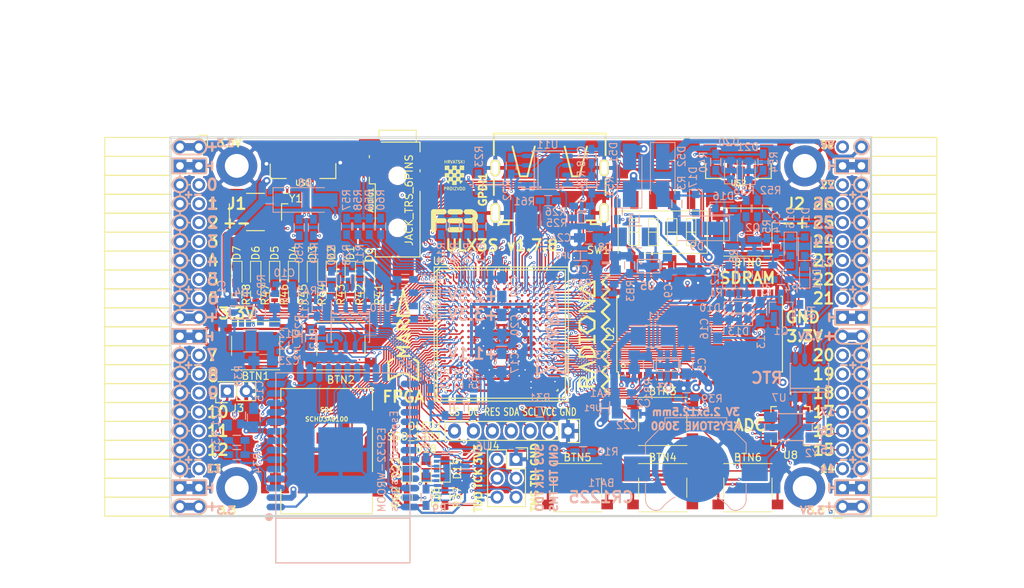
<source format=kicad_pcb>
(kicad_pcb (version 4) (host pcbnew 4.0.7+dfsg1-1)
  (layers (0 F.Cu signal) (1 In1.Cu signal) (2 In2.Cu signal) (31 B.Cu signal) (34 B.Paste user) (35 F.Paste user) (36 B.SilkS user) (37 F.SilkS user) (38 B.Mask user) (39 F.Mask user) (44 Edge.Cuts user))
  (net 0 "")
  (net 1 GND)
  (net 2 +5V)
  (net 3 /gpio/IN5V)
  (net 4 /gpio/OUT5V)
  (net 5 +3V3)
  (net 6 BTN_D)
  (net 7 BTN_F1)
  (net 8 BTN_F2)
  (net 9 BTN_L)
  (net 10 BTN_R)
  (net 11 BTN_U)
  (net 12 /power/FB1)
  (net 13 +2V5)
  (net 14 /power/PWREN)
  (net 15 /power/FB3)
  (net 16 /power/FB2)
  (net 17 "Net-(D9-Pad1)")
  (net 18 /power/VBAT)
  (net 19 JTAG_TDI)
  (net 20 JTAG_TCK)
  (net 21 JTAG_TMS)
  (net 22 JTAG_TDO)
  (net 23 /power/WAKEUPn)
  (net 24 /power/WKUP)
  (net 25 /power/SHUT)
  (net 26 /power/WAKE)
  (net 27 /power/HOLD)
  (net 28 /power/WKn)
  (net 29 /power/OSCI_32k)
  (net 30 /power/OSCO_32k)
  (net 31 "Net-(Q2-Pad3)")
  (net 32 SHUTDOWN)
  (net 33 /analog/AUDIO_L)
  (net 34 /analog/AUDIO_R)
  (net 35 GPDI_5V_SCL)
  (net 36 GPDI_5V_SDA)
  (net 37 GPDI_SDA)
  (net 38 GPDI_SCL)
  (net 39 /gpdi/VREF2)
  (net 40 SD_CMD)
  (net 41 SD_CLK)
  (net 42 SD_D0)
  (net 43 SD_D1)
  (net 44 USB5V)
  (net 45 GPDI_CEC)
  (net 46 nRESET)
  (net 47 FTDI_nDTR)
  (net 48 SDRAM_CKE)
  (net 49 SDRAM_A7)
  (net 50 SDRAM_D15)
  (net 51 SDRAM_BA1)
  (net 52 SDRAM_D7)
  (net 53 SDRAM_A6)
  (net 54 SDRAM_CLK)
  (net 55 SDRAM_D13)
  (net 56 SDRAM_BA0)
  (net 57 SDRAM_D6)
  (net 58 SDRAM_A5)
  (net 59 SDRAM_D14)
  (net 60 SDRAM_A11)
  (net 61 SDRAM_D12)
  (net 62 SDRAM_D5)
  (net 63 SDRAM_A4)
  (net 64 SDRAM_A10)
  (net 65 SDRAM_D11)
  (net 66 SDRAM_A3)
  (net 67 SDRAM_D4)
  (net 68 SDRAM_D10)
  (net 69 SDRAM_D9)
  (net 70 SDRAM_A9)
  (net 71 SDRAM_D3)
  (net 72 SDRAM_D8)
  (net 73 SDRAM_A8)
  (net 74 SDRAM_A2)
  (net 75 SDRAM_A1)
  (net 76 SDRAM_A0)
  (net 77 SDRAM_D2)
  (net 78 SDRAM_D1)
  (net 79 SDRAM_D0)
  (net 80 SDRAM_DQM0)
  (net 81 SDRAM_nCS)
  (net 82 SDRAM_nRAS)
  (net 83 SDRAM_DQM1)
  (net 84 SDRAM_nCAS)
  (net 85 SDRAM_nWE)
  (net 86 /flash/FLASH_nWP)
  (net 87 /flash/FLASH_nHOLD)
  (net 88 /flash/FLASH_MOSI)
  (net 89 /flash/FLASH_MISO)
  (net 90 /flash/FLASH_SCK)
  (net 91 /flash/FLASH_nCS)
  (net 92 /flash/FPGA_PROGRAMN)
  (net 93 /flash/FPGA_DONE)
  (net 94 /flash/FPGA_INITN)
  (net 95 OLED_RES)
  (net 96 OLED_DC)
  (net 97 OLED_CS)
  (net 98 WIFI_EN)
  (net 99 FTDI_nRTS)
  (net 100 FTDI_TXD)
  (net 101 FTDI_RXD)
  (net 102 WIFI_RXD)
  (net 103 WIFI_GPIO0)
  (net 104 WIFI_TXD)
  (net 105 GPDI_ETH-)
  (net 106 GPDI_ETH+)
  (net 107 GPDI_D2+)
  (net 108 GPDI_D2-)
  (net 109 GPDI_D1+)
  (net 110 GPDI_D1-)
  (net 111 GPDI_D0+)
  (net 112 GPDI_D0-)
  (net 113 GPDI_CLK+)
  (net 114 GPDI_CLK-)
  (net 115 USB_FTDI_D+)
  (net 116 USB_FTDI_D-)
  (net 117 SD_D3)
  (net 118 AUDIO_L3)
  (net 119 AUDIO_L2)
  (net 120 AUDIO_L1)
  (net 121 AUDIO_L0)
  (net 122 AUDIO_R3)
  (net 123 AUDIO_R2)
  (net 124 AUDIO_R1)
  (net 125 AUDIO_R0)
  (net 126 OLED_CLK)
  (net 127 OLED_MOSI)
  (net 128 LED0)
  (net 129 LED1)
  (net 130 LED2)
  (net 131 LED3)
  (net 132 LED4)
  (net 133 LED5)
  (net 134 LED6)
  (net 135 LED7)
  (net 136 BTN_PWRn)
  (net 137 FTDI_nTXLED)
  (net 138 FTDI_nSLEEP)
  (net 139 /blinkey/LED_PWREN)
  (net 140 /blinkey/LED_TXLED)
  (net 141 /sdcard/SD3V3)
  (net 142 SD_D2)
  (net 143 CLK_25MHz)
  (net 144 /blinkey/BTNPUL)
  (net 145 /blinkey/BTNPUR)
  (net 146 USB_FPGA_D+)
  (net 147 /power/FTDI_nSUSPEND)
  (net 148 /blinkey/ALED0)
  (net 149 /blinkey/ALED1)
  (net 150 /blinkey/ALED2)
  (net 151 /blinkey/ALED3)
  (net 152 /blinkey/ALED4)
  (net 153 /blinkey/ALED5)
  (net 154 /blinkey/ALED6)
  (net 155 /blinkey/ALED7)
  (net 156 /usb/FTD-)
  (net 157 /usb/FTD+)
  (net 158 ADC_MISO)
  (net 159 ADC_MOSI)
  (net 160 ADC_CSn)
  (net 161 ADC_SCLK)
  (net 162 SW3)
  (net 163 SW2)
  (net 164 SW1)
  (net 165 USB_FPGA_D-)
  (net 166 /usb/FPD+)
  (net 167 /usb/FPD-)
  (net 168 WIFI_GPIO16)
  (net 169 WIFI_GPIO15)
  (net 170 /usb/ANT_433MHz)
  (net 171 /power/PWRBTn)
  (net 172 PROG_DONE)
  (net 173 /power/P3V3)
  (net 174 /power/P2V5)
  (net 175 /power/L1)
  (net 176 /power/L3)
  (net 177 /power/L2)
  (net 178 FTDI_TXDEN)
  (net 179 SDRAM_A12)
  (net 180 /analog/AUDIO_V)
  (net 181 AUDIO_V3)
  (net 182 AUDIO_V2)
  (net 183 AUDIO_V1)
  (net 184 AUDIO_V0)
  (net 185 /gpdi/FPGA_CEC)
  (net 186 /blinkey/LED_WIFI)
  (net 187 WIFI_GPIO2)
  (net 188 /power/P1V1)
  (net 189 +1V1)
  (net 190 SW4)
  (net 191 /blinkey/SWPU)
  (net 192 /wifi/WIFIEN)
  (net 193 FT2V5)
  (net 194 GN0)
  (net 195 GP0)
  (net 196 GN1)
  (net 197 GP1)
  (net 198 GN2)
  (net 199 GP2)
  (net 200 GN3)
  (net 201 GP3)
  (net 202 GN4)
  (net 203 GP4)
  (net 204 GN5)
  (net 205 GP5)
  (net 206 GN6)
  (net 207 GP6)
  (net 208 GN14)
  (net 209 GP14)
  (net 210 GN15)
  (net 211 GP15)
  (net 212 GN16)
  (net 213 GP16)
  (net 214 GN17)
  (net 215 GP17)
  (net 216 GN18)
  (net 217 GP18)
  (net 218 GN19)
  (net 219 GP19)
  (net 220 GN20)
  (net 221 GP20)
  (net 222 GN21)
  (net 223 GP21)
  (net 224 GN22)
  (net 225 GP22)
  (net 226 GN23)
  (net 227 GP23)
  (net 228 GN24)
  (net 229 GP24)
  (net 230 GN25)
  (net 231 GP25)
  (net 232 GN26)
  (net 233 GP26)
  (net 234 GN27)
  (net 235 GP27)
  (net 236 GN7)
  (net 237 GP7)
  (net 238 GN8)
  (net 239 GP8)
  (net 240 GN9)
  (net 241 GP9)
  (net 242 GN10)
  (net 243 GP10)
  (net 244 GN11)
  (net 245 GP11)
  (net 246 GN12)
  (net 247 GP12)
  (net 248 GN13)
  (net 249 GP13)
  (module Socket_Strips:Socket_Strip_Angled_2x20 (layer F.Cu) (at 97.91 62.69 270)
    (fp_text reference J1 (at 7.62 -5.08 360) (layer F.SilkS) (effects (font (size 1.5 1.5) (thickness 0.3))))
    (fp_text value CONN_02X20 hide)
    (pad 1 thru_hole oval (at 0 0 270) (size 1.7272 1.7272) (drill 1.016) (layers *.Cu *.Mask) (net 5 +3V3))
    (pad 2 thru_hole oval (at 0 2.54 270) (size 1.7272 1.7272) (drill 1.016) (layers *.Cu *.Mask) (net 5 +3V3))
    (pad 3 thru_hole rect (at 2.54 0 270) (size 1.7272 1.7272) (drill 1.016) (layers *.Cu *.Mask) (net 1 GND))
    (pad 4 thru_hole rect (at 2.54 2.54 270) (size 1.7272 1.7272) (drill 1.016) (layers *.Cu *.Mask) (net 1 GND))
    (pad 5 thru_hole oval (at 5.08 0 270) (size 1.7272 1.7272) (drill 1.016) (layers *.Cu *.Mask) (net 194 GN0))
    (pad 6 thru_hole oval (at 5.08 2.54 270) (size 1.7272 1.7272) (drill 1.016) (layers *.Cu *.Mask) (net 195 GP0))
    (pad 7 thru_hole oval (at 7.62 0 270) (size 1.7272 1.7272) (drill 1.016) (layers *.Cu *.Mask) (net 196 GN1))
    (pad 8 thru_hole oval (at 7.62 2.54 270) (size 1.7272 1.7272) (drill 1.016) (layers *.Cu *.Mask) (net 197 GP1))
    (pad 9 thru_hole oval (at 10.16 0 270) (size 1.7272 1.7272) (drill 1.016) (layers *.Cu *.Mask) (net 198 GN2))
    (pad 10 thru_hole oval (at 10.16 2.54 270) (size 1.7272 1.7272) (drill 1.016) (layers *.Cu *.Mask) (net 199 GP2))
    (pad 11 thru_hole oval (at 12.7 0 270) (size 1.7272 1.7272) (drill 1.016) (layers *.Cu *.Mask) (net 200 GN3))
    (pad 12 thru_hole oval (at 12.7 2.54 270) (size 1.7272 1.7272) (drill 1.016) (layers *.Cu *.Mask) (net 201 GP3))
    (pad 13 thru_hole oval (at 15.24 0 270) (size 1.7272 1.7272) (drill 1.016) (layers *.Cu *.Mask) (net 202 GN4))
    (pad 14 thru_hole oval (at 15.24 2.54 270) (size 1.7272 1.7272) (drill 1.016) (layers *.Cu *.Mask) (net 203 GP4))
    (pad 15 thru_hole oval (at 17.78 0 270) (size 1.7272 1.7272) (drill 1.016) (layers *.Cu *.Mask) (net 204 GN5))
    (pad 16 thru_hole oval (at 17.78 2.54 270) (size 1.7272 1.7272) (drill 1.016) (layers *.Cu *.Mask) (net 205 GP5))
    (pad 17 thru_hole oval (at 20.32 0 270) (size 1.7272 1.7272) (drill 1.016) (layers *.Cu *.Mask) (net 206 GN6))
    (pad 18 thru_hole oval (at 20.32 2.54 270) (size 1.7272 1.7272) (drill 1.016) (layers *.Cu *.Mask) (net 207 GP6))
    (pad 19 thru_hole oval (at 22.86 0 270) (size 1.7272 1.7272) (drill 1.016) (layers *.Cu *.Mask) (net 5 +3V3))
    (pad 20 thru_hole oval (at 22.86 2.54 270) (size 1.7272 1.7272) (drill 1.016) (layers *.Cu *.Mask) (net 5 +3V3))
    (pad 21 thru_hole rect (at 25.4 0 270) (size 1.7272 1.7272) (drill 1.016) (layers *.Cu *.Mask) (net 1 GND))
    (pad 22 thru_hole rect (at 25.4 2.54 270) (size 1.7272 1.7272) (drill 1.016) (layers *.Cu *.Mask) (net 1 GND))
    (pad 23 thru_hole oval (at 27.94 0 270) (size 1.7272 1.7272) (drill 1.016) (layers *.Cu *.Mask) (net 236 GN7))
    (pad 24 thru_hole oval (at 27.94 2.54 270) (size 1.7272 1.7272) (drill 1.016) (layers *.Cu *.Mask) (net 237 GP7))
    (pad 25 thru_hole oval (at 30.48 0 270) (size 1.7272 1.7272) (drill 1.016) (layers *.Cu *.Mask) (net 238 GN8))
    (pad 26 thru_hole oval (at 30.48 2.54 270) (size 1.7272 1.7272) (drill 1.016) (layers *.Cu *.Mask) (net 239 GP8))
    (pad 27 thru_hole oval (at 33.02 0 270) (size 1.7272 1.7272) (drill 1.016) (layers *.Cu *.Mask) (net 240 GN9))
    (pad 28 thru_hole oval (at 33.02 2.54 270) (size 1.7272 1.7272) (drill 1.016) (layers *.Cu *.Mask) (net 241 GP9))
    (pad 29 thru_hole oval (at 35.56 0 270) (size 1.7272 1.7272) (drill 1.016) (layers *.Cu *.Mask) (net 242 GN10))
    (pad 30 thru_hole oval (at 35.56 2.54 270) (size 1.7272 1.7272) (drill 1.016) (layers *.Cu *.Mask) (net 243 GP10))
    (pad 31 thru_hole oval (at 38.1 0 270) (size 1.7272 1.7272) (drill 1.016) (layers *.Cu *.Mask) (net 244 GN11))
    (pad 32 thru_hole oval (at 38.1 2.54 270) (size 1.7272 1.7272) (drill 1.016) (layers *.Cu *.Mask) (net 245 GP11))
    (pad 33 thru_hole oval (at 40.64 0 270) (size 1.7272 1.7272) (drill 1.016) (layers *.Cu *.Mask) (net 246 GN12))
    (pad 34 thru_hole oval (at 40.64 2.54 270) (size 1.7272 1.7272) (drill 1.016) (layers *.Cu *.Mask) (net 247 GP12))
    (pad 35 thru_hole oval (at 43.18 0 270) (size 1.7272 1.7272) (drill 1.016) (layers *.Cu *.Mask) (net 248 GN13))
    (pad 36 thru_hole oval (at 43.18 2.54 270) (size 1.7272 1.7272) (drill 1.016) (layers *.Cu *.Mask) (net 249 GP13))
    (pad 37 thru_hole rect (at 45.72 0 270) (size 1.7272 1.7272) (drill 1.016) (layers *.Cu *.Mask) (net 1 GND))
    (pad 38 thru_hole rect (at 45.72 2.54 270) (size 1.7272 1.7272) (drill 1.016) (layers *.Cu *.Mask) (net 1 GND))
    (pad 39 thru_hole oval (at 48.26 0 270) (size 1.7272 1.7272) (drill 1.016) (layers *.Cu *.Mask) (net 5 +3V3))
    (pad 40 thru_hole oval (at 48.26 2.54 270) (size 1.7272 1.7272) (drill 1.016) (layers *.Cu *.Mask) (net 5 +3V3))
  )
  (module SMD_Packages:1Pin (layer F.Cu) (at 182.67515 111.637626)
    (fp_text reference AE1 hide)
    (fp_text value 433MHz hide)
    (pad 1 smd rect (at 0 0) (size 0.5 0.5) (layers B.Cu F.Paste F.Mask) (net 170 /usb/ANT_433MHz))
  )
  (module Resistors_SMD:R_0603_HandSoldering (layer B.Cu) (at 103.498 98.758 90)
    (fp_text reference R38 (at 5.334 -0.254 90) (layer B.SilkS) (effects (justify mirror)))
    (fp_text value 0.47)
    (pad 1 smd rect (at -1.1 0 90) (size 1.2 0.9) (layers B.Cu B.Paste B.Mask) (net 141 /sdcard/SD3V3))
    (pad 2 smd rect (at 1.1 0 90) (size 1.2 0.9) (layers B.Cu B.Paste B.Mask) (net 5 +3V3))
  )
  (module jumper:SOLDER-JUMPER_1-WAY (layer B.Cu) (at 152.393 97.742 270)
    (fp_text reference JP1 (at 0 1.778 360) (layer B.SilkS) (effects (font (size 0.762 0.762) (thickness 0.1524)) (justify mirror)))
    (fp_text value 1.2 hide)
    (pad 1 smd rect (at -0.6 0 270) (size 1 1) (layers B.Cu B.Paste B.Mask) (net 188 /power/P1V1))
    (pad 2 smd rect (at 0.6 0 270) (size 1 1) (layers B.Cu B.Paste B.Mask) (net 189 +1V1))
  )
  (module Diodes_SMD:D_SMA_Handsoldering (layer B.Cu) (at 155.695 66.5 90)
    (fp_text reference D51 (at 3.048 -2.159 90) (layer B.SilkS) (effects (justify mirror)))
    (fp_text value STPS2L30AF hide)
    (pad 1 smd rect (at -2.5 0 90) (size 3.5 1.8) (layers B.Cu B.Paste B.Mask) (net 2 +5V))
    (pad 2 smd rect (at 2.5 0 90) (size 3.5 1.8) (layers B.Cu B.Paste B.Mask) (net 3 /gpio/IN5V))
  )
  (module Resistors_SMD:R_0603_HandSoldering (layer B.Cu) (at 154.044 71.326 90)
    (fp_text reference R51 (at 3.302 -1.016 90) (layer B.SilkS) (effects (justify mirror)))
    (fp_text value 150)
    (pad 1 smd rect (at -1.1 0 90) (size 1.2 0.9) (layers B.Cu B.Paste B.Mask) (net 5 +3V3))
    (pad 2 smd rect (at 1.1 0 90) (size 1.2 0.9) (layers B.Cu B.Paste B.Mask) (net 191 /blinkey/SWPU))
  )
  (module Resistors_SMD:R_1210_HandSoldering (layer B.Cu) (at 158.87 88.09 180)
    (fp_text reference L1 (at 0 2.7 180) (layer B.SilkS) (effects (justify mirror)))
    (fp_text value 2.2uH)
    (pad 1 smd rect (at -2 0 180) (size 2 2.5) (layers B.Cu B.Paste B.Mask) (net 175 /power/L1))
    (pad 2 smd rect (at 2 0 180) (size 2 2.5) (layers B.Cu B.Paste B.Mask) (net 188 /power/P1V1))
  )
  (module TSOT-25:TSOT-25 (layer B.Cu) (at 160.775 91.9)
    (fp_text reference U3 (at -0.381 3.048) (layer B.SilkS) (effects (font (thickness 0.2)) (justify mirror)))
    (fp_text value DIO6015)
    (pad 1 smd rect (at -0.95 -1.3) (size 0.7 1.2) (layers B.Cu B.Paste B.Mask) (net 14 /power/PWREN))
    (pad 2 smd rect (at 0 -1.3) (size 0.7 1.2) (layers B.Cu B.Paste B.Mask) (net 1 GND))
    (pad 3 smd rect (at 0.95 -1.3) (size 0.7 1.2) (layers B.Cu B.Paste B.Mask) (net 175 /power/L1))
    (pad 4 smd rect (at 0.95 1.3) (size 0.7 1.2) (layers B.Cu B.Paste B.Mask) (net 2 +5V))
    (pad 5 smd rect (at -0.95 1.3) (size 0.7 1.2) (layers B.Cu B.Paste B.Mask) (net 12 /power/FB1))
  )
  (module Resistors_SMD:R_1210_HandSoldering (layer B.Cu) (at 104.895 88.725)
    (fp_text reference L2 (at 4.445 0.635) (layer B.SilkS) (effects (justify mirror)))
    (fp_text value 2.2uH)
    (pad 1 smd rect (at -2 0) (size 2 2.5) (layers B.Cu B.Paste B.Mask) (net 177 /power/L2))
    (pad 2 smd rect (at 2 0) (size 2 2.5) (layers B.Cu B.Paste B.Mask) (net 174 /power/P2V5))
  )
  (module TSOT-25:TSOT-25 (layer B.Cu) (at 103.625 84.915 180)
    (fp_text reference U4 (at 0 2.697 180) (layer B.SilkS) (effects (font (thickness 0.2)) (justify mirror)))
    (fp_text value LX7172)
    (pad 1 smd rect (at -0.95 -1.3 180) (size 0.7 1.2) (layers B.Cu B.Paste B.Mask) (net 14 /power/PWREN))
    (pad 2 smd rect (at 0 -1.3 180) (size 0.7 1.2) (layers B.Cu B.Paste B.Mask) (net 1 GND))
    (pad 3 smd rect (at 0.95 -1.3 180) (size 0.7 1.2) (layers B.Cu B.Paste B.Mask) (net 177 /power/L2))
    (pad 4 smd rect (at 0.95 1.3 180) (size 0.7 1.2) (layers B.Cu B.Paste B.Mask) (net 2 +5V))
    (pad 5 smd rect (at -0.95 1.3 180) (size 0.7 1.2) (layers B.Cu B.Paste B.Mask) (net 16 /power/FB2))
  )
  (module Resistors_SMD:R_1210_HandSoldering (layer B.Cu) (at 156.33 74.755 180)
    (fp_text reference L3 (at 0 2.413 180) (layer B.SilkS) (effects (justify mirror)))
    (fp_text value 2.2uH)
    (pad 1 smd rect (at -2 0 180) (size 2 2.5) (layers B.Cu B.Paste B.Mask) (net 176 /power/L3))
    (pad 2 smd rect (at 2 0 180) (size 2 2.5) (layers B.Cu B.Paste B.Mask) (net 173 /power/P3V3))
  )
  (module TSOT-25:TSOT-25 (layer B.Cu) (at 158.235 78.692)
    (fp_text reference U5 (at -0.127 2.667) (layer B.SilkS) (effects (font (thickness 0.2)) (justify mirror)))
    (fp_text value TLV62569DBV)
    (pad 1 smd rect (at -0.95 -1.3) (size 0.7 1.2) (layers B.Cu B.Paste B.Mask) (net 14 /power/PWREN))
    (pad 2 smd rect (at 0 -1.3) (size 0.7 1.2) (layers B.Cu B.Paste B.Mask) (net 1 GND))
    (pad 3 smd rect (at 0.95 -1.3) (size 0.7 1.2) (layers B.Cu B.Paste B.Mask) (net 176 /power/L3))
    (pad 4 smd rect (at 0.95 1.3) (size 0.7 1.2) (layers B.Cu B.Paste B.Mask) (net 2 +5V))
    (pad 5 smd rect (at -0.95 1.3) (size 0.7 1.2) (layers B.Cu B.Paste B.Mask) (net 15 /power/FB3))
  )
  (module Capacitors_SMD:C_0805_HandSoldering (layer B.Cu) (at 101.085 84.915 270)
    (fp_text reference C1 (at -3.429 0.127 270) (layer B.SilkS) (effects (justify mirror)))
    (fp_text value 22uF)
    (pad 1 smd rect (at -1.25 0 270) (size 1.5 1.25) (layers B.Cu B.Paste B.Mask) (net 2 +5V))
    (pad 2 smd rect (at 1.25 0 270) (size 1.5 1.25) (layers B.Cu B.Paste B.Mask) (net 1 GND))
  )
  (module Capacitors_SMD:C_0805_HandSoldering (layer B.Cu) (at 155.06 90.63)
    (fp_text reference C3 (at -3.048 0) (layer B.SilkS) (effects (justify mirror)))
    (fp_text value 22uF)
    (pad 1 smd rect (at -1.25 0) (size 1.5 1.25) (layers B.Cu B.Paste B.Mask) (net 188 /power/P1V1))
    (pad 2 smd rect (at 1.25 0) (size 1.5 1.25) (layers B.Cu B.Paste B.Mask) (net 1 GND))
  )
  (module Capacitors_SMD:C_0805_HandSoldering (layer B.Cu) (at 155.06 92.535)
    (fp_text reference C4 (at -3.048 0.127) (layer B.SilkS) (effects (justify mirror)))
    (fp_text value 22uF)
    (pad 1 smd rect (at -1.25 0) (size 1.5 1.25) (layers B.Cu B.Paste B.Mask) (net 188 /power/P1V1))
    (pad 2 smd rect (at 1.25 0) (size 1.5 1.25) (layers B.Cu B.Paste B.Mask) (net 1 GND))
  )
  (module Capacitors_SMD:C_0805_HandSoldering (layer B.Cu) (at 163.315 91.9 90)
    (fp_text reference C5 (at 0 2.1 90) (layer B.SilkS) (effects (justify mirror)))
    (fp_text value 22uF)
    (pad 1 smd rect (at -1.25 0 90) (size 1.5 1.25) (layers B.Cu B.Paste B.Mask) (net 2 +5V))
    (pad 2 smd rect (at 1.25 0 90) (size 1.5 1.25) (layers B.Cu B.Paste B.Mask) (net 1 GND))
  )
  (module Capacitors_SMD:C_0805_HandSoldering (layer B.Cu) (at 152.52 79.2)
    (fp_text reference C7 (at -3.302 0) (layer B.SilkS) (effects (justify mirror)))
    (fp_text value 22uF)
    (pad 1 smd rect (at -1.25 0) (size 1.5 1.25) (layers B.Cu B.Paste B.Mask) (net 173 /power/P3V3))
    (pad 2 smd rect (at 1.25 0) (size 1.5 1.25) (layers B.Cu B.Paste B.Mask) (net 1 GND))
  )
  (module Capacitors_SMD:C_0805_HandSoldering (layer B.Cu) (at 152.52 77.295)
    (fp_text reference C8 (at -0.127 -1.143) (layer B.SilkS) (effects (justify mirror)))
    (fp_text value 22uF)
    (pad 1 smd rect (at -1.25 0) (size 1.5 1.25) (layers B.Cu B.Paste B.Mask) (net 173 /power/P3V3))
    (pad 2 smd rect (at 1.25 0) (size 1.5 1.25) (layers B.Cu B.Paste B.Mask) (net 1 GND))
  )
  (module Capacitors_SMD:C_0805_HandSoldering (layer B.Cu) (at 160.775 78.565 90)
    (fp_text reference C9 (at -3.429 0.127 90) (layer B.SilkS) (effects (justify mirror)))
    (fp_text value 22uF)
    (pad 1 smd rect (at -1.25 0 90) (size 1.5 1.25) (layers B.Cu B.Paste B.Mask) (net 2 +5V))
    (pad 2 smd rect (at 1.25 0 90) (size 1.5 1.25) (layers B.Cu B.Paste B.Mask) (net 1 GND))
  )
  (module Capacitors_SMD:C_0805_HandSoldering (layer B.Cu) (at 109.34 84.28 180)
    (fp_text reference C11 (at -2.794 -0.254 270) (layer B.SilkS) (effects (justify mirror)))
    (fp_text value 22uF)
    (pad 1 smd rect (at -1.25 0 180) (size 1.5 1.25) (layers B.Cu B.Paste B.Mask) (net 174 /power/P2V5))
    (pad 2 smd rect (at 1.25 0 180) (size 1.5 1.25) (layers B.Cu B.Paste B.Mask) (net 1 GND))
  )
  (module Capacitors_SMD:C_0805_HandSoldering (layer B.Cu) (at 109.34 86.185 180)
    (fp_text reference C12 (at -0.635 -1.615 360) (layer B.SilkS) (effects (justify mirror)))
    (fp_text value 22uF)
    (pad 1 smd rect (at -1.25 0 180) (size 1.5 1.25) (layers B.Cu B.Paste B.Mask) (net 174 /power/P2V5))
    (pad 2 smd rect (at 1.25 0 180) (size 1.5 1.25) (layers B.Cu B.Paste B.Mask) (net 1 GND))
  )
  (module Capacitors_SMD:C_0805_HandSoldering (layer B.Cu) (at 173.221 84.788 90)
    (fp_text reference C13 (at -3.556 0.127 90) (layer B.SilkS) (effects (justify mirror)))
    (fp_text value 2.2uF)
    (pad 1 smd rect (at -1.25 0 90) (size 1.5 1.25) (layers B.Cu B.Paste B.Mask) (net 2 +5V))
    (pad 2 smd rect (at 1.25 0 90) (size 1.5 1.25) (layers B.Cu B.Paste B.Mask) (net 24 /power/WKUP))
  )
  (module TO_SOT_Packages_SMD:SOT-23_Handsoldering (layer B.Cu) (at 176.015 84.28 90)
    (fp_text reference Q1 (at -3.1115 0 180) (layer B.SilkS) (effects (justify mirror)))
    (fp_text value BC857)
    (pad 1 smd rect (at -1.5 0.95 90) (size 1.9 0.8) (layers B.Cu B.Paste B.Mask) (net 28 /power/WKn))
    (pad 2 smd rect (at -1.5 -0.95 90) (size 1.9 0.8) (layers B.Cu B.Paste B.Mask) (net 2 +5V))
    (pad 3 smd rect (at 1.5 0 90) (size 1.9 0.8) (layers B.Cu B.Paste B.Mask) (net 24 /power/WKUP))
  )
  (module TO_SOT_Packages_SMD:SOT-23_Handsoldering (layer B.Cu) (at 170.935 76.025 180)
    (fp_text reference Q2 (at -1.295 2.5 180) (layer B.SilkS) (effects (justify mirror)))
    (fp_text value 2N7002)
    (pad 1 smd rect (at -1.5 0.95 180) (size 1.9 0.8) (layers B.Cu B.Paste B.Mask) (net 25 /power/SHUT))
    (pad 2 smd rect (at -1.5 -0.95 180) (size 1.9 0.8) (layers B.Cu B.Paste B.Mask) (net 1 GND))
    (pad 3 smd rect (at 1.5 0 180) (size 1.9 0.8) (layers B.Cu B.Paste B.Mask) (net 31 "Net-(Q2-Pad3)"))
  )
  (module Capacitors_SMD:C_0603_HandSoldering (layer B.Cu) (at 154.86 96.91)
    (fp_text reference C2 (at 2.74 0.197) (layer B.SilkS) (effects (justify mirror)))
    (fp_text value 470pF)
    (pad 1 smd rect (at -0.95 0) (size 1.2 0.75) (layers B.Cu B.Paste B.Mask) (net 188 /power/P1V1))
    (pad 2 smd rect (at 0.95 0) (size 1.2 0.75) (layers B.Cu B.Paste B.Mask) (net 12 /power/FB1))
  )
  (module Capacitors_SMD:C_0603_HandSoldering (layer B.Cu) (at 152.52 82.375)
    (fp_text reference C6 (at -2.794 0.127) (layer B.SilkS) (effects (justify mirror)))
    (fp_text value 470pF)
    (pad 1 smd rect (at -0.95 0) (size 1.2 0.75) (layers B.Cu B.Paste B.Mask) (net 173 /power/P3V3))
    (pad 2 smd rect (at 0.95 0) (size 1.2 0.75) (layers B.Cu B.Paste B.Mask) (net 15 /power/FB3))
  )
  (module Capacitors_SMD:C_0603_HandSoldering (layer B.Cu) (at 109.34 81.105 180)
    (fp_text reference C10 (at -0.04 1.505 180) (layer B.SilkS) (effects (justify mirror)))
    (fp_text value 470pF)
    (pad 1 smd rect (at -0.95 0 180) (size 1.2 0.75) (layers B.Cu B.Paste B.Mask) (net 174 /power/P2V5))
    (pad 2 smd rect (at 0.95 0 180) (size 1.2 0.75) (layers B.Cu B.Paste B.Mask) (net 16 /power/FB2))
  )
  (module Capacitors_SMD:C_0603_HandSoldering (layer B.Cu) (at 175.38 76.025 270)
    (fp_text reference C14 (at -3.175 0 270) (layer B.SilkS) (effects (justify mirror)))
    (fp_text value 100nF)
    (pad 1 smd rect (at -0.95 0 270) (size 1.2 0.75) (layers B.Cu B.Paste B.Mask) (net 25 /power/SHUT))
    (pad 2 smd rect (at 0.95 0 270) (size 1.2 0.75) (layers B.Cu B.Paste B.Mask) (net 1 GND))
  )
  (module Resistors_SMD:R_0603_HandSoldering (layer B.Cu) (at 170.3 82.375)
    (fp_text reference R1 (at -3.048 -0.127) (layer B.SilkS) (effects (justify mirror)))
    (fp_text value 15k)
    (pad 1 smd rect (at -1.1 0) (size 1.2 0.9) (layers B.Cu B.Paste B.Mask) (net 26 /power/WAKE))
    (pad 2 smd rect (at 1.1 0) (size 1.2 0.9) (layers B.Cu B.Paste B.Mask) (net 14 /power/PWREN))
  )
  (module Resistors_SMD:R_0603_HandSoldering (layer B.Cu) (at 172.84 79.835 90)
    (fp_text reference R2 (at -1.905 1.27 90) (layer B.SilkS) (effects (justify mirror)))
    (fp_text value 47k)
    (pad 1 smd rect (at -1.1 0 90) (size 1.2 0.9) (layers B.Cu B.Paste B.Mask) (net 14 /power/PWREN))
    (pad 2 smd rect (at 1.1 0 90) (size 1.2 0.9) (layers B.Cu B.Paste B.Mask) (net 1 GND))
  )
  (module Resistors_SMD:R_0603_HandSoldering (layer B.Cu) (at 176.015 80.47 180)
    (fp_text reference R4 (at -1.397 -1.27 360) (layer B.SilkS) (effects (justify mirror)))
    (fp_text value 4.7k)
    (pad 1 smd rect (at -1.1 0 180) (size 1.2 0.9) (layers B.Cu B.Paste B.Mask) (net 27 /power/HOLD))
    (pad 2 smd rect (at 1.1 0 180) (size 1.2 0.9) (layers B.Cu B.Paste B.Mask) (net 14 /power/PWREN))
  )
  (module Resistors_SMD:R_0603_HandSoldering (layer B.Cu) (at 174.11 76.025 270)
    (fp_text reference R5 (at -2.667 0 270) (layer B.SilkS) (effects (justify mirror)))
    (fp_text value 4.7M)
    (pad 1 smd rect (at -1.1 0 270) (size 1.2 0.9) (layers B.Cu B.Paste B.Mask) (net 25 /power/SHUT))
    (pad 2 smd rect (at 1.1 0 270) (size 1.2 0.9) (layers B.Cu B.Paste B.Mask) (net 1 GND))
  )
  (module Resistors_SMD:R_0603_HandSoldering (layer B.Cu) (at 178.555 84.915 270)
    (fp_text reference R6 (at 0 -1.524 270) (layer B.SilkS) (effects (justify mirror)))
    (fp_text value 1k)
    (pad 1 smd rect (at -1.1 0 270) (size 1.2 0.9) (layers B.Cu B.Paste B.Mask) (net 28 /power/WKn))
    (pad 2 smd rect (at 1.1 0 270) (size 1.2 0.9) (layers B.Cu B.Paste B.Mask) (net 23 /power/WAKEUPn))
  )
  (module Resistors_SMD:R_0603_HandSoldering (layer B.Cu) (at 113.785 84.28 270)
    (fp_text reference R7 (at -2.794 -0.635 270) (layer B.SilkS) (effects (justify mirror)))
    (fp_text value 150)
    (pad 1 smd rect (at -1.1 0 270) (size 1.2 0.9) (layers B.Cu B.Paste B.Mask) (net 5 +3V3))
    (pad 2 smd rect (at 1.1 0 270) (size 1.2 0.9) (layers B.Cu B.Paste B.Mask) (net 144 /blinkey/BTNPUL))
  )
  (module Resistors_SMD:R_0603_HandSoldering (layer B.Cu) (at 170.935 79.835 90)
    (fp_text reference R8 (at 2.54 -1.27 90) (layer B.SilkS) (effects (justify mirror)))
    (fp_text value 1k)
    (pad 1 smd rect (at -1.1 0 90) (size 1.2 0.9) (layers B.Cu B.Paste B.Mask) (net 14 /power/PWREN))
    (pad 2 smd rect (at 1.1 0 90) (size 1.2 0.9) (layers B.Cu B.Paste B.Mask) (net 31 "Net-(Q2-Pad3)"))
  )
  (module Resistors_SMD:R_0603_HandSoldering (layer B.Cu) (at 128.39 109.68 270)
    (fp_text reference R9 (at 1.524 -1.778 360) (layer B.SilkS) (effects (justify mirror)))
    (fp_text value 15k)
    (pad 1 smd rect (at -1.1 0 270) (size 1.2 0.9) (layers B.Cu B.Paste B.Mask) (net 46 nRESET))
    (pad 2 smd rect (at 1.1 0 270) (size 1.2 0.9) (layers B.Cu B.Paste B.Mask) (net 193 FT2V5))
  )
  (module Resistors_SMD:R_0603_HandSoldering (layer B.Cu) (at 149.472 103.584 180)
    (fp_text reference R10 (at -3.302 0 180) (layer B.SilkS) (effects (justify mirror)))
    (fp_text value 150)
    (pad 1 smd rect (at -1.1 0 180) (size 1.2 0.9) (layers B.Cu B.Paste B.Mask) (net 147 /power/FTDI_nSUSPEND))
    (pad 2 smd rect (at 1.1 0 180) (size 1.2 0.9) (layers B.Cu B.Paste B.Mask) (net 138 FTDI_nSLEEP))
  )
  (module Resistors_SMD:R_0603_HandSoldering (layer B.Cu) (at 176.015 78.565 180)
    (fp_text reference R13 (at -5.588 0.254 180) (layer B.SilkS) (effects (justify mirror)))
    (fp_text value 15k)
    (pad 1 smd rect (at -1.1 0 180) (size 1.2 0.9) (layers B.Cu B.Paste B.Mask) (net 32 SHUTDOWN))
    (pad 2 smd rect (at 1.1 0 180) (size 1.2 0.9) (layers B.Cu B.Paste B.Mask) (net 1 GND))
  )
  (module Resistors_SMD:R_0603_HandSoldering (layer B.Cu) (at 154.86 95.64)
    (fp_text reference RA1 (at -3.102 0.07) (layer B.SilkS) (effects (justify mirror)))
    (fp_text value 15k)
    (pad 1 smd rect (at -1.1 0) (size 1.2 0.9) (layers B.Cu B.Paste B.Mask) (net 188 /power/P1V1))
    (pad 2 smd rect (at 1.1 0) (size 1.2 0.9) (layers B.Cu B.Paste B.Mask) (net 12 /power/FB1))
  )
  (module Resistors_SMD:R_0603_HandSoldering (layer B.Cu) (at 109.34 82.375 180)
    (fp_text reference RA2 (at -3.048 0.381 360) (layer B.SilkS) (effects (justify mirror)))
    (fp_text value 15k)
    (pad 1 smd rect (at -1.1 0 180) (size 1.2 0.9) (layers B.Cu B.Paste B.Mask) (net 174 /power/P2V5))
    (pad 2 smd rect (at 1.1 0 180) (size 1.2 0.9) (layers B.Cu B.Paste B.Mask) (net 16 /power/FB2))
  )
  (module Resistors_SMD:R_0603_HandSoldering (layer B.Cu) (at 152.52 81.105)
    (fp_text reference RA3 (at -3.302 -0.127) (layer B.SilkS) (effects (justify mirror)))
    (fp_text value 15k)
    (pad 1 smd rect (at -1.1 0) (size 1.2 0.9) (layers B.Cu B.Paste B.Mask) (net 173 /power/P3V3))
    (pad 2 smd rect (at 1.1 0) (size 1.2 0.9) (layers B.Cu B.Paste B.Mask) (net 15 /power/FB3))
  )
  (module Resistors_SMD:R_0603_HandSoldering (layer B.Cu) (at 158.235 91.9 270)
    (fp_text reference RB1 (at 3.302 0 270) (layer B.SilkS) (effects (justify mirror)))
    (fp_text value 18k)
    (pad 1 smd rect (at -1.1 0 270) (size 1.2 0.9) (layers B.Cu B.Paste B.Mask) (net 1 GND))
    (pad 2 smd rect (at 1.1 0 270) (size 1.2 0.9) (layers B.Cu B.Paste B.Mask) (net 12 /power/FB1))
  )
  (module Resistors_SMD:R_0603_HandSoldering (layer B.Cu) (at 106.165 84.915 90)
    (fp_text reference RB2 (at 3.683 0.127 90) (layer B.SilkS) (effects (justify mirror)))
    (fp_text value 4.7k)
    (pad 1 smd rect (at -1.1 0 90) (size 1.2 0.9) (layers B.Cu B.Paste B.Mask) (net 1 GND))
    (pad 2 smd rect (at 1.1 0 90) (size 1.2 0.9) (layers B.Cu B.Paste B.Mask) (net 16 /power/FB2))
  )
  (module Resistors_SMD:R_0603_HandSoldering (layer B.Cu) (at 155.695 78.565 270)
    (fp_text reference RB3 (at 3.429 -0.127 270) (layer B.SilkS) (effects (justify mirror)))
    (fp_text value 3.3k)
    (pad 1 smd rect (at -1.1 0 270) (size 1.2 0.9) (layers B.Cu B.Paste B.Mask) (net 1 GND))
    (pad 2 smd rect (at 1.1 0 270) (size 1.2 0.9) (layers B.Cu B.Paste B.Mask) (net 15 /power/FB3))
  )
  (module Resistors_SMD:R_0603_HandSoldering (layer B.Cu) (at 125.596 85.804 180)
    (fp_text reference R14 (at -3.47 0.127 180) (layer B.SilkS) (effects (justify mirror)))
    (fp_text value 1.2k)
    (pad 1 smd rect (at -1.1 0 180) (size 1.2 0.9) (layers B.Cu B.Paste B.Mask) (net 121 AUDIO_L0))
    (pad 2 smd rect (at 1.1 0 180) (size 1.2 0.9) (layers B.Cu B.Paste B.Mask) (net 33 /analog/AUDIO_L))
  )
  (module Resistors_SMD:R_0603_HandSoldering (layer B.Cu) (at 125.596 84.026 180)
    (fp_text reference R15 (at -3.47 -0.001 180) (layer B.SilkS) (effects (justify mirror)))
    (fp_text value 680)
    (pad 1 smd rect (at -1.1 0 180) (size 1.2 0.9) (layers B.Cu B.Paste B.Mask) (net 120 AUDIO_L1))
    (pad 2 smd rect (at 1.1 0 180) (size 1.2 0.9) (layers B.Cu B.Paste B.Mask) (net 33 /analog/AUDIO_L))
  )
  (module Resistors_SMD:R_0603_HandSoldering (layer B.Cu) (at 125.596 82.248 180)
    (fp_text reference R16 (at -3.47 -0.127 180) (layer B.SilkS) (effects (justify mirror)))
    (fp_text value 330)
    (pad 1 smd rect (at -1.1 0 180) (size 1.2 0.9) (layers B.Cu B.Paste B.Mask) (net 119 AUDIO_L2))
    (pad 2 smd rect (at 1.1 0 180) (size 1.2 0.9) (layers B.Cu B.Paste B.Mask) (net 33 /analog/AUDIO_L))
  )
  (module Resistors_SMD:R_0603_HandSoldering (layer B.Cu) (at 125.596 80.47 180)
    (fp_text reference R17 (at -3.47 0 180) (layer B.SilkS) (effects (justify mirror)))
    (fp_text value 150)
    (pad 1 smd rect (at -1.1 0 180) (size 1.2 0.9) (layers B.Cu B.Paste B.Mask) (net 118 AUDIO_L3))
    (pad 2 smd rect (at 1.1 0 180) (size 1.2 0.9) (layers B.Cu B.Paste B.Mask) (net 33 /analog/AUDIO_L))
  )
  (module Resistors_SMD:R_0603_HandSoldering (layer B.Cu) (at 130.422 73.358 90)
    (fp_text reference R18 (at -3.556 0 90) (layer B.SilkS) (effects (justify mirror)))
    (fp_text value 1.2k)
    (pad 1 smd rect (at -1.1 0 90) (size 1.2 0.9) (layers B.Cu B.Paste B.Mask) (net 125 AUDIO_R0))
    (pad 2 smd rect (at 1.1 0 90) (size 1.2 0.9) (layers B.Cu B.Paste B.Mask) (net 34 /analog/AUDIO_R))
  )
  (module Resistors_SMD:R_0603_HandSoldering (layer B.Cu) (at 132.2 73.358 90)
    (fp_text reference R19 (at -3.556 0 90) (layer B.SilkS) (effects (justify mirror)))
    (fp_text value 680)
    (pad 1 smd rect (at -1.1 0 90) (size 1.2 0.9) (layers B.Cu B.Paste B.Mask) (net 124 AUDIO_R1))
    (pad 2 smd rect (at 1.1 0 90) (size 1.2 0.9) (layers B.Cu B.Paste B.Mask) (net 34 /analog/AUDIO_R))
  )
  (module Resistors_SMD:R_0603_HandSoldering (layer B.Cu) (at 133.978 73.358 90)
    (fp_text reference R20 (at -3.556 0 90) (layer B.SilkS) (effects (justify mirror)))
    (fp_text value 330)
    (pad 1 smd rect (at -1.1 0 90) (size 1.2 0.9) (layers B.Cu B.Paste B.Mask) (net 123 AUDIO_R2))
    (pad 2 smd rect (at 1.1 0 90) (size 1.2 0.9) (layers B.Cu B.Paste B.Mask) (net 34 /analog/AUDIO_R))
  )
  (module Resistors_SMD:R_0603_HandSoldering (layer B.Cu) (at 135.756 73.358 90)
    (fp_text reference R21 (at -3.556 0 90) (layer B.SilkS) (effects (justify mirror)))
    (fp_text value 150)
    (pad 1 smd rect (at -1.1 0 90) (size 1.2 0.9) (layers B.Cu B.Paste B.Mask) (net 122 AUDIO_R3))
    (pad 2 smd rect (at 1.1 0 90) (size 1.2 0.9) (layers B.Cu B.Paste B.Mask) (net 34 /analog/AUDIO_R))
  )
  (module Capacitors_SMD:C_0603_HandSoldering (layer B.Cu) (at 150.5896 63.96 90)
    (fp_text reference C18 (at 0 -1.3716 90) (layer B.SilkS) (effects (justify mirror)))
    (fp_text value 470pF)
    (pad 1 smd rect (at -0.95 0 90) (size 1.2 0.75) (layers B.Cu B.Paste B.Mask) (net 39 /gpdi/VREF2))
    (pad 2 smd rect (at 0.95 0 90) (size 1.2 0.75) (layers B.Cu B.Paste B.Mask) (net 1 GND))
  )
  (module Socket_Strips:Socket_Strip_Angled_2x20 (layer F.Cu) (at 184.27 110.95 90)
    (fp_text reference J2 (at 40.64 -6.35 180) (layer F.SilkS) (effects (font (size 1.5 1.5) (thickness 0.3))))
    (fp_text value CONN_02X20 hide)
    (pad 1 thru_hole oval (at 0 0 90) (size 1.7272 1.7272) (drill 1.016) (layers *.Cu *.Mask) (net 5 +3V3))
    (pad 2 thru_hole oval (at 0 2.54 90) (size 1.7272 1.7272) (drill 1.016) (layers *.Cu *.Mask) (net 5 +3V3))
    (pad 3 thru_hole rect (at 2.54 0 90) (size 1.7272 1.7272) (drill 1.016) (layers *.Cu *.Mask) (net 1 GND))
    (pad 4 thru_hole rect (at 2.54 2.54 90) (size 1.7272 1.7272) (drill 1.016) (layers *.Cu *.Mask) (net 1 GND))
    (pad 5 thru_hole oval (at 5.08 0 90) (size 1.7272 1.7272) (drill 1.016) (layers *.Cu *.Mask) (net 208 GN14))
    (pad 6 thru_hole oval (at 5.08 2.54 90) (size 1.7272 1.7272) (drill 1.016) (layers *.Cu *.Mask) (net 209 GP14))
    (pad 7 thru_hole oval (at 7.62 0 90) (size 1.7272 1.7272) (drill 1.016) (layers *.Cu *.Mask) (net 210 GN15))
    (pad 8 thru_hole oval (at 7.62 2.54 90) (size 1.7272 1.7272) (drill 1.016) (layers *.Cu *.Mask) (net 211 GP15))
    (pad 9 thru_hole oval (at 10.16 0 90) (size 1.7272 1.7272) (drill 1.016) (layers *.Cu *.Mask) (net 212 GN16))
    (pad 10 thru_hole oval (at 10.16 2.54 90) (size 1.7272 1.7272) (drill 1.016) (layers *.Cu *.Mask) (net 213 GP16))
    (pad 11 thru_hole oval (at 12.7 0 90) (size 1.7272 1.7272) (drill 1.016) (layers *.Cu *.Mask) (net 214 GN17))
    (pad 12 thru_hole oval (at 12.7 2.54 90) (size 1.7272 1.7272) (drill 1.016) (layers *.Cu *.Mask) (net 215 GP17))
    (pad 13 thru_hole oval (at 15.24 0 90) (size 1.7272 1.7272) (drill 1.016) (layers *.Cu *.Mask) (net 216 GN18))
    (pad 14 thru_hole oval (at 15.24 2.54 90) (size 1.7272 1.7272) (drill 1.016) (layers *.Cu *.Mask) (net 217 GP18))
    (pad 15 thru_hole oval (at 17.78 0 90) (size 1.7272 1.7272) (drill 1.016) (layers *.Cu *.Mask) (net 218 GN19))
    (pad 16 thru_hole oval (at 17.78 2.54 90) (size 1.7272 1.7272) (drill 1.016) (layers *.Cu *.Mask) (net 219 GP19))
    (pad 17 thru_hole oval (at 20.32 0 90) (size 1.7272 1.7272) (drill 1.016) (layers *.Cu *.Mask) (net 220 GN20))
    (pad 18 thru_hole oval (at 20.32 2.54 90) (size 1.7272 1.7272) (drill 1.016) (layers *.Cu *.Mask) (net 221 GP20))
    (pad 19 thru_hole oval (at 22.86 0 90) (size 1.7272 1.7272) (drill 1.016) (layers *.Cu *.Mask) (net 5 +3V3))
    (pad 20 thru_hole oval (at 22.86 2.54 90) (size 1.7272 1.7272) (drill 1.016) (layers *.Cu *.Mask) (net 5 +3V3))
    (pad 21 thru_hole rect (at 25.4 0 90) (size 1.7272 1.7272) (drill 1.016) (layers *.Cu *.Mask) (net 1 GND))
    (pad 22 thru_hole rect (at 25.4 2.54 90) (size 1.7272 1.7272) (drill 1.016) (layers *.Cu *.Mask) (net 1 GND))
    (pad 23 thru_hole oval (at 27.94 0 90) (size 1.7272 1.7272) (drill 1.016) (layers *.Cu *.Mask) (net 222 GN21))
    (pad 24 thru_hole oval (at 27.94 2.54 90) (size 1.7272 1.7272) (drill 1.016) (layers *.Cu *.Mask) (net 223 GP21))
    (pad 25 thru_hole oval (at 30.48 0 90) (size 1.7272 1.7272) (drill 1.016) (layers *.Cu *.Mask) (net 224 GN22))
    (pad 26 thru_hole oval (at 30.48 2.54 90) (size 1.7272 1.7272) (drill 1.016) (layers *.Cu *.Mask) (net 225 GP22))
    (pad 27 thru_hole oval (at 33.02 0 90) (size 1.7272 1.7272) (drill 1.016) (layers *.Cu *.Mask) (net 226 GN23))
    (pad 28 thru_hole oval (at 33.02 2.54 90) (size 1.7272 1.7272) (drill 1.016) (layers *.Cu *.Mask) (net 227 GP23))
    (pad 29 thru_hole oval (at 35.56 0 90) (size 1.7272 1.7272) (drill 1.016) (layers *.Cu *.Mask) (net 228 GN24))
    (pad 30 thru_hole oval (at 35.56 2.54 90) (size 1.7272 1.7272) (drill 1.016) (layers *.Cu *.Mask) (net 229 GP24))
    (pad 31 thru_hole oval (at 38.1 0 90) (size 1.7272 1.7272) (drill 1.016) (layers *.Cu *.Mask) (net 230 GN25))
    (pad 32 thru_hole oval (at 38.1 2.54 90) (size 1.7272 1.7272) (drill 1.016) (layers *.Cu *.Mask) (net 231 GP25))
    (pad 33 thru_hole oval (at 40.64 0 90) (size 1.7272 1.7272) (drill 1.016) (layers *.Cu *.Mask) (net 232 GN26))
    (pad 34 thru_hole oval (at 40.64 2.54 90) (size 1.7272 1.7272) (drill 1.016) (layers *.Cu *.Mask) (net 233 GP26))
    (pad 35 thru_hole oval (at 43.18 0 90) (size 1.7272 1.7272) (drill 1.016) (layers *.Cu *.Mask) (net 234 GN27))
    (pad 36 thru_hole oval (at 43.18 2.54 90) (size 1.7272 1.7272) (drill 1.016) (layers *.Cu *.Mask) (net 235 GP27))
    (pad 37 thru_hole rect (at 45.72 0 90) (size 1.7272 1.7272) (drill 1.016) (layers *.Cu *.Mask) (net 1 GND))
    (pad 38 thru_hole rect (at 45.72 2.54 90) (size 1.7272 1.7272) (drill 1.016) (layers *.Cu *.Mask) (net 1 GND))
    (pad 39 thru_hole oval (at 48.26 0 90) (size 1.7272 1.7272) (drill 1.016) (layers *.Cu *.Mask) (net 3 /gpio/IN5V))
    (pad 40 thru_hole oval (at 48.26 2.54 90) (size 1.7272 1.7272) (drill 1.016) (layers *.Cu *.Mask) (net 4 /gpio/OUT5V))
  )
  (module Mounting_Holes:MountingHole_3.2mm_M3_ISO14580_Pad (layer F.Cu) (at 102.99 108.41)
    (fp_text reference H1 hide)
    (fp_text value HOLE hide)
    (pad 1 thru_hole circle (at 0 0) (size 5.5 5.5) (drill 3.2) (layers *.Cu *.Mask) (net 1 GND))
  )
  (module Mounting_Holes:MountingHole_3.2mm_M3_ISO14580_Pad (layer F.Cu) (at 179.19 108.41)
    (fp_text reference H2 hide)
    (fp_text value HOLE hide)
    (pad 1 thru_hole circle (at 0 0) (size 5.5 5.5) (drill 3.2) (layers *.Cu *.Mask) (net 1 GND))
  )
  (module Mounting_Holes:MountingHole_3.2mm_M3_ISO14580_Pad (layer F.Cu) (at 179.19 65.23)
    (fp_text reference H3 hide)
    (fp_text value HOLE hide)
    (pad 1 thru_hole circle (at 0 0) (size 5.5 5.5) (drill 3.2) (layers *.Cu *.Mask) (net 1 GND))
  )
  (module Mounting_Holes:MountingHole_3.2mm_M3_ISO14580_Pad (layer F.Cu) (at 102.99 65.23)
    (fp_text reference H4 hide)
    (fp_text value HOLE hide)
    (pad 1 thru_hole circle (at 0 0) (size 5.5 5.5) (drill 3.2) (layers *.Cu *.Mask) (net 1 GND))
  )
  (module Resistors_SMD:R_0603_HandSoldering (layer B.Cu) (at 162.045 70.31 90)
    (fp_text reference R3 (at 2.794 0.635 90) (layer B.SilkS) (effects (justify mirror)))
    (fp_text value 4.7k)
    (pad 1 smd rect (at -1.1 0 90) (size 1.2 0.9) (layers B.Cu B.Paste B.Mask) (net 2 +5V))
    (pad 2 smd rect (at 1.1 0 90) (size 1.2 0.9) (layers B.Cu B.Paste B.Mask) (net 171 /power/PWRBTn))
  )
  (module Resistors_SMD:R_0603_HandSoldering (layer B.Cu) (at 139.82 65.23 90)
    (fp_text reference R22 (at -3.27 -0.54 90) (layer B.SilkS) (effects (justify mirror)))
    (fp_text value 2.2k)
    (pad 1 smd rect (at -1.1 0 90) (size 1.2 0.9) (layers B.Cu B.Paste B.Mask) (net 5 +3V3))
    (pad 2 smd rect (at 1.1 0 90) (size 1.2 0.9) (layers B.Cu B.Paste B.Mask) (net 37 GPDI_SDA))
  )
  (module Resistors_SMD:R_0603_HandSoldering (layer B.Cu) (at 135.375 67.432 90)
    (fp_text reference R23 (at 3.472 0.127 90) (layer B.SilkS) (effects (justify mirror)))
    (fp_text value 2.2k)
    (pad 1 smd rect (at -1.1 0 90) (size 1.2 0.9) (layers B.Cu B.Paste B.Mask) (net 5 +3V3))
    (pad 2 smd rect (at 1.1 0 90) (size 1.2 0.9) (layers B.Cu B.Paste B.Mask) (net 38 GPDI_SCL))
  )
  (module Resistors_SMD:R_0603_HandSoldering (layer B.Cu) (at 150.615 67.77 90)
    (fp_text reference R24 (at 0.508 -1.397 90) (layer B.SilkS) (effects (justify mirror)))
    (fp_text value 100k)
    (pad 1 smd rect (at -1.1 0 90) (size 1.2 0.9) (layers B.Cu B.Paste B.Mask) (net 2 +5V))
    (pad 2 smd rect (at 1.1 0 90) (size 1.2 0.9) (layers B.Cu B.Paste B.Mask) (net 39 /gpdi/VREF2))
  )
  (module Resistors_SMD:R_0603_HandSoldering (layer B.Cu) (at 149.175 72.215 180)
    (fp_text reference R25 (at 3.259 -0.685 180) (layer B.SilkS) (effects (justify mirror)))
    (fp_text value 4.7k)
    (pad 1 smd rect (at -1.1 0 180) (size 1.2 0.9) (layers B.Cu B.Paste B.Mask) (net 2 +5V))
    (pad 2 smd rect (at 1.1 0 180) (size 1.2 0.9) (layers B.Cu B.Paste B.Mask) (net 35 GPDI_5V_SCL))
  )
  (module Resistors_SMD:R_0603_HandSoldering (layer B.Cu) (at 149.28 70.6 180)
    (fp_text reference R26 (at 3.5 -0.8 180) (layer B.SilkS) (effects (justify mirror)))
    (fp_text value 4.7k)
    (pad 1 smd rect (at -1.1 0 180) (size 1.2 0.9) (layers B.Cu B.Paste B.Mask) (net 2 +5V))
    (pad 2 smd rect (at 1.1 0 180) (size 1.2 0.9) (layers B.Cu B.Paste B.Mask) (net 36 GPDI_5V_SDA))
  )
  (module Housings_SSOP:SSOP-20_4.4x6.5mm_Pitch0.65mm (layer B.Cu) (at 132.835 107.14 180)
    (fp_text reference U6 (at -3.175 4.318 180) (layer B.SilkS) (effects (justify mirror)))
    (fp_text value FT231XS)
    (pad 1 smd rect (at -2.9 2.925 180) (size 1 0.4) (layers B.Cu B.Paste B.Mask) (net 47 FTDI_nDTR))
    (pad 2 smd rect (at -2.9 2.275 180) (size 1 0.4) (layers B.Cu B.Paste B.Mask) (net 99 FTDI_nRTS))
    (pad 3 smd rect (at -2.9 1.625 180) (size 1 0.4) (layers B.Cu B.Paste B.Mask) (net 193 FT2V5))
    (pad 4 smd rect (at -2.9 0.975 180) (size 1 0.4) (layers B.Cu B.Paste B.Mask) (net 101 FTDI_RXD))
    (pad 5 smd rect (at -2.9 0.325 180) (size 1 0.4) (layers B.Cu B.Paste B.Mask) (net 19 JTAG_TDI))
    (pad 6 smd rect (at -2.9 -0.325 180) (size 1 0.4) (layers B.Cu B.Paste B.Mask) (net 1 GND))
    (pad 7 smd rect (at -2.9 -0.975 180) (size 1 0.4) (layers B.Cu B.Paste B.Mask) (net 20 JTAG_TCK))
    (pad 8 smd rect (at -2.9 -1.625 180) (size 1 0.4) (layers B.Cu B.Paste B.Mask) (net 21 JTAG_TMS))
    (pad 9 smd rect (at -2.9 -2.275 180) (size 1 0.4) (layers B.Cu B.Paste B.Mask) (net 22 JTAG_TDO))
    (pad 10 smd rect (at -2.9 -2.925 180) (size 1 0.4) (layers B.Cu B.Paste B.Mask) (net 137 FTDI_nTXLED))
    (pad 11 smd rect (at 2.9 -2.925 180) (size 1 0.4) (layers B.Cu B.Paste B.Mask) (net 115 USB_FTDI_D+))
    (pad 12 smd rect (at 2.9 -2.275 180) (size 1 0.4) (layers B.Cu B.Paste B.Mask) (net 116 USB_FTDI_D-))
    (pad 13 smd rect (at 2.9 -1.625 180) (size 1 0.4) (layers B.Cu B.Paste B.Mask) (net 193 FT2V5))
    (pad 14 smd rect (at 2.9 -0.975 180) (size 1 0.4) (layers B.Cu B.Paste B.Mask) (net 46 nRESET))
    (pad 15 smd rect (at 2.9 -0.325 180) (size 1 0.4) (layers B.Cu B.Paste B.Mask) (net 44 USB5V))
    (pad 16 smd rect (at 2.9 0.325 180) (size 1 0.4) (layers B.Cu B.Paste B.Mask) (net 1 GND))
    (pad 17 smd rect (at 2.9 0.975 180) (size 1 0.4) (layers B.Cu B.Paste B.Mask))
    (pad 18 smd rect (at 2.9 1.625 180) (size 1 0.4) (layers B.Cu B.Paste B.Mask) (net 178 FTDI_TXDEN))
    (pad 19 smd rect (at 2.9 2.275 180) (size 1 0.4) (layers B.Cu B.Paste B.Mask) (net 138 FTDI_nSLEEP))
    (pad 20 smd rect (at 2.9 2.925 180) (size 1 0.4) (layers B.Cu B.Paste B.Mask) (net 100 FTDI_TXD))
  )
  (module Resistors_SMD:R_0603_HandSoldering (layer B.Cu) (at 119.5 80.47 270)
    (fp_text reference R11 (at -3.302 0 270) (layer B.SilkS) (effects (justify mirror)))
    (fp_text value 10k)
    (pad 1 smd rect (at -1.1 0 270) (size 1.2 0.9) (layers B.Cu B.Paste B.Mask) (net 5 +3V3))
    (pad 2 smd rect (at 1.1 0 270) (size 1.2 0.9) (layers B.Cu B.Paste B.Mask) (net 86 /flash/FLASH_nWP))
  )
  (module Resistors_SMD:R_0603_HandSoldering (layer B.Cu) (at 114.42 88.344 90)
    (fp_text reference R12 (at -0.071 -1.076 270) (layer B.SilkS) (effects (justify mirror)))
    (fp_text value 10k)
    (pad 1 smd rect (at -1.1 0 90) (size 1.2 0.9) (layers B.Cu B.Paste B.Mask) (net 5 +3V3))
    (pad 2 smd rect (at 1.1 0 90) (size 1.2 0.9) (layers B.Cu B.Paste B.Mask) (net 87 /flash/FLASH_nHOLD))
  )
  (module Resistors_SMD:R_0603_HandSoldering (layer B.Cu) (at 129.025 96.175 90)
    (fp_text reference R27 (at 3.429 0 90) (layer B.SilkS) (effects (justify mirror)))
    (fp_text value 10k)
    (pad 1 smd rect (at -1.1 0 90) (size 1.2 0.9) (layers B.Cu B.Paste B.Mask) (net 5 +3V3))
    (pad 2 smd rect (at 1.1 0 90) (size 1.2 0.9) (layers B.Cu B.Paste B.Mask) (net 88 /flash/FLASH_MOSI))
  )
  (module Resistors_SMD:R_0603_HandSoldering (layer B.Cu) (at 117.595 80.47 270)
    (fp_text reference R28 (at -3.302 -0.127 270) (layer B.SilkS) (effects (justify mirror)))
    (fp_text value 10k)
    (pad 1 smd rect (at -1.1 0 270) (size 1.2 0.9) (layers B.Cu B.Paste B.Mask) (net 5 +3V3))
    (pad 2 smd rect (at 1.1 0 270) (size 1.2 0.9) (layers B.Cu B.Paste B.Mask) (net 89 /flash/FLASH_MISO))
  )
  (module Resistors_SMD:R_0603_HandSoldering (layer B.Cu) (at 112.896 88.344 90)
    (fp_text reference R29 (at 1.706 -1.538 270) (layer B.SilkS) (effects (justify mirror)))
    (fp_text value 1k)
    (pad 1 smd rect (at -1.1 0 90) (size 1.2 0.9) (layers B.Cu B.Paste B.Mask) (net 5 +3V3))
    (pad 2 smd rect (at 1.1 0 90) (size 1.2 0.9) (layers B.Cu B.Paste B.Mask) (net 90 /flash/FLASH_SCK))
  )
  (module Resistors_SMD:R_0603_HandSoldering (layer B.Cu) (at 115.69 80.47 270)
    (fp_text reference R30 (at -3.302 0 270) (layer B.SilkS) (effects (justify mirror)))
    (fp_text value 4.7k)
    (pad 1 smd rect (at -1.1 0 270) (size 1.2 0.9) (layers B.Cu B.Paste B.Mask) (net 5 +3V3))
    (pad 2 smd rect (at 1.1 0 270) (size 1.2 0.9) (layers B.Cu B.Paste B.Mask) (net 91 /flash/FLASH_nCS))
  )
  (module Resistors_SMD:R_0603_HandSoldering (layer B.Cu) (at 143.63 98.25 180)
    (fp_text reference R31 (at 0 1.9 180) (layer B.SilkS) (effects (justify mirror)))
    (fp_text value 10k)
    (pad 1 smd rect (at -1.1 0 180) (size 1.2 0.9) (layers B.Cu B.Paste B.Mask) (net 5 +3V3))
    (pad 2 smd rect (at 1.1 0 180) (size 1.2 0.9) (layers B.Cu B.Paste B.Mask) (net 92 /flash/FPGA_PROGRAMN))
  )
  (module Resistors_SMD:R_0603_HandSoldering (layer B.Cu) (at 132.835 97.615 90)
    (fp_text reference R32 (at 3.81 0 90) (layer B.SilkS) (effects (justify mirror)))
    (fp_text value 10k)
    (pad 1 smd rect (at -1.1 0 90) (size 1.2 0.9) (layers B.Cu B.Paste B.Mask) (net 5 +3V3))
    (pad 2 smd rect (at 1.1 0 90) (size 1.2 0.9) (layers B.Cu B.Paste B.Mask) (net 93 /flash/FPGA_DONE))
  )
  (module Resistors_SMD:R_0603_HandSoldering (layer B.Cu) (at 130.93 97.615 90)
    (fp_text reference R33 (at 3.81 0 90) (layer B.SilkS) (effects (justify mirror)))
    (fp_text value 10k)
    (pad 1 smd rect (at -1.1 0 90) (size 1.2 0.9) (layers B.Cu B.Paste B.Mask) (net 5 +3V3))
    (pad 2 smd rect (at 1.1 0 90) (size 1.2 0.9) (layers B.Cu B.Paste B.Mask) (net 94 /flash/FPGA_INITN))
  )
  (module Resistors_SMD:R_0603_HandSoldering (layer B.Cu) (at 102.99 103.965)
    (fp_text reference R34 (at 2.794 1.143 90) (layer B.SilkS) (effects (justify mirror)))
    (fp_text value 15k)
    (pad 1 smd rect (at -1.1 0) (size 1.2 0.9) (layers B.Cu B.Paste B.Mask) (net 5 +3V3))
    (pad 2 smd rect (at 1.1 0) (size 1.2 0.9) (layers B.Cu B.Paste B.Mask) (net 98 WIFI_EN))
  )
  (module Socket_Strips:Socket_Strip_Straight_2x01 (layer F.Cu) (at 101.72 95.456 90)
    (fp_text reference J3 (at -2.286 1.397 180) (layer F.SilkS))
    (fp_text value WIFI_OFF)
    (pad 1 thru_hole rect (at 0 0 90) (size 1.7272 1.7272) (drill 1.016) (layers *.Cu *.Mask) (net 192 /wifi/WIFIEN))
    (pad 2 thru_hole oval (at 0 2.54 90) (size 1.7272 1.7272) (drill 1.016) (layers *.Cu *.Mask) (net 1 GND))
  )
  (module Resistors_SMD:R_0603_HandSoldering (layer B.Cu) (at 102.99 102.06 180)
    (fp_text reference R35 (at 2.794 -0.127 270) (layer B.SilkS) (effects (justify mirror)))
    (fp_text value 470)
    (pad 1 smd rect (at -1.1 0 180) (size 1.2 0.9) (layers B.Cu B.Paste B.Mask) (net 98 WIFI_EN))
    (pad 2 smd rect (at 1.1 0 180) (size 1.2 0.9) (layers B.Cu B.Paste B.Mask) (net 192 /wifi/WIFIEN))
  )
  (module Resistors_SMD:R_0603_HandSoldering (layer F.Cu) (at 128.39 109.68 270)
    (fp_text reference R36 (at 0 -1.27 270) (layer F.SilkS))
    (fp_text value 1k)
    (pad 1 smd rect (at -1.1 0 270) (size 1.2 0.9) (layers F.Cu F.Paste F.Mask) (net 139 /blinkey/LED_PWREN))
    (pad 2 smd rect (at 1.1 0 270) (size 1.2 0.9) (layers F.Cu F.Paste F.Mask) (net 1 GND))
  )
  (module Resistors_SMD:R_0603_HandSoldering (layer F.Cu) (at 130.93 109.68 90)
    (fp_text reference R37 (at 0 1.651 90) (layer F.SilkS))
    (fp_text value 1k)
    (pad 1 smd rect (at -1.1 0 90) (size 1.2 0.9) (layers F.Cu F.Paste F.Mask) (net 137 FTDI_nTXLED))
    (pad 2 smd rect (at 1.1 0 90) (size 1.2 0.9) (layers F.Cu F.Paste F.Mask) (net 140 /blinkey/LED_TXLED))
  )
  (module usb_otg:USB-MICRO-B-FCI-10118192-0001LF (layer F.Cu) (at 111.88 63.325 180)
    (fp_text reference US1 (at 0 -4.2 180) (layer F.SilkS) (effects (font (size 0.7 0.7))))
    (fp_text value USB_FTDI hide)
    (pad 6 smd rect (at -3.1 -2.55 180) (size 2.1 1.6) (layers F.Cu F.Paste F.Mask) (net 1 GND))
    (pad 6 smd rect (at 3.1 -2.55 180) (size 2.1 1.6) (layers F.Cu F.Paste F.Mask) (net 1 GND))
    (pad 6 smd rect (at -1.2 0 180) (size 1.9 1.9) (layers F.Cu F.Paste F.Mask) (net 1 GND))
    (pad 6 smd rect (at 1.2 0 180) (size 1.9 1.9) (layers F.Cu F.Paste F.Mask) (net 1 GND))
    (pad 1 smd rect (at -1.3 -2.675 180) (size 0.4 1.35) (layers F.Cu F.Paste F.Mask) (net 44 USB5V))
    (pad 2 smd rect (at -0.65 -2.675 180) (size 0.4 1.35) (layers F.Cu F.Paste F.Mask) (net 156 /usb/FTD-))
    (pad 3 smd rect (at 0 -2.675 180) (size 0.4 1.35) (layers F.Cu F.Paste F.Mask) (net 157 /usb/FTD+))
    (pad 4 smd rect (at 0.65 -2.675 180) (size 0.4 1.35) (layers F.Cu F.Paste F.Mask))
    (pad 5 smd rect (at 1.3 -2.675 180) (size 0.4 1.35) (layers F.Cu F.Paste F.Mask) (net 1 GND))
    (pad 6 smd rect (at -3.8 0 180) (size 1.8 1.9) (layers F.Cu F.Paste F.Mask) (net 1 GND))
    (pad 6 smd rect (at 3.8 0 180) (size 1.8 1.9) (layers F.Cu F.Paste F.Mask) (net 1 GND))
  )
  (module usb_otg:USB-MICRO-B-FCI-10118192-0001LF (layer F.Cu) (at 170.3 63.325 180)
    (fp_text reference US2 (at 0 -4.2 180) (layer F.SilkS) (effects (font (size 0.7 0.7))))
    (fp_text value USB_FPGA hide)
    (pad 6 smd rect (at -3.1 -2.55 180) (size 2.1 1.6) (layers F.Cu F.Paste F.Mask) (net 1 GND))
    (pad 6 smd rect (at 3.1 -2.55 180) (size 2.1 1.6) (layers F.Cu F.Paste F.Mask) (net 1 GND))
    (pad 6 smd rect (at -1.2 0 180) (size 1.9 1.9) (layers F.Cu F.Paste F.Mask) (net 1 GND))
    (pad 6 smd rect (at 1.2 0 180) (size 1.9 1.9) (layers F.Cu F.Paste F.Mask) (net 1 GND))
    (pad 1 smd rect (at -1.3 -2.675 180) (size 0.4 1.35) (layers F.Cu F.Paste F.Mask) (net 17 "Net-(D9-Pad1)"))
    (pad 2 smd rect (at -0.65 -2.675 180) (size 0.4 1.35) (layers F.Cu F.Paste F.Mask) (net 167 /usb/FPD-))
    (pad 3 smd rect (at 0 -2.675 180) (size 0.4 1.35) (layers F.Cu F.Paste F.Mask) (net 166 /usb/FPD+))
    (pad 4 smd rect (at 0.65 -2.675 180) (size 0.4 1.35) (layers F.Cu F.Paste F.Mask))
    (pad 5 smd rect (at 1.3 -2.675 180) (size 0.4 1.35) (layers F.Cu F.Paste F.Mask) (net 1 GND))
    (pad 6 smd rect (at -3.8 0 180) (size 1.8 1.9) (layers F.Cu F.Paste F.Mask) (net 1 GND))
    (pad 6 smd rect (at 3.8 0 180) (size 1.8 1.9) (layers F.Cu F.Paste F.Mask) (net 1 GND))
  )
  (module Capacitors_SMD:C_0805_HandSoldering (layer B.Cu) (at 167.506 87.074 90)
    (fp_text reference C16 (at 0 -1.778 90) (layer B.SilkS) (effects (justify mirror)))
    (fp_text value 2.2uF)
    (pad 1 smd rect (at -1.25 0 90) (size 1.5 1.25) (layers B.Cu B.Paste B.Mask) (net 5 +3V3))
    (pad 2 smd rect (at 1.25 0 90) (size 1.5 1.25) (layers B.Cu B.Paste B.Mask) (net 1 GND))
  )
  (module Resistors_SMD:R_0603_HandSoldering (layer B.Cu) (at 163.315 96.345 180)
    (fp_text reference R39 (at -3.429 -0.127 180) (layer B.SilkS) (effects (justify mirror)))
    (fp_text value 150)
    (pad 1 smd rect (at -1.1 0 180) (size 1.2 0.9) (layers B.Cu B.Paste B.Mask) (net 5 +3V3))
    (pad 2 smd rect (at 1.1 0 180) (size 1.2 0.9) (layers B.Cu B.Paste B.Mask) (net 145 /blinkey/BTNPUR))
  )
  (module Resistors_SMD:R_0603_HandSoldering (layer B.Cu) (at 167.252 64.722 90)
    (fp_text reference R40 (at 0 -1.651 90) (layer B.SilkS) (effects (justify mirror)))
    (fp_text value 1.5k)
    (pad 1 smd rect (at -1.1 0 90) (size 1.2 0.9) (layers B.Cu B.Paste B.Mask) (net 166 /usb/FPD+))
    (pad 2 smd rect (at 1.1 0 90) (size 1.2 0.9) (layers B.Cu B.Paste B.Mask) (net 5 +3V3))
  )
  (module Socket_Strips:Socket_Strip_Straight_2x03 (layer F.Cu) (at 140.455 104.6 270)
    (fp_text reference J4 (at -1.778 3.048 360) (layer F.SilkS))
    (fp_text value CONN_02X03 hide)
    (pad 1 thru_hole rect (at 0 0 270) (size 1.7272 1.7272) (drill 1.016) (layers *.Cu *.Mask) (net 1 GND))
    (pad 2 thru_hole oval (at 0 2.54 270) (size 1.7272 1.7272) (drill 1.016) (layers *.Cu *.Mask) (net 5 +3V3))
    (pad 3 thru_hole oval (at 2.54 0 270) (size 1.7272 1.7272) (drill 1.016) (layers *.Cu *.Mask) (net 19 JTAG_TDI))
    (pad 4 thru_hole oval (at 2.54 2.54 270) (size 1.7272 1.7272) (drill 1.016) (layers *.Cu *.Mask) (net 20 JTAG_TCK))
    (pad 5 thru_hole oval (at 5.08 0 270) (size 1.7272 1.7272) (drill 1.016) (layers *.Cu *.Mask) (net 21 JTAG_TMS))
    (pad 6 thru_hole oval (at 5.08 2.54 270) (size 1.7272 1.7272) (drill 1.016) (layers *.Cu *.Mask) (net 22 JTAG_TDO))
  )
  (module Capacitors_SMD:C_0805_HandSoldering (layer B.Cu) (at 138.55 91.646 270)
    (fp_text reference C17 (at 0 -1.75 270) (layer B.SilkS) (effects (justify mirror)))
    (fp_text value 2.2uF)
    (pad 1 smd rect (at -1.25 0 270) (size 1.5 1.25) (layers B.Cu B.Paste B.Mask) (net 189 +1V1))
    (pad 2 smd rect (at 1.25 0 270) (size 1.5 1.25) (layers B.Cu B.Paste B.Mask) (net 1 GND))
  )
  (module Capacitors_SMD:C_0805_HandSoldering (layer B.Cu) (at 138.55 81.486 90)
    (fp_text reference C19 (at 0.066 1.75 90) (layer B.SilkS) (effects (justify mirror)))
    (fp_text value 2.2uF)
    (pad 1 smd rect (at -1.25 0 90) (size 1.5 1.25) (layers B.Cu B.Paste B.Mask) (net 13 +2V5))
    (pad 2 smd rect (at 1.25 0 90) (size 1.5 1.25) (layers B.Cu B.Paste B.Mask) (net 1 GND))
  )
  (module Capacitors_SMD:C_0805_HandSoldering (layer B.Cu) (at 138.55 86.566 270)
    (fp_text reference C20 (at 0.02 -1.75 270) (layer B.SilkS) (effects (justify mirror)))
    (fp_text value 2.2uF)
    (pad 1 smd rect (at -1.25 0 270) (size 1.5 1.25) (layers B.Cu B.Paste B.Mask) (net 5 +3V3))
    (pad 2 smd rect (at 1.25 0 270) (size 1.5 1.25) (layers B.Cu B.Paste B.Mask) (net 1 GND))
  )
  (module Capacitors_SMD:C_0805_HandSoldering (layer B.Cu) (at 101.72 98.758 270)
    (fp_text reference C21 (at 0.0635 1.5875 270) (layer B.SilkS) (effects (justify mirror)))
    (fp_text value 22uF)
    (pad 1 smd rect (at -1.25 0 270) (size 1.5 1.25) (layers B.Cu B.Paste B.Mask) (net 5 +3V3))
    (pad 2 smd rect (at 1.25 0 270) (size 1.5 1.25) (layers B.Cu B.Paste B.Mask) (net 1 GND))
  )
  (module Resistors_SMD:R_0603_HandSoldering (layer B.Cu) (at 113.277 73.485 90)
    (fp_text reference R49 (at -3.429 0.127 90) (layer B.SilkS) (effects (justify mirror)))
    (fp_text value 27)
    (pad 1 smd rect (at -1.1 0 90) (size 1.2 0.9) (layers B.Cu B.Paste B.Mask) (net 116 USB_FTDI_D-))
    (pad 2 smd rect (at 1.1 0 90) (size 1.2 0.9) (layers B.Cu B.Paste B.Mask) (net 156 /usb/FTD-))
  )
  (module Resistors_SMD:R_0603_HandSoldering (layer B.Cu) (at 111.372 73.485 90)
    (fp_text reference R50 (at -3.429 0 90) (layer B.SilkS) (effects (justify mirror)))
    (fp_text value 27)
    (pad 1 smd rect (at -1.1 0 90) (size 1.2 0.9) (layers B.Cu B.Paste B.Mask) (net 115 USB_FTDI_D+))
    (pad 2 smd rect (at 1.1 0 90) (size 1.2 0.9) (layers B.Cu B.Paste B.Mask) (net 157 /usb/FTD+))
  )
  (module Housings_DFN_QFN:QFN-28-1EP_5x5mm_Pitch0.5mm (layer F.Cu) (at 177.285 100.155 180)
    (fp_text reference U8 (at 0 -3.875 180) (layer F.SilkS))
    (fp_text value MAX11125)
    (pad 1 smd oval (at -2.45 -1.5 180) (size 0.85 0.3) (layers F.Cu F.Paste F.Mask) (net 211 GP15))
    (pad 2 smd oval (at -2.45 -1 180) (size 0.85 0.3) (layers F.Cu F.Paste F.Mask) (net 212 GN16))
    (pad 3 smd oval (at -2.45 -0.5 180) (size 0.85 0.3) (layers F.Cu F.Paste F.Mask) (net 213 GP16))
    (pad 4 smd oval (at -2.45 0 180) (size 0.85 0.3) (layers F.Cu F.Paste F.Mask) (net 214 GN17))
    (pad 5 smd oval (at -2.45 0.5 180) (size 0.85 0.3) (layers F.Cu F.Paste F.Mask) (net 215 GP17))
    (pad 6 smd oval (at -2.45 1 180) (size 0.85 0.3) (layers F.Cu F.Paste F.Mask) (net 1 GND))
    (pad 7 smd oval (at -2.45 1.5 180) (size 0.85 0.3) (layers F.Cu F.Paste F.Mask) (net 1 GND))
    (pad 8 smd oval (at -1.5 2.45 270) (size 0.85 0.3) (layers F.Cu F.Paste F.Mask) (net 1 GND))
    (pad 9 smd oval (at -1 2.45 270) (size 0.85 0.3) (layers F.Cu F.Paste F.Mask) (net 1 GND))
    (pad 10 smd oval (at -0.5 2.45 270) (size 0.85 0.3) (layers F.Cu F.Paste F.Mask) (net 1 GND))
    (pad 11 smd oval (at 0 2.45 270) (size 0.85 0.3) (layers F.Cu F.Paste F.Mask) (net 1 GND))
    (pad 12 smd oval (at 0.5 2.45 270) (size 0.85 0.3) (layers F.Cu F.Paste F.Mask))
    (pad 13 smd oval (at 1 2.45 270) (size 0.85 0.3) (layers F.Cu F.Paste F.Mask) (net 1 GND))
    (pad 14 smd oval (at 1.5 2.45 270) (size 0.85 0.3) (layers F.Cu F.Paste F.Mask) (net 1 GND))
    (pad 15 smd oval (at 2.45 1.5 180) (size 0.85 0.3) (layers F.Cu F.Paste F.Mask) (net 5 +3V3))
    (pad 16 smd oval (at 2.45 1 180) (size 0.85 0.3) (layers F.Cu F.Paste F.Mask) (net 1 GND))
    (pad 17 smd oval (at 2.45 0.5 180) (size 0.85 0.3) (layers F.Cu F.Paste F.Mask) (net 5 +3V3))
    (pad 18 smd oval (at 2.45 0 180) (size 0.85 0.3) (layers F.Cu F.Paste F.Mask) (net 5 +3V3))
    (pad 19 smd oval (at 2.45 -0.5 180) (size 0.85 0.3) (layers F.Cu F.Paste F.Mask) (net 161 ADC_SCLK))
    (pad 20 smd oval (at 2.45 -1 180) (size 0.85 0.3) (layers F.Cu F.Paste F.Mask) (net 160 ADC_CSn))
    (pad 21 smd oval (at 2.45 -1.5 180) (size 0.85 0.3) (layers F.Cu F.Paste F.Mask) (net 159 ADC_MOSI))
    (pad 22 smd oval (at 1.5 -2.45 270) (size 0.85 0.3) (layers F.Cu F.Paste F.Mask) (net 1 GND))
    (pad 23 smd oval (at 1 -2.45 270) (size 0.85 0.3) (layers F.Cu F.Paste F.Mask) (net 5 +3V3))
    (pad 24 smd oval (at 0.5 -2.45 270) (size 0.85 0.3) (layers F.Cu F.Paste F.Mask) (net 158 ADC_MISO))
    (pad 25 smd oval (at 0 -2.45 270) (size 0.85 0.3) (layers F.Cu F.Paste F.Mask))
    (pad 26 smd oval (at -0.5 -2.45 270) (size 0.85 0.3) (layers F.Cu F.Paste F.Mask) (net 208 GN14))
    (pad 27 smd oval (at -1 -2.45 270) (size 0.85 0.3) (layers F.Cu F.Paste F.Mask) (net 209 GP14))
    (pad 28 smd oval (at -1.5 -2.45 270) (size 0.85 0.3) (layers F.Cu F.Paste F.Mask) (net 210 GN15))
    (pad 29 smd rect (at 0.8375 0.8375 180) (size 1.675 1.675) (layers F.Cu F.Paste F.Mask) (net 1 GND))
    (pad 29 smd rect (at 0.8375 -0.8375 180) (size 1.675 1.675) (layers F.Cu F.Paste F.Mask) (net 1 GND))
    (pad 29 smd rect (at -0.8375 0.8375 180) (size 1.675 1.675) (layers F.Cu F.Paste F.Mask) (net 1 GND))
    (pad 29 smd rect (at -0.8375 -0.8375 180) (size 1.675 1.675) (layers F.Cu F.Paste F.Mask) (net 1 GND))
  )
  (module Resistors_SMD:R_0603_HandSoldering (layer B.Cu) (at 172.84 70.945 90)
    (fp_text reference R52 (at 2.413 1.778 180) (layer B.SilkS) (effects (justify mirror)))
    (fp_text value 27)
    (pad 1 smd rect (at -1.1 0 90) (size 1.2 0.9) (layers B.Cu B.Paste B.Mask) (net 165 USB_FPGA_D-))
    (pad 2 smd rect (at 1.1 0 90) (size 1.2 0.9) (layers B.Cu B.Paste B.Mask) (net 167 /usb/FPD-))
  )
  (module Resistors_SMD:R_0603_HandSoldering (layer B.Cu) (at 171.316 70.945 90)
    (fp_text reference R53 (at 2.413 -0.254 180) (layer B.SilkS) (effects (justify mirror)))
    (fp_text value 27)
    (pad 1 smd rect (at -1.1 0 90) (size 1.2 0.9) (layers B.Cu B.Paste B.Mask) (net 146 USB_FPGA_D+))
    (pad 2 smd rect (at 1.1 0 90) (size 1.2 0.9) (layers B.Cu B.Paste B.Mask) (net 166 /usb/FPD+))
  )
  (module oled:oled_13xx (layer F.Cu) (at 139.82 100.79 180)
    (fp_text reference OLED1 (at 11.557 0.635 180) (layer F.SilkS))
    (fp_text value SSD_1331 (at 12.954 -0.762 180) (layer F.SilkS))
    (fp_text user CS (at 7.62 2.54 180) (layer F.SilkS) (effects (font (size 1 0.75))))
    (fp_text user DC (at 5.08 2.54 180) (layer F.SilkS) (effects (font (size 1 0.75))))
    (fp_text user RES (at 2.54 2.54 180) (layer F.SilkS) (effects (font (size 1 0.75))))
    (fp_text user SDA (at 0 2.54 180) (layer F.SilkS) (effects (font (size 1 0.75))))
    (fp_text user SCL (at -2.54 2.54 180) (layer F.SilkS) (effects (font (size 1 0.75))))
    (fp_text user VCC (at -5.08 2.54 180) (layer F.SilkS) (effects (font (size 1 0.75))))
    (fp_text user GND (at -7.62 2.54 180) (layer F.SilkS) (effects (font (size 1 0.75))))
    (pad 1 thru_hole rect (at -7.62 0 180) (size 1.7272 2.032) (drill 1.016) (layers *.Cu *.Mask) (net 1 GND))
    (pad 2 thru_hole oval (at -5.08 0 180) (size 1.7272 2.032) (drill 1.016) (layers *.Cu *.Mask) (net 5 +3V3))
    (pad 3 thru_hole oval (at -2.54 0 180) (size 1.7272 2.032) (drill 1.016) (layers *.Cu *.Mask) (net 126 OLED_CLK))
    (pad 4 thru_hole oval (at 0 0 180) (size 1.7272 2.032) (drill 1.016) (layers *.Cu *.Mask) (net 127 OLED_MOSI))
    (pad 5 thru_hole oval (at 2.54 0 180) (size 1.7272 2.032) (drill 1.016) (layers *.Cu *.Mask) (net 95 OLED_RES))
    (pad 6 thru_hole oval (at 5.08 0 180) (size 1.7272 2.032) (drill 1.016) (layers *.Cu *.Mask) (net 96 OLED_DC))
    (pad 7 thru_hole oval (at 7.62 0 180) (size 1.7272 2.032) (drill 1.016) (layers *.Cu *.Mask) (net 97 OLED_CS))
  )
  (module Buttons_Switches_SMD:SW_SPST_PTS645 (layer F.Cu) (at 171.57 74.12 180)
    (fp_text reference BTN0 (at 0 -4.05 180) (layer F.SilkS))
    (fp_text value POWER)
    (pad 2 smd rect (at -3.98 2.25 180) (size 1.55 1.3) (layers F.Cu F.Paste F.Mask) (net 1 GND))
    (pad 1 smd rect (at -3.98 -2.25 180) (size 1.55 1.3) (layers F.Cu F.Paste F.Mask) (net 171 /power/PWRBTn))
    (pad 1 smd rect (at 3.98 -2.25 180) (size 1.55 1.3) (layers F.Cu F.Paste F.Mask) (net 171 /power/PWRBTn))
    (pad 2 smd rect (at 3.98 2.25 180) (size 1.55 1.3) (layers F.Cu F.Paste F.Mask) (net 1 GND))
  )
  (module Buttons_Switches_SMD:SW_SPST_PTS645 (layer F.Cu) (at 105.53 89.36)
    (fp_text reference BTN1 (at 0 4.064) (layer F.SilkS))
    (fp_text value FIRE1)
    (pad 2 smd rect (at -3.98 2.25) (size 1.55 1.3) (layers F.Cu F.Paste F.Mask) (net 7 BTN_F1))
    (pad 1 smd rect (at -3.98 -2.25) (size 1.55 1.3) (layers F.Cu F.Paste F.Mask) (net 144 /blinkey/BTNPUL))
    (pad 1 smd rect (at 3.98 -2.25) (size 1.55 1.3) (layers F.Cu F.Paste F.Mask) (net 144 /blinkey/BTNPUL))
    (pad 2 smd rect (at 3.98 2.25) (size 1.55 1.3) (layers F.Cu F.Paste F.Mask) (net 7 BTN_F1))
  )
  (module Buttons_Switches_SMD:SW_SPST_PTS645 (layer F.Cu) (at 116.96 89.36)
    (fp_text reference BTN2 (at 0 4.572) (layer F.SilkS))
    (fp_text value FIRE2)
    (pad 2 smd rect (at -3.98 2.25) (size 1.55 1.3) (layers F.Cu F.Paste F.Mask) (net 8 BTN_F2))
    (pad 1 smd rect (at -3.98 -2.25) (size 1.55 1.3) (layers F.Cu F.Paste F.Mask) (net 144 /blinkey/BTNPUL))
    (pad 1 smd rect (at 3.98 -2.25) (size 1.55 1.3) (layers F.Cu F.Paste F.Mask) (net 144 /blinkey/BTNPUL))
    (pad 2 smd rect (at 3.98 2.25) (size 1.55 1.3) (layers F.Cu F.Paste F.Mask) (net 8 BTN_F2))
  )
  (module Buttons_Switches_SMD:SW_SPST_PTS645 (layer F.Cu) (at 160.14 99.52)
    (fp_text reference BTN3 (at 0 -4.05) (layer F.SilkS))
    (fp_text value UP)
    (pad 2 smd rect (at -3.98 2.25) (size 1.55 1.3) (layers F.Cu F.Paste F.Mask) (net 11 BTN_U))
    (pad 1 smd rect (at -3.98 -2.25) (size 1.55 1.3) (layers F.Cu F.Paste F.Mask) (net 145 /blinkey/BTNPUR))
    (pad 1 smd rect (at 3.98 -2.25) (size 1.55 1.3) (layers F.Cu F.Paste F.Mask) (net 145 /blinkey/BTNPUR))
    (pad 2 smd rect (at 3.98 2.25) (size 1.55 1.3) (layers F.Cu F.Paste F.Mask) (net 11 BTN_U))
  )
  (module Buttons_Switches_SMD:SW_SPST_PTS645 (layer F.Cu) (at 160.14 108.41 180)
    (fp_text reference BTN4 (at 0 4.064 180) (layer F.SilkS))
    (fp_text value DOWN)
    (pad 2 smd rect (at -3.98 2.25 180) (size 1.55 1.3) (layers F.Cu F.Paste F.Mask) (net 6 BTN_D))
    (pad 1 smd rect (at -3.98 -2.25 180) (size 1.55 1.3) (layers F.Cu F.Paste F.Mask) (net 145 /blinkey/BTNPUR))
    (pad 1 smd rect (at 3.98 -2.25 180) (size 1.55 1.3) (layers F.Cu F.Paste F.Mask) (net 145 /blinkey/BTNPUR))
    (pad 2 smd rect (at 3.98 2.25 180) (size 1.55 1.3) (layers F.Cu F.Paste F.Mask) (net 6 BTN_D))
  )
  (module Buttons_Switches_SMD:SW_SPST_PTS645 (layer F.Cu) (at 148.71 108.41 180)
    (fp_text reference BTN5 (at 0 4.064 180) (layer F.SilkS))
    (fp_text value LEFT)
    (pad 2 smd rect (at -3.98 2.25 180) (size 1.55 1.3) (layers F.Cu F.Paste F.Mask) (net 9 BTN_L))
    (pad 1 smd rect (at -3.98 -2.25 180) (size 1.55 1.3) (layers F.Cu F.Paste F.Mask) (net 145 /blinkey/BTNPUR))
    (pad 1 smd rect (at 3.98 -2.25 180) (size 1.55 1.3) (layers F.Cu F.Paste F.Mask) (net 145 /blinkey/BTNPUR))
    (pad 2 smd rect (at 3.98 2.25 180) (size 1.55 1.3) (layers F.Cu F.Paste F.Mask) (net 9 BTN_L))
  )
  (module Buttons_Switches_SMD:SW_SPST_PTS645 (layer F.Cu) (at 171.57 108.41 180)
    (fp_text reference BTN6 (at 0 4.064 180) (layer F.SilkS))
    (fp_text value RIGHT)
    (pad 2 smd rect (at -3.98 2.25 180) (size 1.55 1.3) (layers F.Cu F.Paste F.Mask) (net 10 BTN_R))
    (pad 1 smd rect (at -3.98 -2.25 180) (size 1.55 1.3) (layers F.Cu F.Paste F.Mask) (net 145 /blinkey/BTNPUR))
    (pad 1 smd rect (at 3.98 -2.25 180) (size 1.55 1.3) (layers F.Cu F.Paste F.Mask) (net 145 /blinkey/BTNPUR))
    (pad 2 smd rect (at 3.98 2.25 180) (size 1.55 1.3) (layers F.Cu F.Paste F.Mask) (net 10 BTN_R))
  )
  (module Buttons_Switches_SMD:SW_DIP_x4_W8.61mm_Slide_LowProfile (layer F.Cu) (at 160.14 74.12 90)
    (fp_text reference SW1 (at -2.413 -8.636 180) (layer F.SilkS))
    (fp_text value DIPSW)
    (pad 1 smd rect (at -4.305 -3.81 90) (size 2.44 1.12) (layers F.Cu F.Mask) (net 191 /blinkey/SWPU))
    (pad 5 smd rect (at 4.305 3.81 90) (size 2.44 1.12) (layers F.Cu F.Mask) (net 190 SW4))
    (pad 2 smd rect (at -4.305 -1.27 90) (size 2.44 1.12) (layers F.Cu F.Mask) (net 191 /blinkey/SWPU))
    (pad 6 smd rect (at 4.305 1.27 90) (size 2.44 1.12) (layers F.Cu F.Mask) (net 162 SW3))
    (pad 3 smd rect (at -4.305 1.27 90) (size 2.44 1.12) (layers F.Cu F.Mask) (net 191 /blinkey/SWPU))
    (pad 7 smd rect (at 4.305 -1.27 90) (size 2.44 1.12) (layers F.Cu F.Mask) (net 163 SW2))
    (pad 4 smd rect (at -4.305 3.81 90) (size 2.44 1.12) (layers F.Cu F.Mask) (net 191 /blinkey/SWPU))
    (pad 8 smd rect (at 4.305 -3.81 90) (size 2.44 1.12) (layers F.Cu F.Mask) (net 164 SW1))
  )
  (module Capacitors_SMD:C_0805_HandSoldering (layer B.Cu) (at 105.276 99.012 90)
    (fp_text reference C15 (at 3.556 0.762 90) (layer B.SilkS) (effects (justify mirror)))
    (fp_text value 22uF)
    (pad 1 smd rect (at -1.25 0 90) (size 1.5 1.25) (layers B.Cu B.Paste B.Mask) (net 141 /sdcard/SD3V3))
    (pad 2 smd rect (at 1.25 0 90) (size 1.5 1.25) (layers B.Cu B.Paste B.Mask) (net 1 GND))
  )
  (module Diodes_SMD:D_SMA_Handsoldering (layer B.Cu) (at 112.261 69.802)
    (fp_text reference D8 (at -0.127 -2.286) (layer B.SilkS) (effects (justify mirror)))
    (fp_text value STPS2L30AF)
    (pad 1 smd rect (at -2.5 0) (size 3.5 1.8) (layers B.Cu B.Paste B.Mask) (net 2 +5V))
    (pad 2 smd rect (at 2.5 0) (size 3.5 1.8) (layers B.Cu B.Paste B.Mask) (net 44 USB5V))
  )
  (module Diodes_SMD:D_SMA_Handsoldering (layer B.Cu) (at 164.712 73.612 180)
    (fp_text reference D9 (at 0 -2.413 180) (layer B.SilkS) (effects (justify mirror)))
    (fp_text value STPS2L30AF hide)
    (pad 1 smd rect (at -2.5 0 180) (size 3.5 1.8) (layers B.Cu B.Paste B.Mask) (net 17 "Net-(D9-Pad1)"))
    (pad 2 smd rect (at 2.5 0 180) (size 3.5 1.8) (layers B.Cu B.Paste B.Mask) (net 2 +5V))
  )
  (module Diodes_SMD:D_SMA_Handsoldering (layer B.Cu) (at 160.14 66.5 270)
    (fp_text reference D52 (at -2.54 -2.54 270) (layer B.SilkS) (effects (justify mirror)))
    (fp_text value STPS2L30AF hide)
    (pad 1 smd rect (at -2.5 0 270) (size 3.5 1.8) (layers B.Cu B.Paste B.Mask) (net 4 /gpio/OUT5V))
    (pad 2 smd rect (at 2.5 0 270) (size 3.5 1.8) (layers B.Cu B.Paste B.Mask) (net 2 +5V))
  )
  (module lfe5bg381:BGA-381_pitch0.8mm_dia0.4mm (layer F.Cu) (at 138.48 87.8)
    (fp_text reference U1 (at -8.2 -9.8) (layer F.SilkS))
    (fp_text value LFE5U-45F-6BG381C)
    (pad A2 smd circle (at -6.8 -7.6) (size 0.35 0.35) (layers F.Cu F.Paste F.Mask) (net 241 GP9))
    (pad A3 smd circle (at -6 -7.6) (size 0.35 0.35) (layers F.Cu F.Paste F.Mask) (net 125 AUDIO_R0))
    (pad A4 smd circle (at -5.2 -7.6) (size 0.35 0.35) (layers F.Cu F.Paste F.Mask) (net 239 GP8))
    (pad A5 smd circle (at -4.4 -7.6) (size 0.35 0.35) (layers F.Cu F.Paste F.Mask) (net 238 GN8))
    (pad A6 smd circle (at -3.6 -7.6) (size 0.35 0.35) (layers F.Cu F.Paste F.Mask) (net 237 GP7))
    (pad A7 smd circle (at -2.8 -7.6) (size 0.35 0.35) (layers F.Cu F.Paste F.Mask) (net 203 GP4))
    (pad A8 smd circle (at -2 -7.6) (size 0.35 0.35) (layers F.Cu F.Paste F.Mask) (net 202 GN4))
    (pad A9 smd circle (at -1.2 -7.6) (size 0.35 0.35) (layers F.Cu F.Paste F.Mask) (net 199 GP2))
    (pad A10 smd circle (at -0.4 -7.6) (size 0.35 0.35) (layers F.Cu F.Paste F.Mask) (net 197 GP1))
    (pad A11 smd circle (at 0.4 -7.6) (size 0.35 0.35) (layers F.Cu F.Paste F.Mask) (net 196 GN1))
    (pad A12 smd circle (at 1.2 -7.6) (size 0.35 0.35) (layers F.Cu F.Paste F.Mask) (net 107 GPDI_D2+))
    (pad A13 smd circle (at 2 -7.6) (size 0.35 0.35) (layers F.Cu F.Paste F.Mask) (net 108 GPDI_D2-))
    (pad A14 smd circle (at 2.8 -7.6) (size 0.35 0.35) (layers F.Cu F.Paste F.Mask) (net 109 GPDI_D1+))
    (pad A15 smd circle (at 3.6 -7.6) (size 0.35 0.35) (layers F.Cu F.Paste F.Mask))
    (pad A16 smd circle (at 4.4 -7.6) (size 0.35 0.35) (layers F.Cu F.Paste F.Mask) (net 111 GPDI_D0+))
    (pad A17 smd circle (at 5.2 -7.6) (size 0.35 0.35) (layers F.Cu F.Paste F.Mask) (net 113 GPDI_CLK+))
    (pad A18 smd circle (at 6 -7.6) (size 0.35 0.35) (layers F.Cu F.Paste F.Mask) (net 185 /gpdi/FPGA_CEC))
    (pad A19 smd circle (at 6.8 -7.6) (size 0.35 0.35) (layers F.Cu F.Paste F.Mask) (net 106 GPDI_ETH+))
    (pad B1 smd circle (at -7.6 -6.8) (size 0.35 0.35) (layers F.Cu F.Paste F.Mask) (net 240 GN9))
    (pad B2 smd circle (at -6.8 -6.8) (size 0.35 0.35) (layers F.Cu F.Paste F.Mask) (net 128 LED0))
    (pad B3 smd circle (at -6 -6.8) (size 0.35 0.35) (layers F.Cu F.Paste F.Mask) (net 118 AUDIO_L3))
    (pad B4 smd circle (at -5.2 -6.8) (size 0.35 0.35) (layers F.Cu F.Paste F.Mask) (net 242 GN10))
    (pad B5 smd circle (at -4.4 -6.8) (size 0.35 0.35) (layers F.Cu F.Paste F.Mask) (net 124 AUDIO_R1))
    (pad B6 smd circle (at -3.6 -6.8) (size 0.35 0.35) (layers F.Cu F.Paste F.Mask) (net 236 GN7))
    (pad B7 smd circle (at -2.8 -6.8) (size 0.35 0.35) (layers F.Cu F.Paste F.Mask) (net 1 GND))
    (pad B8 smd circle (at -2 -6.8) (size 0.35 0.35) (layers F.Cu F.Paste F.Mask) (net 204 GN5))
    (pad B9 smd circle (at -1.2 -6.8) (size 0.35 0.35) (layers F.Cu F.Paste F.Mask) (net 201 GP3))
    (pad B10 smd circle (at -0.4 -6.8) (size 0.35 0.35) (layers F.Cu F.Paste F.Mask) (net 198 GN2))
    (pad B11 smd circle (at 0.4 -6.8) (size 0.35 0.35) (layers F.Cu F.Paste F.Mask) (net 195 GP0))
    (pad B12 smd circle (at 1.2 -6.8) (size 0.35 0.35) (layers F.Cu F.Paste F.Mask))
    (pad B13 smd circle (at 2 -6.8) (size 0.35 0.35) (layers F.Cu F.Paste F.Mask) (net 233 GP26))
    (pad B14 smd circle (at 2.8 -6.8) (size 0.35 0.35) (layers F.Cu F.Paste F.Mask) (net 1 GND))
    (pad B15 smd circle (at 3.6 -6.8) (size 0.35 0.35) (layers F.Cu F.Paste F.Mask) (net 231 GP25))
    (pad B16 smd circle (at 4.4 -6.8) (size 0.35 0.35) (layers F.Cu F.Paste F.Mask) (net 112 GPDI_D0-))
    (pad B17 smd circle (at 5.2 -6.8) (size 0.35 0.35) (layers F.Cu F.Paste F.Mask) (net 227 GP23))
    (pad B18 smd circle (at 6 -6.8) (size 0.35 0.35) (layers F.Cu F.Paste F.Mask) (net 114 GPDI_CLK-))
    (pad B19 smd circle (at 6.8 -6.8) (size 0.35 0.35) (layers F.Cu F.Paste F.Mask) (net 37 GPDI_SDA))
    (pad B20 smd circle (at 7.6 -6.8) (size 0.35 0.35) (layers F.Cu F.Paste F.Mask) (net 105 GPDI_ETH-))
    (pad C1 smd circle (at -7.6 -6) (size 0.35 0.35) (layers F.Cu F.Paste F.Mask) (net 130 LED2))
    (pad C2 smd circle (at -6.8 -6) (size 0.35 0.35) (layers F.Cu F.Paste F.Mask) (net 129 LED1))
    (pad C3 smd circle (at -6 -6) (size 0.35 0.35) (layers F.Cu F.Paste F.Mask) (net 119 AUDIO_L2))
    (pad C4 smd circle (at -5.2 -6) (size 0.35 0.35) (layers F.Cu F.Paste F.Mask) (net 243 GP10))
    (pad C5 smd circle (at -4.4 -6) (size 0.35 0.35) (layers F.Cu F.Paste F.Mask) (net 122 AUDIO_R3))
    (pad C6 smd circle (at -3.6 -6) (size 0.35 0.35) (layers F.Cu F.Paste F.Mask) (net 207 GP6))
    (pad C7 smd circle (at -2.8 -6) (size 0.35 0.35) (layers F.Cu F.Paste F.Mask) (net 206 GN6))
    (pad C8 smd circle (at -2 -6) (size 0.35 0.35) (layers F.Cu F.Paste F.Mask) (net 205 GP5))
    (pad C9 smd circle (at -1.2 -6) (size 0.35 0.35) (layers F.Cu F.Paste F.Mask))
    (pad C10 smd circle (at -0.4 -6) (size 0.35 0.35) (layers F.Cu F.Paste F.Mask) (net 200 GN3))
    (pad C11 smd circle (at 0.4 -6) (size 0.35 0.35) (layers F.Cu F.Paste F.Mask) (net 194 GN0))
    (pad C12 smd circle (at 1.2 -6) (size 0.35 0.35) (layers F.Cu F.Paste F.Mask) (net 38 GPDI_SCL))
    (pad C13 smd circle (at 2 -6) (size 0.35 0.35) (layers F.Cu F.Paste F.Mask) (net 232 GN26))
    (pad C14 smd circle (at 2.8 -6) (size 0.35 0.35) (layers F.Cu F.Paste F.Mask) (net 110 GPDI_D1-))
    (pad C15 smd circle (at 3.6 -6) (size 0.35 0.35) (layers F.Cu F.Paste F.Mask) (net 230 GN25))
    (pad C16 smd circle (at 4.4 -6) (size 0.35 0.35) (layers F.Cu F.Paste F.Mask) (net 229 GP24))
    (pad C17 smd circle (at 5.2 -6) (size 0.35 0.35) (layers F.Cu F.Paste F.Mask) (net 226 GN23))
    (pad C18 smd circle (at 6 -6) (size 0.35 0.35) (layers F.Cu F.Paste F.Mask) (net 223 GP21))
    (pad C19 smd circle (at 6.8 -6) (size 0.35 0.35) (layers F.Cu F.Paste F.Mask) (net 1 GND))
    (pad C20 smd circle (at 7.6 -6) (size 0.35 0.35) (layers F.Cu F.Paste F.Mask) (net 65 SDRAM_D11))
    (pad D1 smd circle (at -7.6 -5.2) (size 0.35 0.35) (layers F.Cu F.Paste F.Mask) (net 132 LED4))
    (pad D2 smd circle (at -6.8 -5.2) (size 0.35 0.35) (layers F.Cu F.Paste F.Mask) (net 131 LED3))
    (pad D3 smd circle (at -6 -5.2) (size 0.35 0.35) (layers F.Cu F.Paste F.Mask) (net 120 AUDIO_L1))
    (pad D4 smd circle (at -5.2 -5.2) (size 0.35 0.35) (layers F.Cu F.Paste F.Mask) (net 1 GND))
    (pad D5 smd circle (at -4.4 -5.2) (size 0.35 0.35) (layers F.Cu F.Paste F.Mask) (net 123 AUDIO_R2))
    (pad D6 smd circle (at -3.6 -5.2) (size 0.35 0.35) (layers F.Cu F.Paste F.Mask) (net 136 BTN_PWRn))
    (pad D7 smd circle (at -2.8 -5.2) (size 0.35 0.35) (layers F.Cu F.Paste F.Mask) (net 162 SW3))
    (pad D8 smd circle (at -2 -5.2) (size 0.35 0.35) (layers F.Cu F.Paste F.Mask) (net 163 SW2))
    (pad D9 smd circle (at -1.2 -5.2) (size 0.35 0.35) (layers F.Cu F.Paste F.Mask))
    (pad D10 smd circle (at -0.4 -5.2) (size 0.35 0.35) (layers F.Cu F.Paste F.Mask))
    (pad D11 smd circle (at 0.4 -5.2) (size 0.35 0.35) (layers F.Cu F.Paste F.Mask))
    (pad D12 smd circle (at 1.2 -5.2) (size 0.35 0.35) (layers F.Cu F.Paste F.Mask))
    (pad D13 smd circle (at 2 -5.2) (size 0.35 0.35) (layers F.Cu F.Paste F.Mask) (net 235 GP27))
    (pad D14 smd circle (at 2.8 -5.2) (size 0.35 0.35) (layers F.Cu F.Paste F.Mask))
    (pad D15 smd circle (at 3.6 -5.2) (size 0.35 0.35) (layers F.Cu F.Paste F.Mask) (net 225 GP22))
    (pad D16 smd circle (at 4.4 -5.2) (size 0.35 0.35) (layers F.Cu F.Paste F.Mask) (net 228 GN24))
    (pad D17 smd circle (at 5.2 -5.2) (size 0.35 0.35) (layers F.Cu F.Paste F.Mask) (net 222 GN21))
    (pad D18 smd circle (at 6 -5.2) (size 0.35 0.35) (layers F.Cu F.Paste F.Mask) (net 221 GP20))
    (pad D19 smd circle (at 6.8 -5.2) (size 0.35 0.35) (layers F.Cu F.Paste F.Mask) (net 68 SDRAM_D10))
    (pad D20 smd circle (at 7.6 -5.2) (size 0.35 0.35) (layers F.Cu F.Paste F.Mask) (net 69 SDRAM_D9))
    (pad E1 smd circle (at -7.6 -4.4) (size 0.35 0.35) (layers F.Cu F.Paste F.Mask) (net 134 LED6))
    (pad E2 smd circle (at -6.8 -4.4) (size 0.35 0.35) (layers F.Cu F.Paste F.Mask) (net 133 LED5))
    (pad E3 smd circle (at -6 -4.4) (size 0.35 0.35) (layers F.Cu F.Paste F.Mask) (net 244 GN11))
    (pad E4 smd circle (at -5.2 -4.4) (size 0.35 0.35) (layers F.Cu F.Paste F.Mask) (net 121 AUDIO_L0))
    (pad E5 smd circle (at -4.4 -4.4) (size 0.35 0.35) (layers F.Cu F.Paste F.Mask) (net 181 AUDIO_V3))
    (pad E6 smd circle (at -3.6 -4.4) (size 0.35 0.35) (layers F.Cu F.Paste F.Mask))
    (pad E7 smd circle (at -2.8 -4.4) (size 0.35 0.35) (layers F.Cu F.Paste F.Mask) (net 190 SW4))
    (pad E8 smd circle (at -2 -4.4) (size 0.35 0.35) (layers F.Cu F.Paste F.Mask) (net 164 SW1))
    (pad E9 smd circle (at -1.2 -4.4) (size 0.35 0.35) (layers F.Cu F.Paste F.Mask))
    (pad E10 smd circle (at -0.4 -4.4) (size 0.35 0.35) (layers F.Cu F.Paste F.Mask))
    (pad E11 smd circle (at 0.4 -4.4) (size 0.35 0.35) (layers F.Cu F.Paste F.Mask))
    (pad E12 smd circle (at 1.2 -4.4) (size 0.35 0.35) (layers F.Cu F.Paste F.Mask))
    (pad E13 smd circle (at 2 -4.4) (size 0.35 0.35) (layers F.Cu F.Paste F.Mask) (net 234 GN27))
    (pad E14 smd circle (at 2.8 -4.4) (size 0.35 0.35) (layers F.Cu F.Paste F.Mask))
    (pad E15 smd circle (at 3.6 -4.4) (size 0.35 0.35) (layers F.Cu F.Paste F.Mask) (net 224 GN22))
    (pad E16 smd circle (at 4.4 -4.4) (size 0.35 0.35) (layers F.Cu F.Paste F.Mask) (net 146 USB_FPGA_D+))
    (pad E17 smd circle (at 5.2 -4.4) (size 0.35 0.35) (layers F.Cu F.Paste F.Mask) (net 220 GN20))
    (pad E18 smd circle (at 6 -4.4) (size 0.35 0.35) (layers F.Cu F.Paste F.Mask) (net 61 SDRAM_D12))
    (pad E19 smd circle (at 6.8 -4.4) (size 0.35 0.35) (layers F.Cu F.Paste F.Mask) (net 72 SDRAM_D8))
    (pad E20 smd circle (at 7.6 -4.4) (size 0.35 0.35) (layers F.Cu F.Paste F.Mask) (net 83 SDRAM_DQM1))
    (pad F1 smd circle (at -7.6 -3.6) (size 0.35 0.35) (layers F.Cu F.Paste F.Mask) (net 98 WIFI_EN))
    (pad F2 smd circle (at -6.8 -3.6) (size 0.35 0.35) (layers F.Cu F.Paste F.Mask) (net 183 AUDIO_V1))
    (pad F3 smd circle (at -6 -3.6) (size 0.35 0.35) (layers F.Cu F.Paste F.Mask) (net 246 GN12))
    (pad F4 smd circle (at -5.2 -3.6) (size 0.35 0.35) (layers F.Cu F.Paste F.Mask) (net 245 GP11))
    (pad F5 smd circle (at -4.4 -3.6) (size 0.35 0.35) (layers F.Cu F.Paste F.Mask) (net 182 AUDIO_V2))
    (pad F6 smd circle (at -3.6 -3.6) (size 0.35 0.35) (layers F.Cu F.Paste F.Mask) (net 13 +2V5))
    (pad F7 smd circle (at -2.8 -3.6) (size 0.35 0.35) (layers F.Cu F.Paste F.Mask) (net 1 GND))
    (pad F8 smd circle (at -2 -3.6) (size 0.35 0.35) (layers F.Cu F.Paste F.Mask) (net 1 GND))
    (pad F9 smd circle (at -1.2 -3.6) (size 0.35 0.35) (layers F.Cu F.Paste F.Mask) (net 5 +3V3))
    (pad F10 smd circle (at -0.4 -3.6) (size 0.35 0.35) (layers F.Cu F.Paste F.Mask) (net 5 +3V3))
    (pad F11 smd circle (at 0.4 -3.6) (size 0.35 0.35) (layers F.Cu F.Paste F.Mask) (net 5 +3V3))
    (pad F12 smd circle (at 1.2 -3.6) (size 0.35 0.35) (layers F.Cu F.Paste F.Mask) (net 5 +3V3))
    (pad F13 smd circle (at 2 -3.6) (size 0.35 0.35) (layers F.Cu F.Paste F.Mask) (net 1 GND))
    (pad F14 smd circle (at 2.8 -3.6) (size 0.35 0.35) (layers F.Cu F.Paste F.Mask) (net 1 GND))
    (pad F15 smd circle (at 3.6 -3.6) (size 0.35 0.35) (layers F.Cu F.Paste F.Mask) (net 13 +2V5))
    (pad F16 smd circle (at 4.4 -3.6) (size 0.35 0.35) (layers F.Cu F.Paste F.Mask) (net 165 USB_FPGA_D-))
    (pad F17 smd circle (at 5.2 -3.6) (size 0.35 0.35) (layers F.Cu F.Paste F.Mask) (net 219 GP19))
    (pad F18 smd circle (at 6 -3.6) (size 0.35 0.35) (layers F.Cu F.Paste F.Mask) (net 55 SDRAM_D13))
    (pad F19 smd circle (at 6.8 -3.6) (size 0.35 0.35) (layers F.Cu F.Paste F.Mask) (net 54 SDRAM_CLK))
    (pad F20 smd circle (at 7.6 -3.6) (size 0.35 0.35) (layers F.Cu F.Paste F.Mask) (net 48 SDRAM_CKE))
    (pad G1 smd circle (at -7.6 -2.8) (size 0.35 0.35) (layers F.Cu F.Paste F.Mask) (net 170 /usb/ANT_433MHz))
    (pad G2 smd circle (at -6.8 -2.8) (size 0.35 0.35) (layers F.Cu F.Paste F.Mask) (net 143 CLK_25MHz))
    (pad G3 smd circle (at -6 -2.8) (size 0.35 0.35) (layers F.Cu F.Paste F.Mask) (net 247 GP12))
    (pad G4 smd circle (at -5.2 -2.8) (size 0.35 0.35) (layers F.Cu F.Paste F.Mask) (net 1 GND))
    (pad G5 smd circle (at -4.4 -2.8) (size 0.35 0.35) (layers F.Cu F.Paste F.Mask) (net 248 GN13))
    (pad G6 smd circle (at -3.6 -2.8) (size 0.35 0.35) (layers F.Cu F.Paste F.Mask) (net 1 GND))
    (pad G7 smd circle (at -2.8 -2.8) (size 0.35 0.35) (layers F.Cu F.Paste F.Mask) (net 1 GND))
    (pad G8 smd circle (at -2 -2.8) (size 0.35 0.35) (layers F.Cu F.Paste F.Mask) (net 1 GND))
    (pad G9 smd circle (at -1.2 -2.8) (size 0.35 0.35) (layers F.Cu F.Paste F.Mask) (net 1 GND))
    (pad G10 smd circle (at -0.4 -2.8) (size 0.35 0.35) (layers F.Cu F.Paste F.Mask) (net 1 GND))
    (pad G11 smd circle (at 0.4 -2.8) (size 0.35 0.35) (layers F.Cu F.Paste F.Mask) (net 1 GND))
    (pad G12 smd circle (at 1.2 -2.8) (size 0.35 0.35) (layers F.Cu F.Paste F.Mask) (net 1 GND))
    (pad G13 smd circle (at 2 -2.8) (size 0.35 0.35) (layers F.Cu F.Paste F.Mask) (net 1 GND))
    (pad G14 smd circle (at 2.8 -2.8) (size 0.35 0.35) (layers F.Cu F.Paste F.Mask) (net 1 GND))
    (pad G15 smd circle (at 3.6 -2.8) (size 0.35 0.35) (layers F.Cu F.Paste F.Mask) (net 1 GND))
    (pad G16 smd circle (at 4.4 -2.8) (size 0.35 0.35) (layers F.Cu F.Paste F.Mask) (net 32 SHUTDOWN))
    (pad G17 smd circle (at 5.2 -2.8) (size 0.35 0.35) (layers F.Cu F.Paste F.Mask) (net 1 GND))
    (pad G18 smd circle (at 6 -2.8) (size 0.35 0.35) (layers F.Cu F.Paste F.Mask) (net 218 GN19))
    (pad G19 smd circle (at 6.8 -2.8) (size 0.35 0.35) (layers F.Cu F.Paste F.Mask) (net 179 SDRAM_A12))
    (pad G20 smd circle (at 7.6 -2.8) (size 0.35 0.35) (layers F.Cu F.Paste F.Mask) (net 60 SDRAM_A11))
    (pad H1 smd circle (at -7.6 -2) (size 0.35 0.35) (layers F.Cu F.Paste F.Mask) (net 117 SD_D3))
    (pad H2 smd circle (at -6.8 -2) (size 0.35 0.35) (layers F.Cu F.Paste F.Mask) (net 142 SD_D2))
    (pad H3 smd circle (at -6 -2) (size 0.35 0.35) (layers F.Cu F.Paste F.Mask) (net 135 LED7))
    (pad H4 smd circle (at -5.2 -2) (size 0.35 0.35) (layers F.Cu F.Paste F.Mask) (net 249 GP13))
    (pad H5 smd circle (at -4.4 -2) (size 0.35 0.35) (layers F.Cu F.Paste F.Mask) (net 184 AUDIO_V0))
    (pad H6 smd circle (at -3.6 -2) (size 0.35 0.35) (layers F.Cu F.Paste F.Mask) (net 5 +3V3))
    (pad H7 smd circle (at -2.8 -2) (size 0.35 0.35) (layers F.Cu F.Paste F.Mask) (net 5 +3V3))
    (pad H8 smd circle (at -2 -2) (size 0.35 0.35) (layers F.Cu F.Paste F.Mask) (net 189 +1V1))
    (pad H9 smd circle (at -1.2 -2) (size 0.35 0.35) (layers F.Cu F.Paste F.Mask) (net 189 +1V1))
    (pad H10 smd circle (at -0.4 -2) (size 0.35 0.35) (layers F.Cu F.Paste F.Mask) (net 189 +1V1))
    (pad H11 smd circle (at 0.4 -2) (size 0.35 0.35) (layers F.Cu F.Paste F.Mask) (net 189 +1V1))
    (pad H12 smd circle (at 1.2 -2) (size 0.35 0.35) (layers F.Cu F.Paste F.Mask) (net 189 +1V1))
    (pad H13 smd circle (at 2 -2) (size 0.35 0.35) (layers F.Cu F.Paste F.Mask) (net 189 +1V1))
    (pad H14 smd circle (at 2.8 -2) (size 0.35 0.35) (layers F.Cu F.Paste F.Mask) (net 5 +3V3))
    (pad H15 smd circle (at 3.6 -2) (size 0.35 0.35) (layers F.Cu F.Paste F.Mask) (net 5 +3V3))
    (pad H16 smd circle (at 4.4 -2) (size 0.35 0.35) (layers F.Cu F.Paste F.Mask) (net 10 BTN_R))
    (pad H17 smd circle (at 5.2 -2) (size 0.35 0.35) (layers F.Cu F.Paste F.Mask) (net 216 GN18))
    (pad H18 smd circle (at 6 -2) (size 0.35 0.35) (layers F.Cu F.Paste F.Mask) (net 217 GP18))
    (pad H19 smd circle (at 6.8 -2) (size 0.35 0.35) (layers F.Cu F.Paste F.Mask) (net 1 GND))
    (pad H20 smd circle (at 7.6 -2) (size 0.35 0.35) (layers F.Cu F.Paste F.Mask) (net 70 SDRAM_A9))
    (pad J1 smd circle (at -7.6 -1.2) (size 0.35 0.35) (layers F.Cu F.Paste F.Mask) (net 41 SD_CLK))
    (pad J2 smd circle (at -6.8 -1.2) (size 0.35 0.35) (layers F.Cu F.Paste F.Mask) (net 1 GND))
    (pad J3 smd circle (at -6 -1.2) (size 0.35 0.35) (layers F.Cu F.Paste F.Mask) (net 40 SD_CMD))
    (pad J4 smd circle (at -5.2 -1.2) (size 0.35 0.35) (layers F.Cu F.Paste F.Mask))
    (pad J5 smd circle (at -4.4 -1.2) (size 0.35 0.35) (layers F.Cu F.Paste F.Mask))
    (pad J6 smd circle (at -3.6 -1.2) (size 0.35 0.35) (layers F.Cu F.Paste F.Mask) (net 5 +3V3))
    (pad J7 smd circle (at -2.8 -1.2) (size 0.35 0.35) (layers F.Cu F.Paste F.Mask) (net 1 GND))
    (pad J8 smd circle (at -2 -1.2) (size 0.35 0.35) (layers F.Cu F.Paste F.Mask) (net 189 +1V1))
    (pad J9 smd circle (at -1.2 -1.2) (size 0.35 0.35) (layers F.Cu F.Paste F.Mask) (net 1 GND))
    (pad J10 smd circle (at -0.4 -1.2) (size 0.35 0.35) (layers F.Cu F.Paste F.Mask) (net 1 GND))
    (pad J11 smd circle (at 0.4 -1.2) (size 0.35 0.35) (layers F.Cu F.Paste F.Mask) (net 1 GND))
    (pad J12 smd circle (at 1.2 -1.2) (size 0.35 0.35) (layers F.Cu F.Paste F.Mask) (net 1 GND))
    (pad J13 smd circle (at 2 -1.2) (size 0.35 0.35) (layers F.Cu F.Paste F.Mask) (net 189 +1V1))
    (pad J14 smd circle (at 2.8 -1.2) (size 0.35 0.35) (layers F.Cu F.Paste F.Mask) (net 1 GND))
    (pad J15 smd circle (at 3.6 -1.2) (size 0.35 0.35) (layers F.Cu F.Paste F.Mask) (net 5 +3V3))
    (pad J16 smd circle (at 4.4 -1.2) (size 0.35 0.35) (layers F.Cu F.Paste F.Mask) (net 79 SDRAM_D0))
    (pad J17 smd circle (at 5.2 -1.2) (size 0.35 0.35) (layers F.Cu F.Paste F.Mask) (net 50 SDRAM_D15))
    (pad J18 smd circle (at 6 -1.2) (size 0.35 0.35) (layers F.Cu F.Paste F.Mask) (net 59 SDRAM_D14))
    (pad J19 smd circle (at 6.8 -1.2) (size 0.35 0.35) (layers F.Cu F.Paste F.Mask) (net 73 SDRAM_A8))
    (pad J20 smd circle (at 7.6 -1.2) (size 0.35 0.35) (layers F.Cu F.Paste F.Mask) (net 49 SDRAM_A7))
    (pad K1 smd circle (at -7.6 -0.4) (size 0.35 0.35) (layers F.Cu F.Paste F.Mask) (net 43 SD_D1))
    (pad K2 smd circle (at -6.8 -0.4) (size 0.35 0.35) (layers F.Cu F.Paste F.Mask) (net 42 SD_D0))
    (pad K3 smd circle (at -6 -0.4) (size 0.35 0.35) (layers F.Cu F.Paste F.Mask) (net 102 WIFI_RXD))
    (pad K4 smd circle (at -5.2 -0.4) (size 0.35 0.35) (layers F.Cu F.Paste F.Mask) (net 104 WIFI_TXD))
    (pad K5 smd circle (at -4.4 -0.4) (size 0.35 0.35) (layers F.Cu F.Paste F.Mask))
    (pad K6 smd circle (at -3.6 -0.4) (size 0.35 0.35) (layers F.Cu F.Paste F.Mask) (net 1 GND))
    (pad K7 smd circle (at -2.8 -0.4) (size 0.35 0.35) (layers F.Cu F.Paste F.Mask) (net 1 GND))
    (pad K8 smd circle (at -2 -0.4) (size 0.35 0.35) (layers F.Cu F.Paste F.Mask) (net 189 +1V1))
    (pad K9 smd circle (at -1.2 -0.4) (size 0.35 0.35) (layers F.Cu F.Paste F.Mask) (net 1 GND))
    (pad K10 smd circle (at -0.4 -0.4) (size 0.35 0.35) (layers F.Cu F.Paste F.Mask) (net 1 GND))
    (pad K11 smd circle (at 0.4 -0.4) (size 0.35 0.35) (layers F.Cu F.Paste F.Mask) (net 1 GND))
    (pad K12 smd circle (at 1.2 -0.4) (size 0.35 0.35) (layers F.Cu F.Paste F.Mask) (net 1 GND))
    (pad K13 smd circle (at 2 -0.4) (size 0.35 0.35) (layers F.Cu F.Paste F.Mask) (net 189 +1V1))
    (pad K14 smd circle (at 2.8 -0.4) (size 0.35 0.35) (layers F.Cu F.Paste F.Mask) (net 1 GND))
    (pad K15 smd circle (at 3.6 -0.4) (size 0.35 0.35) (layers F.Cu F.Paste F.Mask) (net 1 GND))
    (pad K16 smd circle (at 4.4 -0.4) (size 0.35 0.35) (layers F.Cu F.Paste F.Mask))
    (pad K17 smd circle (at 5.2 -0.4) (size 0.35 0.35) (layers F.Cu F.Paste F.Mask))
    (pad K18 smd circle (at 6 -0.4) (size 0.35 0.35) (layers F.Cu F.Paste F.Mask) (net 53 SDRAM_A6))
    (pad K19 smd circle (at 6.8 -0.4) (size 0.35 0.35) (layers F.Cu F.Paste F.Mask) (net 58 SDRAM_A5))
    (pad K20 smd circle (at 7.6 -0.4) (size 0.35 0.35) (layers F.Cu F.Paste F.Mask) (net 63 SDRAM_A4))
    (pad L1 smd circle (at -7.6 0.4) (size 0.35 0.35) (layers F.Cu F.Paste F.Mask) (net 168 WIFI_GPIO16))
    (pad L2 smd circle (at -6.8 0.4) (size 0.35 0.35) (layers F.Cu F.Paste F.Mask) (net 103 WIFI_GPIO0))
    (pad L3 smd circle (at -6 0.4) (size 0.35 0.35) (layers F.Cu F.Paste F.Mask) (net 178 FTDI_TXDEN))
    (pad L4 smd circle (at -5.2 0.4) (size 0.35 0.35) (layers F.Cu F.Paste F.Mask) (net 101 FTDI_RXD))
    (pad L5 smd circle (at -4.4 0.4) (size 0.35 0.35) (layers F.Cu F.Paste F.Mask))
    (pad L6 smd circle (at -3.6 0.4) (size 0.35 0.35) (layers F.Cu F.Paste F.Mask) (net 5 +3V3))
    (pad L7 smd circle (at -2.8 0.4) (size 0.35 0.35) (layers F.Cu F.Paste F.Mask) (net 5 +3V3))
    (pad L8 smd circle (at -2 0.4) (size 0.35 0.35) (layers F.Cu F.Paste F.Mask) (net 189 +1V1))
    (pad L9 smd circle (at -1.2 0.4) (size 0.35 0.35) (layers F.Cu F.Paste F.Mask) (net 1 GND))
    (pad L10 smd circle (at -0.4 0.4) (size 0.35 0.35) (layers F.Cu F.Paste F.Mask) (net 1 GND))
    (pad L11 smd circle (at 0.4 0.4) (size 0.35 0.35) (layers F.Cu F.Paste F.Mask) (net 1 GND))
    (pad L12 smd circle (at 1.2 0.4) (size 0.35 0.35) (layers F.Cu F.Paste F.Mask) (net 1 GND))
    (pad L13 smd circle (at 2 0.4) (size 0.35 0.35) (layers F.Cu F.Paste F.Mask) (net 189 +1V1))
    (pad L14 smd circle (at 2.8 0.4) (size 0.35 0.35) (layers F.Cu F.Paste F.Mask) (net 5 +3V3))
    (pad L15 smd circle (at 3.6 0.4) (size 0.35 0.35) (layers F.Cu F.Paste F.Mask) (net 5 +3V3))
    (pad L16 smd circle (at 4.4 0.4) (size 0.35 0.35) (layers F.Cu F.Paste F.Mask) (net 215 GP17))
    (pad L17 smd circle (at 5.2 0.4) (size 0.35 0.35) (layers F.Cu F.Paste F.Mask) (net 214 GN17))
    (pad L18 smd circle (at 6 0.4) (size 0.35 0.35) (layers F.Cu F.Paste F.Mask) (net 78 SDRAM_D1))
    (pad L19 smd circle (at 6.8 0.4) (size 0.35 0.35) (layers F.Cu F.Paste F.Mask) (net 66 SDRAM_A3))
    (pad L20 smd circle (at 7.6 0.4) (size 0.35 0.35) (layers F.Cu F.Paste F.Mask) (net 74 SDRAM_A2))
    (pad M1 smd circle (at -7.6 1.2) (size 0.35 0.35) (layers F.Cu F.Paste F.Mask) (net 100 FTDI_TXD))
    (pad M2 smd circle (at -6.8 1.2) (size 0.35 0.35) (layers F.Cu F.Paste F.Mask) (net 1 GND))
    (pad M3 smd circle (at -6 1.2) (size 0.35 0.35) (layers F.Cu F.Paste F.Mask) (net 99 FTDI_nRTS))
    (pad M4 smd circle (at -5.2 1.2) (size 0.35 0.35) (layers F.Cu F.Paste F.Mask))
    (pad M5 smd circle (at -4.4 1.2) (size 0.35 0.35) (layers F.Cu F.Paste F.Mask))
    (pad M6 smd circle (at -3.6 1.2) (size 0.35 0.35) (layers F.Cu F.Paste F.Mask) (net 5 +3V3))
    (pad M7 smd circle (at -2.8 1.2) (size 0.35 0.35) (layers F.Cu F.Paste F.Mask) (net 1 GND))
    (pad M8 smd circle (at -2 1.2) (size 0.35 0.35) (layers F.Cu F.Paste F.Mask) (net 189 +1V1))
    (pad M9 smd circle (at -1.2 1.2) (size 0.35 0.35) (layers F.Cu F.Paste F.Mask) (net 1 GND))
    (pad M10 smd circle (at -0.4 1.2) (size 0.35 0.35) (layers F.Cu F.Paste F.Mask) (net 1 GND))
    (pad M11 smd circle (at 0.4 1.2) (size 0.35 0.35) (layers F.Cu F.Paste F.Mask) (net 1 GND))
    (pad M12 smd circle (at 1.2 1.2) (size 0.35 0.35) (layers F.Cu F.Paste F.Mask) (net 1 GND))
    (pad M13 smd circle (at 2 1.2) (size 0.35 0.35) (layers F.Cu F.Paste F.Mask) (net 189 +1V1))
    (pad M14 smd circle (at 2.8 1.2) (size 0.35 0.35) (layers F.Cu F.Paste F.Mask) (net 1 GND))
    (pad M15 smd circle (at 3.6 1.2) (size 0.35 0.35) (layers F.Cu F.Paste F.Mask) (net 5 +3V3))
    (pad M16 smd circle (at 4.4 1.2) (size 0.35 0.35) (layers F.Cu F.Paste F.Mask) (net 1 GND))
    (pad M17 smd circle (at 5.2 1.2) (size 0.35 0.35) (layers F.Cu F.Paste F.Mask) (net 212 GN16))
    (pad M18 smd circle (at 6 1.2) (size 0.35 0.35) (layers F.Cu F.Paste F.Mask) (net 77 SDRAM_D2))
    (pad M19 smd circle (at 6.8 1.2) (size 0.35 0.35) (layers F.Cu F.Paste F.Mask) (net 75 SDRAM_A1))
    (pad M20 smd circle (at 7.6 1.2) (size 0.35 0.35) (layers F.Cu F.Paste F.Mask) (net 76 SDRAM_A0))
    (pad N1 smd circle (at -7.6 2) (size 0.35 0.35) (layers F.Cu F.Paste F.Mask) (net 47 FTDI_nDTR))
    (pad N2 smd circle (at -6.8 2) (size 0.35 0.35) (layers F.Cu F.Paste F.Mask) (net 97 OLED_CS))
    (pad N3 smd circle (at -6 2) (size 0.35 0.35) (layers F.Cu F.Paste F.Mask) (net 169 WIFI_GPIO15))
    (pad N4 smd circle (at -5.2 2) (size 0.35 0.35) (layers F.Cu F.Paste F.Mask))
    (pad N5 smd circle (at -4.4 2) (size 0.35 0.35) (layers F.Cu F.Paste F.Mask))
    (pad N6 smd circle (at -3.6 2) (size 0.35 0.35) (layers F.Cu F.Paste F.Mask) (net 1 GND))
    (pad N7 smd circle (at -2.8 2) (size 0.35 0.35) (layers F.Cu F.Paste F.Mask) (net 1 GND))
    (pad N8 smd circle (at -2 2) (size 0.35 0.35) (layers F.Cu F.Paste F.Mask) (net 189 +1V1))
    (pad N9 smd circle (at -1.2 2) (size 0.35 0.35) (layers F.Cu F.Paste F.Mask) (net 189 +1V1))
    (pad N10 smd circle (at -0.4 2) (size 0.35 0.35) (layers F.Cu F.Paste F.Mask) (net 189 +1V1))
    (pad N11 smd circle (at 0.4 2) (size 0.35 0.35) (layers F.Cu F.Paste F.Mask) (net 189 +1V1))
    (pad N12 smd circle (at 1.2 2) (size 0.35 0.35) (layers F.Cu F.Paste F.Mask) (net 189 +1V1))
    (pad N13 smd circle (at 2 2) (size 0.35 0.35) (layers F.Cu F.Paste F.Mask) (net 189 +1V1))
    (pad N14 smd circle (at 2.8 2) (size 0.35 0.35) (layers F.Cu F.Paste F.Mask) (net 1 GND))
    (pad N15 smd circle (at 3.6 2) (size 0.35 0.35) (layers F.Cu F.Paste F.Mask) (net 1 GND))
    (pad N16 smd circle (at 4.4 2) (size 0.35 0.35) (layers F.Cu F.Paste F.Mask) (net 213 GP16))
    (pad N17 smd circle (at 5.2 2) (size 0.35 0.35) (layers F.Cu F.Paste F.Mask) (net 211 GP15))
    (pad N18 smd circle (at 6 2) (size 0.35 0.35) (layers F.Cu F.Paste F.Mask) (net 71 SDRAM_D3))
    (pad N19 smd circle (at 6.8 2) (size 0.35 0.35) (layers F.Cu F.Paste F.Mask) (net 64 SDRAM_A10))
    (pad N20 smd circle (at 7.6 2) (size 0.35 0.35) (layers F.Cu F.Paste F.Mask) (net 51 SDRAM_BA1))
    (pad P1 smd circle (at -7.6 2.8) (size 0.35 0.35) (layers F.Cu F.Paste F.Mask) (net 96 OLED_DC))
    (pad P2 smd circle (at -6.8 2.8) (size 0.35 0.35) (layers F.Cu F.Paste F.Mask) (net 95 OLED_RES))
    (pad P3 smd circle (at -6 2.8) (size 0.35 0.35) (layers F.Cu F.Paste F.Mask) (net 127 OLED_MOSI))
    (pad P4 smd circle (at -5.2 2.8) (size 0.35 0.35) (layers F.Cu F.Paste F.Mask) (net 126 OLED_CLK))
    (pad P5 smd circle (at -4.4 2.8) (size 0.35 0.35) (layers F.Cu F.Paste F.Mask))
    (pad P6 smd circle (at -3.6 2.8) (size 0.35 0.35) (layers F.Cu F.Paste F.Mask) (net 13 +2V5))
    (pad P7 smd circle (at -2.8 2.8) (size 0.35 0.35) (layers F.Cu F.Paste F.Mask) (net 1 GND))
    (pad P8 smd circle (at -2 2.8) (size 0.35 0.35) (layers F.Cu F.Paste F.Mask) (net 1 GND))
    (pad P9 smd circle (at -1.2 2.8) (size 0.35 0.35) (layers F.Cu F.Paste F.Mask) (net 5 +3V3))
    (pad P10 smd circle (at -0.4 2.8) (size 0.35 0.35) (layers F.Cu F.Paste F.Mask) (net 5 +3V3))
    (pad P11 smd circle (at 0.4 2.8) (size 0.35 0.35) (layers F.Cu F.Paste F.Mask) (net 1 GND))
    (pad P12 smd circle (at 1.2 2.8) (size 0.35 0.35) (layers F.Cu F.Paste F.Mask) (net 1 GND))
    (pad P13 smd circle (at 2 2.8) (size 0.35 0.35) (layers F.Cu F.Paste F.Mask) (net 1 GND))
    (pad P14 smd circle (at 2.8 2.8) (size 0.35 0.35) (layers F.Cu F.Paste F.Mask) (net 1 GND))
    (pad P15 smd circle (at 3.6 2.8) (size 0.35 0.35) (layers F.Cu F.Paste F.Mask) (net 13 +2V5))
    (pad P16 smd circle (at 4.4 2.8) (size 0.35 0.35) (layers F.Cu F.Paste F.Mask) (net 210 GN15))
    (pad P17 smd circle (at 5.2 2.8) (size 0.35 0.35) (layers F.Cu F.Paste F.Mask) (net 161 ADC_SCLK))
    (pad P18 smd circle (at 6 2.8) (size 0.35 0.35) (layers F.Cu F.Paste F.Mask) (net 67 SDRAM_D4))
    (pad P19 smd circle (at 6.8 2.8) (size 0.35 0.35) (layers F.Cu F.Paste F.Mask) (net 56 SDRAM_BA0))
    (pad P20 smd circle (at 7.6 2.8) (size 0.35 0.35) (layers F.Cu F.Paste F.Mask) (net 81 SDRAM_nCS))
    (pad R1 smd circle (at -7.6 3.6) (size 0.35 0.35) (layers F.Cu F.Paste F.Mask) (net 7 BTN_F1))
    (pad R2 smd circle (at -6.8 3.6) (size 0.35 0.35) (layers F.Cu F.Paste F.Mask) (net 91 /flash/FLASH_nCS))
    (pad R3 smd circle (at -6 3.6) (size 0.35 0.35) (layers F.Cu F.Paste F.Mask))
    (pad R4 smd circle (at -5.2 3.6) (size 0.35 0.35) (layers F.Cu F.Paste F.Mask) (net 1 GND))
    (pad R5 smd circle (at -4.4 3.6) (size 0.35 0.35) (layers F.Cu F.Paste F.Mask) (net 19 JTAG_TDI))
    (pad R16 smd circle (at 4.4 3.6) (size 0.35 0.35) (layers F.Cu F.Paste F.Mask) (net 159 ADC_MOSI))
    (pad R17 smd circle (at 5.2 3.6) (size 0.35 0.35) (layers F.Cu F.Paste F.Mask) (net 160 ADC_CSn))
    (pad R18 smd circle (at 6 3.6) (size 0.35 0.35) (layers F.Cu F.Paste F.Mask) (net 11 BTN_U))
    (pad R19 smd circle (at 6.8 3.6) (size 0.35 0.35) (layers F.Cu F.Paste F.Mask) (net 1 GND))
    (pad R20 smd circle (at 7.6 3.6) (size 0.35 0.35) (layers F.Cu F.Paste F.Mask) (net 82 SDRAM_nRAS))
    (pad T1 smd circle (at -7.6 4.4) (size 0.35 0.35) (layers F.Cu F.Paste F.Mask) (net 8 BTN_F2))
    (pad T2 smd circle (at -6.8 4.4) (size 0.35 0.35) (layers F.Cu F.Paste F.Mask) (net 5 +3V3))
    (pad T3 smd circle (at -6 4.4) (size 0.35 0.35) (layers F.Cu F.Paste F.Mask) (net 5 +3V3))
    (pad T4 smd circle (at -5.2 4.4) (size 0.35 0.35) (layers F.Cu F.Paste F.Mask) (net 5 +3V3))
    (pad T5 smd circle (at -4.4 4.4) (size 0.35 0.35) (layers F.Cu F.Paste F.Mask) (net 20 JTAG_TCK))
    (pad T6 smd circle (at -3.6 4.4) (size 0.35 0.35) (layers F.Cu F.Paste F.Mask) (net 1 GND))
    (pad T7 smd circle (at -2.8 4.4) (size 0.35 0.35) (layers F.Cu F.Paste F.Mask) (net 1 GND))
    (pad T8 smd circle (at -2 4.4) (size 0.35 0.35) (layers F.Cu F.Paste F.Mask) (net 1 GND))
    (pad T9 smd circle (at -1.2 4.4) (size 0.35 0.35) (layers F.Cu F.Paste F.Mask) (net 1 GND))
    (pad T10 smd circle (at -0.4 4.4) (size 0.35 0.35) (layers F.Cu F.Paste F.Mask) (net 1 GND))
    (pad T11 smd circle (at 0.4 4.4) (size 0.35 0.35) (layers F.Cu F.Paste F.Mask) (net 1 GND))
    (pad T12 smd circle (at 1.2 4.4) (size 0.35 0.35) (layers F.Cu F.Paste F.Mask) (net 1 GND))
    (pad T13 smd circle (at 2 4.4) (size 0.35 0.35) (layers F.Cu F.Paste F.Mask) (net 1 GND))
    (pad T14 smd circle (at 2.8 4.4) (size 0.35 0.35) (layers F.Cu F.Paste F.Mask) (net 1 GND))
    (pad T15 smd circle (at 3.6 4.4) (size 0.35 0.35) (layers F.Cu F.Paste F.Mask) (net 1 GND))
    (pad T16 smd circle (at 4.4 4.4) (size 0.35 0.35) (layers F.Cu F.Paste F.Mask))
    (pad T17 smd circle (at 5.2 4.4) (size 0.35 0.35) (layers F.Cu F.Paste F.Mask) (net 57 SDRAM_D6))
    (pad T18 smd circle (at 6 4.4) (size 0.35 0.35) (layers F.Cu F.Paste F.Mask) (net 62 SDRAM_D5))
    (pad T19 smd circle (at 6.8 4.4) (size 0.35 0.35) (layers F.Cu F.Paste F.Mask) (net 84 SDRAM_nCAS))
    (pad T20 smd circle (at 7.6 4.4) (size 0.35 0.35) (layers F.Cu F.Paste F.Mask) (net 85 SDRAM_nWE))
    (pad U1 smd circle (at -7.6 5.2) (size 0.35 0.35) (layers F.Cu F.Paste F.Mask) (net 9 BTN_L))
    (pad U2 smd circle (at -6.8 5.2) (size 0.35 0.35) (layers F.Cu F.Paste F.Mask) (net 5 +3V3))
    (pad U3 smd circle (at -6 5.2) (size 0.35 0.35) (layers F.Cu F.Paste F.Mask) (net 90 /flash/FLASH_SCK))
    (pad U4 smd circle (at -5.2 5.2) (size 0.35 0.35) (layers F.Cu F.Paste F.Mask) (net 1 GND))
    (pad U5 smd circle (at -4.4 5.2) (size 0.35 0.35) (layers F.Cu F.Paste F.Mask) (net 21 JTAG_TMS))
    (pad U6 smd circle (at -3.6 5.2) (size 0.35 0.35) (layers F.Cu F.Paste F.Mask) (net 1 GND))
    (pad U7 smd circle (at -2.8 5.2) (size 0.35 0.35) (layers F.Cu F.Paste F.Mask) (net 1 GND))
    (pad U8 smd circle (at -2 5.2) (size 0.35 0.35) (layers F.Cu F.Paste F.Mask) (net 1 GND))
    (pad U9 smd circle (at -1.2 5.2) (size 0.35 0.35) (layers F.Cu F.Paste F.Mask) (net 1 GND))
    (pad U10 smd circle (at -0.4 5.2) (size 0.35 0.35) (layers F.Cu F.Paste F.Mask) (net 1 GND))
    (pad U11 smd circle (at 0.4 5.2) (size 0.35 0.35) (layers F.Cu F.Paste F.Mask) (net 1 GND))
    (pad U12 smd circle (at 1.2 5.2) (size 0.35 0.35) (layers F.Cu F.Paste F.Mask) (net 1 GND))
    (pad U13 smd circle (at 2 5.2) (size 0.35 0.35) (layers F.Cu F.Paste F.Mask) (net 1 GND))
    (pad U14 smd circle (at 2.8 5.2) (size 0.35 0.35) (layers F.Cu F.Paste F.Mask) (net 1 GND))
    (pad U15 smd circle (at 3.6 5.2) (size 0.35 0.35) (layers F.Cu F.Paste F.Mask) (net 1 GND))
    (pad U16 smd circle (at 4.4 5.2) (size 0.35 0.35) (layers F.Cu F.Paste F.Mask) (net 158 ADC_MISO))
    (pad U17 smd circle (at 5.2 5.2) (size 0.35 0.35) (layers F.Cu F.Paste F.Mask) (net 208 GN14))
    (pad U18 smd circle (at 6 5.2) (size 0.35 0.35) (layers F.Cu F.Paste F.Mask) (net 209 GP14))
    (pad U19 smd circle (at 6.8 5.2) (size 0.35 0.35) (layers F.Cu F.Paste F.Mask) (net 80 SDRAM_DQM0))
    (pad U20 smd circle (at 7.6 5.2) (size 0.35 0.35) (layers F.Cu F.Paste F.Mask) (net 52 SDRAM_D7))
    (pad V1 smd circle (at -7.6 6) (size 0.35 0.35) (layers F.Cu F.Paste F.Mask) (net 6 BTN_D))
    (pad V2 smd circle (at -6.8 6) (size 0.35 0.35) (layers F.Cu F.Paste F.Mask) (net 89 /flash/FLASH_MISO))
    (pad V3 smd circle (at -6 6) (size 0.35 0.35) (layers F.Cu F.Paste F.Mask) (net 94 /flash/FPGA_INITN))
    (pad V4 smd circle (at -5.2 6) (size 0.35 0.35) (layers F.Cu F.Paste F.Mask) (net 22 JTAG_TDO))
    (pad V5 smd circle (at -4.4 6) (size 0.35 0.35) (layers F.Cu F.Paste F.Mask) (net 1 GND))
    (pad V6 smd circle (at -3.6 6) (size 0.35 0.35) (layers F.Cu F.Paste F.Mask) (net 1 GND))
    (pad V7 smd circle (at -2.8 6) (size 0.35 0.35) (layers F.Cu F.Paste F.Mask) (net 1 GND))
    (pad V8 smd circle (at -2 6) (size 0.35 0.35) (layers F.Cu F.Paste F.Mask) (net 1 GND))
    (pad V9 smd circle (at -1.2 6) (size 0.35 0.35) (layers F.Cu F.Paste F.Mask) (net 1 GND))
    (pad V10 smd circle (at -0.4 6) (size 0.35 0.35) (layers F.Cu F.Paste F.Mask) (net 1 GND))
    (pad V11 smd circle (at 0.4 6) (size 0.35 0.35) (layers F.Cu F.Paste F.Mask) (net 1 GND))
    (pad V12 smd circle (at 1.2 6) (size 0.35 0.35) (layers F.Cu F.Paste F.Mask) (net 1 GND))
    (pad V13 smd circle (at 2 6) (size 0.35 0.35) (layers F.Cu F.Paste F.Mask) (net 1 GND))
    (pad V14 smd circle (at 2.8 6) (size 0.35 0.35) (layers F.Cu F.Paste F.Mask) (net 1 GND))
    (pad V15 smd circle (at 3.6 6) (size 0.35 0.35) (layers F.Cu F.Paste F.Mask) (net 1 GND))
    (pad V16 smd circle (at 4.4 6) (size 0.35 0.35) (layers F.Cu F.Paste F.Mask) (net 1 GND))
    (pad V17 smd circle (at 5.2 6) (size 0.35 0.35) (layers F.Cu F.Paste F.Mask) (net 1 GND))
    (pad V18 smd circle (at 6 6) (size 0.35 0.35) (layers F.Cu F.Paste F.Mask) (net 1 GND))
    (pad V19 smd circle (at 6.8 6) (size 0.35 0.35) (layers F.Cu F.Paste F.Mask) (net 1 GND))
    (pad V20 smd circle (at 7.6 6) (size 0.35 0.35) (layers F.Cu F.Paste F.Mask) (net 1 GND))
    (pad W1 smd circle (at -7.6 6.8) (size 0.35 0.35) (layers F.Cu F.Paste F.Mask) (net 87 /flash/FLASH_nHOLD))
    (pad W2 smd circle (at -6.8 6.8) (size 0.35 0.35) (layers F.Cu F.Paste F.Mask) (net 88 /flash/FLASH_MOSI))
    (pad W3 smd circle (at -6 6.8) (size 0.35 0.35) (layers F.Cu F.Paste F.Mask) (net 92 /flash/FPGA_PROGRAMN))
    (pad W4 smd circle (at -5.2 6.8) (size 0.35 0.35) (layers F.Cu F.Paste F.Mask))
    (pad W5 smd circle (at -4.4 6.8) (size 0.35 0.35) (layers F.Cu F.Paste F.Mask))
    (pad W6 smd circle (at -3.6 6.8) (size 0.35 0.35) (layers F.Cu F.Paste F.Mask) (net 1 GND))
    (pad W7 smd circle (at -2.8 6.8) (size 0.35 0.35) (layers F.Cu F.Paste F.Mask) (net 1 GND))
    (pad W8 smd circle (at -2 6.8) (size 0.35 0.35) (layers F.Cu F.Paste F.Mask))
    (pad W9 smd circle (at -1.2 6.8) (size 0.35 0.35) (layers F.Cu F.Paste F.Mask))
    (pad W10 smd circle (at -0.4 6.8) (size 0.35 0.35) (layers F.Cu F.Paste F.Mask))
    (pad W11 smd circle (at 0.4 6.8) (size 0.35 0.35) (layers F.Cu F.Paste F.Mask))
    (pad W12 smd circle (at 1.2 6.8) (size 0.35 0.35) (layers F.Cu F.Paste F.Mask) (net 1 GND))
    (pad W13 smd circle (at 2 6.8) (size 0.35 0.35) (layers F.Cu F.Paste F.Mask))
    (pad W14 smd circle (at 2.8 6.8) (size 0.35 0.35) (layers F.Cu F.Paste F.Mask))
    (pad W15 smd circle (at 3.6 6.8) (size 0.35 0.35) (layers F.Cu F.Paste F.Mask) (net 1 GND))
    (pad W16 smd circle (at 4.4 6.8) (size 0.35 0.35) (layers F.Cu F.Paste F.Mask) (net 1 GND))
    (pad W17 smd circle (at 5.2 6.8) (size 0.35 0.35) (layers F.Cu F.Paste F.Mask))
    (pad W18 smd circle (at 6 6.8) (size 0.35 0.35) (layers F.Cu F.Paste F.Mask))
    (pad W19 smd circle (at 6.8 6.8) (size 0.35 0.35) (layers F.Cu F.Paste F.Mask) (net 1 GND))
    (pad W20 smd circle (at 7.6 6.8) (size 0.35 0.35) (layers F.Cu F.Paste F.Mask) (net 1 GND))
    (pad Y2 smd circle (at -6.8 7.6) (size 0.35 0.35) (layers F.Cu F.Paste F.Mask) (net 86 /flash/FLASH_nWP))
    (pad Y3 smd circle (at -6 7.6) (size 0.35 0.35) (layers F.Cu F.Paste F.Mask) (net 93 /flash/FPGA_DONE))
    (pad Y5 smd circle (at -4.4 7.6) (size 0.35 0.35) (layers F.Cu F.Paste F.Mask) (net 1 GND))
    (pad Y6 smd circle (at -3.6 7.6) (size 0.35 0.35) (layers F.Cu F.Paste F.Mask) (net 1 GND))
    (pad Y7 smd circle (at -2.8 7.6) (size 0.35 0.35) (layers F.Cu F.Paste F.Mask) (net 1 GND))
    (pad Y8 smd circle (at -2 7.6) (size 0.35 0.35) (layers F.Cu F.Paste F.Mask) (net 1 GND))
    (pad Y11 smd circle (at 0.4 7.6) (size 0.35 0.35) (layers F.Cu F.Paste F.Mask) (net 1 GND))
    (pad Y12 smd circle (at 1.2 7.6) (size 0.35 0.35) (layers F.Cu F.Paste F.Mask) (net 1 GND))
    (pad Y14 smd circle (at 2.8 7.6) (size 0.35 0.35) (layers F.Cu F.Paste F.Mask) (net 1 GND))
    (pad Y15 smd circle (at 3.6 7.6) (size 0.35 0.35) (layers F.Cu F.Paste F.Mask) (net 1 GND))
    (pad Y16 smd circle (at 4.4 7.6) (size 0.35 0.35) (layers F.Cu F.Paste F.Mask) (net 1 GND))
    (pad Y17 smd circle (at 5.2 7.6) (size 0.35 0.35) (layers F.Cu F.Paste F.Mask) (net 1 GND))
    (pad Y19 smd circle (at 6.8 7.6) (size 0.35 0.35) (layers F.Cu F.Paste F.Mask) (net 1 GND))
  )
  (module Capacitors_SMD:C_0805_HandSoldering (layer B.Cu) (at 155.314 98.504)
    (fp_text reference C22 (at 0 1.524) (layer B.SilkS) (effects (justify mirror)))
    (fp_text value 2.2uF)
    (pad 1 smd rect (at -1.25 0) (size 1.5 1.25) (layers B.Cu B.Paste B.Mask) (net 188 /power/P1V1))
    (pad 2 smd rect (at 1.25 0) (size 1.5 1.25) (layers B.Cu B.Paste B.Mask) (net 1 GND))
  )
  (module Capacitors_SMD:C_0805_HandSoldering (layer B.Cu) (at 106.546 91.392 180)
    (fp_text reference C23 (at -3.429 0 180) (layer B.SilkS) (effects (justify mirror)))
    (fp_text value 2.2uF)
    (pad 1 smd rect (at -1.25 0 180) (size 1.5 1.25) (layers B.Cu B.Paste B.Mask) (net 174 /power/P2V5))
    (pad 2 smd rect (at 1.25 0 180) (size 1.5 1.25) (layers B.Cu B.Paste B.Mask) (net 1 GND))
  )
  (module Capacitors_SMD:C_0805_HandSoldering (layer B.Cu) (at 150.234 74.882 180)
    (fp_text reference C24 (at 3.81 0 180) (layer B.SilkS) (effects (justify mirror)))
    (fp_text value 2.2uF)
    (pad 1 smd rect (at -1.25 0 180) (size 1.5 1.25) (layers B.Cu B.Paste B.Mask) (net 173 /power/P3V3))
    (pad 2 smd rect (at 1.25 0 180) (size 1.5 1.25) (layers B.Cu B.Paste B.Mask) (net 1 GND))
  )
  (module Resistors_SMD:R_0603_HandSoldering (layer B.Cu) (at 173.602 64.722 90)
    (fp_text reference R54 (at 0 1.45 90) (layer B.SilkS) (effects (justify mirror)))
    (fp_text value 1.5k)
    (pad 1 smd rect (at -1.1 0 90) (size 1.2 0.9) (layers B.Cu B.Paste B.Mask) (net 167 /usb/FPD-))
    (pad 2 smd rect (at 1.1 0 90) (size 1.2 0.9) (layers B.Cu B.Paste B.Mask) (net 5 +3V3))
  )
  (module Resistors_SMD:R_0603_HandSoldering (layer B.Cu) (at 134.74 97.615 270)
    (fp_text reference R55 (at -3.81 0 270) (layer B.SilkS) (effects (justify mirror)))
    (fp_text value 15k)
    (pad 1 smd rect (at -1.1 0 270) (size 1.2 0.9) (layers B.Cu B.Paste B.Mask) (net 93 /flash/FPGA_DONE))
    (pad 2 smd rect (at 1.1 0 270) (size 1.2 0.9) (layers B.Cu B.Paste B.Mask) (net 172 PROG_DONE))
  )
  (module radiona:radiona (layer F.Cu) (at 149.98 87.836 90)
    (fp_text reference radiona hide)
    (fp_text value radiona hide)
  )
  (module fer:fer (layer F.Cu) (at 132.2 72.596)
    (fp_text reference fer hide)
    (fp_text value fer hide)
  )
  (module Keystone_3000_1x12mm-CoinCell:Keystone_3000_1x12mm-CoinCell (layer B.Cu) (at 164.585 105.87 180)
    (fp_text reference BAT1 (at 12.7 -1.905 180) (layer B.SilkS) (effects (justify mirror)))
    (fp_text value CR1225)
    (pad 1 smd rect (at -7.9 0 180) (size 3.5 3.3) (layers B.Cu B.Paste B.Mask) (net 18 /power/VBAT))
    (pad 1 smd rect (at 7.9 0 180) (size 3.5 3.3) (layers B.Cu B.Paste B.Mask) (net 18 /power/VBAT))
    (pad 2 smd circle (at 0 0 180) (size 9 9) (layers B.Cu B.Mask) (net 1 GND))
  )
  (module Diodes_SMD:D_SOD-323_HandSoldering (layer B.Cu) (at 169.284 65.738 90)
    (fp_text reference D20 (at 3.683 -0.254 180) (layer B.SilkS) (effects (justify mirror)))
    (fp_text value 3.6V)
    (pad 1 smd rect (at -1.25 0 90) (size 1 1) (layers B.Cu B.Paste B.Mask) (net 166 /usb/FPD+))
    (pad 2 smd rect (at 1.25 0 90) (size 1 1) (layers B.Cu B.Paste B.Mask) (net 1 GND))
  )
  (module Diodes_SMD:D_SOD-323_HandSoldering (layer B.Cu) (at 171.697 65.831 90)
    (fp_text reference D21 (at 3.141 -0.127 180) (layer B.SilkS) (effects (justify mirror)))
    (fp_text value 3.6V)
    (pad 1 smd rect (at -1.25 0 90) (size 1 1) (layers B.Cu B.Paste B.Mask) (net 167 /usb/FPD-))
    (pad 2 smd rect (at 1.25 0 90) (size 1 1) (layers B.Cu B.Paste B.Mask) (net 1 GND))
  )
  (module Diodes_SMD:D_SOD-323_HandSoldering (layer B.Cu) (at 170.3 84.28)
    (fp_text reference D10 (at -3.81 0) (layer B.SilkS) (effects (justify mirror)))
    (fp_text value 1N4148)
    (pad 1 smd rect (at -1.25 0) (size 1 1) (layers B.Cu B.Paste B.Mask) (net 26 /power/WAKE))
    (pad 2 smd rect (at 1.25 0) (size 1 1) (layers B.Cu B.Paste B.Mask) (net 24 /power/WKUP))
  )
  (module Diodes_SMD:D_SOD-323_HandSoldering (layer B.Cu) (at 169.03 79.835 90)
    (fp_text reference D12 (at 0 -1.905 90) (layer B.SilkS) (effects (justify mirror)))
    (fp_text value BAT54W)
    (pad 1 smd rect (at -1.25 0 90) (size 1 1) (layers B.Cu B.Paste B.Mask) (net 14 /power/PWREN))
    (pad 2 smd rect (at 1.25 0 90) (size 1 1) (layers B.Cu B.Paste B.Mask) (net 147 /power/FTDI_nSUSPEND))
  )
  (module Diodes_SMD:D_SOD-323_HandSoldering (layer B.Cu) (at 170.3 85.804 180)
    (fp_text reference D13 (at 0 -1.651 180) (layer B.SilkS) (effects (justify mirror)))
    (fp_text value 1N4148)
    (pad 1 smd rect (at -1.25 0 180) (size 1 1) (layers B.Cu B.Paste B.Mask) (net 24 /power/WKUP))
    (pad 2 smd rect (at 1.25 0 180) (size 1 1) (layers B.Cu B.Paste B.Mask) (net 1 GND))
  )
  (module Diodes_SMD:D_SOD-323_HandSoldering (layer B.Cu) (at 179.19 76.025 90)
    (fp_text reference D14 (at 3.81 0.127 90) (layer B.SilkS) (effects (justify mirror)))
    (fp_text value 1N4148)
    (pad 1 smd rect (at -1.25 0 90) (size 1 1) (layers B.Cu B.Paste B.Mask) (net 5 +3V3))
    (pad 2 smd rect (at 1.25 0 90) (size 1 1) (layers B.Cu B.Paste B.Mask) (net 25 /power/SHUT))
  )
  (module Diodes_SMD:D_SOD-323_HandSoldering (layer B.Cu) (at 177.285 76.025 270)
    (fp_text reference D15 (at -3.81 0 270) (layer B.SilkS) (effects (justify mirror)))
    (fp_text value BAT54W)
    (pad 1 smd rect (at -1.25 0 270) (size 1 1) (layers B.Cu B.Paste B.Mask) (net 25 /power/SHUT))
    (pad 2 smd rect (at 1.25 0 270) (size 1 1) (layers B.Cu B.Paste B.Mask) (net 32 SHUTDOWN))
  )
  (module Diodes_SMD:D_SOD-323_HandSoldering (layer B.Cu) (at 168.395 70.945)
    (fp_text reference D16 (at -0.127 -1.651) (layer B.SilkS) (effects (justify mirror)))
    (fp_text value 1N4148)
    (pad 1 smd rect (at -1.25 0) (size 1 1) (layers B.Cu B.Paste B.Mask) (net 171 /power/PWRBTn))
    (pad 2 smd rect (at 1.25 0) (size 1 1) (layers B.Cu B.Paste B.Mask) (net 23 /power/WAKEUPn))
  )
  (module Diodes_SMD:D_SOD-323_HandSoldering (layer B.Cu) (at 164.585 70.31 270)
    (fp_text reference D17 (at -3.556 0.381 270) (layer B.SilkS) (effects (justify mirror)))
    (fp_text value 1N4148)
    (pad 1 smd rect (at -1.25 0 270) (size 1 1) (layers B.Cu B.Paste B.Mask) (net 171 /power/PWRBTn))
    (pad 2 smd rect (at 1.25 0 270) (size 1 1) (layers B.Cu B.Paste B.Mask) (net 136 BTN_PWRn))
  )
  (module jumper:SOLDER-JUMPER_1-WAY (layer B.Cu) (at 111.118 88.09 270)
    (fp_text reference JP2 (at 2.159 0 270) (layer B.SilkS) (effects (font (size 0.762 0.762) (thickness 0.1524)) (justify mirror)))
    (fp_text value 2.5 hide)
    (pad 1 smd rect (at -0.6 0 270) (size 1 1) (layers B.Cu B.Paste B.Mask) (net 174 /power/P2V5))
    (pad 2 smd rect (at 0.6 0 270) (size 1 1) (layers B.Cu B.Paste B.Mask) (net 13 +2V5))
  )
  (module jumper:SOLDER-JUMPER_1-WAY (layer B.Cu) (at 149.091 77.295 180)
    (fp_text reference JP3 (at 2.286 0 180) (layer B.SilkS) (effects (font (size 0.762 0.762) (thickness 0.1524)) (justify mirror)))
    (fp_text value 3.3 hide)
    (pad 1 smd rect (at -0.6 0 180) (size 1 1) (layers B.Cu B.Paste B.Mask) (net 173 /power/P3V3))
    (pad 2 smd rect (at 0.6 0 180) (size 1 1) (layers B.Cu B.Paste B.Mask) (net 5 +3V3))
  )
  (module Resistors_SMD:R_0603_HandSoldering (layer B.Cu) (at 128.39 105.446 90)
    (fp_text reference R56 (at 3.64 0 90) (layer B.SilkS) (effects (justify mirror)))
    (fp_text value 0)
    (pad 1 smd rect (at -1.1 0 90) (size 1.2 0.9) (layers B.Cu B.Paste B.Mask) (net 1 GND))
    (pad 2 smd rect (at 1.1 0 90) (size 1.2 0.9) (layers B.Cu B.Paste B.Mask) (net 178 FTDI_TXDEN))
  )
  (module hrvatski_proizvod:hrvatski (layer F.Cu) (at 132.2 66.5)
    (fp_text reference HR hide)
    (fp_text value HR hide)
    (fp_text user PROIZVOD (at 0 1.8) (layer F.SilkS) (effects (font (size 0.4 0.4) (thickness 0.075))))
    (fp_text user HRVATSKI (at 0 -1.8) (layer F.SilkS) (effects (font (size 0.4 0.4) (thickness 0.075))))
  )
  (module Resistors_SMD:R_0603_HandSoldering (layer B.Cu) (at 117.722 73.358 90)
    (fp_text reference R57 (at 3.556 0 90) (layer B.SilkS) (effects (justify mirror)))
    (fp_text value 1.2k)
    (pad 1 smd rect (at -1.1 0 90) (size 1.2 0.9) (layers B.Cu B.Paste B.Mask) (net 184 AUDIO_V0))
    (pad 2 smd rect (at 1.1 0 90) (size 1.2 0.9) (layers B.Cu B.Paste B.Mask) (net 180 /analog/AUDIO_V))
  )
  (module Resistors_SMD:R_0603_HandSoldering (layer B.Cu) (at 119.246 73.358 90)
    (fp_text reference R58 (at 3.556 0 90) (layer B.SilkS) (effects (justify mirror)))
    (fp_text value 680)
    (pad 1 smd rect (at -1.1 0 90) (size 1.2 0.9) (layers B.Cu B.Paste B.Mask) (net 183 AUDIO_V1))
    (pad 2 smd rect (at 1.1 0 90) (size 1.2 0.9) (layers B.Cu B.Paste B.Mask) (net 180 /analog/AUDIO_V))
  )
  (module Resistors_SMD:R_0603_HandSoldering (layer B.Cu) (at 120.77 73.358 90)
    (fp_text reference R59 (at 3.556 0 90) (layer B.SilkS) (effects (justify mirror)))
    (fp_text value 330)
    (pad 1 smd rect (at -1.1 0 90) (size 1.2 0.9) (layers B.Cu B.Paste B.Mask) (net 182 AUDIO_V2))
    (pad 2 smd rect (at 1.1 0 90) (size 1.2 0.9) (layers B.Cu B.Paste B.Mask) (net 180 /analog/AUDIO_V))
  )
  (module Resistors_SMD:R_0603_HandSoldering (layer B.Cu) (at 122.294 73.358 90)
    (fp_text reference R60 (at 3.556 0 90) (layer B.SilkS) (effects (justify mirror)))
    (fp_text value 150)
    (pad 1 smd rect (at -1.1 0 90) (size 1.2 0.9) (layers B.Cu B.Paste B.Mask) (net 181 AUDIO_V3))
    (pad 2 smd rect (at 1.1 0 90) (size 1.2 0.9) (layers B.Cu B.Paste B.Mask) (net 180 /analog/AUDIO_V))
  )
  (module Resistors_SMD:R_0603_HandSoldering (layer B.Cu) (at 144.78 69.9 180)
    (fp_text reference R61 (at 3.2 -0.1 180) (layer B.SilkS) (effects (justify mirror)))
    (fp_text value 470)
    (pad 1 smd rect (at -1.1 0 180) (size 1.2 0.9) (layers B.Cu B.Paste B.Mask) (net 45 GPDI_CEC))
    (pad 2 smd rect (at 1.1 0 180) (size 1.2 0.9) (layers B.Cu B.Paste B.Mask) (net 185 /gpdi/FPGA_CEC))
  )
  (module LEDs:LED_0805 (layer F.Cu) (at 125.85 105.87 90)
    (fp_text reference D22 (at 0.127 -1.524 90) (layer F.SilkS))
    (fp_text value BLUE)
    (pad 2 smd rect (at 1.1 0 270) (size 1.2 1.2) (layers F.Cu F.Paste F.Mask) (net 187 WIFI_GPIO2))
    (pad 1 smd rect (at -1.1 0 270) (size 1.2 1.2) (layers F.Cu F.Paste F.Mask) (net 186 /blinkey/LED_WIFI))
  )
  (module Resistors_SMD:R_0603_HandSoldering (layer F.Cu) (at 125.85 109.68 270)
    (fp_text reference R62 (at 0 1.524 270) (layer F.SilkS))
    (fp_text value 1k)
    (pad 1 smd rect (at -1.1 0 270) (size 1.2 0.9) (layers F.Cu F.Paste F.Mask) (net 186 /blinkey/LED_WIFI))
    (pad 2 smd rect (at 1.1 0 270) (size 1.2 0.9) (layers F.Cu F.Paste F.Mask) (net 1 GND))
  )
  (module LEDs:LED_0805 (layer F.Cu) (at 128.39 105.87 90)
    (fp_text reference D18 (at 2.667 0 180) (layer F.SilkS))
    (fp_text value GREEN)
    (pad 2 smd rect (at 1.1 0 270) (size 1.2 1.2) (layers F.Cu F.Paste F.Mask) (net 138 FTDI_nSLEEP))
    (pad 1 smd rect (at -1.1 0 270) (size 1.2 1.2) (layers F.Cu F.Paste F.Mask) (net 139 /blinkey/LED_PWREN))
  )
  (module LEDs:LED_0805 (layer F.Cu) (at 120.77 79.835 270)
    (fp_text reference D0 (at -2.667 0 270) (layer F.SilkS))
    (fp_text value RED)
    (pad 2 smd rect (at 1.1 0 90) (size 1.2 1.2) (layers F.Cu F.Paste F.Mask) (net 148 /blinkey/ALED0))
    (pad 1 smd rect (at -1.1 0 90) (size 1.2 1.2) (layers F.Cu F.Paste F.Mask) (net 1 GND))
  )
  (module LEDs:LED_0805 (layer F.Cu) (at 118.23 79.835 270)
    (fp_text reference D1 (at -2.921 0 270) (layer F.SilkS))
    (fp_text value ORANGE)
    (pad 2 smd rect (at 1.1 0 90) (size 1.2 1.2) (layers F.Cu F.Paste F.Mask) (net 149 /blinkey/ALED1))
    (pad 1 smd rect (at -1.1 0 90) (size 1.2 1.2) (layers F.Cu F.Paste F.Mask) (net 1 GND))
  )
  (module LEDs:LED_0805 (layer F.Cu) (at 115.69 79.835 270)
    (fp_text reference D2 (at -2.921 0 270) (layer F.SilkS))
    (fp_text value GREEN)
    (pad 2 smd rect (at 1.1 0 90) (size 1.2 1.2) (layers F.Cu F.Paste F.Mask) (net 150 /blinkey/ALED2))
    (pad 1 smd rect (at -1.1 0 90) (size 1.2 1.2) (layers F.Cu F.Paste F.Mask) (net 1 GND))
  )
  (module LEDs:LED_0805 (layer F.Cu) (at 113.15 79.835 270)
    (fp_text reference D3 (at -2.921 0 270) (layer F.SilkS))
    (fp_text value BLUE)
    (pad 2 smd rect (at 1.1 0 90) (size 1.2 1.2) (layers F.Cu F.Paste F.Mask) (net 151 /blinkey/ALED3))
    (pad 1 smd rect (at -1.1 0 90) (size 1.2 1.2) (layers F.Cu F.Paste F.Mask) (net 1 GND))
  )
  (module LEDs:LED_0805 (layer F.Cu) (at 110.61 79.835 270)
    (fp_text reference D4 (at -2.921 0 270) (layer F.SilkS))
    (fp_text value RED)
    (pad 2 smd rect (at 1.1 0 90) (size 1.2 1.2) (layers F.Cu F.Paste F.Mask) (net 152 /blinkey/ALED4))
    (pad 1 smd rect (at -1.1 0 90) (size 1.2 1.2) (layers F.Cu F.Paste F.Mask) (net 1 GND))
  )
  (module LEDs:LED_0805 (layer F.Cu) (at 108.07 79.835 270)
    (fp_text reference D5 (at -2.921 0 270) (layer F.SilkS))
    (fp_text value ORANGE)
    (pad 2 smd rect (at 1.1 0 90) (size 1.2 1.2) (layers F.Cu F.Paste F.Mask) (net 153 /blinkey/ALED5))
    (pad 1 smd rect (at -1.1 0 90) (size 1.2 1.2) (layers F.Cu F.Paste F.Mask) (net 1 GND))
  )
  (module LEDs:LED_0805 (layer F.Cu) (at 105.53 79.835 270)
    (fp_text reference D6 (at -2.921 0 270) (layer F.SilkS))
    (fp_text value GREEN)
    (pad 2 smd rect (at 1.1 0 90) (size 1.2 1.2) (layers F.Cu F.Paste F.Mask) (net 154 /blinkey/ALED6))
    (pad 1 smd rect (at -1.1 0 90) (size 1.2 1.2) (layers F.Cu F.Paste F.Mask) (net 1 GND))
  )
  (module LEDs:LED_0805 (layer F.Cu) (at 102.99 79.835 270)
    (fp_text reference D7 (at -2.921 0 270) (layer F.SilkS))
    (fp_text value BLUE)
    (pad 2 smd rect (at 1.1 0 90) (size 1.2 1.2) (layers F.Cu F.Paste F.Mask) (net 155 /blinkey/ALED7))
    (pad 1 smd rect (at -1.1 0 90) (size 1.2 1.2) (layers F.Cu F.Paste F.Mask) (net 1 GND))
  )
  (module LEDs:LED_0805 (layer F.Cu) (at 130.93 105.87 90)
    (fp_text reference D19 (at 0 1.651 90) (layer F.SilkS))
    (fp_text value RED)
    (pad 2 smd rect (at 1.1 0 270) (size 1.2 1.2) (layers F.Cu F.Paste F.Mask) (net 193 FT2V5))
    (pad 1 smd rect (at -1.1 0 270) (size 1.2 1.2) (layers F.Cu F.Paste F.Mask) (net 140 /blinkey/LED_TXLED))
  )
  (module audio-jack:CUI_SJ-43516-SMT (layer F.Cu) (at 124.58 69.548)
    (fp_text reference AUDIO1 (at -3.560502 0.28335 270) (layer F.SilkS) (effects (font (size 0.6096 0.6096) (thickness 0.1524))))
    (fp_text value JACK_TRS_6PINS (at 1.519498 0.28335 270) (layer F.SilkS))
    (pad 1 smd rect (at -3.8 -6.9 270) (size 2 2.8) (layers F.Cu F.Paste F.Mask) (net 1 GND))
    (pad 4 smd rect (at -3.8 -4.1 270) (size 2.2 2.8) (layers F.Cu F.Paste F.Mask) (net 180 /analog/AUDIO_V))
    (pad 2 smd rect (at -3.8 5.3 270) (size 2.8 2.8) (layers F.Cu F.Paste F.Mask) (net 33 /analog/AUDIO_L))
    (pad 5 smd rect (at 0.75 9.4 270) (size 2.8 2.8) (layers F.Cu F.Paste F.Mask))
    (pad 3 smd rect (at 3.8 -2.2 270) (size 2.2 2.8) (layers F.Cu F.Paste F.Mask) (net 34 /analog/AUDIO_R))
    (pad 6 smd rect (at 3.8 -5 270) (size 2 2.8) (layers F.Cu F.Paste F.Mask))
    (pad "" np_thru_hole circle (at 0 -3 270) (size 1.7 1.7) (drill 1.7) (layers *.Cu *.Mask F.SilkS) (clearance 0.4))
    (pad "" np_thru_hole circle (at 0 4 270) (size 1.7 1.7) (drill 1.7) (layers *.Cu *.Mask F.SilkS) (clearance 0.4))
  )
  (module hdmi-swm-19:hdmi-swm-19 (layer F.Cu) (at 144.98 66.95 90)
    (fp_text reference GPDI1 (at -1.455 -8.97 90) (layer F.SilkS) (effects (font (size 1.016 1.016) (thickness 0.254))))
    (fp_text value GPDI-D)
    (pad 0 thru_hole oval (at -4.6 7.3) (size 1.3 2.7) (drill oval 0.8 2.2) (layers *.Cu *.Mask F.SilkS) (net 1 GND))
    (pad 0 thru_hole oval (at -4.6 -7.3) (size 1.3 2.7) (drill oval 0.8 2.2) (layers *.Cu *.Mask F.SilkS) (net 1 GND))
    (pad 0 thru_hole oval (at 1.45 -7.3) (size 1.3 2.3) (drill oval 0.8 1.8) (layers *.Cu *.Mask F.SilkS) (net 1 GND))
    (pad 1 smd rect (at -5.55 -4.5 90) (size 1.6 0.25) (layers F.Cu F.Paste F.Mask) (net 107 GPDI_D2+))
    (pad 2 smd rect (at -5.55 -4 90) (size 1.6 0.25) (layers F.Cu F.Paste F.Mask) (net 1 GND))
    (pad 3 smd rect (at -5.55 -3.5 90) (size 1.6 0.25) (layers F.Cu F.Paste F.Mask) (net 108 GPDI_D2-))
    (pad 4 smd rect (at -5.55 -3 90) (size 1.6 0.25) (layers F.Cu F.Paste F.Mask) (net 109 GPDI_D1+))
    (pad 5 smd rect (at -5.55 -2.5 90) (size 1.6 0.25) (layers F.Cu F.Paste F.Mask) (net 1 GND))
    (pad 6 smd rect (at -5.55 -2 90) (size 1.6 0.25) (layers F.Cu F.Paste F.Mask) (net 110 GPDI_D1-))
    (pad 7 smd rect (at -5.55 -1.5 90) (size 1.6 0.25) (layers F.Cu F.Paste F.Mask) (net 111 GPDI_D0+))
    (pad 8 smd rect (at -5.55 -1 90) (size 1.6 0.25) (layers F.Cu F.Paste F.Mask) (net 1 GND))
    (pad 9 smd rect (at -5.55 -0.5 90) (size 1.6 0.25) (layers F.Cu F.Paste F.Mask) (net 112 GPDI_D0-))
    (pad 10 smd rect (at -5.55 0 90) (size 1.6 0.25) (layers F.Cu F.Paste F.Mask) (net 113 GPDI_CLK+))
    (pad 11 smd rect (at -5.55 0.5 90) (size 1.6 0.25) (layers F.Cu F.Paste F.Mask) (net 1 GND))
    (pad 12 smd rect (at -5.55 1 90) (size 1.6 0.25) (layers F.Cu F.Paste F.Mask) (net 114 GPDI_CLK-))
    (pad 13 smd rect (at -5.55 1.5 90) (size 1.6 0.25) (layers F.Cu F.Paste F.Mask) (net 45 GPDI_CEC))
    (pad 14 smd rect (at -5.55 2 90) (size 1.6 0.25) (layers F.Cu F.Paste F.Mask) (net 106 GPDI_ETH+))
    (pad 15 smd rect (at -5.55 2.5 90) (size 1.6 0.25) (layers F.Cu F.Paste F.Mask) (net 35 GPDI_5V_SCL))
    (pad 16 smd rect (at -5.55 3 90) (size 1.6 0.25) (layers F.Cu F.Paste F.Mask) (net 36 GPDI_5V_SDA))
    (pad 17 smd rect (at -5.55 3.5 90) (size 1.6 0.25) (layers F.Cu F.Paste F.Mask) (net 1 GND))
    (pad 18 smd rect (at -5.55 4 90) (size 1.6 0.25) (layers F.Cu F.Paste F.Mask) (net 2 +5V))
    (pad 19 smd rect (at -5.55 4.5 90) (size 1.6 0.25) (layers F.Cu F.Paste F.Mask) (net 105 GPDI_ETH-))
    (pad 0 thru_hole oval (at 1.45 7.3) (size 1.3 2.3) (drill oval 0.8 1.8) (layers *.Cu *.Mask F.SilkS) (net 1 GND))
  )
  (module SOT96-1:SOT96-1 (layer B.Cu) (at 179.825 93.805 90)
    (fp_text reference U7 (at -2.54 -4.064 180) (layer B.SilkS) (effects (justify mirror)))
    (fp_text value PCF8523)
    (pad 1 smd rect (at -2.7 1.905 90) (size 1.55 0.6) (layers B.Cu B.Paste B.Mask) (net 29 /power/OSCI_32k))
    (pad 2 smd oval (at -2.7 0.635 90) (size 1.55 0.6) (layers B.Cu B.Paste B.Mask) (net 30 /power/OSCO_32k))
    (pad 3 smd oval (at -2.7 -0.635 90) (size 1.55 0.6) (layers B.Cu B.Paste B.Mask) (net 18 /power/VBAT))
    (pad 4 smd oval (at -2.7 -1.905 90) (size 1.55 0.6) (layers B.Cu B.Paste B.Mask) (net 1 GND))
    (pad 5 smd oval (at 2.7 -1.905 90) (size 1.55 0.6) (layers B.Cu B.Paste B.Mask) (net 37 GPDI_SDA))
    (pad 6 smd oval (at 2.7 -0.635 90) (size 1.55 0.6) (layers B.Cu B.Paste B.Mask) (net 38 GPDI_SCL))
    (pad 7 smd oval (at 2.7 0.635 90) (size 1.55 0.6) (layers B.Cu B.Paste B.Mask) (net 23 /power/WAKEUPn))
    (pad 8 smd oval (at 2.7 1.905 90) (size 1.55 0.6) (layers B.Cu B.Paste B.Mask) (net 5 +3V3))
  )
  (module SM8:SM8 (layer B.Cu) (at 144.68 65.8015 90)
    (fp_text reference U11 (at 3.4015 0 180) (layer B.SilkS) (effects (justify mirror)))
    (fp_text value PCA9306D)
    (pad 1 smd rect (at -1.905 -2.7) (size 1.55 0.6) (layers B.Cu B.Paste B.Mask) (net 1 GND))
    (pad 2 smd oval (at -0.635 -2.7) (size 1.55 0.6) (layers B.Cu B.Paste B.Mask) (net 5 +3V3))
    (pad 3 smd oval (at 0.635 -2.7) (size 1.55 0.6) (layers B.Cu B.Paste B.Mask) (net 38 GPDI_SCL))
    (pad 4 smd oval (at 1.905 -2.7) (size 1.55 0.6) (layers B.Cu B.Paste B.Mask) (net 37 GPDI_SDA))
    (pad 5 smd oval (at 1.905 2.7) (size 1.55 0.6) (layers B.Cu B.Paste B.Mask) (net 36 GPDI_5V_SDA))
    (pad 6 smd oval (at 0.635 2.7) (size 1.55 0.6) (layers B.Cu B.Paste B.Mask) (net 35 GPDI_5V_SCL))
    (pad 7 smd oval (at -0.635 2.7) (size 1.55 0.6) (layers B.Cu B.Paste B.Mask) (net 39 /gpdi/VREF2))
    (pad 8 smd oval (at -1.905 2.7) (size 1.55 0.6) (layers B.Cu B.Paste B.Mask) (net 39 /gpdi/VREF2))
  )
  (module SOA008-150mil:SOA008-150mil (layer B.Cu) (at 118.23 86.82 270)
    (fp_text reference U10 (at -2.54 -4.064 360) (layer B.SilkS) (effects (justify mirror)))
    (fp_text value IS25LP032D-JNLE-TR)
    (pad 1 smd rect (at -2.7 1.905 270) (size 1.55 0.6) (layers B.Cu B.Paste B.Mask) (net 91 /flash/FLASH_nCS))
    (pad 2 smd oval (at -2.7 0.635 270) (size 1.55 0.6) (layers B.Cu B.Paste B.Mask) (net 89 /flash/FLASH_MISO))
    (pad 3 smd oval (at -2.7 -0.635 270) (size 1.55 0.6) (layers B.Cu B.Paste B.Mask) (net 86 /flash/FLASH_nWP))
    (pad 4 smd oval (at -2.7 -1.905 270) (size 1.55 0.6) (layers B.Cu B.Paste B.Mask) (net 1 GND))
    (pad 5 smd oval (at 2.7 -1.905 270) (size 1.55 0.6) (layers B.Cu B.Paste B.Mask) (net 88 /flash/FLASH_MOSI))
    (pad 6 smd oval (at 2.7 -0.635 270) (size 1.55 0.6) (layers B.Cu B.Paste B.Mask) (net 90 /flash/FLASH_SCK))
    (pad 7 smd oval (at 2.7 0.635 270) (size 1.55 0.6) (layers B.Cu B.Paste B.Mask) (net 87 /flash/FLASH_nHOLD))
    (pad 8 smd oval (at 2.7 1.905 270) (size 1.55 0.6) (layers B.Cu B.Paste B.Mask) (net 5 +3V3))
  )
  (module ESP32:ESP32-WROOM (layer B.Cu) (at 117.23 105.75 180)
    (fp_text reference U9 (at -8.366 13.85 180) (layer B.SilkS) (effects (justify mirror)))
    (fp_text value ESP-WROOM-32)
    (fp_text user "Espressif Systems" (at -6.858 0.889 450) (layer B.SilkS) (effects (justify mirror)))
    (fp_text user ESP32-WROOM (at -5.207 -0.254 450) (layer B.SilkS) (effects (justify mirror)))
    (pad 38 smd oval (at -9 -5.25 180) (size 2.5 0.9) (layers B.Cu B.Paste B.Mask) (net 1 GND))
    (pad 37 smd oval (at -9 -3.98 180) (size 2.5 0.9) (layers B.Cu B.Paste B.Mask) (net 19 JTAG_TDI))
    (pad 36 smd oval (at -9 -2.71 180) (size 2.5 0.9) (layers B.Cu B.Paste B.Mask) (net 172 PROG_DONE))
    (pad 35 smd oval (at -9 -1.44 180) (size 2.5 0.9) (layers B.Cu B.Paste B.Mask) (net 104 WIFI_TXD))
    (pad 34 smd oval (at -9 -0.17 180) (size 2.5 0.9) (layers B.Cu B.Paste B.Mask) (net 102 WIFI_RXD))
    (pad 33 smd oval (at -9 1.1 180) (size 2.5 0.9) (layers B.Cu B.Paste B.Mask) (net 21 JTAG_TMS))
    (pad 32 smd oval (at -9 2.37 180) (size 2.5 0.9) (layers B.Cu B.Paste B.Mask))
    (pad 31 smd oval (at -9 3.64 180) (size 2.5 0.9) (layers B.Cu B.Paste B.Mask) (net 22 JTAG_TDO))
    (pad 30 smd oval (at -9 4.91 180) (size 2.5 0.9) (layers B.Cu B.Paste B.Mask) (net 20 JTAG_TCK))
    (pad 29 smd oval (at -9 6.18 180) (size 2.5 0.9) (layers B.Cu B.Paste B.Mask))
    (pad 28 smd oval (at -9 7.45 180) (size 2.5 0.9) (layers B.Cu B.Paste B.Mask))
    (pad 27 smd oval (at -9 8.72 180) (size 2.5 0.9) (layers B.Cu B.Paste B.Mask) (net 168 WIFI_GPIO16))
    (pad 26 smd oval (at -9 9.99 180) (size 2.5 0.9) (layers B.Cu B.Paste B.Mask))
    (pad 25 smd oval (at -9 11.26 180) (size 2.5 0.9) (layers B.Cu B.Paste B.Mask) (net 103 WIFI_GPIO0))
    (pad 24 smd oval (at -5.715 12.75 180) (size 0.9 2.5) (layers B.Cu B.Paste B.Mask) (net 187 WIFI_GPIO2))
    (pad 23 smd oval (at -4.445 12.75 180) (size 0.9 2.5) (layers B.Cu B.Paste B.Mask) (net 169 WIFI_GPIO15))
    (pad 22 smd oval (at -3.175 12.75 180) (size 0.9 2.5) (layers B.Cu B.Paste B.Mask))
    (pad 21 smd oval (at -1.905 12.75 180) (size 0.9 2.5) (layers B.Cu B.Paste B.Mask))
    (pad 20 smd oval (at -0.635 12.75 180) (size 0.9 2.5) (layers B.Cu B.Paste B.Mask))
    (pad 19 smd oval (at 0.635 12.75 180) (size 0.9 2.5) (layers B.Cu B.Paste B.Mask))
    (pad 18 smd oval (at 1.905 12.75 180) (size 0.9 2.5) (layers B.Cu B.Paste B.Mask))
    (pad 17 smd oval (at 3.175 12.75 180) (size 0.9 2.5) (layers B.Cu B.Paste B.Mask))
    (pad 16 smd oval (at 4.445 12.75 180) (size 0.9 2.5) (layers B.Cu B.Paste B.Mask) (net 240 GN9))
    (pad 15 smd oval (at 5.715 12.75 180) (size 0.9 2.5) (layers B.Cu B.Paste B.Mask) (net 1 GND))
    (pad 14 smd oval (at 9 11.26 180) (size 2.5 0.9) (layers B.Cu B.Paste B.Mask) (net 241 GP9))
    (pad 13 smd oval (at 9 9.99 180) (size 2.5 0.9) (layers B.Cu B.Paste B.Mask) (net 242 GN10))
    (pad 12 smd oval (at 9 8.72 180) (size 2.5 0.9) (layers B.Cu B.Paste B.Mask) (net 243 GP10))
    (pad 11 smd oval (at 9 7.45 180) (size 2.5 0.9) (layers B.Cu B.Paste B.Mask) (net 244 GN11))
    (pad 10 smd oval (at 9 6.18 180) (size 2.5 0.9) (layers B.Cu B.Paste B.Mask) (net 245 GP11))
    (pad 9 smd oval (at 9 4.91 180) (size 2.5 0.9) (layers B.Cu B.Paste B.Mask) (net 246 GN12))
    (pad 8 smd oval (at 9 3.64 180) (size 2.5 0.9) (layers B.Cu B.Paste B.Mask) (net 247 GP12))
    (pad 7 smd oval (at 9 2.37 180) (size 2.5 0.9) (layers B.Cu B.Paste B.Mask) (net 248 GN13))
    (pad 6 smd oval (at 9 1.1 180) (size 2.5 0.9) (layers B.Cu B.Paste B.Mask) (net 249 GP13))
    (pad 5 smd oval (at 9 -0.17 180) (size 2.5 0.9) (layers B.Cu B.Paste B.Mask))
    (pad 4 smd oval (at 9 -1.44 180) (size 2.5 0.9) (layers B.Cu B.Paste B.Mask))
    (pad 3 smd oval (at 9 -2.71 180) (size 2.5 0.9) (layers B.Cu B.Paste B.Mask) (net 192 /wifi/WIFIEN))
    (pad 2 smd oval (at 9 -3.98 180) (size 2.5 0.9) (layers B.Cu B.Paste B.Mask) (net 5 +3V3))
    (pad 1 smd oval (at 9 -5.25 180) (size 2.5 0.9) (layers B.Cu B.Paste B.Mask) (net 1 GND))
    (pad 39 smd rect (at 0.3 2.45 180) (size 6 6) (layers B.Cu B.Paste B.Mask) (net 1 GND))
  )
  (module abs25:Crystal_SMD_ABS25 (layer B.Cu) (at 177.412 100.282 180)
    (fp_text reference Y2 (at -2.7 -3.5 180) (layer B.SilkS) (effects (justify mirror)))
    (fp_text value 32768Hz)
    (pad 4 smd rect (at -2.8 1.4 180) (size 1.8 1.4) (layers B.Cu B.Paste B.Mask) (net 30 /power/OSCO_32k))
    (pad 3 smd rect (at 2.8 1.4 180) (size 1.8 1.4) (layers B.Cu B.Paste B.Mask))
    (pad 2 smd rect (at 2.8 -1.4 180) (size 1.8 1.4) (layers B.Cu B.Paste B.Mask))
    (pad 1 smd rect (at -2.8 -1.4 180) (size 1.8 1.4) (layers B.Cu B.Paste B.Mask) (net 29 /power/OSCI_32k))
  )
  (module micro-sd-schd3a0100:SCHD3A100 (layer F.Cu) (at 115.05 103.5 90)
    (fp_text reference SD1 (at 5.55 0 180) (layer F.SilkS) (effects (font (size 0.59944 0.59944) (thickness 0.12446))))
    (fp_text value SCHD3A0100 (at 4.28 0 180) (layer F.SilkS) (effects (font (size 0.59944 0.59944) (thickness 0.12446))))
    (pad 1 smd rect (at 1.75 -3.2 180) (size 0.7 1.5) (layers F.Cu F.Paste F.Mask) (net 142 SD_D2))
    (pad 2 smd rect (at 1.75 -2.1 180) (size 0.7 1.5) (layers F.Cu F.Paste F.Mask) (net 117 SD_D3))
    (pad 3 smd rect (at 1.75 -1 180) (size 0.7 1.5) (layers F.Cu F.Paste F.Mask) (net 40 SD_CMD))
    (pad 4 smd rect (at 1.75 0.1 180) (size 0.7 1.5) (layers F.Cu F.Paste F.Mask) (net 141 /sdcard/SD3V3))
    (pad 5 smd rect (at 1.75 1.2 180) (size 0.7 1.5) (layers F.Cu F.Paste F.Mask) (net 41 SD_CLK))
    (pad 6 smd rect (at 1.75 2.3 180) (size 0.7 1.5) (layers F.Cu F.Paste F.Mask) (net 1 GND))
    (pad 7 smd rect (at 1.75 3.4 180) (size 0.7 1.5) (layers F.Cu F.Paste F.Mask) (net 42 SD_D0))
    (pad 8 smd rect (at 1.75 4.5 180) (size 0.7 1.5) (layers F.Cu F.Paste F.Mask) (net 43 SD_D1))
    (pad 10 smd rect (at 6.05 -6.875 180) (size 1.45 0.9) (layers F.Cu F.Paste F.Mask) (net 1 GND))
    (pad 11 smd rect (at -5.65 6.875 270) (size 0.9 1.45) (layers F.Cu F.Paste F.Mask) (net 1 GND))
    (pad 9 smd rect (at 4.35 6.875 180) (size 1.45 2) (layers F.Cu F.Paste F.Mask) (net 1 GND))
    (pad 9 smd rect (at 4.35 -6.875 180) (size 1.45 2) (layers F.Cu F.Paste F.Mask) (net 1 GND))
    (pad 9 smd rect (at -3.95 -6.875 180) (size 1.45 2) (layers F.Cu F.Paste F.Mask) (net 1 GND))
    (pad 9 smd rect (at -3.95 6.875 180) (size 1.45 2) (layers F.Cu F.Paste F.Mask) (net 1 GND))
  )
  (module oscxo:Crystal_SMD_7050_4Pads (layer F.Cu) (at 105.5 71.42 180)
    (fp_text reference Y1 (at -5.4 1.8 180) (layer F.SilkS))
    (fp_text value FNETHE025 hide)
    (pad 1 smd rect (at -2.54 2.2 180) (size 2.2 1.8) (layers F.Cu F.Paste F.Mask) (net 5 +3V3))
    (pad 2 smd rect (at 2.54 2.2 180) (size 2.2 1.8) (layers F.Cu F.Paste F.Mask) (net 1 GND))
    (pad 3 smd rect (at 2.54 -2.2 180) (size 2.2 1.8) (layers F.Cu F.Paste F.Mask) (net 143 CLK_25MHz))
    (pad 4 smd rect (at -2.54 -2.2 180) (size 2.2 1.8) (layers F.Cu F.Paste F.Mask) (net 5 +3V3))
  )
  (module emard:emard12mm (layer B.Cu) (at 145.3 87.62 90)
    (fp_text reference REF** hide)
    (fp_text value emard12mm hide)
  )
  (module LEDs:LED_0805 (layer B.Cu) (at 179.19 79.835 90)
    (fp_text reference D11 (at -0.635 1.651 90) (layer B.SilkS) (effects (justify mirror)))
    (fp_text value RED)
    (pad 2 smd rect (at 1.1 0 270) (size 1.2 1.2) (layers B.Cu B.Paste B.Mask) (net 5 +3V3))
    (pad 1 smd rect (at -1.1 0 270) (size 1.2 1.2) (layers B.Cu B.Paste B.Mask) (net 27 /power/HOLD))
  )
  (module TSOP54:TSOP54 (layer F.Cu) (at 165.093 87.8 90)
    (fp_text reference U2 (at 0 -12 90) (layer F.SilkS))
    (fp_text value MT48LC16M16A2TG)
    (pad 28 smd rect (at 5.53 10.4 90) (size 0.9 0.56) (layers F.Cu F.Paste F.Mask) (net 1 GND))
    (pad 1 smd rect (at -5.53 -10.4 90) (size 0.9 0.56) (layers F.Cu F.Paste F.Mask) (net 5 +3V3))
    (pad 2 smd rect (at -5.53 -9.6 90) (size 0.9 0.56) (layers F.Cu F.Paste F.Mask) (net 79 SDRAM_D0))
    (pad 3 smd rect (at -5.53 -8.8 90) (size 0.9 0.56) (layers F.Cu F.Paste F.Mask) (net 5 +3V3))
    (pad 4 smd rect (at -5.53 -8 90) (size 0.9 0.56) (layers F.Cu F.Paste F.Mask) (net 78 SDRAM_D1))
    (pad 5 smd rect (at -5.53 -7.2 90) (size 0.9 0.56) (layers F.Cu F.Paste F.Mask) (net 77 SDRAM_D2))
    (pad 6 smd rect (at -5.53 -6.4 90) (size 0.9 0.56) (layers F.Cu F.Paste F.Mask) (net 1 GND))
    (pad 7 smd rect (at -5.53 -5.6 90) (size 0.9 0.56) (layers F.Cu F.Paste F.Mask) (net 71 SDRAM_D3))
    (pad 8 smd rect (at -5.53 -4.8 90) (size 0.9 0.56) (layers F.Cu F.Paste F.Mask) (net 67 SDRAM_D4))
    (pad 9 smd rect (at -5.53 -4 90) (size 0.9 0.56) (layers F.Cu F.Paste F.Mask) (net 5 +3V3))
    (pad 10 smd rect (at -5.53 -3.2 90) (size 0.9 0.56) (layers F.Cu F.Paste F.Mask) (net 62 SDRAM_D5))
    (pad 11 smd rect (at -5.53 -2.4 90) (size 0.9 0.56) (layers F.Cu F.Paste F.Mask) (net 57 SDRAM_D6))
    (pad 12 smd rect (at -5.53 -1.6 90) (size 0.9 0.56) (layers F.Cu F.Paste F.Mask) (net 1 GND))
    (pad 13 smd rect (at -5.53 -0.8 90) (size 0.9 0.56) (layers F.Cu F.Paste F.Mask) (net 52 SDRAM_D7))
    (pad 14 smd rect (at -5.53 0 90) (size 0.9 0.56) (layers F.Cu F.Paste F.Mask) (net 5 +3V3))
    (pad 15 smd rect (at -5.53 0.8 90) (size 0.9 0.56) (layers F.Cu F.Paste F.Mask) (net 80 SDRAM_DQM0))
    (pad 16 smd rect (at -5.53 1.6 90) (size 0.9 0.56) (layers F.Cu F.Paste F.Mask) (net 85 SDRAM_nWE))
    (pad 17 smd rect (at -5.53 2.4 90) (size 0.9 0.56) (layers F.Cu F.Paste F.Mask) (net 84 SDRAM_nCAS))
    (pad 18 smd rect (at -5.53 3.2 90) (size 0.9 0.56) (layers F.Cu F.Paste F.Mask) (net 82 SDRAM_nRAS))
    (pad 19 smd rect (at -5.53 4 90) (size 0.9 0.56) (layers F.Cu F.Paste F.Mask) (net 81 SDRAM_nCS))
    (pad 20 smd rect (at -5.53 4.8 90) (size 0.9 0.56) (layers F.Cu F.Paste F.Mask) (net 56 SDRAM_BA0))
    (pad 21 smd rect (at -5.53 5.6 90) (size 0.9 0.56) (layers F.Cu F.Paste F.Mask) (net 51 SDRAM_BA1))
    (pad 22 smd rect (at -5.53 6.4 90) (size 0.9 0.56) (layers F.Cu F.Paste F.Mask) (net 64 SDRAM_A10))
    (pad 23 smd rect (at -5.53 7.2 90) (size 0.9 0.56) (layers F.Cu F.Paste F.Mask) (net 76 SDRAM_A0))
    (pad 24 smd rect (at -5.53 8 90) (size 0.9 0.56) (layers F.Cu F.Paste F.Mask) (net 75 SDRAM_A1))
    (pad 25 smd rect (at -5.53 8.8 90) (size 0.9 0.56) (layers F.Cu F.Paste F.Mask) (net 74 SDRAM_A2))
    (pad 26 smd rect (at -5.53 9.6 90) (size 0.9 0.56) (layers F.Cu F.Paste F.Mask) (net 66 SDRAM_A3))
    (pad 27 smd rect (at -5.53 10.4 90) (size 0.9 0.56) (layers F.Cu F.Paste F.Mask) (net 5 +3V3))
    (pad 29 smd rect (at 5.53 9.6 90) (size 0.9 0.56) (layers F.Cu F.Paste F.Mask) (net 63 SDRAM_A4))
    (pad 30 smd rect (at 5.53 8.8 90) (size 0.9 0.56) (layers F.Cu F.Paste F.Mask) (net 58 SDRAM_A5))
    (pad 31 smd rect (at 5.53 8 90) (size 0.9 0.56) (layers F.Cu F.Paste F.Mask) (net 53 SDRAM_A6))
    (pad 32 smd rect (at 5.53 7.2 90) (size 0.9 0.56) (layers F.Cu F.Paste F.Mask) (net 49 SDRAM_A7))
    (pad 33 smd rect (at 5.53 6.4 90) (size 0.9 0.56) (layers F.Cu F.Paste F.Mask) (net 73 SDRAM_A8))
    (pad 34 smd rect (at 5.53 5.6 90) (size 0.9 0.56) (layers F.Cu F.Paste F.Mask) (net 70 SDRAM_A9))
    (pad 35 smd rect (at 5.53 4.8 90) (size 0.9 0.56) (layers F.Cu F.Paste F.Mask) (net 60 SDRAM_A11))
    (pad 36 smd rect (at 5.53 4 90) (size 0.9 0.56) (layers F.Cu F.Paste F.Mask) (net 179 SDRAM_A12))
    (pad 37 smd rect (at 5.53 3.2 90) (size 0.9 0.56) (layers F.Cu F.Paste F.Mask) (net 48 SDRAM_CKE))
    (pad 38 smd rect (at 5.53 2.4 90) (size 0.9 0.56) (layers F.Cu F.Paste F.Mask) (net 54 SDRAM_CLK))
    (pad 39 smd rect (at 5.53 1.6 90) (size 0.9 0.56) (layers F.Cu F.Paste F.Mask) (net 83 SDRAM_DQM1))
    (pad 40 smd rect (at 5.53 0.8 90) (size 0.9 0.56) (layers F.Cu F.Paste F.Mask))
    (pad 41 smd rect (at 5.53 0 90) (size 0.9 0.56) (layers F.Cu F.Paste F.Mask) (net 1 GND))
    (pad 42 smd rect (at 5.53 -0.8 90) (size 0.9 0.56) (layers F.Cu F.Paste F.Mask) (net 72 SDRAM_D8))
    (pad 43 smd rect (at 5.53 -1.6 90) (size 0.9 0.56) (layers F.Cu F.Paste F.Mask) (net 5 +3V3))
    (pad 44 smd rect (at 5.53 -2.4 90) (size 0.9 0.56) (layers F.Cu F.Paste F.Mask) (net 69 SDRAM_D9))
    (pad 45 smd rect (at 5.53 -3.2 90) (size 0.9 0.56) (layers F.Cu F.Paste F.Mask) (net 68 SDRAM_D10))
    (pad 46 smd rect (at 5.53 -4 90) (size 0.9 0.56) (layers F.Cu F.Paste F.Mask) (net 1 GND))
    (pad 47 smd rect (at 5.53 -4.8 90) (size 0.9 0.56) (layers F.Cu F.Paste F.Mask) (net 65 SDRAM_D11))
    (pad 48 smd rect (at 5.53 -5.6 90) (size 0.9 0.56) (layers F.Cu F.Paste F.Mask) (net 61 SDRAM_D12))
    (pad 49 smd rect (at 5.53 -6.4 90) (size 0.9 0.56) (layers F.Cu F.Paste F.Mask) (net 5 +3V3))
    (pad 50 smd rect (at 5.53 -7.2 90) (size 0.9 0.56) (layers F.Cu F.Paste F.Mask) (net 55 SDRAM_D13))
    (pad 51 smd rect (at 5.53 -8 90) (size 0.9 0.56) (layers F.Cu F.Paste F.Mask) (net 59 SDRAM_D14))
    (pad 52 smd rect (at 5.53 -8.8 90) (size 0.9 0.56) (layers F.Cu F.Paste F.Mask) (net 1 GND))
    (pad 53 smd rect (at 5.53 -9.6 90) (size 0.9 0.56) (layers F.Cu F.Paste F.Mask) (net 50 SDRAM_D15))
    (pad 54 smd rect (at 5.53 -10.4 90) (size 0.9 0.56) (layers F.Cu F.Paste F.Mask) (net 1 GND))
  )
  (module emard:emard12mm (layer F.Cu) (at 125.342 88.344 90)
    (fp_text reference REF** hide)
    (fp_text value emard12mm hide)
  )
  (module Resistors_SMD:R_0603 (layer F.Cu) (at 120.77 82.502 90)
    (fp_text reference R41 (at 0 1.27 90) (layer F.SilkS))
    (fp_text value 1k)
    (pad 1 smd rect (at -0.75 0 90) (size 0.5 0.9) (layers F.Cu F.Paste F.Mask) (net 128 LED0))
    (pad 2 smd rect (at 0.75 0 90) (size 0.5 0.9) (layers F.Cu F.Paste F.Mask) (net 148 /blinkey/ALED0))
  )
  (module Resistors_SMD:R_0603 (layer F.Cu) (at 118.23 82.502 90)
    (fp_text reference R42 (at 0 1.27 90) (layer F.SilkS))
    (fp_text value 1k)
    (pad 1 smd rect (at -0.75 0 90) (size 0.5 0.9) (layers F.Cu F.Paste F.Mask) (net 129 LED1))
    (pad 2 smd rect (at 0.75 0 90) (size 0.5 0.9) (layers F.Cu F.Paste F.Mask) (net 149 /blinkey/ALED1))
  )
  (module Resistors_SMD:R_0603 (layer F.Cu) (at 115.69 82.502 90)
    (fp_text reference R43 (at 0 1.27 90) (layer F.SilkS))
    (fp_text value 1k)
    (pad 1 smd rect (at -0.75 0 90) (size 0.5 0.9) (layers F.Cu F.Paste F.Mask) (net 130 LED2))
    (pad 2 smd rect (at 0.75 0 90) (size 0.5 0.9) (layers F.Cu F.Paste F.Mask) (net 150 /blinkey/ALED2))
  )
  (module Resistors_SMD:R_0603 (layer F.Cu) (at 113.15 82.502 90)
    (fp_text reference R44 (at 0 1.27 90) (layer F.SilkS))
    (fp_text value 1k)
    (pad 1 smd rect (at -0.75 0 90) (size 0.5 0.9) (layers F.Cu F.Paste F.Mask) (net 131 LED3))
    (pad 2 smd rect (at 0.75 0 90) (size 0.5 0.9) (layers F.Cu F.Paste F.Mask) (net 151 /blinkey/ALED3))
  )
  (module Resistors_SMD:R_0603 (layer F.Cu) (at 110.61 82.502 90)
    (fp_text reference R45 (at 0 1.27 90) (layer F.SilkS))
    (fp_text value 1k)
    (pad 1 smd rect (at -0.75 0 90) (size 0.5 0.9) (layers F.Cu F.Paste F.Mask) (net 132 LED4))
    (pad 2 smd rect (at 0.75 0 90) (size 0.5 0.9) (layers F.Cu F.Paste F.Mask) (net 152 /blinkey/ALED4))
  )
  (module Resistors_SMD:R_0603 (layer F.Cu) (at 108.07 82.502 90)
    (fp_text reference R46 (at 0 1.27 90) (layer F.SilkS))
    (fp_text value 1k)
    (pad 1 smd rect (at -0.75 0 90) (size 0.5 0.9) (layers F.Cu F.Paste F.Mask) (net 133 LED5))
    (pad 2 smd rect (at 0.75 0 90) (size 0.5 0.9) (layers F.Cu F.Paste F.Mask) (net 153 /blinkey/ALED5))
  )
  (module Resistors_SMD:R_0603 (layer F.Cu) (at 105.53 82.502 90)
    (fp_text reference R47 (at 0 1.27 90) (layer F.SilkS))
    (fp_text value 1k)
    (pad 1 smd rect (at -0.75 0 90) (size 0.5 0.9) (layers F.Cu F.Paste F.Mask) (net 134 LED6))
    (pad 2 smd rect (at 0.75 0 90) (size 0.5 0.9) (layers F.Cu F.Paste F.Mask) (net 154 /blinkey/ALED6))
  )
  (module Resistors_SMD:R_0603 (layer F.Cu) (at 102.99 82.502 90)
    (fp_text reference R48 (at 0 1.27 90) (layer F.SilkS))
    (fp_text value 1k)
    (pad 1 smd rect (at -0.75 0 90) (size 0.5 0.9) (layers F.Cu F.Paste F.Mask) (net 135 LED7))
    (pad 2 smd rect (at 0.75 0 90) (size 0.5 0.9) (layers F.Cu F.Paste F.Mask) (net 155 /blinkey/ALED7))
  )
  (gr_text "3V 2.5x12.5mm" (at 164.585 98.25) (layer B.SilkS) (effects (font (size 1 1) (thickness 0.25)) (justify mirror)))
  (gr_line (start 182.492 87.582) (end 182.492 88.598) (layer F.SilkS) (width 0.3))
  (gr_line (start 181.984 88.09) (end 183.254 88.09) (layer F.SilkS) (width 0.3))
  (gr_line (start 182.492 87.582) (end 182.492 88.598) (layer B.SilkS) (width 0.3))
  (gr_line (start 183.254 88.09) (end 181.984 88.09) (layer B.SilkS) (width 0.3))
  (gr_line (start 182.492 110.442) (end 182.492 111.458) (layer B.SilkS) (width 0.3))
  (gr_line (start 183.254 110.95) (end 181.984 110.95) (layer B.SilkS) (width 0.3))
  (gr_line (start 182.492 110.442) (end 182.492 111.458) (layer F.SilkS) (width 0.3))
  (gr_line (start 183.254 110.95) (end 181.984 110.95) (layer F.SilkS) (width 0.3))
  (gr_line (start 99.688 110.442) (end 99.688 111.458) (layer F.SilkS) (width 0.3))
  (gr_line (start 98.926 110.95) (end 100.196 110.95) (layer F.SilkS) (width 0.3))
  (gr_line (start 99.688 62.182) (end 99.688 63.198) (layer B.SilkS) (width 0.3))
  (gr_line (start 98.926 62.69) (end 100.196 62.69) (layer B.SilkS) (width 0.3))
  (gr_line (start 99.688 110.442) (end 99.688 111.458) (layer B.SilkS) (width 0.3))
  (gr_line (start 98.926 110.95) (end 100.196 110.95) (layer B.SilkS) (width 0.3))
  (gr_line (start 99.688 85.042) (end 99.688 86.058) (layer B.SilkS) (width 0.3))
  (gr_line (start 98.926 85.55) (end 100.196 85.55) (layer B.SilkS) (width 0.3))
  (gr_line (start 99.688 62.182) (end 99.688 63.198) (layer F.SilkS) (width 0.3))
  (gr_line (start 98.926 62.69) (end 100.196 62.69) (layer F.SilkS) (width 0.3))
  (gr_line (start 99.688 85.042) (end 99.688 86.058) (layer F.SilkS) (width 0.3))
  (gr_line (start 98.926 85.55) (end 100.196 85.55) (layer F.SilkS) (width 0.3))
  (gr_arc (start 97.91 62.69) (end 97.91 61.674) (angle 180) (layer F.SilkS) (width 0.2))
  (gr_circle (center 186.81 62.69) (end 186.81 63.706) (layer B.SilkS) (width 0.2))
  (gr_line (start 184.27 87.074) (end 186.81 87.074) (layer B.SilkS) (width 0.2))
  (gr_line (start 184.27 89.106) (end 186.81 89.106) (layer B.SilkS) (width 0.2))
  (gr_arc (start 184.27 88.09) (end 184.27 89.106) (angle 180) (layer B.SilkS) (width 0.2))
  (gr_arc (start 186.81 88.09) (end 186.81 87.074) (angle 180) (layer B.SilkS) (width 0.2))
  (gr_arc (start 184.27 110.95) (end 184.27 111.966) (angle 180) (layer F.SilkS) (width 0.2))
  (gr_line (start 184.27 111.966) (end 186.81 111.966) (layer B.SilkS) (width 0.2))
  (gr_line (start 184.27 109.934) (end 186.81 109.934) (layer B.SilkS) (width 0.2))
  (gr_arc (start 184.27 110.95) (end 184.27 111.966) (angle 180) (layer B.SilkS) (width 0.2))
  (gr_arc (start 186.81 110.95) (end 186.81 109.934) (angle 180) (layer B.SilkS) (width 0.2))
  (gr_arc (start 97.91 62.69) (end 97.91 61.674) (angle 180) (layer B.SilkS) (width 0.2))
  (gr_line (start 95.37 61.674) (end 97.91 61.674) (layer B.SilkS) (width 0.2))
  (gr_line (start 95.37 63.706) (end 97.91 63.706) (layer B.SilkS) (width 0.2))
  (gr_arc (start 95.37 62.69) (end 95.37 63.706) (angle 180) (layer B.SilkS) (width 0.2))
  (gr_line (start 95.37 86.566) (end 97.91 86.566) (layer B.SilkS) (width 0.2))
  (gr_line (start 95.37 84.534) (end 97.91 84.534) (layer B.SilkS) (width 0.2))
  (gr_arc (start 95.37 85.55) (end 95.37 86.566) (angle 180) (layer B.SilkS) (width 0.2))
  (gr_arc (start 97.91 85.55) (end 97.91 84.534) (angle 180) (layer B.SilkS) (width 0.2))
  (gr_line (start 95.37 111.966) (end 97.91 111.966) (layer B.SilkS) (width 0.2))
  (gr_line (start 95.37 109.934) (end 97.91 109.934) (layer B.SilkS) (width 0.2))
  (gr_arc (start 95.37 110.95) (end 95.37 111.966) (angle 180) (layer B.SilkS) (width 0.2))
  (gr_arc (start 97.91 110.95) (end 97.91 109.934) (angle 180) (layer B.SilkS) (width 0.2))
  (gr_line (start 95.37 111.966) (end 97.91 111.966) (layer F.SilkS) (width 0.2))
  (gr_line (start 95.37 109.934) (end 97.91 109.934) (layer F.SilkS) (width 0.2))
  (gr_arc (start 97.91 110.95) (end 97.91 109.934) (angle 180) (layer F.SilkS) (width 0.2))
  (gr_arc (start 95.37 110.95) (end 95.37 111.966) (angle 180) (layer F.SilkS) (width 0.2))
  (gr_line (start 95.37 61.674) (end 97.91 61.674) (layer F.SilkS) (width 0.2))
  (gr_line (start 95.37 63.706) (end 97.91 63.706) (layer F.SilkS) (width 0.2))
  (gr_arc (start 95.37 62.69) (end 95.37 63.706) (angle 180) (layer F.SilkS) (width 0.2))
  (gr_line (start 95.37 84.534) (end 97.91 84.534) (layer F.SilkS) (width 0.2))
  (gr_line (start 95.37 86.566) (end 97.91 86.566) (layer F.SilkS) (width 0.2))
  (gr_arc (start 95.37 85.55) (end 95.37 86.566) (angle 180) (layer F.SilkS) (width 0.2))
  (gr_arc (start 97.91 85.55) (end 97.91 84.534) (angle 180) (layer F.SilkS) (width 0.2))
  (gr_circle (center 186.81 62.69) (end 187.826 62.69) (layer F.SilkS) (width 0.2))
  (gr_line (start 184.27 89.106) (end 186.81 89.106) (layer F.SilkS) (width 0.2))
  (gr_line (start 184.27 87.074) (end 186.81 87.074) (layer F.SilkS) (width 0.2))
  (gr_arc (start 184.27 88.09) (end 184.27 89.106) (angle 180) (layer F.SilkS) (width 0.2))
  (gr_arc (start 186.81 88.09) (end 186.81 87.074) (angle 180) (layer F.SilkS) (width 0.2))
  (gr_line (start 186.81 111.966) (end 184.27 111.966) (layer F.SilkS) (width 0.2))
  (gr_line (start 186.81 109.934) (end 184.27 109.934) (layer F.SilkS) (width 0.2))
  (gr_arc (start 186.81 110.95) (end 186.81 109.934) (angle 180) (layer F.SilkS) (width 0.2))
  (gr_line (start 98.926 107.394) (end 94.354 107.394) (layer B.SilkS) (width 0.2))
  (gr_line (start 98.926 109.426) (end 98.926 107.394) (layer B.SilkS) (width 0.2))
  (gr_line (start 94.354 109.426) (end 98.926 109.426) (layer B.SilkS) (width 0.2))
  (gr_line (start 94.354 107.394) (end 94.354 109.426) (layer B.SilkS) (width 0.2))
  (gr_line (start 187.826 107.394) (end 183.254 107.394) (layer B.SilkS) (width 0.2))
  (gr_line (start 187.826 109.426) (end 187.826 107.394) (layer B.SilkS) (width 0.2))
  (gr_line (start 183.254 109.426) (end 187.826 109.426) (layer B.SilkS) (width 0.2))
  (gr_line (start 183.254 107.394) (end 183.254 109.426) (layer B.SilkS) (width 0.2))
  (gr_line (start 187.826 84.534) (end 183.254 84.534) (layer B.SilkS) (width 0.2))
  (gr_line (start 187.826 86.566) (end 187.826 84.534) (layer B.SilkS) (width 0.2))
  (gr_line (start 183.254 86.566) (end 187.826 86.566) (layer B.SilkS) (width 0.2))
  (gr_line (start 183.254 84.534) (end 183.254 86.566) (layer B.SilkS) (width 0.2))
  (gr_line (start 187.826 64.214) (end 183.254 64.214) (layer B.SilkS) (width 0.2))
  (gr_line (start 187.826 66.246) (end 187.826 64.214) (layer B.SilkS) (width 0.2))
  (gr_line (start 183.254 66.246) (end 187.826 66.246) (layer B.SilkS) (width 0.2))
  (gr_line (start 183.254 64.214) (end 183.254 66.246) (layer B.SilkS) (width 0.2))
  (gr_line (start 98.926 64.214) (end 94.354 64.214) (layer B.SilkS) (width 0.2))
  (gr_line (start 98.926 66.246) (end 98.926 64.214) (layer B.SilkS) (width 0.2))
  (gr_line (start 94.354 66.246) (end 98.926 66.246) (layer B.SilkS) (width 0.2))
  (gr_line (start 94.354 64.214) (end 94.354 66.246) (layer B.SilkS) (width 0.2))
  (gr_line (start 98.926 87.074) (end 94.354 87.074) (layer B.SilkS) (width 0.2))
  (gr_line (start 98.926 89.106) (end 98.926 87.074) (layer B.SilkS) (width 0.2))
  (gr_line (start 94.354 89.106) (end 98.926 89.106) (layer B.SilkS) (width 0.2))
  (gr_line (start 94.354 87.074) (end 94.354 89.106) (layer B.SilkS) (width 0.2))
  (gr_line (start 94.354 66.246) (end 94.354 64.214) (layer F.SilkS) (width 0.2))
  (gr_line (start 98.926 66.246) (end 94.354 66.246) (layer F.SilkS) (width 0.2))
  (gr_line (start 98.926 64.214) (end 98.926 66.246) (layer F.SilkS) (width 0.2))
  (gr_line (start 94.354 64.214) (end 98.926 64.214) (layer F.SilkS) (width 0.2))
  (gr_line (start 94.354 87.074) (end 98.926 87.074) (layer F.SilkS) (width 0.2))
  (gr_line (start 94.354 89.106) (end 94.354 87.074) (layer F.SilkS) (width 0.2))
  (gr_line (start 98.926 89.106) (end 94.354 89.106) (layer F.SilkS) (width 0.2))
  (gr_line (start 98.926 87.074) (end 98.926 89.106) (layer F.SilkS) (width 0.2))
  (gr_line (start 94.354 109.426) (end 98.926 109.426) (layer F.SilkS) (width 0.2))
  (gr_line (start 94.354 107.394) (end 94.354 109.426) (layer F.SilkS) (width 0.2))
  (gr_line (start 98.926 107.394) (end 94.354 107.394) (layer F.SilkS) (width 0.2))
  (gr_line (start 98.926 109.426) (end 98.926 107.394) (layer F.SilkS) (width 0.2))
  (gr_line (start 183.254 109.426) (end 187.826 109.426) (layer F.SilkS) (width 0.2))
  (gr_line (start 183.254 107.394) (end 183.254 109.426) (layer F.SilkS) (width 0.2))
  (gr_line (start 187.826 107.394) (end 187.826 109.426) (layer F.SilkS) (width 0.2))
  (gr_line (start 183.254 107.394) (end 187.826 107.394) (layer F.SilkS) (width 0.2))
  (gr_line (start 183.254 66.246) (end 187.826 66.246) (layer F.SilkS) (width 0.2))
  (gr_line (start 183.254 64.214) (end 183.254 66.246) (layer F.SilkS) (width 0.2))
  (gr_line (start 187.826 64.214) (end 183.254 64.214) (layer F.SilkS) (width 0.2))
  (gr_line (start 187.826 66.246) (end 187.826 64.214) (layer F.SilkS) (width 0.2))
  (gr_line (start 183.254 84.534) (end 187.826 84.534) (layer F.SilkS) (width 0.2))
  (gr_line (start 183.254 86.566) (end 183.254 84.534) (layer F.SilkS) (width 0.2))
  (gr_line (start 187.826 86.566) (end 183.254 86.566) (layer F.SilkS) (width 0.2))
  (gr_line (start 187.826 84.534) (end 187.826 86.566) (layer F.SilkS) (width 0.2))
  (gr_text 24 (at 181.73 75.39) (layer B.SilkS) (effects (font (size 1.5 1.5) (thickness 0.3)) (justify mirror)))
  (gr_text 25 (at 181.73 72.85) (layer B.SilkS) (effects (font (size 1.5 1.5) (thickness 0.3)) (justify mirror)))
  (gr_text +- (at 185.032 91.9) (layer B.SilkS) (effects (font (size 1 1) (thickness 0.25)) (justify mirror)))
  (gr_text +- (at 185.032 69.04) (layer B.SilkS) (effects (font (size 1 1) (thickness 0.25)) (justify mirror)))
  (gr_text +- (at 185.032 81.74) (layer B.SilkS) (effects (font (size 1 1) (thickness 0.25)) (justify mirror)))
  (gr_text +- (at 185.032 104.6) (layer B.SilkS) (effects (font (size 1 1) (thickness 0.25)) (justify mirror)))
  (gr_text -+ (at 97.148 104.6) (layer B.SilkS) (effects (font (size 1 1) (thickness 0.25)) (justify mirror)))
  (gr_text -+ (at 97.148 91.9) (layer B.SilkS) (effects (font (size 1 1) (thickness 0.25)) (justify mirror)))
  (gr_text -+ (at 97.148 81.74) (layer B.SilkS) (effects (font (size 1 1) (thickness 0.25)) (justify mirror)))
  (gr_text -+ (at 97.148 69.04) (layer B.SilkS) (effects (font (size 1 1) (thickness 0.25)) (justify mirror)))
  (gr_text +- (at 97.148 69.04) (layer F.SilkS) (effects (font (size 1 1) (thickness 0.25))))
  (gr_text +- (at 97.148 81.74) (layer F.SilkS) (effects (font (size 1 1) (thickness 0.25))))
  (gr_text +- (at 97.148 91.9) (layer F.SilkS) (effects (font (size 1 1) (thickness 0.25))))
  (gr_text +- (at 97.148 104.6) (layer F.SilkS) (effects (font (size 1 1) (thickness 0.25))))
  (gr_text -+ (at 185.032 104.6) (layer F.SilkS) (effects (font (size 1 1) (thickness 0.25))))
  (gr_text -+ (at 185.032 91.9) (layer F.SilkS) (effects (font (size 1 1) (thickness 0.25))))
  (gr_text -+ (at 185.032 81.74) (layer F.SilkS) (effects (font (size 1 1) (thickness 0.25))))
  (gr_text -+ (at 185.032 69.04) (layer F.SilkS) (effects (font (size 1 1) (thickness 0.25))))
  (gr_line (start 182.492 107.902) (end 182.492 108.918) (layer B.SilkS) (width 0.3))
  (gr_line (start 183.254 108.41) (end 182.492 108.41) (layer B.SilkS) (width 0.3))
  (gr_line (start 95.37 96.726) (end 95.37 97.234) (layer B.SilkS) (width 0.2))
  (gr_line (start 96.386 95.71) (end 96.64 95.71) (layer B.SilkS) (width 0.2))
  (gr_line (start 94.354 95.71) (end 94.1 95.71) (layer B.SilkS) (width 0.2))
  (gr_line (start 187.826 98.25) (end 188.08 98.25) (layer B.SilkS) (width 0.2))
  (gr_line (start 187.826 83.01) (end 188.08 83.01) (layer B.SilkS) (width 0.2))
  (gr_text -+ (at 177.92 72.85) (layer F.SilkS) (effects (font (size 1.5 1.5) (thickness 0.3))))
  (gr_line (start 95.37 107.14) (end 95.37 106.886) (layer B.SilkS) (width 0.2))
  (gr_line (start 96.386 105.87) (end 96.64 105.87) (layer B.SilkS) (width 0.2))
  (gr_line (start 94.354 105.87) (end 94.1 105.87) (layer B.SilkS) (width 0.2))
  (gr_line (start 94.354 103.33) (end 94.1 103.33) (layer B.SilkS) (width 0.2))
  (gr_line (start 95.37 104.346) (end 95.37 104.854) (layer B.SilkS) (width 0.2))
  (gr_line (start 96.386 103.33) (end 96.64 103.33) (layer B.SilkS) (width 0.2))
  (gr_line (start 94.354 100.79) (end 94.1 100.79) (layer B.SilkS) (width 0.2))
  (gr_line (start 95.37 102.314) (end 95.37 101.806) (layer B.SilkS) (width 0.2))
  (gr_line (start 96.386 100.79) (end 96.64 100.79) (layer B.SilkS) (width 0.2))
  (gr_line (start 95.37 99.266) (end 95.37 99.774) (layer B.SilkS) (width 0.2))
  (gr_line (start 94.354 98.25) (end 94.1 98.25) (layer B.SilkS) (width 0.2))
  (gr_line (start 96.386 98.25) (end 96.64 98.25) (layer B.SilkS) (width 0.2))
  (gr_line (start 95.37 94.186) (end 95.37 94.694) (layer B.SilkS) (width 0.2))
  (gr_line (start 96.386 93.17) (end 96.64 93.17) (layer B.SilkS) (width 0.2))
  (gr_line (start 94.354 93.17) (end 94.1 93.17) (layer B.SilkS) (width 0.2))
  (gr_line (start 94.354 90.63) (end 94.1 90.63) (layer B.SilkS) (width 0.2))
  (gr_line (start 95.37 91.646) (end 95.37 92.154) (layer B.SilkS) (width 0.2))
  (gr_line (start 96.64 90.63) (end 96.386 90.63) (layer B.SilkS) (width 0.2))
  (gr_line (start 95.37 89.36) (end 95.37 89.614) (layer B.SilkS) (width 0.2))
  (gr_line (start 94.354 83.01) (end 94.1 83.01) (layer B.SilkS) (width 0.2))
  (gr_line (start 95.37 84.28) (end 95.37 84.026) (layer B.SilkS) (width 0.2))
  (gr_line (start 96.386 83.01) (end 96.64 83.01) (layer B.SilkS) (width 0.2))
  (gr_line (start 95.37 81.486) (end 95.37 81.994) (layer B.SilkS) (width 0.2))
  (gr_line (start 94.354 80.47) (end 94.1 80.47) (layer B.SilkS) (width 0.2))
  (gr_line (start 96.64 80.47) (end 96.386 80.47) (layer B.SilkS) (width 0.2))
  (gr_line (start 95.37 78.946) (end 95.37 79.454) (layer B.SilkS) (width 0.2))
  (gr_line (start 96.386 77.93) (end 96.64 77.93) (layer B.SilkS) (width 0.2))
  (gr_line (start 94.354 77.93) (end 94.1 77.93) (layer B.SilkS) (width 0.2))
  (gr_line (start 95.37 76.406) (end 95.37 76.914) (layer B.SilkS) (width 0.2))
  (gr_line (start 94.354 75.39) (end 94.1 75.39) (layer B.SilkS) (width 0.2))
  (gr_line (start 96.386 75.39) (end 96.64 75.39) (layer B.SilkS) (width 0.2))
  (gr_line (start 95.37 73.866) (end 95.37 74.374) (layer B.SilkS) (width 0.2))
  (gr_line (start 96.386 72.85) (end 96.64 72.85) (layer B.SilkS) (width 0.2))
  (gr_line (start 94.1 72.85) (end 94.354 72.85) (layer B.SilkS) (width 0.2))
  (gr_line (start 94.354 70.31) (end 94.1 70.31) (layer B.SilkS) (width 0.2))
  (gr_line (start 96.64 70.31) (end 96.386 70.31) (layer B.SilkS) (width 0.2))
  (gr_line (start 95.37 71.326) (end 95.37 71.834) (layer B.SilkS) (width 0.2))
  (gr_line (start 95.37 68.786) (end 95.37 69.294) (layer B.SilkS) (width 0.2))
  (gr_line (start 96.386 67.77) (end 96.64 67.77) (layer B.SilkS) (width 0.2))
  (gr_line (start 94.354 67.77) (end 94.1 67.77) (layer B.SilkS) (width 0.2))
  (gr_line (start 95.37 66.5) (end 95.37 66.754) (layer B.SilkS) (width 0.2))
  (gr_line (start 187.826 105.87) (end 188.08 105.87) (layer B.SilkS) (width 0.2))
  (gr_line (start 186.81 107.14) (end 186.81 106.886) (layer B.SilkS) (width 0.2))
  (gr_line (start 185.54 105.87) (end 185.794 105.87) (layer B.SilkS) (width 0.2))
  (gr_line (start 186.81 104.346) (end 186.81 104.854) (layer B.SilkS) (width 0.2))
  (gr_line (start 187.826 103.33) (end 188.08 103.33) (layer B.SilkS) (width 0.2))
  (gr_line (start 185.54 103.33) (end 185.794 103.33) (layer B.SilkS) (width 0.2))
  (gr_line (start 186.81 101.806) (end 186.81 102.314) (layer B.SilkS) (width 0.2))
  (gr_line (start 187.826 100.79) (end 188.08 100.79) (layer B.SilkS) (width 0.2))
  (gr_line (start 185.54 100.79) (end 185.794 100.79) (layer B.SilkS) (width 0.2))
  (gr_line (start 186.81 99.266) (end 186.81 99.774) (layer B.SilkS) (width 0.2))
  (gr_line (start 185.54 98.25) (end 185.794 98.25) (layer B.SilkS) (width 0.2))
  (gr_line (start 186.81 97.234) (end 186.81 96.726) (layer B.SilkS) (width 0.2))
  (gr_line (start 187.826 95.71) (end 188.08 95.71) (layer B.SilkS) (width 0.2))
  (gr_line (start 185.54 95.71) (end 185.794 95.71) (layer B.SilkS) (width 0.2))
  (gr_line (start 186.81 94.694) (end 186.81 94.186) (layer B.SilkS) (width 0.2))
  (gr_line (start 187.826 93.17) (end 188.08 93.17) (layer B.SilkS) (width 0.2))
  (gr_line (start 185.54 93.17) (end 185.794 93.17) (layer B.SilkS) (width 0.2))
  (gr_line (start 186.81 92.154) (end 186.81 91.646) (layer B.SilkS) (width 0.2))
  (gr_line (start 187.826 90.63) (end 188.08 90.63) (layer B.SilkS) (width 0.2))
  (gr_line (start 185.54 90.63) (end 185.794 90.63) (layer B.SilkS) (width 0.2))
  (gr_line (start 186.81 89.36) (end 186.81 89.614) (layer B.SilkS) (width 0.2))
  (gr_line (start 186.81 84.28) (end 186.81 84.026) (layer B.SilkS) (width 0.2))
  (gr_line (start 185.54 83.01) (end 185.794 83.01) (layer B.SilkS) (width 0.2))
  (gr_line (start 186.81 81.994) (end 186.81 81.486) (layer B.SilkS) (width 0.2))
  (gr_line (start 185.794 80.47) (end 185.54 80.47) (layer B.SilkS) (width 0.2))
  (gr_line (start 187.826 80.47) (end 188.08 80.47) (layer B.SilkS) (width 0.2))
  (gr_line (start 186.81 78.946) (end 186.81 79.454) (layer B.SilkS) (width 0.2))
  (gr_line (start 185.794 77.93) (end 185.54 77.93) (layer B.SilkS) (width 0.2))
  (gr_line (start 187.826 77.93) (end 188.08 77.93) (layer B.SilkS) (width 0.2))
  (gr_line (start 186.81 76.406) (end 186.81 76.914) (layer B.SilkS) (width 0.2))
  (gr_line (start 186.81 73.866) (end 186.81 74.374) (layer B.SilkS) (width 0.2))
  (gr_line (start 185.794 75.39) (end 185.54 75.39) (layer B.SilkS) (width 0.2))
  (gr_line (start 187.826 75.39) (end 188.08 75.39) (layer B.SilkS) (width 0.2))
  (gr_line (start 187.826 72.85) (end 188.08 72.85) (layer B.SilkS) (width 0.2))
  (gr_line (start 185.54 72.85) (end 185.794 72.85) (layer B.SilkS) (width 0.2))
  (gr_line (start 186.81 71.834) (end 186.81 71.326) (layer B.SilkS) (width 0.2))
  (gr_line (start 187.826 70.31) (end 188.08 70.31) (layer B.SilkS) (width 0.2))
  (gr_line (start 185.54 70.31) (end 185.794 70.31) (layer B.SilkS) (width 0.2))
  (gr_line (start 187.826 67.77) (end 188.08 67.77) (layer B.SilkS) (width 0.2))
  (gr_line (start 186.81 68.786) (end 186.81 69.294) (layer B.SilkS) (width 0.2))
  (gr_line (start 185.54 67.77) (end 185.794 67.77) (layer B.SilkS) (width 0.2))
  (gr_line (start 186.81 66.5) (end 186.81 66.754) (layer B.SilkS) (width 0.2))
  (gr_circle (center 186.81 67.77) (end 187.826 67.77) (layer B.SilkS) (width 0.2))
  (gr_circle (center 186.81 70.31) (end 187.826 70.31) (layer B.SilkS) (width 0.2))
  (gr_circle (center 186.81 72.85) (end 187.826 72.85) (layer B.SilkS) (width 0.2))
  (gr_circle (center 186.81 75.39) (end 187.826 75.39) (layer B.SilkS) (width 0.2))
  (gr_circle (center 186.81 77.93) (end 187.826 77.93) (layer B.SilkS) (width 0.2))
  (gr_circle (center 186.81 80.47) (end 187.826 80.47) (layer B.SilkS) (width 0.2))
  (gr_circle (center 186.81 83.01) (end 187.826 83.01) (layer B.SilkS) (width 0.2))
  (gr_circle (center 186.81 90.63) (end 187.826 90.63) (layer B.SilkS) (width 0.2))
  (gr_circle (center 186.81 93.17) (end 187.826 93.17) (layer B.SilkS) (width 0.2))
  (gr_circle (center 186.81 95.71) (end 187.826 95.71) (layer B.SilkS) (width 0.2))
  (gr_circle (center 186.81 98.25) (end 187.826 98.25) (layer B.SilkS) (width 0.2))
  (gr_circle (center 186.81 100.79) (end 187.826 100.79) (layer B.SilkS) (width 0.2))
  (gr_circle (center 186.81 103.33) (end 187.826 103.33) (layer B.SilkS) (width 0.2))
  (gr_circle (center 186.81 105.87) (end 187.826 105.87) (layer B.SilkS) (width 0.2))
  (gr_circle (center 186.81 67.77) (end 187.826 67.77) (layer F.SilkS) (width 0.2))
  (gr_circle (center 186.81 70.31) (end 187.826 70.31) (layer F.SilkS) (width 0.2))
  (gr_circle (center 186.81 72.85) (end 187.826 72.85) (layer F.SilkS) (width 0.2))
  (gr_circle (center 186.81 75.39) (end 187.826 75.39) (layer F.SilkS) (width 0.2))
  (gr_circle (center 186.81 77.93) (end 187.826 77.93) (layer F.SilkS) (width 0.2))
  (gr_circle (center 186.81 80.47) (end 187.826 80.47) (layer F.SilkS) (width 0.2))
  (gr_circle (center 186.81 83.01) (end 187.826 83.01) (layer F.SilkS) (width 0.2))
  (gr_circle (center 186.81 90.63) (end 187.826 90.63) (layer F.SilkS) (width 0.2))
  (gr_circle (center 186.81 93.17) (end 187.826 93.17) (layer F.SilkS) (width 0.2))
  (gr_circle (center 186.81 95.71) (end 187.826 95.71) (layer F.SilkS) (width 0.2))
  (gr_circle (center 186.81 98.25) (end 187.826 98.25) (layer F.SilkS) (width 0.2))
  (gr_circle (center 186.81 100.79) (end 187.826 100.79) (layer F.SilkS) (width 0.2))
  (gr_circle (center 186.81 103.33) (end 187.826 103.33) (layer F.SilkS) (width 0.2))
  (gr_circle (center 186.81 105.87) (end 187.826 105.87) (layer F.SilkS) (width 0.2))
  (gr_circle (center 95.37 105.87) (end 96.386 105.87) (layer F.SilkS) (width 0.2))
  (gr_circle (center 95.37 103.33) (end 96.386 103.33) (layer F.SilkS) (width 0.2))
  (gr_circle (center 95.37 100.79) (end 96.386 100.79) (layer F.SilkS) (width 0.2))
  (gr_circle (center 95.37 98.25) (end 96.386 98.25) (layer F.SilkS) (width 0.2))
  (gr_circle (center 95.37 95.71) (end 96.386 95.71) (layer F.SilkS) (width 0.2))
  (gr_circle (center 95.37 93.17) (end 96.386 93.17) (layer F.SilkS) (width 0.2))
  (gr_circle (center 95.37 90.63) (end 96.386 90.63) (layer F.SilkS) (width 0.2))
  (gr_circle (center 95.37 83.01) (end 96.386 83.01) (layer F.SilkS) (width 0.2))
  (gr_circle (center 95.37 80.47) (end 96.386 80.47) (layer F.SilkS) (width 0.2))
  (gr_circle (center 95.37 77.93) (end 96.386 77.93) (layer F.SilkS) (width 0.2))
  (gr_circle (center 95.37 75.39) (end 96.386 75.39) (layer F.SilkS) (width 0.2))
  (gr_circle (center 95.37 72.85) (end 96.386 72.85) (layer F.SilkS) (width 0.2))
  (gr_circle (center 95.37 70.31) (end 96.386 70.31) (layer F.SilkS) (width 0.2))
  (gr_circle (center 95.37 67.77) (end 96.386 67.77) (layer F.SilkS) (width 0.2))
  (gr_circle (center 95.37 105.87) (end 96.386 105.87) (layer B.SilkS) (width 0.2))
  (gr_circle (center 95.37 103.33) (end 96.386 103.33) (layer B.SilkS) (width 0.2))
  (gr_circle (center 95.37 100.79) (end 96.386 100.79) (layer B.SilkS) (width 0.2))
  (gr_circle (center 95.37 98.25) (end 96.386 98.25) (layer B.SilkS) (width 0.2))
  (gr_circle (center 95.37 95.71) (end 96.386 95.71) (layer B.SilkS) (width 0.2))
  (gr_circle (center 95.37 93.17) (end 96.386 93.17) (layer B.SilkS) (width 0.2))
  (gr_circle (center 95.37 90.63) (end 96.386 90.63) (layer B.SilkS) (width 0.2))
  (gr_circle (center 95.37 83.01) (end 96.386 83.01) (layer B.SilkS) (width 0.2))
  (gr_circle (center 95.37 80.47) (end 96.386 80.47) (layer B.SilkS) (width 0.2))
  (gr_circle (center 95.37 77.93) (end 96.386 77.93) (layer B.SilkS) (width 0.2))
  (gr_circle (center 95.37 75.39) (end 96.386 75.39) (layer B.SilkS) (width 0.2))
  (gr_circle (center 95.37 72.85) (end 96.386 72.85) (layer B.SilkS) (width 0.2))
  (gr_circle (center 95.37 70.31) (end 96.386 70.31) (layer B.SilkS) (width 0.2))
  (gr_circle (center 95.37 67.77) (end 96.386 67.77) (layer B.SilkS) (width 0.2))
  (gr_text 5V (at 182.238 62.436) (layer B.SilkS) (effects (font (size 1 1) (thickness 0.25)) (justify mirror)))
  (gr_line (start 182.492 64.722) (end 182.492 65.738) (layer B.SilkS) (width 0.3))
  (gr_line (start 183.254 65.23) (end 182.492 65.23) (layer B.SilkS) (width 0.3))
  (gr_text 27 (at 182.238 67.77) (layer B.SilkS) (effects (font (size 1 1) (thickness 0.25)) (justify mirror)))
  (gr_text 26 (at 181.73 70.31) (layer B.SilkS) (effects (font (size 1.5 1.5) (thickness 0.3)) (justify mirror)))
  (gr_line (start 182.492 85.042) (end 182.492 86.058) (layer B.SilkS) (width 0.3))
  (gr_line (start 183.254 85.55) (end 182.492 85.55) (layer B.SilkS) (width 0.3))
  (gr_text 3.3V (at 179.952 88.09) (layer B.SilkS) (effects (font (size 1 1) (thickness 0.25)) (justify mirror)))
  (gr_text 17 (at 182.238 98.25) (layer B.SilkS) (effects (font (size 1 1) (thickness 0.25)) (justify mirror)))
  (gr_text 16 (at 182.238 100.79) (layer B.SilkS) (effects (font (size 1 1) (thickness 0.25)) (justify mirror)))
  (gr_text 15 (at 182.238 103.33) (layer B.SilkS) (effects (font (size 1 1) (thickness 0.25)) (justify mirror)))
  (gr_text 14 (at 182.238 105.87) (layer B.SilkS) (effects (font (size 1 1) (thickness 0.25)) (justify mirror)))
  (gr_text 3.3V (at 180.206 111.458) (layer B.SilkS) (effects (font (size 1 1) (thickness 0.25)) (justify mirror)))
  (gr_line (start 99.688 108.918) (end 99.688 107.902) (layer B.SilkS) (width 0.3))
  (gr_line (start 98.926 108.41) (end 99.688 108.41) (layer B.SilkS) (width 0.3))
  (gr_line (start 99.688 88.598) (end 99.688 87.582) (layer B.SilkS) (width 0.3))
  (gr_line (start 98.926 88.09) (end 99.688 88.09) (layer B.SilkS) (width 0.3))
  (gr_line (start 99.688 64.722) (end 99.688 65.738) (layer B.SilkS) (width 0.3))
  (gr_line (start 98.926 65.23) (end 99.688 65.23) (layer B.SilkS) (width 0.3))
  (gr_text 3.3 (at 101.466 111.458) (layer B.SilkS) (effects (font (size 1 1) (thickness 0.25)) (justify mirror)))
  (gr_text 13 (at 99.942 105.87) (layer B.SilkS) (effects (font (size 1 1) (thickness 0.25)) (justify mirror)))
  (gr_text 9 (at 99.815 95.71) (layer B.SilkS) (effects (font (size 1.5 1.5) (thickness 0.3)) (justify mirror)))
  (gr_text 8 (at 99.815 93.17) (layer B.SilkS) (effects (font (size 1.5 1.5) (thickness 0.3)) (justify mirror)))
  (gr_text 7 (at 99.688 90.63) (layer B.SilkS) (effects (font (size 1.5 1.5) (thickness 0.3)) (justify mirror)))
  (gr_text 6 (at 99.815 83.01) (layer B.SilkS) (effects (font (size 1.5 1.5) (thickness 0.3)) (justify mirror)))
  (gr_text 5 (at 99.688 80.47) (layer B.SilkS) (effects (font (size 1.5 1.5) (thickness 0.3)) (justify mirror)))
  (gr_text 4 (at 99.688 77.93) (layer B.SilkS) (effects (font (size 1.5 1.5) (thickness 0.25)) (justify mirror)))
  (gr_text 3 (at 99.688 75.39) (layer B.SilkS) (effects (font (size 1.5 1.5) (thickness 0.25)) (justify mirror)))
  (gr_text 2 (at 99.688 72.85) (layer B.SilkS) (effects (font (size 1.5 1.5) (thickness 0.3)) (justify mirror)))
  (gr_text 1 (at 99.688 70.31) (layer B.SilkS) (effects (font (size 1.5 1.5) (thickness 0.3)) (justify mirror)))
  (gr_text 0 (at 99.688 67.77) (layer B.SilkS) (effects (font (size 1.5 1.5) (thickness 0.3)) (justify mirror)))
  (gr_text 3.3 (at 101.466 62.182) (layer B.SilkS) (effects (font (size 1 1) (thickness 0.25)) (justify mirror)))
  (gr_text GND (at 178.936 85.55) (layer F.SilkS) (effects (font (size 1.5 1.5) (thickness 0.3))))
  (gr_line (start 182.492 86.058) (end 182.492 85.042) (layer F.SilkS) (width 0.3))
  (gr_line (start 183.254 85.55) (end 182.492 85.55) (layer F.SilkS) (width 0.3))
  (gr_line (start 182.492 107.902) (end 182.492 108.918) (layer F.SilkS) (width 0.3))
  (gr_line (start 182.492 108.41) (end 183.254 108.41) (layer F.SilkS) (width 0.3))
  (gr_text 14 (at 182.238 105.87) (layer F.SilkS) (effects (font (size 1 1) (thickness 0.25))))
  (gr_text 27 (at 182.238 67.77) (layer F.SilkS) (effects (font (size 1 1) (thickness 0.25))))
  (gr_line (start 182.492 64.722) (end 182.492 65.738) (layer F.SilkS) (width 0.3))
  (gr_line (start 182.492 65.23) (end 183.254 65.23) (layer F.SilkS) (width 0.3))
  (gr_line (start 99.688 107.902) (end 99.688 108.918) (layer F.SilkS) (width 0.3))
  (gr_line (start 98.926 108.41) (end 99.688 108.41) (layer F.SilkS) (width 0.3))
  (gr_text 3 (at 99.815 75.39) (layer F.SilkS) (effects (font (size 1.5 1.5) (thickness 0.3))))
  (gr_text 4 (at 99.815 77.93) (layer F.SilkS) (effects (font (size 1.5 1.5) (thickness 0.3))))
  (gr_text 5 (at 99.815 80.47) (layer F.SilkS) (effects (font (size 1.5 1.5) (thickness 0.3))))
  (gr_text 13 (at 99.942 105.87) (layer F.SilkS) (effects (font (size 1 1) (thickness 0.25))))
  (gr_text 7 (at 99.688 90.63) (layer F.SilkS) (effects (font (size 1.5 1.5) (thickness 0.3))))
  (gr_line (start 99.688 87.582) (end 99.688 88.598) (layer F.SilkS) (width 0.3))
  (gr_line (start 98.926 88.09) (end 99.688 88.09) (layer F.SilkS) (width 0.3))
  (gr_line (start 99.688 64.722) (end 99.688 65.738) (layer F.SilkS) (width 0.3))
  (gr_line (start 98.926 65.23) (end 99.688 65.23) (layer F.SilkS) (width 0.3))
  (gr_text 3.3V (at 101.974 62.182) (layer F.SilkS) (effects (font (size 1 1) (thickness 0.25))))
  (gr_text 3.3 (at 180.714 111.458) (layer F.SilkS) (effects (font (size 1 1) (thickness 0.25))))
  (gr_text 3.3V (at 102.99 85.042) (layer F.SilkS) (effects (font (size 1.5 1.5) (thickness 0.3))))
  (gr_text 3.3 (at 101.72 111.458) (layer F.SilkS) (effects (font (size 1 1) (thickness 0.25))))
  (gr_text 5V (at 182.238 62.436) (layer F.SilkS) (effects (font (size 1 1) (thickness 0.25))))
  (gr_text 26 (at 181.73 70.31) (layer F.SilkS) (effects (font (size 1.5 1.5) (thickness 0.3))))
  (gr_text 25 (at 181.73 72.85) (layer F.SilkS) (effects (font (size 1.5 1.5) (thickness 0.3))))
  (gr_text 24 (at 181.73 75.39) (layer F.SilkS) (effects (font (size 1.5 1.5) (thickness 0.3))))
  (gr_text 23 (at 181.73 77.93) (layer F.SilkS) (effects (font (size 1.5 1.5) (thickness 0.3))))
  (gr_text 22 (at 181.73 80.47) (layer F.SilkS) (effects (font (size 1.5 1.5) (thickness 0.3))))
  (gr_text 21 (at 181.73 83.01) (layer F.SilkS) (effects (font (size 1.5 1.5) (thickness 0.3))))
  (gr_text 3.3V (at 179.19 88.09) (layer F.SilkS) (effects (font (size 1.5 1.5) (thickness 0.3))))
  (gr_text 20 (at 181.73 90.63) (layer F.SilkS) (effects (font (size 1.5 1.5) (thickness 0.3))))
  (gr_text 19 (at 181.73 93.17) (layer F.SilkS) (effects (font (size 1.5 1.5) (thickness 0.3))))
  (gr_text 18 (at 181.73 95.71) (layer F.SilkS) (effects (font (size 1.5 1.5) (thickness 0.3))))
  (gr_text 17 (at 181.73 98.25) (layer F.SilkS) (effects (font (size 1.5 1.5) (thickness 0.3))))
  (gr_text 16 (at 181.73 100.79) (layer F.SilkS) (effects (font (size 1.5 1.5) (thickness 0.3))))
  (gr_text 15 (at 181.73 103.33) (layer F.SilkS) (effects (font (size 1.5 1.5) (thickness 0.3))))
  (gr_line (start 186.81 66.5) (end 186.81 66.754) (layer F.SilkS) (width 0.2))
  (gr_line (start 187.826 67.77) (end 188.08 67.77) (layer F.SilkS) (width 0.2))
  (gr_line (start 185.54 67.77) (end 185.794 67.77) (layer F.SilkS) (width 0.2))
  (gr_line (start 186.81 69.294) (end 186.81 68.786) (layer F.SilkS) (width 0.2))
  (gr_line (start 187.826 70.31) (end 188.08 70.31) (layer F.SilkS) (width 0.2))
  (gr_line (start 185.54 70.31) (end 185.794 70.31) (layer F.SilkS) (width 0.2))
  (gr_line (start 186.81 71.326) (end 186.81 71.834) (layer F.SilkS) (width 0.2))
  (gr_line (start 187.826 72.85) (end 188.08 72.85) (layer F.SilkS) (width 0.2))
  (gr_line (start 185.54 72.85) (end 185.794 72.85) (layer F.SilkS) (width 0.2))
  (gr_line (start 186.81 73.866) (end 186.81 74.374) (layer F.SilkS) (width 0.2))
  (gr_line (start 187.826 75.39) (end 188.08 75.39) (layer F.SilkS) (width 0.2))
  (gr_line (start 185.54 75.39) (end 185.794 75.39) (layer F.SilkS) (width 0.2))
  (gr_line (start 186.81 76.406) (end 186.81 76.914) (layer F.SilkS) (width 0.2))
  (gr_line (start 187.826 77.93) (end 188.08 77.93) (layer F.SilkS) (width 0.2))
  (gr_line (start 185.54 77.93) (end 185.794 77.93) (layer F.SilkS) (width 0.2))
  (gr_line (start 186.81 79.454) (end 186.81 78.946) (layer F.SilkS) (width 0.2))
  (gr_line (start 187.826 80.47) (end 188.08 80.47) (layer F.SilkS) (width 0.2))
  (gr_line (start 185.54 80.47) (end 185.794 80.47) (layer F.SilkS) (width 0.2))
  (gr_line (start 186.81 81.994) (end 186.81 81.486) (layer F.SilkS) (width 0.2))
  (gr_line (start 187.826 83.01) (end 188.08 83.01) (layer F.SilkS) (width 0.2))
  (gr_line (start 185.54 83.01) (end 185.794 83.01) (layer F.SilkS) (width 0.2))
  (gr_line (start 186.81 84.026) (end 186.81 84.28) (layer F.SilkS) (width 0.2))
  (gr_line (start 186.81 89.36) (end 186.81 89.614) (layer F.SilkS) (width 0.2))
  (gr_line (start 187.826 90.63) (end 188.08 90.63) (layer F.SilkS) (width 0.2))
  (gr_line (start 185.54 90.63) (end 185.794 90.63) (layer F.SilkS) (width 0.2))
  (gr_line (start 186.81 91.646) (end 186.81 92.154) (layer F.SilkS) (width 0.2))
  (gr_line (start 187.826 93.17) (end 188.08 93.17) (layer F.SilkS) (width 0.2))
  (gr_line (start 185.54 93.17) (end 185.794 93.17) (layer F.SilkS) (width 0.2))
  (gr_line (start 186.81 94.186) (end 186.81 94.694) (layer F.SilkS) (width 0.2))
  (gr_line (start 187.826 95.71) (end 188.08 95.71) (layer F.SilkS) (width 0.2))
  (gr_line (start 185.54 95.71) (end 185.794 95.71) (layer F.SilkS) (width 0.2))
  (gr_line (start 186.81 97.234) (end 186.81 96.726) (layer F.SilkS) (width 0.2))
  (gr_line (start 187.826 98.25) (end 188.08 98.25) (layer F.SilkS) (width 0.2))
  (gr_line (start 185.54 98.25) (end 185.794 98.25) (layer F.SilkS) (width 0.2))
  (gr_line (start 187.826 100.79) (end 188.08 100.79) (layer F.SilkS) (width 0.2))
  (gr_line (start 185.54 100.79) (end 185.794 100.79) (layer F.SilkS) (width 0.2))
  (gr_line (start 186.81 99.266) (end 186.81 99.774) (layer F.SilkS) (width 0.2))
  (gr_line (start 186.81 102.314) (end 186.81 101.806) (layer F.SilkS) (width 0.2))
  (gr_line (start 187.826 103.33) (end 188.08 103.33) (layer F.SilkS) (width 0.2))
  (gr_line (start 185.54 103.33) (end 185.794 103.33) (layer F.SilkS) (width 0.2))
  (gr_line (start 186.81 104.346) (end 186.81 104.854) (layer F.SilkS) (width 0.2))
  (gr_line (start 185.54 105.87) (end 185.794 105.87) (layer F.SilkS) (width 0.2))
  (gr_line (start 187.826 105.87) (end 188.08 105.87) (layer F.SilkS) (width 0.2))
  (gr_line (start 186.81 106.886) (end 186.81 107.14) (layer F.SilkS) (width 0.2))
  (gr_line (start 95.37 66.754) (end 95.37 66.5) (layer F.SilkS) (width 0.2))
  (gr_line (start 96.386 67.77) (end 96.64 67.77) (layer F.SilkS) (width 0.2))
  (gr_line (start 94.1 67.77) (end 94.354 67.77) (layer F.SilkS) (width 0.2))
  (gr_line (start 95.37 68.786) (end 95.37 69.294) (layer F.SilkS) (width 0.2))
  (gr_line (start 96.386 70.31) (end 96.64 70.31) (layer F.SilkS) (width 0.2))
  (gr_line (start 94.1 70.31) (end 94.354 70.31) (layer F.SilkS) (width 0.2))
  (gr_line (start 95.37 71.326) (end 95.37 71.834) (layer F.SilkS) (width 0.2))
  (gr_line (start 96.386 72.85) (end 96.64 72.85) (layer F.SilkS) (width 0.2))
  (gr_line (start 94.1 72.85) (end 94.354 72.85) (layer F.SilkS) (width 0.2))
  (gr_line (start 95.37 73.866) (end 95.37 74.374) (layer F.SilkS) (width 0.2))
  (gr_line (start 96.386 75.39) (end 96.64 75.39) (layer F.SilkS) (width 0.2))
  (gr_line (start 95.37 76.406) (end 95.37 76.914) (layer F.SilkS) (width 0.2))
  (gr_line (start 96.386 77.93) (end 96.64 77.93) (layer F.SilkS) (width 0.2))
  (gr_line (start 94.1 77.93) (end 94.354 77.93) (layer F.SilkS) (width 0.2))
  (gr_line (start 95.37 79.454) (end 95.37 78.946) (layer F.SilkS) (width 0.2))
  (gr_line (start 96.386 80.47) (end 96.64 80.47) (layer F.SilkS) (width 0.2))
  (gr_line (start 94.1 80.47) (end 94.354 80.47) (layer F.SilkS) (width 0.2))
  (gr_line (start 95.37 81.486) (end 95.37 81.994) (layer F.SilkS) (width 0.2))
  (gr_line (start 96.386 83.01) (end 96.64 83.01) (layer F.SilkS) (width 0.2))
  (gr_line (start 95.37 84.026) (end 95.37 84.28) (layer F.SilkS) (width 0.2))
  (gr_line (start 94.1 83.01) (end 94.354 83.01) (layer F.SilkS) (width 0.2))
  (gr_line (start 95.37 106.886) (end 95.37 107.14) (layer F.SilkS) (width 0.2))
  (gr_line (start 95.37 89.36) (end 95.37 89.614) (layer F.SilkS) (width 0.2))
  (gr_line (start 96.386 93.17) (end 96.64 93.17) (layer F.SilkS) (width 0.2))
  (gr_line (start 94.1 93.17) (end 94.354 93.17) (layer F.SilkS) (width 0.2))
  (gr_line (start 95.37 94.186) (end 95.37 94.694) (layer F.SilkS) (width 0.2))
  (gr_line (start 94.1 90.63) (end 94.354 90.63) (layer F.SilkS) (width 0.2))
  (gr_line (start 96.386 90.63) (end 96.64 90.63) (layer F.SilkS) (width 0.2))
  (gr_line (start 95.37 92.154) (end 95.37 91.646) (layer F.SilkS) (width 0.2))
  (gr_line (start 96.386 95.71) (end 96.64 95.71) (layer F.SilkS) (width 0.2))
  (gr_line (start 94.1 95.71) (end 94.354 95.71) (layer F.SilkS) (width 0.2))
  (gr_line (start 96.386 98.25) (end 96.64 98.25) (layer F.SilkS) (width 0.2))
  (gr_line (start 94.354 98.25) (end 94.1 98.25) (layer F.SilkS) (width 0.2))
  (gr_line (start 95.37 96.726) (end 95.37 97.234) (layer F.SilkS) (width 0.2))
  (gr_line (start 95.37 99.266) (end 95.37 99.774) (layer F.SilkS) (width 0.2))
  (gr_line (start 94.1 100.79) (end 94.354 100.79) (layer F.SilkS) (width 0.2))
  (gr_line (start 96.386 100.79) (end 96.64 100.79) (layer F.SilkS) (width 0.2))
  (gr_line (start 94.1 103.33) (end 94.354 103.33) (layer F.SilkS) (width 0.2))
  (gr_line (start 96.386 103.33) (end 96.64 103.33) (layer F.SilkS) (width 0.2))
  (gr_line (start 95.37 101.806) (end 95.37 102.314) (layer F.SilkS) (width 0.2))
  (gr_line (start 95.37 104.346) (end 95.37 104.854) (layer F.SilkS) (width 0.2))
  (gr_line (start 96.386 105.87) (end 96.64 105.87) (layer F.SilkS) (width 0.2))
  (gr_line (start 94.1 105.87) (end 94.354 105.87) (layer F.SilkS) (width 0.2))
  (gr_text +- (at 102.99 72.85) (layer F.SilkS) (effects (font (size 1.5 1.5) (thickness 0.3))))
  (gr_text 12 (at 100.45 103.33) (layer F.SilkS) (effects (font (size 1.5 1.5) (thickness 0.3))))
  (gr_text 11 (at 100.45 100.79) (layer F.SilkS) (effects (font (size 1.5 1.5) (thickness 0.3))))
  (gr_text 10 (at 100.45 98.25) (layer F.SilkS) (effects (font (size 1.5 1.5) (thickness 0.3))))
  (gr_text 9 (at 99.815 95.71) (layer F.SilkS) (effects (font (size 1.5 1.5) (thickness 0.3))))
  (gr_text 8 (at 99.815 93.424) (layer F.SilkS) (effects (font (size 1.5 1.5) (thickness 0.3))))
  (gr_text 6 (at 99.815 83.01) (layer F.SilkS) (effects (font (size 1.5 1.5) (thickness 0.3))))
  (gr_text 2 (at 99.815 72.85) (layer F.SilkS) (effects (font (size 1.5 1.5) (thickness 0.3))))
  (gr_text 1 (at 99.815 70.31) (layer F.SilkS) (effects (font (size 1.5 1.5) (thickness 0.3))))
  (gr_text 0 (at 99.688 67.77) (layer F.SilkS) (effects (font (size 1.5 1.5) (thickness 0.3))))
  (gr_text "KEYSTONE 3000" (at 164.585 100.155) (layer B.SilkS) (effects (font (size 1 1) (thickness 0.25)) (justify mirror)))
  (gr_text CR1225 (at 151.885 109.68) (layer B.SilkS) (effects (font (size 1.5 1.5) (thickness 0.3)) (justify mirror)))
  (gr_text +2.5V (at 134.7 82.62) (layer B.SilkS) (effects (font (size 1.5 1.5) (thickness 0.3)) (justify mirror)))
  (gr_text +3.3V (at 134.7 85.22) (layer B.SilkS) (effects (font (size 1.5 1.5) (thickness 0.3)) (justify mirror)))
  (gr_text +1.1V (at 134.7 90.42) (layer B.SilkS) (effects (font (size 1.5 1.5) (thickness 0.3)) (justify mirror)))
  (gr_text TCK (at 143.63 107.14 90) (layer B.SilkS) (effects (font (size 1 1) (thickness 0.25)) (justify mirror)))
  (gr_text 3V3 (at 143.63 103.965 90) (layer B.SilkS) (effects (font (size 1 1) (thickness 0.25)) (justify mirror)))
  (gr_text TDO (at 143.63 110.188 90) (layer B.SilkS) (effects (font (size 1 1) (thickness 0.25)) (justify mirror)))
  (gr_text GND (at 145.535 104.092 90) (layer B.SilkS) (effects (font (size 1 1) (thickness 0.25)) (justify mirror)))
  (gr_text TDI (at 145.535 107.14 90) (layer B.SilkS) (effects (font (size 1 1) (thickness 0.25)) (justify mirror)))
  (gr_text TMS (at 145.535 110.188 90) (layer B.SilkS) (effects (font (size 1 1) (thickness 0.25)) (justify mirror)))
  (gr_text RTC (at 174.11 93.678) (layer B.SilkS) (effects (font (size 1.5 1.5) (thickness 0.3)) (justify mirror)))
  (gr_text "ULX3S v1.7.8" (at 138.55 75.898) (layer F.SilkS) (effects (font (size 1.5 1.5) (thickness 0.3))))
  (gr_text FPGA (at 125.342 96.218) (layer F.SilkS) (effects (font (size 1.5 1.5) (thickness 0.3))))
  (gr_text SDRAM (at 171.5065 80.2795) (layer F.SilkS) (effects (font (size 1.5 1.5) (thickness 0.3))))
  (gr_text ADC (at 171.824 100.028) (layer F.SilkS) (effects (font (size 1.5 1.5) (thickness 0.3))))
  (gr_text TMS (at 142.995 110.188 90) (layer F.SilkS) (effects (font (size 1 1) (thickness 0.25))))
  (gr_text TDI (at 142.995 107.14 90) (layer F.SilkS) (effects (font (size 1 1) (thickness 0.25))))
  (gr_text GND (at 142.995 103.965 90) (layer F.SilkS) (effects (font (size 1 1) (thickness 0.25))))
  (gr_text TDO (at 135.375 110.315 90) (layer F.SilkS) (effects (font (size 1 1) (thickness 0.25))))
  (gr_text TCK (at 135.375 107.14 90) (layer F.SilkS) (effects (font (size 1 1) (thickness 0.25))))
  (gr_text 3V3 (at 135.375 103.965 90) (layer F.SilkS) (effects (font (size 1 1) (thickness 0.25))))
  (gr_line (start 94.1 61.42) (end 94.1 112.22) (layer Edge.Cuts) (width 0.3))
  (gr_line (start 188.08 61.42) (end 94.1 61.42) (layer Edge.Cuts) (width 0.3))
  (gr_line (start 188.08 112.22) (end 188.08 61.42) (layer Edge.Cuts) (width 0.3))
  (gr_line (start 94.1 112.22) (end 188.08 112.22) (layer Edge.Cuts) (width 0.3))
  (segment (start 154.68 81.486121) (end 154.657528 81.463649) (width 0.3) (layer F.Cu) (net 0))
  (segment (start 119.425148 91.21) (end 119.484873 91.269725) (width 0.19) (layer F.Cu) (net 0))
  (segment (start 105.53 78.735) (end 102.99 78.735) (width 0.3) (layer F.Cu) (net 1))
  (segment (start 108.07 78.735) (end 105.53 78.735) (width 0.3) (layer F.Cu) (net 1))
  (segment (start 110.61 78.735) (end 108.07 78.735) (width 0.3) (layer F.Cu) (net 1))
  (segment (start 113.15 78.735) (end 110.61 78.735) (width 0.3) (layer F.Cu) (net 1))
  (segment (start 115.69 78.735) (end 113.15 78.735) (width 0.3) (layer F.Cu) (net 1))
  (segment (start 118.23 78.735) (end 115.69 78.735) (width 0.3) (layer F.Cu) (net 1))
  (segment (start 120.77 78.735) (end 118.23 78.735) (width 0.3) (layer F.Cu) (net 1))
  (segment (start 152.525938 81.46387) (end 152.982068 81.92) (width 0.3) (layer F.Cu) (net 1))
  (segment (start 152.982068 81.92) (end 154.589 81.92) (width 0.3) (layer F.Cu) (net 1))
  (segment (start 154.589 81.92) (end 154.589 82.564717) (width 0.3) (layer F.Cu) (net 1))
  (segment (start 154.589 82.564717) (end 154.935999 82.911716) (width 0.3) (layer F.Cu) (net 1))
  (segment (start 154.935999 82.911716) (end 154.935999 82.941601) (width 0.3) (layer F.Cu) (net 1))
  (segment (start 154.935999 82.941601) (end 154.991399 82.997001) (width 0.3) (layer F.Cu) (net 1))
  (segment (start 156.050001 82.941601) (end 156.050001 82.69604) (width 0.3) (layer F.Cu) (net 1))
  (segment (start 154.991399 82.997001) (end 155.994601 82.997001) (width 0.3) (layer F.Cu) (net 1))
  (segment (start 155.994601 82.997001) (end 156.050001 82.941601) (width 0.3) (layer F.Cu) (net 1))
  (segment (start 156.050001 82.69604) (end 156.205 82.541041) (width 0.3) (layer F.Cu) (net 1))
  (segment (start 156.205 82.541041) (end 156.205 81.92) (width 0.3) (layer F.Cu) (net 1))
  (segment (start 144.0196 84.6604) (end 144.103496 84.6604) (width 0.3) (layer F.Cu) (net 1))
  (segment (start 143.68 85) (end 144.0196 84.6604) (width 0.3) (layer F.Cu) (net 1))
  (via (at 144.103496 84.6604) (size 0.4) (drill 0.2) (layers F.Cu B.Cu) (net 1))
  (segment (start 177.252609 82.281349) (end 177.658444 82.281349) (width 0.3) (layer F.Cu) (net 1))
  (segment (start 177.24126 82.27) (end 177.252609 82.281349) (width 0.3) (layer F.Cu) (net 1))
  (via (at 177.658444 82.281349) (size 1) (drill 0.5) (layers F.Cu B.Cu) (net 1))
  (via (at 145.68 81.405125) (size 0.4) (drill 0.2) (layers F.Cu B.Cu) (net 1))
  (segment (start 145.28 81.8) (end 145.674875 81.405125) (width 0.3) (layer F.Cu) (net 1))
  (segment (start 145.674875 81.405125) (end 145.68 81.405125) (width 0.3) (layer F.Cu) (net 1))
  (segment (start 145.691238 93.811238) (end 145.691238 93.88391) (width 0.3) (layer F.Cu) (net 1))
  (segment (start 145.68 93.8) (end 145.691238 93.811238) (width 0.3) (layer F.Cu) (net 1))
  (segment (start 145.691238 93.88391) (end 145.691238 94.166752) (width 0.3) (layer F.Cu) (net 1))
  (via (at 145.691238 94.166752) (size 0.4) (drill 0.2) (layers F.Cu B.Cu) (net 1))
  (segment (start 145.28 91.4) (end 145.669824 91.010176) (width 0.3) (layer F.Cu) (net 1))
  (via (at 145.759873 91.010176) (size 0.4) (drill 0.2) (layers F.Cu B.Cu) (net 1))
  (segment (start 145.669824 91.010176) (end 145.759873 91.010176) (width 0.3) (layer F.Cu) (net 1))
  (segment (start 121.925 107.45) (end 121.925 109.15) (width 0.3) (layer F.Cu) (net 1))
  (segment (start 155.822 83.645) (end 155.822 81.790147) (width 0.3) (layer B.Cu) (net 1))
  (segment (start 155.822 81.790147) (end 156.262773 81.349374) (width 0.3) (layer B.Cu) (net 1))
  (segment (start 153.039876 83.645) (end 155.822 83.645) (width 0.3) (layer B.Cu) (net 1))
  (segment (start 152.525938 83.131062) (end 153.039876 83.645) (width 0.3) (layer B.Cu) (net 1))
  (segment (start 152.525938 81.46387) (end 152.525938 83.131062) (width 0.3) (layer B.Cu) (net 1))
  (via (at 152.525938 81.46387) (size 0.6) (drill 0.3) (layers F.Cu B.Cu) (net 1))
  (segment (start 163.456097 94.578489) (end 162.956098 95.078488) (width 0.3) (layer F.Cu) (net 1))
  (segment (start 163.48 94.554586) (end 163.456097 94.578489) (width 0.3) (layer F.Cu) (net 1))
  (segment (start 163.48 93.33) (end 163.48 94.554586) (width 0.3) (layer F.Cu) (net 1))
  (via (at 162.956098 95.078488) (size 1) (drill 0.5) (layers F.Cu B.Cu) (net 1))
  (segment (start 158.539988 93.470012) (end 158.539988 94.161666) (width 0.3) (layer F.Cu) (net 1))
  (segment (start 158.68 93.33) (end 158.539988 93.470012) (width 0.3) (layer F.Cu) (net 1))
  (segment (start 158.539988 94.161666) (end 158.539988 94.868772) (width 0.3) (layer F.Cu) (net 1))
  (via (at 158.539988 94.868772) (size 1) (drill 0.5) (layers F.Cu B.Cu) (net 1))
  (segment (start 161.075765 81.416286) (end 161.075765 80.992022) (width 0.3) (layer F.Cu) (net 1))
  (segment (start 161.075765 82.265765) (end 161.075765 81.416286) (width 0.3) (layer F.Cu) (net 1))
  (segment (start 161.08 82.27) (end 161.075765 82.265765) (width 0.3) (layer F.Cu) (net 1))
  (via (at 161.075765 80.992022) (size 0.6) (drill 0.3) (layers F.Cu B.Cu) (net 1))
  (segment (start 164.882869 82.072869) (end 164.882869 81.36325) (width 0.3) (layer F.Cu) (net 1))
  (via (at 164.882869 80.938986) (size 0.6) (drill 0.3) (layers F.Cu B.Cu) (net 1))
  (segment (start 165.08 82.27) (end 164.882869 82.072869) (width 0.3) (layer F.Cu) (net 1))
  (segment (start 164.882869 81.36325) (end 164.882869 80.938986) (width 0.3) (layer F.Cu) (net 1))
  (via (at 156.262773 81.349374) (size 0.6) (drill 0.3) (layers F.Cu B.Cu) (net 1))
  (segment (start 156.28 82.27) (end 156.28 81.366601) (width 0.3) (layer F.Cu) (net 1))
  (segment (start 156.28 81.366601) (end 156.262773 81.349374) (width 0.3) (layer F.Cu) (net 1))
  (segment (start 175.48 82.27) (end 177.24126 82.27) (width 0.5) (layer F.Cu) (net 1))
  (segment (start 148.48 71.2) (end 149.23 70.45) (width 0.3) (layer F.Cu) (net 1))
  (segment (start 148.48 72.5) (end 148.48 71.2) (width 0.3) (layer F.Cu) (net 1))
  (segment (start 145.48 72.5) (end 145.48 71.2) (width 0.3) (layer F.Cu) (net 1))
  (segment (start 143.98 72.5) (end 143.98 71.2) (width 0.3) (layer F.Cu) (net 1))
  (segment (start 142.48 72.5) (end 142.48 71.45) (width 0.3) (layer F.Cu) (net 1))
  (segment (start 142.48 71.2) (end 142.48 71.45) (width 0.3) (layer F.Cu) (net 1))
  (segment (start 140.98 72.5) (end 140.98 71.2) (width 0.3) (layer F.Cu) (net 1))
  (segment (start 138.029 66.332) (end 138.115 66.246) (width 0.19) (layer B.Cu) (net 1))
  (segment (start 134.455822 94.267172) (end 134.455822 94.224178) (width 0.3) (layer F.Cu) (net 1))
  (segment (start 134.455822 94.224178) (end 134.88 93.8) (width 0.3) (layer F.Cu) (net 1))
  (segment (start 133.415999 107.664999) (end 133.216 107.465) (width 0.3) (layer B.Cu) (net 1))
  (segment (start 133.612013 107.861013) (end 133.415999 107.664999) (width 0.3) (layer B.Cu) (net 1))
  (segment (start 131.991648 111.780338) (end 133.612013 110.159973) (width 0.3) (layer B.Cu) (net 1))
  (segment (start 127.810434 111.780338) (end 131.991648 111.780338) (width 0.3) (layer B.Cu) (net 1))
  (segment (start 133.612013 110.159973) (end 133.612013 107.861013) (width 0.3) (layer B.Cu) (net 1))
  (segment (start 127.060434 111.030338) (end 127.810434 111.780338) (width 0.3) (layer B.Cu) (net 1))
  (segment (start 126.260434 111.030338) (end 127.060434 111.030338) (width 0.3) (layer B.Cu) (net 1))
  (segment (start 123.437 108.972) (end 125.245 110.78) (width 0.3) (layer F.Cu) (net 1))
  (segment (start 125.245 110.78) (end 125.85 110.78) (width 0.3) (layer F.Cu) (net 1))
  (segment (start 125.85 110.78) (end 125.889531 110.819531) (width 0.3) (layer F.Cu) (net 1))
  (segment (start 125.889531 110.819531) (end 126.234488 110.819531) (width 0.3) (layer F.Cu) (net 1))
  (segment (start 126.234488 110.819531) (end 126.274019 110.78) (width 0.3) (layer F.Cu) (net 1))
  (segment (start 126.274019 110.78) (end 127.64 110.78) (width 0.3) (layer F.Cu) (net 1))
  (segment (start 127.64 110.78) (end 128.39 110.78) (width 0.3) (layer F.Cu) (net 1))
  (segment (start 121.93 107.465) (end 123.437 108.972) (width 0.3) (layer F.Cu) (net 1))
  (via (at 123.437 108.972) (size 0.6) (drill 0.3) (layers F.Cu B.Cu) (net 1))
  (segment (start 184.27 108.41) (end 186.81 108.41) (width 1) (layer B.Cu) (net 1))
  (segment (start 184.27 85.55) (end 186.81 85.55) (width 1) (layer B.Cu) (net 1))
  (segment (start 184.27 65.23) (end 186.81 65.23) (width 1) (layer B.Cu) (net 1))
  (segment (start 95.37 65.23) (end 97.91 65.23) (width 1) (layer B.Cu) (net 1))
  (segment (start 95.37 88.09) (end 97.91 88.09) (width 1) (layer B.Cu) (net 1))
  (segment (start 95.37 108.41) (end 97.91 108.41) (width 1) (layer B.Cu) (net 1))
  (segment (start 184.27 65.23) (end 186.81 65.23) (width 1) (layer F.Cu) (net 1))
  (segment (start 184.27 85.55) (end 186.81 85.55) (width 1) (layer F.Cu) (net 1))
  (segment (start 184.27 108.41) (end 186.81 108.41) (width 1) (layer F.Cu) (net 1))
  (segment (start 95.37 108.41) (end 97.91 108.41) (width 1) (layer F.Cu) (net 1))
  (segment (start 97.91 88.09) (end 98.956608 87.043392) (width 0.5) (layer F.Cu) (net 1))
  (segment (start 98.956608 87.043392) (end 98.974574 87.043392) (width 0.3) (layer F.Cu) (net 1))
  (segment (start 97.91 88.09) (end 99.01359 89.19359) (width 0.5) (layer F.Cu) (net 1))
  (segment (start 99.01359 89.19359) (end 99.060056 89.19359) (width 0.3) (layer F.Cu) (net 1))
  (segment (start 95.37 88.09) (end 97.91 88.09) (width 1) (layer F.Cu) (net 1))
  (segment (start 95.37 65.23) (end 97.91 65.23) (width 1) (layer F.Cu) (net 1))
  (segment (start 139.264636 90.984636) (end 139.295364 90.984636) (width 0.3) (layer F.Cu) (net 1))
  (segment (start 139.295364 90.984636) (end 139.68 90.6) (width 0.3) (layer F.Cu) (net 1))
  (segment (start 132.87177 84.59177) (end 132.87177 84.533979) (width 0.3) (layer F.Cu) (net 1))
  (segment (start 133.28 85) (end 132.87177 84.59177) (width 0.3) (layer F.Cu) (net 1))
  (via (at 132.87177 84.533979) (size 0.4) (drill 0.2) (layers F.Cu B.Cu) (net 1))
  (segment (start 133.28 82.6) (end 132.862998 82.182998) (width 0.3) (layer F.Cu) (net 1))
  (segment (start 132.862998 82.182998) (end 132.862998 82.124544) (width 0.3) (layer F.Cu) (net 1))
  (via (at 132.862998 82.124544) (size 0.4) (drill 0.2) (layers F.Cu B.Cu) (net 1))
  (segment (start 131.293101 86.213101) (end 131.278306 86.213101) (width 0.3) (layer F.Cu) (net 1))
  (segment (start 131.68 86.6) (end 131.293101 86.213101) (width 0.3) (layer F.Cu) (net 1))
  (via (at 131.278306 86.213101) (size 0.4) (drill 0.2) (layers F.Cu B.Cu) (net 1))
  (segment (start 140.48 90.6) (end 140.48 92.2) (width 0.3) (layer F.Cu) (net 1))
  (segment (start 135.281276 80.601276) (end 135.281276 80.583119) (width 0.3) (layer F.Cu) (net 1))
  (segment (start 135.68 81) (end 135.281276 80.601276) (width 0.3) (layer F.Cu) (net 1))
  (via (at 135.281276 80.583119) (size 0.4) (drill 0.2) (layers F.Cu B.Cu) (net 1))
  (segment (start 131.279502 89.400498) (end 131.279502 89.407325) (width 0.3) (layer F.Cu) (net 1))
  (via (at 131.279502 89.407325) (size 0.4) (drill 0.2) (layers F.Cu B.Cu) (net 1))
  (segment (start 131.68 89) (end 131.279502 89.400498) (width 0.3) (layer F.Cu) (net 1))
  (segment (start 108.260434 111.030338) (end 109.060434 111.030338) (width 0.3) (layer B.Cu) (net 1))
  (segment (start 109.060434 111.030338) (end 109.140772 110.95) (width 0.3) (layer B.Cu) (net 1))
  (segment (start 110.957617 110.95) (end 112.38 109.527617) (width 0.3) (layer B.Cu) (net 1))
  (segment (start 109.140772 110.95) (end 110.957617 110.95) (width 0.3) (layer B.Cu) (net 1))
  (segment (start 112.38 109.527617) (end 112.38 107.854384) (width 0.3) (layer B.Cu) (net 1))
  (segment (start 112.38 107.854384) (end 116.904046 103.330338) (width 0.3) (layer B.Cu) (net 1))
  (segment (start 116.904046 103.330338) (end 116.960434 103.330338) (width 0.3) (layer B.Cu) (net 1))
  (segment (start 167.506 85.824) (end 169.927068 85.824) (width 0.3) (layer B.Cu) (net 1))
  (segment (start 169.927068 85.824) (end 170.10954 85.641528) (width 0.3) (layer B.Cu) (net 1))
  (segment (start 170.10954 85.641528) (end 170.309539 85.441529) (width 0.3) (layer B.Cu) (net 1))
  (via (at 170.309539 85.441529) (size 0.4) (drill 0.2) (layers F.Cu B.Cu) (net 1))
  (segment (start 145.672808 85.407192) (end 145.672808 85.396062) (width 0.3) (layer F.Cu) (net 1))
  (segment (start 145.28 85.8) (end 145.672808 85.407192) (width 0.3) (layer F.Cu) (net 1))
  (via (at 145.672808 85.396062) (size 0.4) (drill 0.2) (layers F.Cu B.Cu) (net 1))
  (segment (start 104.26 95.456) (end 105.276 96.472) (width 0.3) (layer B.Cu) (net 1))
  (segment (start 105.276 96.472) (end 105.276 97.762) (width 0.3) (layer B.Cu) (net 1))
  (segment (start 133.216 107.465) (end 132.214478 107.465) (width 0.3) (layer B.Cu) (net 1))
  (segment (start 135.735 107.465) (end 133.216 107.465) (width 0.3) (layer B.Cu) (net 1))
  (via (at 133.216 107.465) (size 0.4) (drill 0.2) (layers F.Cu B.Cu) (net 1))
  (segment (start 132.214478 107.465) (end 131.572496 106.823018) (width 0.3) (layer B.Cu) (net 1))
  (segment (start 131.572496 106.823018) (end 129.919874 106.823018) (width 0.3) (layer B.Cu) (net 1))
  (segment (start 126.260434 111.030338) (end 124.660659 111.030338) (width 0.3) (layer B.Cu) (net 1))
  (segment (start 124.660659 111.030338) (end 116.960659 103.330338) (width 0.3) (layer B.Cu) (net 1))
  (segment (start 116.960659 103.330338) (end 116.960434 103.330338) (width 0.3) (layer B.Cu) (net 1))
  (via (at 137.68 88.6) (size 0.4) (drill 0.2) (layers F.Cu B.Cu) (net 1))
  (segment (start 137.28 89) (end 137.68 88.6) (width 0.3) (layer F.Cu) (net 1))
  (via (at 142.48 95) (size 0.4) (drill 0.2) (layers F.Cu B.Cu) (net 1))
  (segment (start 142.48 94.6) (end 142.88 94.6) (width 0.3) (layer F.Cu) (net 1))
  (segment (start 142.08 94.6) (end 142.48 94.6) (width 0.3) (layer F.Cu) (net 1))
  (segment (start 142.48 94.6) (end 142.48 95) (width 0.3) (layer F.Cu) (net 1))
  (via (at 141.68 92.6) (size 0.4) (drill 0.2) (layers F.Cu B.Cu) (net 1))
  (segment (start 141.68 92.2) (end 142.08 92.2) (width 0.3) (layer F.Cu) (net 1))
  (segment (start 141.28 92.2) (end 141.68 92.2) (width 0.3) (layer F.Cu) (net 1))
  (segment (start 141.68 92.2) (end 141.68 92.6) (width 0.3) (layer F.Cu) (net 1))
  (segment (start 141.28 84.2) (end 141.17 84.2) (width 0.3) (layer F.Cu) (net 1))
  (segment (start 141.17 84.2) (end 140.836 84.534) (width 0.3) (layer F.Cu) (net 1))
  (via (at 140.836 84.534) (size 0.4) (drill 0.2) (layers F.Cu B.Cu) (net 1))
  (segment (start 135.284627 95.395373) (end 135.284627 95.268139) (width 0.3) (layer F.Cu) (net 1))
  (segment (start 135.28 95.4) (end 135.284627 95.395373) (width 0.3) (layer F.Cu) (net 1))
  (segment (start 135.284627 95.268139) (end 135.284627 94.985297) (width 0.3) (layer F.Cu) (net 1))
  (via (at 135.284627 94.985297) (size 0.4) (drill 0.2) (layers F.Cu B.Cu) (net 1))
  (segment (start 135.288625 93.942777) (end 135.288625 94.225619) (width 0.3) (layer F.Cu) (net 1))
  (segment (start 135.288625 93.808625) (end 135.288625 93.942777) (width 0.3) (layer F.Cu) (net 1))
  (segment (start 135.28 93.8) (end 135.288625 93.808625) (width 0.3) (layer F.Cu) (net 1))
  (via (at 135.288625 94.225619) (size 0.4) (drill 0.2) (layers F.Cu B.Cu) (net 1))
  (segment (start 134.455822 94.175822) (end 134.455822 94.267172) (width 0.3) (layer F.Cu) (net 1))
  (segment (start 134.08 93.8) (end 134.455822 94.175822) (width 0.3) (layer F.Cu) (net 1))
  (via (at 134.455822 94.267172) (size 0.4) (drill 0.2) (layers F.Cu B.Cu) (net 1))
  (segment (start 145.28 94.6) (end 145.28 95.4) (width 0.3) (layer F.Cu) (net 1))
  (segment (start 143.498655 93.891906) (end 143.590561 93.8) (width 0.3) (layer F.Cu) (net 1))
  (segment (start 143.040733 93.891906) (end 143.498655 93.891906) (width 0.3) (layer F.Cu) (net 1))
  (segment (start 142.88 93.8) (end 142.948827 93.8) (width 0.3) (layer F.Cu) (net 1))
  (segment (start 142.948827 93.8) (end 143.040733 93.891906) (width 0.3) (layer F.Cu) (net 1))
  (segment (start 143.590561 93.8) (end 143.68 93.8) (width 0.3) (layer F.Cu) (net 1))
  (segment (start 145.28 93.8) (end 144.48 93.8) (width 0.3) (layer F.Cu) (net 1))
  (segment (start 146.08 94.6) (end 146.08 93.8) (width 0.3) (layer F.Cu) (net 1))
  (segment (start 145.28 94.6) (end 146.08 94.6) (width 0.3) (layer F.Cu) (net 1))
  (segment (start 142.08 95.4) (end 142.08 94.6) (width 0.3) (layer F.Cu) (net 1))
  (segment (start 142.88 95.4) (end 142.88 94.6) (width 0.3) (layer F.Cu) (net 1))
  (segment (start 142.88 95.4) (end 143.68 95.4) (width 0.3) (layer F.Cu) (net 1))
  (segment (start 142.08 95.4) (end 142.88 95.4) (width 0.3) (layer F.Cu) (net 1))
  (segment (start 141.28 95.4) (end 142.08 95.4) (width 0.3) (layer F.Cu) (net 1))
  (segment (start 142.08 93) (end 142.08 93.8) (width 0.3) (layer F.Cu) (net 1))
  (segment (start 138.88 92.2) (end 138.88 93) (width 0.3) (layer F.Cu) (net 1))
  (segment (start 139.68 92.2) (end 139.68 93) (width 0.3) (layer F.Cu) (net 1))
  (segment (start 140.48 93) (end 140.48 92.2) (width 0.3) (layer F.Cu) (net 1))
  (segment (start 141.28 93) (end 141.28 92.2) (width 0.3) (layer F.Cu) (net 1))
  (segment (start 142.08 93) (end 141.28 93) (width 0.3) (layer F.Cu) (net 1))
  (segment (start 142.08 92.2) (end 142.08 93) (width 0.3) (layer F.Cu) (net 1))
  (segment (start 140.48 92.2) (end 141.28 92.2) (width 0.3) (layer F.Cu) (net 1))
  (segment (start 139.68 92.2) (end 140.48 92.2) (width 0.3) (layer F.Cu) (net 1))
  (segment (start 138.88 92.2) (end 139.68 92.2) (width 0.3) (layer F.Cu) (net 1))
  (segment (start 138.08 92.2) (end 138.88 92.2) (width 0.3) (layer F.Cu) (net 1))
  (segment (start 129.935 106.815) (end 128.659 106.815) (width 0.3) (layer B.Cu) (net 1))
  (segment (start 128.659 106.815) (end 128.39 106.546) (width 0.3) (layer B.Cu) (net 1))
  (segment (start 128.39 106.546) (end 128.558 106.546) (width 0.3) (layer B.Cu) (net 1))
  (segment (start 136.126306 93.4) (end 136.095958 93.369652) (width 0.3) (layer B.Cu) (net 1))
  (segment (start 136.095958 93.08681) (end 136.095958 93.369652) (width 0.3) (layer F.Cu) (net 1))
  (segment (start 136.08 93) (end 136.095958 93.015958) (width 0.3) (layer F.Cu) (net 1))
  (segment (start 136.88 92.6) (end 136.110348 93.369652) (width 0.3) (layer B.Cu) (net 1))
  (segment (start 136.095958 93.015958) (end 136.095958 93.08681) (width 0.3) (layer F.Cu) (net 1))
  (segment (start 136.049652 93.369652) (end 136.095958 93.369652) (width 0.3) (layer B.Cu) (net 1))
  (segment (start 137.68 93.4) (end 136.126306 93.4) (width 0.3) (layer B.Cu) (net 1))
  (segment (start 135.28 92.6) (end 136.049652 93.369652) (width 0.3) (layer B.Cu) (net 1))
  (segment (start 136.110348 93.369652) (end 136.095958 93.369652) (width 0.3) (layer B.Cu) (net 1))
  (via (at 136.095958 93.369652) (size 0.4) (drill 0.2) (layers F.Cu B.Cu) (net 1))
  (segment (start 139.264636 91.294179) (end 139.264636 91.615205) (width 0.3) (layer F.Cu) (net 1))
  (segment (start 139.264636 90.984636) (end 139.264636 91.294179) (width 0.3) (layer F.Cu) (net 1))
  (segment (start 138.88 90.6) (end 139.264636 90.984636) (width 0.3) (layer F.Cu) (net 1))
  (segment (start 139.264636 92.054364) (end 139.264636 91.936231) (width 0.3) (layer B.Cu) (net 1))
  (segment (start 139.264636 91.936231) (end 139.264636 91.615205) (width 0.3) (layer B.Cu) (net 1))
  (segment (start 138.55 92.769) (end 139.264636 92.054364) (width 0.3) (layer B.Cu) (net 1))
  (via (at 139.264636 91.615205) (size 0.454) (drill 0.254) (layers F.Cu B.Cu) (net 1))
  (segment (start 136.88 92.6) (end 137.68 93.4) (width 0.3) (layer B.Cu) (net 1))
  (segment (start 136.88 92.6) (end 138.381 92.6) (width 0.3) (layer B.Cu) (net 1))
  (segment (start 138.381 92.6) (end 138.55 92.769) (width 0.3) (layer B.Cu) (net 1))
  (segment (start 135.28 92.6) (end 136.88 92.6) (width 0.3) (layer B.Cu) (net 1))
  (segment (start 138.55 92.769) (end 138.649 92.769) (width 0.3) (layer B.Cu) (net 1))
  (segment (start 138.649 92.769) (end 139.28 93.4) (width 0.3) (layer B.Cu) (net 1))
  (segment (start 138.55 92.769) (end 138.311 92.769) (width 0.3) (layer B.Cu) (net 1))
  (segment (start 138.311 92.769) (end 137.68 93.4) (width 0.3) (layer B.Cu) (net 1))
  (segment (start 116.880503 65.510046) (end 116.880503 64.80294) (width 1) (layer F.Cu) (net 1))
  (segment (start 116.265561 66.124988) (end 116.880503 65.510046) (width 1) (layer F.Cu) (net 1))
  (segment (start 115.68 65.91) (end 115.894988 66.124988) (width 1) (layer F.Cu) (net 1))
  (segment (start 115.68 63.96) (end 115.68 65.91) (width 1) (layer F.Cu) (net 1))
  (via (at 116.880503 64.80294) (size 1) (drill 0.5) (layers F.Cu B.Cu) (net 1))
  (segment (start 115.894988 66.124988) (end 116.265561 66.124988) (width 1) (layer F.Cu) (net 1))
  (segment (start 107.474808 64.453975) (end 106.974809 64.953974) (width 1) (layer F.Cu) (net 1))
  (segment (start 107.968783 63.96) (end 107.474808 64.453975) (width 1) (layer F.Cu) (net 1))
  (segment (start 108.08 63.96) (end 107.968783 63.96) (width 1) (layer F.Cu) (net 1))
  (via (at 106.974809 64.953974) (size 1) (drill 0.5) (layers F.Cu B.Cu) (net 1))
  (segment (start 174.710329 64.448944) (end 175.210328 64.948943) (width 1) (layer F.Cu) (net 1))
  (segment (start 174.1 63.96) (end 174.221385 63.96) (width 1) (layer F.Cu) (net 1))
  (segment (start 175.042385 64.781) (end 175.210328 64.948943) (width 0.3) (layer B.Cu) (net 1))
  (segment (start 174.221385 63.96) (end 174.710329 64.448944) (width 1) (layer F.Cu) (net 1))
  (segment (start 171.697 64.781) (end 175.042385 64.781) (width 0.3) (layer B.Cu) (net 1))
  (via (at 175.210328 64.948943) (size 1) (drill 0.5) (layers F.Cu B.Cu) (net 1))
  (segment (start 165.917245 64.454667) (end 165.417246 64.954666) (width 1) (layer F.Cu) (net 1))
  (segment (start 166.411912 63.96) (end 165.917245 64.454667) (width 1) (layer F.Cu) (net 1))
  (segment (start 166.5 63.96) (end 166.411912 63.96) (width 1) (layer F.Cu) (net 1))
  (segment (start 165.683912 64.688) (end 165.417246 64.954666) (width 0.3) (layer B.Cu) (net 1))
  (segment (start 169.284 64.688) (end 165.683912 64.688) (width 0.3) (layer B.Cu) (net 1))
  (via (at 165.417246 64.954666) (size 1) (drill 0.5) (layers F.Cu B.Cu) (net 1))
  (segment (start 175.495631 71.740274) (end 175.495631 71.457432) (width 0.3) (layer F.Cu) (net 1))
  (segment (start 175.495631 72.230631) (end 175.495631 71.740274) (width 0.3) (layer F.Cu) (net 1))
  (segment (start 175.535 72.27) (end 175.495631 72.230631) (width 0.3) (layer F.Cu) (net 1))
  (via (at 175.495631 71.457432) (size 0.4) (drill 0.2) (layers F.Cu B.Cu) (net 1))
  (segment (start 169.284 64.688) (end 171.604 64.688) (width 0.3) (layer B.Cu) (net 1))
  (segment (start 171.604 64.688) (end 171.697 64.781) (width 0.3) (layer B.Cu) (net 1))
  (segment (start 108.78 66.51) (end 110.455 66.51) (width 0.6) (layer F.Cu) (net 1))
  (segment (start 110.455 66.51) (end 110.58 66.635) (width 0.3) (layer F.Cu) (net 1))
  (segment (start 108.08 63.96) (end 108.08 65.81) (width 1) (layer F.Cu) (net 1))
  (segment (start 108.08 65.81) (end 108.78 66.51) (width 1) (layer F.Cu) (net 1))
  (segment (start 115.68 63.96) (end 115.68 65.81) (width 1) (layer F.Cu) (net 1))
  (segment (start 115.68 65.81) (end 114.98 66.51) (width 0.3) (layer F.Cu) (net 1))
  (segment (start 113.08 63.96) (end 115.68 63.96) (width 1) (layer F.Cu) (net 1))
  (segment (start 110.68 63.96) (end 113.08 63.96) (width 1) (layer F.Cu) (net 1))
  (segment (start 108.08 63.96) (end 110.68 63.96) (width 1) (layer F.Cu) (net 1))
  (segment (start 167.2 66.51) (end 168.875 66.51) (width 0.6) (layer F.Cu) (net 1))
  (segment (start 168.875 66.51) (end 169 66.635) (width 0.3) (layer F.Cu) (net 1))
  (segment (start 174.1 63.96) (end 174.1 65.81) (width 1) (layer F.Cu) (net 1))
  (segment (start 174.1 65.81) (end 173.4 66.51) (width 1) (layer F.Cu) (net 1))
  (segment (start 166.5 63.96) (end 166.5 65.81) (width 1) (layer F.Cu) (net 1))
  (segment (start 166.5 65.81) (end 167.2 66.51) (width 1) (layer F.Cu) (net 1))
  (segment (start 171.5 63.96) (end 174.1 63.96) (width 1) (layer F.Cu) (net 1))
  (segment (start 169.1 63.96) (end 171.5 63.96) (width 1) (layer F.Cu) (net 1))
  (segment (start 166.5 63.96) (end 169.1 63.96) (width 1) (layer F.Cu) (net 1))
  (segment (start 178.785 97.705) (end 178.785 98.655) (width 0.3) (layer F.Cu) (net 1))
  (segment (start 178.785 98.655) (end 178.1225 99.3175) (width 0.3) (layer F.Cu) (net 1))
  (segment (start 176.285 97.705) (end 175.785 97.705) (width 0.3) (layer F.Cu) (net 1))
  (segment (start 175.785 102.605) (end 175.785 101.655) (width 0.3) (layer F.Cu) (net 1))
  (segment (start 175.785 101.655) (end 176.4475 100.9925) (width 0.3) (layer F.Cu) (net 1))
  (segment (start 178.1225 99.3175) (end 178.1225 100.9925) (width 0.3) (layer F.Cu) (net 1))
  (segment (start 176.4475 99.3175) (end 178.1225 99.3175) (width 0.3) (layer F.Cu) (net 1))
  (segment (start 176.4475 100.9925) (end 178.1225 100.9925) (width 0.3) (layer F.Cu) (net 1))
  (segment (start 177.285 95.71) (end 177.285 95.964) (width 0.3) (layer B.Cu) (net 1))
  (segment (start 177.285 95.964) (end 177.92 96.599) (width 0.3) (layer B.Cu) (net 1))
  (segment (start 177.285 97.705) (end 177.285 95.71) (width 0.3) (layer F.Cu) (net 1))
  (via (at 177.285 95.71) (size 0.4) (drill 0.2) (layers F.Cu B.Cu) (net 1))
  (segment (start 178.1225 99.3175) (end 178.285 99.155) (width 0.3) (layer F.Cu) (net 1))
  (segment (start 178.285 99.155) (end 179.735 99.155) (width 0.3) (layer F.Cu) (net 1))
  (segment (start 179.735 98.655) (end 179.735 99.155) (width 0.3) (layer F.Cu) (net 1))
  (segment (start 177.785 97.705) (end 177.92 97.705) (width 0.3) (layer F.Cu) (net 1))
  (segment (start 177.92 97.705) (end 178.285 97.705) (width 0.3) (layer F.Cu) (net 1))
  (segment (start 178.285 97.705) (end 178.785 97.705) (width 0.3) (layer F.Cu) (net 1))
  (segment (start 177.285 97.705) (end 177.785 97.705) (width 0.3) (layer F.Cu) (net 1))
  (segment (start 175.785 97.705) (end 175.785 98.655) (width 0.3) (layer F.Cu) (net 1))
  (segment (start 175.785 98.655) (end 176.4475 99.3175) (width 0.3) (layer F.Cu) (net 1))
  (segment (start 174.835 99.155) (end 176.285 99.155) (width 0.3) (layer F.Cu) (net 1))
  (segment (start 176.285 99.155) (end 176.4475 99.3175) (width 0.3) (layer F.Cu) (net 1))
  (segment (start 141.28 81) (end 140.88 81.4) (width 0.3) (layer F.Cu) (net 1))
  (via (at 140.88 81.4) (size 0.4) (drill 0.2) (layers F.Cu B.Cu) (net 1))
  (segment (start 135.685174 89.394826) (end 135.802332 89.394826) (width 0.3) (layer F.Cu) (net 1))
  (segment (start 135.68 89.4) (end 135.685174 89.394826) (width 0.3) (layer F.Cu) (net 1))
  (via (at 136.085174 89.394826) (size 0.4) (drill 0.2) (layers F.Cu B.Cu) (net 1))
  (segment (start 135.802332 89.394826) (end 136.085174 89.394826) (width 0.3) (layer F.Cu) (net 1))
  (segment (start 135.054999 84.825001) (end 137.08 84.825001) (width 0.3) (layer F.Cu) (net 1))
  (segment (start 137.28 85) (end 137.105001 84.825001) (width 0.3) (layer F.Cu) (net 1))
  (segment (start 137.105001 84.825001) (end 137.08 84.825001) (width 0.3) (layer F.Cu) (net 1))
  (segment (start 138.28 85.088351) (end 137.368351 85.088351) (width 0.3) (layer F.Cu) (net 1))
  (segment (start 137.368351 85.088351) (end 137.28 85) (width 0.3) (layer F.Cu) (net 1))
  (segment (start 139.68 86.6) (end 139.28 87) (width 0.3) (layer F.Cu) (net 1))
  (segment (start 139.68 88.2) (end 139.68 89) (width 0.3) (layer F.Cu) (net 1))
  (segment (start 139.68 87.4) (end 139.68 88.2) (width 0.3) (layer F.Cu) (net 1))
  (segment (start 139.68 86.6) (end 139.68 87.4) (width 0.3) (layer F.Cu) (net 1))
  (segment (start 137.28 88.2) (end 137.28 89) (width 0.3) (layer F.Cu) (net 1))
  (segment (start 137.28 87.4) (end 137.28 88.2) (width 0.3) (layer F.Cu) (net 1))
  (segment (start 137.28 86.6) (end 137.28 87.4) (width 0.3) (layer F.Cu) (net 1))
  (segment (start 138.88 87.4) (end 138.88 88.2) (width 0.3) (layer F.Cu) (net 1))
  (segment (start 138.88 86.6) (end 138.88 87.4) (width 0.3) (layer F.Cu) (net 1))
  (segment (start 138.08 87.4) (end 138.08 86.6) (width 0.3) (layer F.Cu) (net 1))
  (segment (start 138.08 88.2) (end 138.08 87.4) (width 0.3) (layer F.Cu) (net 1))
  (segment (start 138.08 89) (end 138.08 88.2) (width 0.3) (layer F.Cu) (net 1))
  (segment (start 138.08 88.2) (end 138.88 88.2) (width 0.3) (layer F.Cu) (net 1))
  (segment (start 138.08 87.4) (end 138.88 87.4) (width 0.3) (layer F.Cu) (net 1))
  (segment (start 137.28 87.4) (end 138.08 87.4) (width 0.3) (layer F.Cu) (net 1))
  (segment (start 141.48 89.8) (end 141.48 89.2) (width 0.3) (layer F.Cu) (net 1))
  (segment (start 141.48 89.2) (end 141.28 89) (width 0.3) (layer F.Cu) (net 1))
  (segment (start 141.28 89.8) (end 141.48 89.8) (width 0.3) (layer F.Cu) (net 1))
  (segment (start 141.48 89.8) (end 142.08 89.8) (width 0.3) (layer F.Cu) (net 1))
  (segment (start 141.454999 90.425001) (end 141.454999 89.825001) (width 0.3) (layer F.Cu) (net 1))
  (segment (start 141.454999 89.825001) (end 141.48 89.8) (width 0.3) (layer F.Cu) (net 1))
  (segment (start 102.21 84.915) (end 103.625 84.915) (width 0.3) (layer B.Cu) (net 1))
  (segment (start 103.625 84.915) (end 105.215 84.915) (width 0.3) (layer B.Cu) (net 1))
  (segment (start 103.625 86.215) (end 103.625 84.915) (width 0.3) (layer B.Cu) (net 1))
  (segment (start 105.215 84.915) (end 106.165 85.865) (width 0.3) (layer B.Cu) (net 1))
  (segment (start 106.165 85.865) (end 106.165 86.015) (width 0.3) (layer B.Cu) (net 1))
  (segment (start 101.085 86.165) (end 101.085 86.04) (width 0.3) (layer B.Cu) (net 1))
  (segment (start 101.085 86.04) (end 102.21 84.915) (width 0.3) (layer B.Cu) (net 1))
  (segment (start 106.165 86.015) (end 107.92 86.015) (width 0.3) (layer B.Cu) (net 1))
  (segment (start 107.92 86.015) (end 108.09 86.185) (width 0.3) (layer B.Cu) (net 1))
  (segment (start 140.874194 90.605806) (end 140.874194 91.150511) (width 0.3) (layer F.Cu) (net 1))
  (segment (start 140.88 90.6) (end 140.874194 90.605806) (width 0.3) (layer F.Cu) (net 1))
  (segment (start 140.874194 91.150511) (end 140.874194 91.433353) (width 0.3) (layer F.Cu) (net 1))
  (via (at 140.874194 91.433353) (size 0.4) (drill 0.2) (layers F.Cu B.Cu) (net 1))
  (segment (start 140.48 90.6) (end 140.88 90.6) (width 0.3) (layer F.Cu) (net 1))
  (segment (start 140.88 90.6) (end 141.28 90.6) (width 0.3) (layer F.Cu) (net 1))
  (segment (start 139.68 90.6) (end 140.48 90.6) (width 0.3) (layer F.Cu) (net 1))
  (segment (start 138.88 90.6) (end 139.68 90.6) (width 0.3) (layer F.Cu) (net 1))
  (segment (start 153.77 77.295) (end 155.525 77.295) (width 1) (layer B.Cu) (net 1))
  (segment (start 155.525 77.295) (end 155.695 77.465) (width 0.3) (layer B.Cu) (net 1))
  (segment (start 153.77 79.2) (end 153.77 77.295) (width 1) (layer B.Cu) (net 1))
  (segment (start 174.11 77.125) (end 174.745 77.125) (width 0.3) (layer B.Cu) (net 1))
  (segment (start 174.745 77.125) (end 175.23 77.125) (width 0.3) (layer B.Cu) (net 1))
  (segment (start 174.915 78.565) (end 174.915 77.295) (width 0.3) (layer B.Cu) (net 1))
  (segment (start 174.915 77.295) (end 174.745 77.125) (width 0.3) (layer B.Cu) (net 1))
  (segment (start 172.84 78.735) (end 172.84 77.38) (width 0.3) (layer B.Cu) (net 1))
  (segment (start 172.84 77.38) (end 172.435 76.975) (width 0.3) (layer B.Cu) (net 1))
  (segment (start 175.23 77.125) (end 175.38 76.975) (width 0.3) (layer B.Cu) (net 1))
  (segment (start 172.435 76.975) (end 173.96 76.975) (width 0.3) (layer B.Cu) (net 1))
  (segment (start 173.96 76.975) (end 174.11 77.125) (width 0.3) (layer B.Cu) (net 1))
  (segment (start 141.28 85) (end 141.28 84.8) (width 0.3) (layer F.Cu) (net 1))
  (segment (start 141.28 84.2) (end 141.28 85) (width 0.3) (layer F.Cu) (net 1))
  (segment (start 140.48 84.2) (end 141.28 84.2) (width 0.3) (layer F.Cu) (net 1))
  (segment (start 141.28 84.8) (end 141.28 84.2) (width 0.3) (layer F.Cu) (net 1))
  (segment (start 141.905001 84.825001) (end 141.305001 84.825001) (width 0.3) (layer F.Cu) (net 1))
  (segment (start 141.305001 84.825001) (end 141.28 84.8) (width 0.3) (layer F.Cu) (net 1))
  (segment (start 140.48 85) (end 140.48 84.2) (width 0.3) (layer F.Cu) (net 1))
  (segment (start 139.68 85) (end 139.68 84.898347) (width 0.3) (layer F.Cu) (net 1))
  (segment (start 139.68 84.898347) (end 139.753346 84.825001) (width 0.3) (layer F.Cu) (net 1))
  (segment (start 138.28 85.088351) (end 138.68 85.088351) (width 0.3) (layer F.Cu) (net 1))
  (segment (start 138.28 85.088351) (end 139.489996 85.088351) (width 0.3) (layer F.Cu) (net 1))
  (segment (start 138.08 85) (end 138.191649 85) (width 0.3) (layer F.Cu) (net 1))
  (segment (start 138.191649 85) (end 138.28 85.088351) (width 0.3) (layer F.Cu) (net 1))
  (segment (start 138.88 85) (end 138.768351 85) (width 0.3) (layer F.Cu) (net 1))
  (segment (start 138.768351 85) (end 138.68 85.088351) (width 0.3) (layer F.Cu) (net 1))
  (segment (start 135.68 84.2) (end 135.68 84.8) (width 0.3) (layer F.Cu) (net 1))
  (segment (start 135.68 84.8) (end 135.68 85) (width 0.3) (layer F.Cu) (net 1))
  (segment (start 135.054999 84.825001) (end 135.654999 84.825001) (width 0.3) (layer F.Cu) (net 1))
  (segment (start 135.654999 84.825001) (end 135.68 84.8) (width 0.3) (layer F.Cu) (net 1))
  (segment (start 136.48 85) (end 136.48 84.2) (width 0.3) (layer F.Cu) (net 1))
  (segment (start 134.88 85) (end 135.054999 84.825001) (width 0.3) (layer F.Cu) (net 1))
  (segment (start 138.88 87.4) (end 139.68 87.4) (width 0.3) (layer F.Cu) (net 1))
  (segment (start 138.88 88.2) (end 138.88 89) (width 0.3) (layer F.Cu) (net 1))
  (segment (start 138.88 88.2) (end 139.68 88.2) (width 0.3) (layer F.Cu) (net 1))
  (segment (start 137.28 88.2) (end 138.08 88.2) (width 0.3) (layer F.Cu) (net 1))
  (segment (start 141.28 90.6) (end 141.454999 90.425001) (width 0.3) (layer F.Cu) (net 1))
  (segment (start 142.08 89.8) (end 142.88 89) (width 0.3) (layer F.Cu) (net 1))
  (segment (start 145.68 93.8) (end 145.28 93.8) (width 0.3) (layer F.Cu) (net 1))
  (segment (start 146.08 93.8) (end 145.68 93.8) (width 0.3) (layer F.Cu) (net 1))
  (segment (start 135.68 89.4) (end 135.68 89.8) (width 0.3) (layer F.Cu) (net 1))
  (segment (start 135.68 89) (end 135.68 89.4) (width 0.3) (layer F.Cu) (net 1))
  (segment (start 135.28 95.4) (end 135.68 95.4) (width 0.3) (layer F.Cu) (net 1))
  (segment (start 134.88 95.4) (end 135.28 95.4) (width 0.3) (layer F.Cu) (net 1))
  (segment (start 135.28 93.8) (end 135.68 93.8) (width 0.3) (layer F.Cu) (net 1))
  (segment (start 134.88 93.8) (end 135.28 93.8) (width 0.3) (layer F.Cu) (net 1))
  (via (at 142.48 94.2) (size 0.4) (drill 0.2) (layers F.Cu B.Cu) (net 1))
  (segment (start 142.48 93.8) (end 142.08 93.8) (width 0.3) (layer F.Cu) (net 1))
  (segment (start 142.88 93.8) (end 142.48 93.8) (width 0.3) (layer F.Cu) (net 1))
  (segment (start 142.48 93.8) (end 142.48 94.2) (width 0.3) (layer F.Cu) (net 1))
  (via (at 140.88 93.4) (size 0.4) (drill 0.2) (layers F.Cu B.Cu) (net 1))
  (segment (start 140.88 93) (end 141.28 93) (width 0.3) (layer F.Cu) (net 1))
  (segment (start 140.48 93) (end 140.88 93) (width 0.3) (layer F.Cu) (net 1))
  (segment (start 140.88 93) (end 140.88 93.4) (width 0.3) (layer F.Cu) (net 1))
  (via (at 139.28 93.4) (size 0.4) (drill 0.2) (layers F.Cu B.Cu) (net 1))
  (segment (start 139.28 93) (end 138.88 93) (width 0.3) (layer F.Cu) (net 1))
  (segment (start 139.68 93) (end 139.28 93) (width 0.3) (layer F.Cu) (net 1))
  (segment (start 139.28 93) (end 139.28 93.4) (width 0.3) (layer F.Cu) (net 1))
  (via (at 137.68 93.4) (size 0.4) (drill 0.2) (layers F.Cu B.Cu) (net 1))
  (segment (start 137.68 93) (end 137.28 93) (width 0.3) (layer F.Cu) (net 1))
  (segment (start 137.68 93) (end 137.68 93.4) (width 0.3) (layer F.Cu) (net 1))
  (segment (start 138.08 93) (end 137.68 93) (width 0.3) (layer F.Cu) (net 1))
  (segment (start 136.08 93) (end 135.68 93) (width 0.3) (layer F.Cu) (net 1))
  (segment (start 136.48 93) (end 136.08 93) (width 0.3) (layer F.Cu) (net 1))
  (via (at 136.88 92.6) (size 0.4) (drill 0.2) (layers F.Cu B.Cu) (net 1))
  (segment (start 136.88 93) (end 136.48 93) (width 0.3) (layer F.Cu) (net 1))
  (segment (start 137.28 93) (end 136.88 93) (width 0.3) (layer F.Cu) (net 1))
  (segment (start 136.88 93) (end 136.88 92.6) (width 0.3) (layer F.Cu) (net 1))
  (via (at 135.28 92.6) (size 0.4) (drill 0.2) (layers F.Cu B.Cu) (net 1))
  (segment (start 135.28 93) (end 135.68 93) (width 0.3) (layer F.Cu) (net 1))
  (segment (start 134.88 93) (end 135.28 93) (width 0.3) (layer F.Cu) (net 1))
  (segment (start 135.28 93) (end 135.28 92.6) (width 0.3) (layer F.Cu) (net 1))
  (segment (start 133.28 91.4) (end 132.88 91.8) (width 0.3) (layer F.Cu) (net 1))
  (via (at 132.88 91.8) (size 0.4) (drill 0.2) (layers F.Cu B.Cu) (net 1))
  (via (at 132.88 93.4) (size 0.4) (drill 0.2) (layers F.Cu B.Cu) (net 1))
  (segment (start 133.28 93) (end 132.88 93.4) (width 0.3) (layer F.Cu) (net 1))
  (segment (start 139.753346 84.825001) (end 141.905001 84.825001) (width 0.3) (layer F.Cu) (net 1))
  (segment (start 139.489996 85.088351) (end 139.753346 84.825001) (width 0.3) (layer F.Cu) (net 1))
  (segment (start 141.905001 84.825001) (end 142.08 85) (width 0.3) (layer F.Cu) (net 1))
  (segment (start 137.68 86.2) (end 137.68 86.6) (width 0.3) (layer B.Cu) (net 1))
  (segment (start 136.08 84.6) (end 137.68 86.2) (width 0.3) (layer B.Cu) (net 1))
  (segment (start 159.85 78.365) (end 158.235 78.365) (width 0.3) (layer B.Cu) (net 1))
  (segment (start 158.235 78.365) (end 156.445 78.365) (width 0.3) (layer B.Cu) (net 1))
  (segment (start 158.235 77.235) (end 158.235 78.365) (width 0.3) (layer B.Cu) (net 1))
  (segment (start 160.775 77.315) (end 160.775 77.44) (width 0.3) (layer B.Cu) (net 1))
  (segment (start 160.775 77.44) (end 159.85 78.365) (width 0.3) (layer B.Cu) (net 1))
  (segment (start 156.445 78.365) (end 155.695 77.615) (width 0.3) (layer B.Cu) (net 1))
  (segment (start 155.695 77.615) (end 155.695 77.465) (width 0.3) (layer B.Cu) (net 1))
  (segment (start 156.31 90.63) (end 156.31 92.535) (width 1) (layer B.Cu) (net 1))
  (segment (start 158.235 90.8) (end 156.48 90.8) (width 1) (layer B.Cu) (net 1))
  (segment (start 156.48 90.8) (end 156.31 90.63) (width 0.3) (layer B.Cu) (net 1))
  (segment (start 163.315 90.65) (end 163.315 90.834602) (width 0.3) (layer B.Cu) (net 1))
  (segment (start 163.315 90.834602) (end 162.249602 91.9) (width 0.3) (layer B.Cu) (net 1))
  (segment (start 162.249602 91.9) (end 160.775 91.9) (width 0.3) (layer B.Cu) (net 1))
  (segment (start 101.085 86.165) (end 101.085 85.929893) (width 0.3) (layer B.Cu) (net 1))
  (segment (start 106.165 85.944374) (end 106.165 86.015) (width 0.3) (layer B.Cu) (net 1))
  (segment (start 159.185 91.9) (end 160.775 91.9) (width 0.3) (layer B.Cu) (net 1))
  (segment (start 160.775 90.6) (end 160.775 91.9) (width 0.3) (layer B.Cu) (net 1))
  (segment (start 158.235 90.8) (end 158.235 90.95) (width 0.3) (layer B.Cu) (net 1))
  (segment (start 158.235 90.95) (end 159.185 91.9) (width 0.3) (layer B.Cu) (net 1))
  (segment (start 108.09 84.28) (end 108.09 86.185) (width 0.3) (layer B.Cu) (net 1))
  (segment (start 107.625 84.745) (end 108.09 84.28) (width 0.3) (layer B.Cu) (net 1))
  (segment (start 108.07 84.26) (end 108.09 84.28) (width 0.3) (layer B.Cu) (net 1))
  (segment (start 141.037856 87) (end 141.042859 86.994997) (width 0.3) (layer B.Cu) (net 1))
  (segment (start 139.28 87) (end 141.037856 87) (width 0.3) (layer B.Cu) (net 1))
  (segment (start 141.042859 86.837141) (end 141.042859 86.994997) (width 0.3) (layer F.Cu) (net 1))
  (segment (start 141.28 86.6) (end 141.042859 86.837141) (width 0.3) (layer F.Cu) (net 1))
  (via (at 141.042859 86.994997) (size 0.454) (drill 0.254) (layers F.Cu B.Cu) (net 1))
  (via (at 139.28 87) (size 0.454) (drill 0.254) (layers F.Cu B.Cu) (net 1))
  (segment (start 135.684597 86.995403) (end 135.789964 86.995403) (width 0.3) (layer F.Cu) (net 1))
  (segment (start 135.68 87) (end 135.684597 86.995403) (width 0.3) (layer F.Cu) (net 1))
  (segment (start 136.432016 86.995403) (end 136.11099 86.995403) (width 0.3) (layer B.Cu) (net 1))
  (segment (start 137.284597 86.995403) (end 136.432016 86.995403) (width 0.3) (layer B.Cu) (net 1))
  (segment (start 137.68 86.6) (end 137.284597 86.995403) (width 0.3) (layer B.Cu) (net 1))
  (via (at 136.11099 86.995403) (size 0.454) (drill 0.254) (layers F.Cu B.Cu) (net 1))
  (segment (start 135.789964 86.995403) (end 136.11099 86.995403) (width 0.3) (layer F.Cu) (net 1))
  (segment (start 137.68 86.6) (end 137.68 87) (width 0.3) (layer B.Cu) (net 1))
  (segment (start 135.68 87) (end 135.68 86.6) (width 0.3) (layer F.Cu) (net 1))
  (segment (start 135.68 87.4) (end 135.68 87) (width 0.3) (layer F.Cu) (net 1))
  (segment (start 136.48 90.6) (end 136.48 92.2) (width 0.3) (layer F.Cu) (net 1))
  (segment (start 139.68 89) (end 139.28 88.6) (width 0.3) (layer F.Cu) (net 1))
  (via (at 137.68 87) (size 0.454) (drill 0.254) (layers F.Cu B.Cu) (net 1))
  (segment (start 137.28 86.6) (end 137.68 87) (width 0.3) (layer F.Cu) (net 1))
  (segment (start 136.48 84.2) (end 136.08 84.6) (width 0.3) (layer F.Cu) (net 1))
  (via (at 136.08 84.6) (size 0.454) (drill 0.254) (layers F.Cu B.Cu) (net 1))
  (segment (start 141.28 86.6) (end 141.28 87.4) (width 0.3) (layer F.Cu) (net 1))
  (segment (start 142.08 87.4) (end 141.28 87.4) (width 0.3) (layer F.Cu) (net 1))
  (segment (start 135.68 84.2) (end 136.48 84.2) (width 0.3) (layer F.Cu) (net 1))
  (segment (start 134.88 87.4) (end 135.68 87.4) (width 0.3) (layer F.Cu) (net 1))
  (segment (start 138.88 86.6) (end 139.68 86.6) (width 0.3) (layer F.Cu) (net 1))
  (segment (start 138.08 86.6) (end 138.88 86.6) (width 0.3) (layer F.Cu) (net 1))
  (segment (start 137.28 86.6) (end 138.08 86.6) (width 0.3) (layer F.Cu) (net 1))
  (segment (start 138.88 89) (end 139.68 89) (width 0.3) (layer F.Cu) (net 1))
  (segment (start 138.08 89) (end 138.88 89) (width 0.3) (layer F.Cu) (net 1))
  (segment (start 137.28 89) (end 138.08 89) (width 0.3) (layer F.Cu) (net 1))
  (segment (start 135.68 89.8) (end 134.88 89.8) (width 0.3) (layer F.Cu) (net 1))
  (segment (start 135.68 90.6) (end 135.68 89.8) (width 0.3) (layer F.Cu) (net 1))
  (segment (start 135.68 90.6) (end 136.48 90.6) (width 0.3) (layer F.Cu) (net 1))
  (segment (start 140.48 93) (end 139.68 93) (width 0.3) (layer F.Cu) (net 1))
  (segment (start 139.68 93.8) (end 140.48 93.8) (width 0.3) (layer F.Cu) (net 1))
  (segment (start 139.68 93.8) (end 139.68 94.6) (width 0.3) (layer F.Cu) (net 1))
  (segment (start 139.68 95.4) (end 139.68 94.6) (width 0.3) (layer F.Cu) (net 1))
  (segment (start 138.88 95.4) (end 139.68 95.4) (width 0.3) (layer F.Cu) (net 1))
  (segment (start 135.68 95.4) (end 136.48 95.4) (width 0.3) (layer F.Cu) (net 1))
  (segment (start 135.68 95.4) (end 135.68 94.6) (width 0.3) (layer F.Cu) (net 1))
  (segment (start 134.88 95.4) (end 134.08 95.4) (width 0.3) (layer F.Cu) (net 1))
  (segment (start 134.88 94.6) (end 134.88 95.4) (width 0.3) (layer F.Cu) (net 1))
  (segment (start 134.08 93.8) (end 134.88 93.8) (width 0.3) (layer F.Cu) (net 1))
  (segment (start 134.88 94.6) (end 134.88 93.8) (width 0.3) (layer F.Cu) (net 1))
  (segment (start 135.68 94.6) (end 134.88 94.6) (width 0.3) (layer F.Cu) (net 1))
  (segment (start 135.68 93.8) (end 135.68 94.6) (width 0.3) (layer F.Cu) (net 1))
  (segment (start 134.88 93) (end 134.88 93.8) (width 0.3) (layer F.Cu) (net 1))
  (segment (start 134.88 92.2) (end 134.88 93) (width 0.3) (layer F.Cu) (net 1))
  (segment (start 135.68 92.2) (end 134.88 92.2) (width 0.3) (layer F.Cu) (net 1))
  (segment (start 135.68 93.8) (end 136.48 93.8) (width 0.3) (layer F.Cu) (net 1))
  (segment (start 135.68 93) (end 135.68 93.8) (width 0.3) (layer F.Cu) (net 1))
  (segment (start 135.68 92.2) (end 135.68 93) (width 0.3) (layer F.Cu) (net 1))
  (segment (start 135.68 92.2) (end 136.48 92.2) (width 0.3) (layer F.Cu) (net 1))
  (segment (start 136.48 92.2) (end 137.28 92.2) (width 0.3) (layer F.Cu) (net 1))
  (segment (start 137.28 93.8) (end 137.28 93) (width 0.3) (layer F.Cu) (net 1))
  (segment (start 136.48 93.8) (end 137.28 93.8) (width 0.3) (layer F.Cu) (net 1))
  (segment (start 136.48 93) (end 136.48 93.8) (width 0.3) (layer F.Cu) (net 1))
  (segment (start 136.48 92.2) (end 136.48 93) (width 0.3) (layer F.Cu) (net 1))
  (segment (start 137.28 92.2) (end 138.08 92.2) (width 0.3) (layer F.Cu) (net 1))
  (segment (start 137.28 93.8) (end 138.08 93.8) (width 0.3) (layer F.Cu) (net 1))
  (segment (start 137.28 92.2) (end 137.28 93) (width 0.3) (layer F.Cu) (net 1))
  (segment (start 138.08 92.2) (end 138.08 93) (width 0.3) (layer F.Cu) (net 1))
  (segment (start 138.08 93) (end 138.88 93) (width 0.3) (layer F.Cu) (net 1))
  (segment (start 138.08 93.8) (end 138.08 93) (width 0.3) (layer F.Cu) (net 1))
  (segment (start 138.88 93.8) (end 138.08 93.8) (width 0.3) (layer F.Cu) (net 1))
  (segment (start 138.88 93) (end 138.88 93.8) (width 0.3) (layer F.Cu) (net 1))
  (segment (start 139.68 93.8) (end 139.68 93) (width 0.3) (layer F.Cu) (net 1))
  (segment (start 138.88 93.8) (end 139.68 93.8) (width 0.3) (layer F.Cu) (net 1))
  (segment (start 140.48 93) (end 140.48 93.8) (width 0.3) (layer F.Cu) (net 1))
  (segment (start 141.28 93) (end 141.28 93.8) (width 0.3) (layer F.Cu) (net 1))
  (segment (start 141.28 93.8) (end 142.08 93.8) (width 0.3) (layer F.Cu) (net 1))
  (segment (start 140.48 93.8) (end 141.28 93.8) (width 0.3) (layer F.Cu) (net 1))
  (segment (start 142.08 93.8) (end 142.08 94.6) (width 0.3) (layer F.Cu) (net 1))
  (segment (start 142.88 94.6) (end 142.88 93.8) (width 0.3) (layer F.Cu) (net 1))
  (segment (start 145.28 93.8) (end 145.28 94.6) (width 0.3) (layer F.Cu) (net 1))
  (via (at 139.28 88.6) (size 0.454) (drill 0.254) (layers F.Cu B.Cu) (net 1))
  (segment (start 101.707889 74.640111) (end 101.707889 81.716074) (width 1) (layer B.Cu) (net 2))
  (segment (start 106.407114 69.940886) (end 101.707889 74.640111) (width 1) (layer B.Cu) (net 2))
  (segment (start 101.733051 82.42318) (end 101.707889 82.42318) (width 0.3) (layer B.Cu) (net 2))
  (segment (start 101.707889 81.716074) (end 101.707889 82.42318) (width 1) (layer B.Cu) (net 2))
  (segment (start 101.913492 82.603621) (end 101.733051 82.42318) (width 0.3) (layer B.Cu) (net 2))
  (via (at 101.707889 82.42318) (size 1) (drill 0.5) (layers F.Cu B.Cu) (net 2))
  (segment (start 106.407114 69.940886) (end 106.407114 67.842499) (width 1) (layer B.Cu) (net 2))
  (segment (start 106.521492 67.728121) (end 107.021491 67.228122) (width 1) (layer B.Cu) (net 2))
  (segment (start 106.407114 67.842499) (end 106.521492 67.728121) (width 1) (layer B.Cu) (net 2))
  (via (at 107.021491 67.228122) (size 1) (drill 0.5) (layers F.Cu B.Cu) (net 2))
  (segment (start 166.284693 94.494693) (end 166.284693 95.025145) (width 1) (layer B.Cu) (net 2))
  (segment (start 164.94 93.15) (end 166.284693 94.494693) (width 1) (layer B.Cu) (net 2))
  (segment (start 163.315 93.15) (end 164.94 93.15) (width 1) (layer B.Cu) (net 2))
  (via (at 166.284693 95.025145) (size 1) (drill 0.5) (layers F.Cu B.Cu) (net 2))
  (segment (start 165.541851 79.348409) (end 166.248957 79.348409) (width 1) (layer B.Cu) (net 2))
  (segment (start 161.241591 79.348409) (end 165.541851 79.348409) (width 1) (layer B.Cu) (net 2))
  (segment (start 160.79 79.8) (end 161.241591 79.348409) (width 1) (layer B.Cu) (net 2))
  (via (at 166.248957 79.348409) (size 1) (drill 0.5) (layers F.Cu B.Cu) (net 2))
  (segment (start 150.615 68.87) (end 152.18 68.87) (width 0.3) (layer B.Cu) (net 2))
  (segment (start 153.331001 69.348999) (end 152.658999 69.348999) (width 0.3) (layer B.Cu) (net 2))
  (segment (start 152.658999 69.348999) (end 152.18 68.87) (width 0.3) (layer B.Cu) (net 2))
  (segment (start 154.087002 68.592998) (end 155.287998 68.592998) (width 0.3) (layer B.Cu) (net 2))
  (segment (start 153.331001 69.348999) (end 154.087002 68.592998) (width 0.3) (layer B.Cu) (net 2))
  (segment (start 155.287998 68.592998) (end 155.695 69) (width 0.3) (layer B.Cu) (net 2))
  (segment (start 162.045 71.41) (end 162.045 73.179633) (width 1) (layer B.Cu) (net 2))
  (via (at 166.343357 77.47799) (size 1) (drill 0.5) (layers F.Cu B.Cu) (net 2))
  (segment (start 162.045 73.179633) (end 165.843358 76.977991) (width 1) (layer B.Cu) (net 2))
  (segment (start 165.843358 76.977991) (end 166.343357 77.47799) (width 1) (layer B.Cu) (net 2))
  (segment (start 101.085 83.665) (end 101.684316 83.665) (width 0.3) (layer B.Cu) (net 2))
  (segment (start 101.684316 83.665) (end 101.913492 83.435824) (width 0.3) (layer B.Cu) (net 2))
  (segment (start 101.913492 83.435824) (end 101.913492 82.603621) (width 1) (layer B.Cu) (net 2))
  (segment (start 172.296 87.453475) (end 172.364536 87.522011) (width 0.3) (layer B.Cu) (net 2))
  (segment (start 172.364536 87.522011) (end 172.564535 87.72201) (width 0.3) (layer B.Cu) (net 2))
  (segment (start 172.296 87.088) (end 172.296 87.453475) (width 0.3) (layer B.Cu) (net 2))
  (via (at 172.564535 87.72201) (size 0.4) (drill 0.2) (layers F.Cu B.Cu) (net 2))
  (segment (start 173.221 86.038) (end 173.221 86.163) (width 0.3) (layer B.Cu) (net 2))
  (segment (start 173.221 86.163) (end 172.296 87.088) (width 0.3) (layer B.Cu) (net 2))
  (segment (start 150.275 71.465) (end 150.38 71.36) (width 0.3) (layer B.Cu) (net 2))
  (segment (start 150.38 71.36) (end 150.38 70.6) (width 0.3) (layer B.Cu) (net 2))
  (segment (start 150.615 70.935) (end 150.615 69.99599) (width 0.3) (layer B.Cu) (net 2))
  (segment (start 150.615 69.99599) (end 150.615 68.87) (width 0.3) (layer B.Cu) (net 2))
  (segment (start 150.313695 71.331848) (end 150.030853 71.331848) (width 0.3) (layer B.Cu) (net 2))
  (segment (start 150.141848 71.331848) (end 150.030853 71.331848) (width 0.3) (layer B.Cu) (net 2))
  (segment (start 150.275 71.465) (end 150.141848 71.331848) (width 0.3) (layer B.Cu) (net 2))
  (segment (start 149.048152 71.331848) (end 149.748011 71.331848) (width 0.3) (layer F.Cu) (net 2))
  (segment (start 148.98 72.5) (end 148.98 71.4) (width 0.3) (layer F.Cu) (net 2))
  (segment (start 150.275 72.215) (end 150.275 71.465) (width 0.3) (layer B.Cu) (net 2))
  (segment (start 148.98 71.4) (end 149.048152 71.331848) (width 0.3) (layer F.Cu) (net 2))
  (segment (start 149.748011 71.331848) (end 150.030853 71.331848) (width 0.3) (layer F.Cu) (net 2))
  (via (at 150.030853 71.331848) (size 0.4) (drill 0.2) (layers F.Cu B.Cu) (net 2))
  (segment (start 160.14 69) (end 160.14 69.85) (width 0.3) (layer B.Cu) (net 2))
  (segment (start 160.14 69.85) (end 161.7 71.41) (width 0.3) (layer B.Cu) (net 2))
  (segment (start 156.235582 67.716832) (end 156.235582 66.548363) (width 1) (layer B.Cu) (net 2))
  (segment (start 158.681338 67.896338) (end 156.415088 67.896338) (width 1) (layer B.Cu) (net 2))
  (segment (start 156.415088 67.896338) (end 156.235582 67.716832) (width 1) (layer B.Cu) (net 2))
  (segment (start 156.235582 66.578582) (end 156.235582 66.548363) (width 0.3) (layer B.Cu) (net 2))
  (via (at 156.235582 66.548363) (size 1) (drill 0.5) (layers F.Cu B.Cu) (net 2))
  (segment (start 110.61 69.548) (end 110.61 69.802) (width 0.3) (layer B.Cu) (net 2))
  (segment (start 109.975 69.802) (end 106.546 69.802) (width 1) (layer B.Cu) (net 2))
  (segment (start 106.546 69.802) (end 106.419 69.929) (width 1) (layer B.Cu) (net 2))
  (segment (start 106.419 69.929) (end 106.407114 69.940886) (width 1) (layer B.Cu) (net 2))
  (segment (start 106.419 69.675) (end 106.419 69.929) (width 0.3) (layer B.Cu) (net 2))
  (segment (start 100.572432 83.665) (end 100.424079 83.813353) (width 0.3) (layer B.Cu) (net 2))
  (segment (start 101.085 83.665) (end 100.572432 83.665) (width 0.3) (layer B.Cu) (net 2))
  (segment (start 160.79 79.8) (end 160.775 79.815) (width 0.3) (layer B.Cu) (net 2))
  (segment (start 160.775 79.94) (end 160.775 79.815) (width 0.3) (layer B.Cu) (net 2))
  (segment (start 164.925 93.15) (end 164.24 93.15) (width 0.3) (layer B.Cu) (net 2))
  (segment (start 164.24 93.15) (end 163.315 93.15) (width 0.3) (layer B.Cu) (net 2))
  (segment (start 101.085 83.665) (end 101.085 83.79) (width 0.3) (layer B.Cu) (net 2))
  (segment (start 159.185 79.835) (end 160.755 79.835) (width 1) (layer B.Cu) (net 2))
  (segment (start 160.755 79.835) (end 160.775 79.815) (width 0.3) (layer B.Cu) (net 2))
  (segment (start 161.725 93.2) (end 163.265 93.2) (width 0.3) (layer B.Cu) (net 2))
  (segment (start 163.265 93.2) (end 163.315 93.15) (width 0.3) (layer B.Cu) (net 2))
  (segment (start 173.221 86.038) (end 174.807 86.038) (width 0.3) (layer B.Cu) (net 2))
  (segment (start 174.807 86.038) (end 175.065 85.78) (width 0.3) (layer B.Cu) (net 2))
  (segment (start 101.085 83.665) (end 102.625 83.665) (width 1) (layer B.Cu) (net 2))
  (segment (start 102.625 83.665) (end 102.675 83.615) (width 0.3) (layer B.Cu) (net 2))
  (segment (start 161.7 71.41) (end 162.045 71.41) (width 0.3) (layer B.Cu) (net 2))
  (segment (start 162.045 71.41) (end 162.045 71.26) (width 1) (layer B.Cu) (net 2))
  (segment (start 162.045 71.26) (end 158.681338 67.896338) (width 1) (layer B.Cu) (net 2))
  (segment (start 162.045 71.753) (end 162.045 71.41) (width 0.3) (layer B.Cu) (net 2))
  (segment (start 155.695 64) (end 155.695 63.368337) (width 0.3) (layer B.Cu) (net 3))
  (segment (start 155.695 63.368337) (end 156.119337 62.944) (width 0.3) (layer B.Cu) (net 3))
  (segment (start 156.119337 62.944) (end 157.6 62.944) (width 1) (layer B.Cu) (net 3))
  (via (at 157.6 62.944) (size 1) (drill 0.5) (layers F.Cu B.Cu) (net 3))
  (segment (start 160.14 64) (end 161.34 64) (width 1) (layer B.Cu) (net 4))
  (segment (start 161.34 64) (end 163.399217 61.940783) (width 1) (layer B.Cu) (net 4))
  (segment (start 163.399217 61.940783) (end 180.980783 61.940783) (width 0.6) (layer B.Cu) (net 4))
  (segment (start 185.54 63.96) (end 186.81 62.69) (width 0.5) (layer B.Cu) (net 4))
  (segment (start 180.980783 61.940783) (end 183 63.96) (width 0.6) (layer B.Cu) (net 4))
  (segment (start 183 63.96) (end 185.54 63.96) (width 0.5) (layer B.Cu) (net 4))
  (segment (start 186.81 62.877865) (end 186.81 62.69) (width 0.3) (layer F.Cu) (net 4))
  (segment (start 113.785 83.138366) (end 114.313936 82.60943) (width 0.3) (layer B.Cu) (net 5))
  (segment (start 113.785 83.18) (end 113.785 83.138366) (width 0.3) (layer B.Cu) (net 5))
  (segment (start 114.313936 82.60943) (end 114.513935 82.409431) (width 0.3) (layer B.Cu) (net 5))
  (via (at 114.513935 82.409431) (size 0.4) (drill 0.2) (layers F.Cu B.Cu) (net 5))
  (segment (start 116.912932 77.638) (end 116.912932 77.355158) (width 0.3) (layer B.Cu) (net 5))
  (segment (start 116.912932 77.997068) (end 116.912932 77.638) (width 0.3) (layer B.Cu) (net 5))
  (segment (start 115.69 79.22) (end 116.912932 77.997068) (width 0.3) (layer B.Cu) (net 5))
  (segment (start 115.69 79.37) (end 115.69 79.22) (width 0.3) (layer B.Cu) (net 5))
  (via (at 116.912932 77.355158) (size 0.4) (drill 0.2) (layers F.Cu B.Cu) (net 5))
  (segment (start 109.760378 68.460742) (end 109.760378 68.1779) (width 0.3) (layer F.Cu) (net 5))
  (segment (start 109.760378 68.899622) (end 109.760378 68.460742) (width 0.3) (layer F.Cu) (net 5))
  (segment (start 109.44 69.22) (end 109.760378 68.899622) (width 0.3) (layer F.Cu) (net 5))
  (segment (start 108.04 69.22) (end 109.44 69.22) (width 0.3) (layer F.Cu) (net 5))
  (via (at 109.760378 68.1779) (size 0.4) (drill 0.2) (layers F.Cu B.Cu) (net 5))
  (via (at 109.84 73.62) (size 0.4) (drill 0.2) (layers F.Cu B.Cu) (net 5))
  (segment (start 108.04 73.62) (end 109.84 73.62) (width 0.3) (layer F.Cu) (net 5))
  (segment (start 132.110753 92.244636) (end 132.110753 92.527478) (width 0.3) (layer F.Cu) (net 5))
  (via (at 132.110753 92.527478) (size 0.4) (drill 0.2) (layers F.Cu B.Cu) (net 5))
  (segment (start 132.110753 92.230753) (end 132.110753 92.244636) (width 0.3) (layer F.Cu) (net 5))
  (segment (start 132.08 92.2) (end 132.110753 92.230753) (width 0.3) (layer F.Cu) (net 5))
  (segment (start 112.896 89.444) (end 113.574 89.444) (width 0.3) (layer B.Cu) (net 5))
  (segment (start 113.574 89.444) (end 113.658 89.36) (width 0.3) (layer B.Cu) (net 5))
  (via (at 113.658 89.36) (size 0.4) (drill 0.2) (layers F.Cu B.Cu) (net 5))
  (segment (start 114.42 89.444) (end 113.742 89.444) (width 0.3) (layer B.Cu) (net 5))
  (segment (start 113.742 89.444) (end 113.658 89.36) (width 0.3) (layer B.Cu) (net 5))
  (segment (start 112.856637 89.483363) (end 112.896 89.444) (width 0.3) (layer B.Cu) (net 5))
  (segment (start 179.19 78.735) (end 179.19 77.275) (width 0.3) (layer B.Cu) (net 5))
  (segment (start 165.803369 96.833369) (end 165.803369 97.062041) (width 0.3) (layer B.Cu) (net 5))
  (segment (start 165.315 96.345) (end 165.803369 96.833369) (width 0.3) (layer B.Cu) (net 5))
  (segment (start 165.803369 97.062041) (end 165.803369 97.344883) (width 0.3) (layer B.Cu) (net 5))
  (segment (start 164.415 96.345) (end 165.315 96.345) (width 0.3) (layer B.Cu) (net 5))
  (via (at 165.803369 97.344883) (size 0.4) (drill 0.2) (layers F.Cu B.Cu) (net 5))
  (via (at 148.237462 79.019093) (size 1) (drill 0.5) (layers F.Cu B.Cu) (net 5))
  (via (at 148.271935 77.558071) (size 0.4) (drill 0.2) (layers F.Cu B.Cu) (net 5))
  (segment (start 148.202 78.413082) (end 148.202454 78.413536) (width 1) (layer B.Cu) (net 5))
  (segment (start 148.491 77.295) (end 148.491 77.339006) (width 0.3) (layer B.Cu) (net 5))
  (segment (start 148.491 77.339006) (end 148.471934 77.358072) (width 0.3) (layer B.Cu) (net 5))
  (segment (start 148.471934 77.358072) (end 148.271935 77.558071) (width 0.3) (layer B.Cu) (net 5))
  (segment (start 148.202 78.022023) (end 148.271935 77.952088) (width 0.3) (layer B.Cu) (net 5))
  (segment (start 148.271935 77.952088) (end 148.271935 77.840913) (width 0.3) (layer B.Cu) (net 5))
  (segment (start 148.202454 78.413536) (end 148.202454 78.984085) (width 1) (layer B.Cu) (net 5))
  (segment (start 148.202454 78.984085) (end 148.237462 79.019093) (width 1) (layer B.Cu) (net 5))
  (segment (start 148.271935 77.840913) (end 148.271935 77.558071) (width 0.3) (layer B.Cu) (net 5))
  (segment (start 161.044112 93.600355) (end 161.044112 94.816963) (width 0.5) (layer F.Cu) (net 5))
  (segment (start 161.044112 94.816963) (end 160.905403 94.955672) (width 0.5) (layer F.Cu) (net 5))
  (segment (start 160.905403 94.955672) (end 160.905403 95.006436) (width 0.5) (layer F.Cu) (net 5))
  (via (at 160.905403 95.006436) (size 1) (drill 0.5) (layers F.Cu B.Cu) (net 5))
  (segment (start 158.731133 82.218867) (end 158.731133 81.473193) (width 0.3) (layer F.Cu) (net 5))
  (segment (start 158.731133 81.473193) (end 158.731133 81.048929) (width 0.3) (layer F.Cu) (net 5))
  (segment (start 158.68 82.27) (end 158.731133 82.218867) (width 0.3) (layer F.Cu) (net 5))
  (via (at 158.731133 81.048929) (size 0.6) (drill 0.3) (layers F.Cu B.Cu) (net 5))
  (segment (start 154.593901 93.416099) (end 154.593901 94.183681) (width 0.3) (layer F.Cu) (net 5))
  (segment (start 154.593901 94.183681) (end 154.593901 94.607945) (width 0.3) (layer F.Cu) (net 5))
  (via (at 154.593901 94.607945) (size 0.6) (drill 0.3) (layers F.Cu B.Cu) (net 5))
  (segment (start 154.68 93.33) (end 154.593901 93.416099) (width 0.3) (layer F.Cu) (net 5))
  (segment (start 156.088245 93.521755) (end 156.088245 94.338716) (width 0.3) (layer F.Cu) (net 5))
  (segment (start 156.28 93.33) (end 156.088245 93.521755) (width 0.3) (layer F.Cu) (net 5))
  (via (at 156.088245 94.76298) (size 0.6) (drill 0.3) (layers F.Cu B.Cu) (net 5))
  (segment (start 156.088245 94.338716) (end 156.088245 94.76298) (width 0.3) (layer F.Cu) (net 5))
  (segment (start 165.125729 94.482472) (end 164.62573 94.982471) (width 0.3) (layer F.Cu) (net 5))
  (segment (start 165.125729 93.375729) (end 165.125729 94.482472) (width 0.3) (layer F.Cu) (net 5))
  (segment (start 165.08 93.33) (end 165.125729 93.375729) (width 0.3) (layer F.Cu) (net 5))
  (via (at 164.62573 94.982471) (size 1) (drill 0.5) (layers F.Cu B.Cu) (net 5))
  (segment (start 163.462982 81.366693) (end 163.462982 80.942429) (width 0.3) (layer F.Cu) (net 5))
  (segment (start 163.462982 82.252982) (end 163.462982 81.366693) (width 0.3) (layer F.Cu) (net 5))
  (segment (start 163.48 82.27) (end 163.462982 82.252982) (width 0.3) (layer F.Cu) (net 5))
  (via (at 163.462982 80.942429) (size 0.6) (drill 0.3) (layers F.Cu B.Cu) (net 5))
  (segment (start 175.548724 93.398724) (end 175.548724 94.034638) (width 0.5) (layer F.Cu) (net 5))
  (segment (start 175.802544 94.288458) (end 176.25494 94.288458) (width 0.5) (layer F.Cu) (net 5))
  (segment (start 175.548724 94.034638) (end 175.802544 94.288458) (width 0.5) (layer F.Cu) (net 5))
  (via (at 176.25494 94.288458) (size 1) (drill 0.5) (layers F.Cu B.Cu) (net 5))
  (segment (start 110.593913 109.202143) (end 110.593913 108.636458) (width 0.8) (layer B.Cu) (net 5))
  (segment (start 110.593913 109.476859) (end 110.593913 109.202143) (width 0.8) (layer B.Cu) (net 5))
  (segment (start 110.310434 109.760338) (end 110.593913 109.476859) (width 0.8) (layer B.Cu) (net 5))
  (segment (start 108.260434 109.760338) (end 110.310434 109.760338) (width 0.8) (layer B.Cu) (net 5))
  (via (at 110.593913 108.636458) (size 0.8) (drill 0.4) (layers F.Cu B.Cu) (net 5))
  (segment (start 179.19 77.075) (end 179.431932 77.316932) (width 0.3) (layer B.Cu) (net 5))
  (segment (start 179.431932 77.316932) (end 180.057942 77.316932) (width 0.3) (layer B.Cu) (net 5))
  (segment (start 180.057942 77.316932) (end 180.340784 77.316932) (width 0.3) (layer B.Cu) (net 5))
  (via (at 180.340784 77.316932) (size 0.4) (drill 0.2) (layers F.Cu B.Cu) (net 5))
  (segment (start 184.27 110.95) (end 186.81 110.95) (width 1) (layer B.Cu) (net 5))
  (segment (start 184.27 88.09) (end 186.81 88.09) (width 1) (layer B.Cu) (net 5))
  (segment (start 95.37 62.69) (end 97.91 62.69) (width 1) (layer B.Cu) (net 5))
  (segment (start 95.37 85.55) (end 97.91 85.55) (width 1) (layer B.Cu) (net 5))
  (segment (start 95.37 110.95) (end 97.91 110.95) (width 1) (layer B.Cu) (net 5))
  (segment (start 184.27 88.09) (end 186.81 88.09) (width 1) (layer F.Cu) (net 5))
  (segment (start 184.27 110.95) (end 186.81 110.95) (width 1) (layer F.Cu) (net 5))
  (segment (start 95.37 110.95) (end 97.91 110.95) (width 1) (layer F.Cu) (net 5))
  (segment (start 95.37 85.55) (end 97.91 85.55) (width 1) (layer F.Cu) (net 5))
  (segment (start 95.37 62.69) (end 97.91 62.69) (width 1) (layer F.Cu) (net 5))
  (segment (start 137.28 90.6) (end 138.08 90.6) (width 0.3) (layer F.Cu) (net 5))
  (segment (start 129.025 97.275) (end 129.025 98.8) (width 0.3) (layer B.Cu) (net 5))
  (segment (start 129.025 98.8) (end 129.025 100.155) (width 0.3) (layer B.Cu) (net 5))
  (segment (start 130.93 98.715) (end 129.11 98.715) (width 0.3) (layer B.Cu) (net 5))
  (segment (start 129.11 98.715) (end 129.025 98.8) (width 0.3) (layer B.Cu) (net 5))
  (segment (start 167.506 88.324) (end 172.691066 88.324) (width 0.3) (layer B.Cu) (net 5))
  (via (at 173.137949 87.594275) (size 0.4) (drill 0.2) (layers F.Cu B.Cu) (net 5))
  (segment (start 172.691066 88.324) (end 173.137949 87.877117) (width 0.3) (layer B.Cu) (net 5))
  (segment (start 173.137949 87.877117) (end 173.137949 87.594275) (width 0.3) (layer B.Cu) (net 5))
  (segment (start 102.71005 97.68395) (end 102.71005 98.09998) (width 0.7) (layer B.Cu) (net 5))
  (segment (start 102.736 97.658) (end 102.71005 97.68395) (width 0.7) (layer B.Cu) (net 5))
  (via (at 102.71005 98.594954) (size 0.7) (drill 0.3) (layers F.Cu B.Cu) (net 5))
  (segment (start 102.71005 98.09998) (end 102.71005 98.594954) (width 0.7) (layer B.Cu) (net 5))
  (segment (start 102.736 97.658) (end 101.87 97.658) (width 0.7) (layer B.Cu) (net 5))
  (segment (start 103.498 97.658) (end 102.736 97.658) (width 0.7) (layer B.Cu) (net 5))
  (segment (start 101.87 97.658) (end 101.72 97.508) (width 0.3) (layer B.Cu) (net 5))
  (segment (start 148.202 78.413082) (end 148.491 78.124082) (width 0.3) (layer B.Cu) (net 5))
  (segment (start 148.491 78.124082) (end 148.491 77.295) (width 1) (layer B.Cu) (net 5))
  (segment (start 148.202 78.413082) (end 148.439744 78.175338) (width 1) (layer B.Cu) (net 5))
  (segment (start 154.806 72.438) (end 154.794 72.426) (width 0.3) (layer B.Cu) (net 5))
  (via (at 154.794 72.426) (size 0.4) (drill 0.2) (layers F.Cu B.Cu) (net 5))
  (segment (start 154.044 72.426) (end 154.794 72.426) (width 0.3) (layer B.Cu) (net 5))
  (segment (start 129.025 100.155) (end 129.005202 100.174798) (width 0.3) (layer B.Cu) (net 5))
  (via (at 129.005202 100.174798) (size 0.4) (drill 0.2) (layers F.Cu B.Cu) (net 5))
  (segment (start 129.025 97.275) (end 129.025 98.175) (width 0.3) (layer B.Cu) (net 5))
  (segment (start 132.835 98.715) (end 130.93 98.715) (width 0.3) (layer B.Cu) (net 5))
  (segment (start 173.602 63.706) (end 167.336 63.706) (width 0.3) (layer B.Cu) (net 5))
  (segment (start 167.336 63.706) (end 167.252 63.622) (width 0.3) (layer B.Cu) (net 5))
  (segment (start 167.252 63.622) (end 164.549336 63.622) (width 0.3) (layer B.Cu) (net 5))
  (segment (start 164.549336 63.622) (end 164.433885 63.737451) (width 0.3) (layer B.Cu) (net 5))
  (segment (start 137.659051 91.355192) (end 137.659051 91.638034) (width 0.3) (layer F.Cu) (net 5))
  (segment (start 137.659051 90.820949) (end 137.659051 91.355192) (width 0.3) (layer F.Cu) (net 5))
  (segment (start 137.68 90.8) (end 137.659051 90.820949) (width 0.3) (layer F.Cu) (net 5))
  (via (at 137.659051 91.638034) (size 0.4) (drill 0.2) (layers F.Cu B.Cu) (net 5))
  (segment (start 138.55 85.042) (end 138.188471 85.042) (width 0.3) (layer B.Cu) (net 5))
  (segment (start 138.188471 85.042) (end 137.680556 84.534085) (width 0.3) (layer B.Cu) (net 5))
  (segment (start 138.55 85.042) (end 138.841866 85.042) (width 0.3) (layer B.Cu) (net 5))
  (segment (start 138.841866 85.042) (end 139.272517 84.611349) (width 0.3) (layer B.Cu) (net 5))
  (segment (start 137.680556 84.534085) (end 139.195253 84.534085) (width 0.3) (layer B.Cu) (net 5))
  (segment (start 139.195253 84.534085) (end 139.272517 84.611349) (width 0.3) (layer B.Cu) (net 5))
  (segment (start 139.82 66.33) (end 139.82 68.665673) (width 0.3) (layer B.Cu) (net 5))
  (via (at 139.82 68.665673) (size 0.4) (drill 0.2) (layers F.Cu B.Cu) (net 5))
  (segment (start 172.889713 99.655) (end 172.834633 99.59992) (width 0.3) (layer F.Cu) (net 5))
  (segment (start 174.835 99.655) (end 172.889713 99.655) (width 0.3) (layer F.Cu) (net 5))
  (via (at 172.834633 99.59992) (size 0.4) (drill 0.2) (layers F.Cu B.Cu) (net 5))
  (segment (start 172.916272 98.655) (end 172.879922 98.61865) (width 0.3) (layer F.Cu) (net 5))
  (segment (start 174.835 98.655) (end 172.916272 98.655) (width 0.3) (layer F.Cu) (net 5))
  (via (at 172.879922 98.61865) (size 0.4) (drill 0.2) (layers F.Cu B.Cu) (net 5))
  (segment (start 176.305593 102.99697) (end 176.305593 103.279812) (width 0.3) (layer F.Cu) (net 5))
  (segment (start 176.285 102.605) (end 176.305593 102.625593) (width 0.3) (layer F.Cu) (net 5))
  (segment (start 176.285 103.300405) (end 176.305593 103.279812) (width 0.3) (layer F.Cu) (net 5))
  (segment (start 176.285 103.33) (end 176.285 103.300405) (width 0.3) (layer F.Cu) (net 5))
  (segment (start 176.305593 102.625593) (end 176.305593 102.99697) (width 0.3) (layer F.Cu) (net 5))
  (via (at 176.305593 103.279812) (size 0.4) (drill 0.2) (layers F.Cu B.Cu) (net 5))
  (segment (start 176.28 103.335) (end 176.285 103.33) (width 0.3) (layer F.Cu) (net 5))
  (via (at 164.433885 63.737451) (size 0.4) (drill 0.2) (layers F.Cu B.Cu) (net 5))
  (segment (start 134.07916 67.068995) (end 134.07916 66.786153) (width 0.3) (layer B.Cu) (net 5))
  (segment (start 134.07916 67.08616) (end 134.07916 67.068995) (width 0.3) (layer B.Cu) (net 5))
  (segment (start 135.375 68.382) (end 134.07916 67.08616) (width 0.3) (layer B.Cu) (net 5))
  (segment (start 135.375 68.532) (end 135.375 68.382) (width 0.3) (layer B.Cu) (net 5))
  (via (at 134.07916 66.786153) (size 0.4) (drill 0.2) (layers F.Cu B.Cu) (net 5))
  (segment (start 174.835 99.655) (end 174.835 100.155) (width 0.3) (layer F.Cu) (net 5))
  (segment (start 181.73 89.106) (end 182.746 88.09) (width 0.3) (layer B.Cu) (net 5))
  (segment (start 182.746 88.09) (end 184.27 88.09) (width 0.3) (layer B.Cu) (net 5))
  (segment (start 181.73 91.011) (end 181.73 89.106) (width 0.3) (layer B.Cu) (net 5))
  (segment (start 144.73 98.25) (end 144.73 99.266) (width 0.3) (layer B.Cu) (net 5))
  (segment (start 144.73 99.266) (end 144.73 99.4) (width 0.3) (layer B.Cu) (net 5))
  (segment (start 144.73 99.4) (end 144.73 100.62) (width 0.3) (layer B.Cu) (net 5))
  (segment (start 122.28 86.3) (end 122.28 81.4) (width 0.3) (layer B.Cu) (net 5))
  (segment (start 122.28 81.4) (end 120.25 79.37) (width 0.3) (layer B.Cu) (net 5))
  (segment (start 120.25 79.37) (end 119.5 79.37) (width 0.3) (layer B.Cu) (net 5))
  (segment (start 134.88 86.6) (end 135.28 86.2) (width 0.3) (layer F.Cu) (net 5))
  (segment (start 135.28 85.8) (end 135.28 86.2) (width 0.3) (layer F.Cu) (net 5))
  (segment (start 134.88 85.8) (end 134.88 86.6) (width 0.3) (layer F.Cu) (net 5))
  (segment (start 100.315 103.965) (end 100.08 104.2) (width 0.3) (layer B.Cu) (net 5))
  (segment (start 101.89 103.965) (end 100.315 103.965) (width 0.3) (layer B.Cu) (net 5))
  (via (at 100.08 104.2) (size 0.4) (drill 0.2) (layers F.Cu B.Cu) (net 5))
  (segment (start 117.595 79.37) (end 119.5 79.37) (width 0.3) (layer B.Cu) (net 5))
  (segment (start 115.69 79.37) (end 117.595 79.37) (width 0.3) (layer B.Cu) (net 5))
  (segment (start 114.48 89.5) (end 116.305 89.5) (width 0.3) (layer B.Cu) (net 5))
  (segment (start 116.305 89.5) (end 116.325 89.52) (width 0.3) (layer B.Cu) (net 5))
  (segment (start 144.9 98.25) (end 144.73 98.25) (width 0.3) (layer B.Cu) (net 5))
  (segment (start 144.73 100.62) (end 144.9 100.79) (width 0.3) (layer B.Cu) (net 5))
  (segment (start 139.82 66.33) (end 141.875 66.33) (width 0.3) (layer B.Cu) (net 5))
  (segment (start 141.875 66.33) (end 141.98 66.435) (width 0.3) (layer B.Cu) (net 5))
  (segment (start 137.68 90.8) (end 137.88 90.8) (width 0.3) (layer F.Cu) (net 5))
  (segment (start 137.48 90.8) (end 137.68 90.8) (width 0.3) (layer F.Cu) (net 5))
  (segment (start 137.88 90.8) (end 138.08 90.6) (width 0.3) (layer F.Cu) (net 5))
  (segment (start 137.28 90.6) (end 137.48 90.8) (width 0.3) (layer F.Cu) (net 5))
  (segment (start 132.88 92.6) (end 133.28 92.2) (width 0.3) (layer F.Cu) (net 5))
  (segment (start 132.48 92.2) (end 132.88 92.6) (width 0.3) (layer F.Cu) (net 5))
  (segment (start 134.990464 88.618602) (end 135.273306 88.618602) (width 0.3) (layer F.Cu) (net 5))
  (segment (start 134.898602 88.618602) (end 134.990464 88.618602) (width 0.3) (layer F.Cu) (net 5))
  (segment (start 134.88 88.6) (end 134.898602 88.618602) (width 0.3) (layer F.Cu) (net 5))
  (via (at 135.273306 88.618602) (size 0.4) (drill 0.2) (layers F.Cu B.Cu) (net 5))
  (segment (start 139.272517 84.328507) (end 139.272517 84.611349) (width 0.3) (layer F.Cu) (net 5))
  (segment (start 139.272517 84.207483) (end 139.272517 84.328507) (width 0.3) (layer F.Cu) (net 5))
  (via (at 139.272517 84.611349) (size 0.4) (drill 0.2) (layers F.Cu B.Cu) (net 5))
  (segment (start 139.28 84.2) (end 139.272517 84.207483) (width 0.3) (layer F.Cu) (net 5))
  (segment (start 137.680556 84.200556) (end 137.680556 84.251243) (width 0.3) (layer F.Cu) (net 5))
  (segment (start 137.68 84.2) (end 137.680556 84.200556) (width 0.3) (layer F.Cu) (net 5))
  (via (at 137.680556 84.534085) (size 0.4) (drill 0.2) (layers F.Cu B.Cu) (net 5))
  (segment (start 137.680556 84.251243) (end 137.680556 84.534085) (width 0.3) (layer F.Cu) (net 5))
  (segment (start 142.08 88.6) (end 142.08 89) (width 0.3) (layer F.Cu) (net 5))
  (segment (start 142.08 88.2) (end 142.08 88.6) (width 0.3) (layer F.Cu) (net 5))
  (via (at 141.68 86.2) (size 0.4) (drill 0.2) (layers F.Cu B.Cu) (net 5))
  (segment (start 141.68 85.8) (end 141.68 86.2) (width 0.3) (layer F.Cu) (net 5))
  (via (at 135.28 86.2) (size 0.4) (drill 0.2) (layers F.Cu B.Cu) (net 5))
  (segment (start 135.28 85.8) (end 135.68 85.8) (width 0.3) (layer F.Cu) (net 5))
  (segment (start 134.88 85.8) (end 135.28 85.8) (width 0.3) (layer F.Cu) (net 5))
  (via (at 132.88 92.6) (size 0.4) (drill 0.2) (layers F.Cu B.Cu) (net 5))
  (segment (start 132.08 92.2) (end 132.48 92.2) (width 0.3) (layer F.Cu) (net 5))
  (segment (start 131.68 92.2) (end 132.08 92.2) (width 0.3) (layer F.Cu) (net 5))
  (segment (start 131.68 93) (end 131.68 92.2) (width 0.3) (layer F.Cu) (net 5))
  (segment (start 134.88 88.6) (end 134.88 89) (width 0.3) (layer F.Cu) (net 5))
  (segment (start 134.88 88.2) (end 134.88 88.6) (width 0.3) (layer F.Cu) (net 5))
  (via (at 141.68 88.6) (size 0.4) (drill 0.2) (layers F.Cu B.Cu) (net 5))
  (segment (start 141.68 88.2) (end 142.08 88.2) (width 0.3) (layer F.Cu) (net 5))
  (segment (start 141.28 88.2) (end 141.68 88.2) (width 0.3) (layer F.Cu) (net 5))
  (segment (start 141.68 88.2) (end 141.68 88.6) (width 0.3) (layer F.Cu) (net 5))
  (via (at 141.68 85.4) (size 0.4) (drill 0.2) (layers F.Cu B.Cu) (net 5))
  (segment (start 141.68 85.8) (end 142.08 85.8) (width 0.3) (layer F.Cu) (net 5))
  (segment (start 141.28 85.8) (end 141.68 85.8) (width 0.3) (layer F.Cu) (net 5))
  (segment (start 141.68 85.8) (end 141.68 85.4) (width 0.3) (layer F.Cu) (net 5))
  (segment (start 139.28 84.2) (end 139.68 84.2) (width 0.3) (layer F.Cu) (net 5))
  (segment (start 138.88 84.2) (end 139.28 84.2) (width 0.3) (layer F.Cu) (net 5))
  (segment (start 137.68 84.2) (end 138.08 84.2) (width 0.3) (layer F.Cu) (net 5))
  (segment (start 137.28 84.2) (end 137.68 84.2) (width 0.3) (layer F.Cu) (net 5))
  (segment (start 142.08 85.8) (end 142.08 86.6) (width 0.3) (layer F.Cu) (net 5))
  (segment (start 134.88 88.2) (end 135.68 88.2) (width 0.3) (layer F.Cu) (net 5))
  (segment (start 130.705001 93.974999) (end 130.88 93.8) (width 0.19) (layer F.Cu) (net 6))
  (segment (start 129.999999 94.680001) (end 130.705001 93.974999) (width 0.19) (layer F.Cu) (net 6))
  (segment (start 129.999999 95.994884) (end 129.999999 94.680001) (width 0.19) (layer F.Cu) (net 6))
  (segment (start 130.865089 96.859974) (end 129.999999 95.994884) (width 0.19) (layer F.Cu) (net 6))
  (segment (start 148.488969 98.358968) (end 145.980952 98.358968) (width 0.19) (layer F.Cu) (net 6))
  (segment (start 156.69 106.56) (end 148.488969 98.358968) (width 0.19) (layer F.Cu) (net 6))
  (segment (start 136.018451 96.859974) (end 136.009197 96.85072) (width 0.19) (layer F.Cu) (net 6))
  (segment (start 144.481958 96.859974) (end 136.018451 96.859974) (width 0.19) (layer F.Cu) (net 6))
  (segment (start 145.980952 98.358968) (end 144.481958 96.859974) (width 0.19) (layer F.Cu) (net 6))
  (segment (start 135.341455 96.85072) (end 135.332201 96.859974) (width 0.19) (layer F.Cu) (net 6))
  (segment (start 135.332201 96.859974) (end 130.865089 96.859974) (width 0.19) (layer F.Cu) (net 6))
  (segment (start 136.009197 96.85072) (end 135.341455 96.85072) (width 0.19) (layer F.Cu) (net 6))
  (segment (start 156.16 106.16) (end 164.12 106.16) (width 0.19) (layer F.Cu) (net 6))
  (segment (start 109.51 91.61) (end 101.55 91.61) (width 0.19) (layer F.Cu) (net 7))
  (segment (start 130.489025 91.4) (end 130.220046 91.668979) (width 0.19) (layer F.Cu) (net 7))
  (segment (start 130.88 91.4) (end 130.489025 91.4) (width 0.19) (layer F.Cu) (net 7))
  (segment (start 130.220046 91.668979) (end 129.983242 91.668979) (width 0.19) (layer F.Cu) (net 7))
  (via (at 129.983242 91.668979) (size 0.4) (drill 0.2) (layers F.Cu B.Cu) (net 7))
  (segment (start 110.978071 90.311593) (end 121.148379 90.311593) (width 0.19) (layer F.Cu) (net 7))
  (segment (start 121.148379 90.311593) (end 121.431221 90.311593) (width 0.19) (layer F.Cu) (net 7))
  (via (at 121.431221 90.311593) (size 0.4) (drill 0.2) (layers F.Cu B.Cu) (net 7))
  (segment (start 110.079664 91.21) (end 110.978071 90.311593) (width 0.19) (layer F.Cu) (net 7))
  (segment (start 121.0412 91.125073) (end 121.0412 91.2038) (width 0.19) (layer F.Cu) (net 8))
  (segment (start 121.0412 91.2038) (end 120.635 91.61) (width 0.19) (layer F.Cu) (net 8))
  (segment (start 120.635 91.61) (end 112.983182 91.61) (width 0.19) (layer F.Cu) (net 8))
  (segment (start 112.983182 91.61) (end 112.980537 91.607355) (width 0.19) (layer F.Cu) (net 8))
  (segment (start 130.88 92.2) (end 130.567916 92.512084) (width 0.19) (layer F.Cu) (net 8))
  (segment (start 130.567916 92.512084) (end 130.566572 92.512084) (width 0.19) (layer F.Cu) (net 8))
  (via (at 130.566572 92.512084) (size 0.4) (drill 0.2) (layers F.Cu B.Cu) (net 8))
  (via (at 121.0412 91.125073) (size 0.4) (drill 0.2) (layers F.Cu B.Cu) (net 8))
  (segment (start 145.849642 98.675979) (end 148.357659 98.675979) (width 0.19) (layer F.Cu) (net 9))
  (segment (start 135.877887 97.167731) (end 135.887141 97.176985) (width 0.19) (layer F.Cu) (net 9))
  (segment (start 148.357659 98.675979) (end 152.69 103.00832) (width 0.19) (layer F.Cu) (net 9))
  (segment (start 135.472765 97.167731) (end 135.877887 97.167731) (width 0.19) (layer F.Cu) (net 9))
  (segment (start 144.240962 97.176985) (end 145.1 98.036023) (width 0.19) (layer F.Cu) (net 9))
  (segment (start 145.1 98.036023) (end 145.209686 98.036023) (width 0.19) (layer F.Cu) (net 9))
  (segment (start 145.209686 98.036023) (end 145.849642 98.675979) (width 0.19) (layer F.Cu) (net 9))
  (segment (start 135.887141 97.176985) (end 144.240962 97.176985) (width 0.19) (layer F.Cu) (net 9))
  (segment (start 152.69 105.32) (end 152.69 106.16) (width 0.19) (layer F.Cu) (net 9))
  (segment (start 152.69 103.00832) (end 152.69 105.32) (width 0.19) (layer F.Cu) (net 9))
  (segment (start 130.471097 93) (end 130.337807 92.86671) (width 0.19) (layer F.Cu) (net 9))
  (segment (start 129.665979 93.133416) (end 129.665979 93.735338) (width 0.19) (layer F.Cu) (net 9))
  (segment (start 129.513368 93.887949) (end 129.513368 95.956574) (width 0.19) (layer F.Cu) (net 9))
  (segment (start 129.665979 93.735338) (end 129.513368 93.887949) (width 0.19) (layer F.Cu) (net 9))
  (segment (start 130.337807 92.86671) (end 129.932685 92.86671) (width 0.19) (layer F.Cu) (net 9))
  (segment (start 129.932685 92.86671) (end 129.665979 93.133416) (width 0.19) (layer F.Cu) (net 9))
  (segment (start 130.88 93) (end 130.471097 93) (width 0.19) (layer F.Cu) (net 9))
  (segment (start 130.733779 97.176985) (end 135.463511 97.176985) (width 0.19) (layer F.Cu) (net 9))
  (segment (start 135.463511 97.176985) (end 135.472765 97.167731) (width 0.19) (layer F.Cu) (net 9))
  (segment (start 129.513368 95.956574) (end 130.733779 97.176985) (width 0.19) (layer F.Cu) (net 9))
  (segment (start 144.73 106.16) (end 152.69 106.16) (width 0.19) (layer F.Cu) (net 9))
  (segment (start 167.59 106.16) (end 167.59 102.747145) (width 0.19) (layer F.Cu) (net 10))
  (segment (start 167.59 102.747145) (end 165.018693 100.175838) (width 0.19) (layer F.Cu) (net 10))
  (segment (start 165.018693 100.175838) (end 156.768379 100.175838) (width 0.19) (layer F.Cu) (net 10))
  (segment (start 156.768379 100.175838) (end 153.499034 96.906493) (width 0.19) (layer F.Cu) (net 10))
  (segment (start 153.499034 96.906493) (end 146.822213 96.906493) (width 0.19) (layer F.Cu) (net 10))
  (segment (start 146.822213 96.906493) (end 146.594786 97.13392) (width 0.19) (layer F.Cu) (net 10))
  (segment (start 146.594786 97.13392) (end 146.394787 97.333919) (width 0.19) (layer F.Cu) (net 10))
  (via (at 146.394787 97.333919) (size 0.4) (drill 0.2) (layers F.Cu B.Cu) (net 10))
  (via (at 143.3 86.22) (size 0.4) (drill 0.2) (layers F.Cu B.Cu) (net 10))
  (segment (start 142.88 85.8) (end 143.3 86.22) (width 0.19) (layer F.Cu) (net 10))
  (segment (start 167.59 106.16) (end 175.55 106.16) (width 0.19) (layer F.Cu) (net 10))
  (segment (start 146.493162 96.651096) (end 146.975986 97.13392) (width 0.19) (layer B.Cu) (net 11))
  (segment (start 146.975986 97.13392) (end 147.175985 97.333919) (width 0.19) (layer B.Cu) (net 11))
  (segment (start 147.7 93.82) (end 147.7 94.825565) (width 0.19) (layer B.Cu) (net 11))
  (segment (start 147.7 94.825565) (end 146.493162 96.032403) (width 0.19) (layer B.Cu) (net 11))
  (segment (start 146.493162 96.032403) (end 146.493162 96.651096) (width 0.19) (layer B.Cu) (net 11))
  (segment (start 147.375984 97.533918) (end 147.175985 97.333919) (width 0.19) (layer F.Cu) (net 11))
  (segment (start 151.466957 98.041957) (end 147.884023 98.041957) (width 0.19) (layer F.Cu) (net 11))
  (segment (start 155.195 101.77) (end 151.466957 98.041957) (width 0.19) (layer F.Cu) (net 11))
  (segment (start 147.884023 98.041957) (end 147.375984 97.533918) (width 0.19) (layer F.Cu) (net 11))
  (segment (start 156.16 101.77) (end 155.195 101.77) (width 0.19) (layer F.Cu) (net 11))
  (via (at 147.175985 97.333919) (size 0.4) (drill 0.2) (layers F.Cu B.Cu) (net 11))
  (via (at 147.7 93.82) (size 0.4) (drill 0.2) (layers F.Cu B.Cu) (net 11))
  (via (at 144.9 91.82) (size 0.4) (drill 0.2) (layers F.Cu B.Cu) (net 11))
  (segment (start 144.48 91.4) (end 144.9 91.82) (width 0.19) (layer F.Cu) (net 11))
  (segment (start 164.12 101.77) (end 156.16 101.77) (width 0.19) (layer F.Cu) (net 11))
  (segment (start 156.01 95.71) (end 156.524914 95.71) (width 0.3) (layer B.Cu) (net 12))
  (segment (start 156.524914 95.71) (end 157.145126 95.089788) (width 0.3) (layer B.Cu) (net 12))
  (segment (start 157.145126 95.089788) (end 157.145126 94.239874) (width 0.3) (layer B.Cu) (net 12))
  (segment (start 157.145126 94.239874) (end 158.235 93.15) (width 0.3) (layer B.Cu) (net 12))
  (segment (start 158.235 93.15) (end 158.235 93) (width 0.3) (layer B.Cu) (net 12))
  (segment (start 155.96 95.64) (end 155.96 96.76) (width 0.3) (layer B.Cu) (net 12))
  (segment (start 155.96 96.76) (end 155.81 96.91) (width 0.3) (layer B.Cu) (net 12))
  (segment (start 158.235 93) (end 159.625 93) (width 0.3) (layer B.Cu) (net 12))
  (segment (start 159.625 93) (end 159.825 93.2) (width 0.3) (layer B.Cu) (net 12))
  (segment (start 142.27799 90.79799) (end 142.27799 91) (width 0.3) (layer F.Cu) (net 13))
  (segment (start 142.08 90.6) (end 142.27799 90.79799) (width 0.3) (layer F.Cu) (net 13))
  (segment (start 142.48 90.79799) (end 142.477989 90.800001) (width 0.4) (layer B.Cu) (net 13))
  (segment (start 142.48 83.8) (end 142.48 90.79799) (width 0.4) (layer B.Cu) (net 13))
  (via (at 142.27799 91) (size 0.4) (drill 0.2) (layers F.Cu B.Cu) (net 13))
  (segment (start 142.477989 90.800001) (end 142.27799 91) (width 0.4) (layer B.Cu) (net 13))
  (segment (start 111.124699 88.838819) (end 111.124699 89.032343) (width 1) (layer B.Cu) (net 13))
  (segment (start 111.124699 89.032343) (end 110.12889 90.028152) (width 1) (layer B.Cu) (net 13))
  (via (at 110.12889 90.028152) (size 1) (drill 0.5) (layers F.Cu B.Cu) (net 13))
  (segment (start 137.48 83.8) (end 138.55 83.8) (width 0.4) (layer B.Cu) (net 13))
  (segment (start 138.55 83.8) (end 142.48 83.8) (width 0.4) (layer B.Cu) (net 13))
  (segment (start 138.55 83.298) (end 138.55 83.8) (width 0.3) (layer B.Cu) (net 13))
  (segment (start 134.48 83.8) (end 137.48 83.8) (width 0.4) (layer B.Cu) (net 13))
  (segment (start 134.48 91) (end 134.48 83.8) (width 0.4) (layer B.Cu) (net 13))
  (segment (start 142.254999 84.025001) (end 142.48 83.8) (width 0.3) (layer F.Cu) (net 13))
  (via (at 142.48 83.8) (size 0.4) (drill 0.2) (layers F.Cu B.Cu) (net 13))
  (segment (start 142.08 84.2) (end 142.254999 84.025001) (width 0.3) (layer F.Cu) (net 13))
  (via (at 134.48 83.8) (size 0.4) (drill 0.2) (layers F.Cu B.Cu) (net 13))
  (segment (start 134.88 84.2) (end 134.48 83.8) (width 0.3) (layer F.Cu) (net 13))
  (via (at 134.48 91) (size 0.4) (drill 0.2) (layers F.Cu B.Cu) (net 13))
  (segment (start 134.88 90.6) (end 134.48 91) (width 0.3) (layer F.Cu) (net 13))
  (segment (start 105.24501 86.312717) (end 105.24501 86.595559) (width 0.3) (layer B.Cu) (net 14))
  (segment (start 105.24501 86.23501) (end 105.24501 86.312717) (width 0.3) (layer B.Cu) (net 14))
  (segment (start 104.575 86.215) (end 105.225 86.215) (width 0.3) (layer B.Cu) (net 14))
  (segment (start 105.225 86.215) (end 105.24501 86.23501) (width 0.3) (layer B.Cu) (net 14))
  (via (at 105.24501 86.595559) (size 0.4) (drill 0.2) (layers F.Cu B.Cu) (net 14))
  (segment (start 167.18355 79.184144) (end 167.18355 81.105) (width 0.3) (layer B.Cu) (net 14))
  (segment (start 163.850815 78.40316) (end 166.402566 78.40316) (width 0.3) (layer B.Cu) (net 14))
  (segment (start 159.926293 72.922306) (end 159.926293 74.478638) (width 0.3) (layer B.Cu) (net 14))
  (segment (start 159.003987 72) (end 159.926293 72.922306) (width 0.3) (layer B.Cu) (net 14))
  (segment (start 156.28 72) (end 159.003987 72) (width 0.3) (layer B.Cu) (net 14))
  (segment (start 166.402566 78.40316) (end 167.18355 79.184144) (width 0.3) (layer B.Cu) (net 14))
  (segment (start 159.926293 74.478638) (end 163.850815 78.40316) (width 0.3) (layer B.Cu) (net 14))
  (via (at 125.193541 69.156848) (size 0.4) (drill 0.2) (layers F.Cu B.Cu) (net 14))
  (segment (start 167.18355 81.105) (end 167.18355 82.68145) (width 0.3) (layer B.Cu) (net 14))
  (segment (start 166.265 83.6) (end 161.08 83.6) (width 0.3) (layer B.Cu) (net 14))
  (segment (start 167.18355 82.68145) (end 166.265 83.6) (width 0.3) (layer B.Cu) (net 14))
  (segment (start 161.08 83.6) (end 158.88 85.8) (width 0.3) (layer B.Cu) (net 14))
  (segment (start 158.88 85.8) (end 158.88 89.4) (width 0.3) (layer B.Cu) (net 14))
  (segment (start 158.88 89.4) (end 159.825 90.345) (width 0.3) (layer B.Cu) (net 14))
  (segment (start 159.825 90.345) (end 159.825 90.6) (width 0.3) (layer B.Cu) (net 14))
  (via (at 155.14936 71.764535) (size 0.4) (drill 0.2) (layers F.Cu B.Cu) (net 14))
  (segment (start 156.28 72) (end 156.044535 71.764535) (width 0.3) (layer B.Cu) (net 14))
  (segment (start 156.044535 71.764535) (end 155.432202 71.764535) (width 0.3) (layer B.Cu) (net 14))
  (segment (start 155.432202 71.764535) (end 155.14936 71.764535) (width 0.3) (layer B.Cu) (net 14))
  (segment (start 169.03 80.885) (end 167.40355 80.885) (width 0.3) (layer B.Cu) (net 14))
  (segment (start 167.40355 80.885) (end 167.18355 81.105) (width 0.3) (layer B.Cu) (net 14))
  (segment (start 156.28 75.98) (end 156.28 72) (width 0.3) (layer B.Cu) (net 14))
  (segment (start 157.285 77.235) (end 157.285 76.985) (width 0.3) (layer B.Cu) (net 14))
  (segment (start 157.285 76.985) (end 156.28 75.98) (width 0.3) (layer B.Cu) (net 14))
  (segment (start 168.98 80.885) (end 169.03 80.885) (width 0.3) (layer B.Cu) (net 14))
  (segment (start 169.03 80.885) (end 170.885 80.885) (width 0.3) (layer B.Cu) (net 14))
  (segment (start 170.885 80.885) (end 170.935 80.935) (width 0.3) (layer B.Cu) (net 14))
  (segment (start 170.935 80.935) (end 171.57 80.935) (width 0.3) (layer B.Cu) (net 14))
  (segment (start 171.57 80.935) (end 172.84 80.935) (width 0.3) (layer B.Cu) (net 14))
  (segment (start 171.4 82.375) (end 171.4 81.105) (width 0.3) (layer B.Cu) (net 14))
  (segment (start 171.4 81.105) (end 171.57 80.935) (width 0.3) (layer B.Cu) (net 14))
  (segment (start 174.915 80.47) (end 173.305 80.47) (width 0.3) (layer B.Cu) (net 14))
  (segment (start 173.305 80.47) (end 172.84 80.935) (width 0.3) (layer B.Cu) (net 14))
  (segment (start 155.21 79.665) (end 155.695 79.665) (width 0.3) (layer B.Cu) (net 15))
  (segment (start 153.62 81.105) (end 153.77 81.105) (width 0.3) (layer B.Cu) (net 15))
  (segment (start 153.77 81.105) (end 155.21 79.665) (width 0.3) (layer B.Cu) (net 15))
  (segment (start 153.62 81.105) (end 153.62 82.225) (width 0.3) (layer B.Cu) (net 15))
  (segment (start 153.62 82.225) (end 153.47 82.375) (width 0.3) (layer B.Cu) (net 15))
  (segment (start 155.695 79.665) (end 157.115 79.665) (width 0.3) (layer B.Cu) (net 15))
  (segment (start 155.525 79.835) (end 155.695 79.665) (width 0.3) (layer B.Cu) (net 15))
  (segment (start 157.115 79.665) (end 157.285 79.835) (width 0.3) (layer B.Cu) (net 15))
  (segment (start 104.575 83.615) (end 105.965 83.615) (width 0.3) (layer B.Cu) (net 16))
  (segment (start 104.775 83.815) (end 104.575 83.615) (width 0.3) (layer B.Cu) (net 16))
  (segment (start 108.24 82.375) (end 107.605 82.375) (width 0.3) (layer B.Cu) (net 16))
  (segment (start 107.605 82.375) (end 106.165 83.815) (width 0.3) (layer B.Cu) (net 16))
  (segment (start 105.965 83.615) (end 106.165 83.815) (width 0.3) (layer B.Cu) (net 16))
  (segment (start 108.07 82.545) (end 108.24 82.375) (width 0.3) (layer B.Cu) (net 16))
  (segment (start 108.39 81.105) (end 108.39 82.225) (width 0.3) (layer B.Cu) (net 16))
  (segment (start 108.39 82.225) (end 108.24 82.375) (width 0.3) (layer B.Cu) (net 16))
  (segment (start 171.6 66.635) (end 171.6 68.605136) (width 0.3) (layer F.Cu) (net 17))
  (segment (start 170.634556 69.57058) (end 170.183394 69.57058) (width 0.3) (layer F.Cu) (net 17))
  (segment (start 171.6 68.605136) (end 170.634556 69.57058) (width 0.3) (layer F.Cu) (net 17))
  (segment (start 170.183394 69.57058) (end 170.182962 69.571012) (width 0.3) (layer F.Cu) (net 17))
  (segment (start 168.141 73.485) (end 168.402683 73.223317) (width 0.3) (layer B.Cu) (net 17))
  (segment (start 168.402683 73.223317) (end 168.402683 69.93242) (width 0.3) (layer B.Cu) (net 17))
  (segment (start 168.402683 69.93242) (end 168.764091 69.571012) (width 0.3) (layer B.Cu) (net 17))
  (segment (start 168.764091 69.571012) (end 169.90012 69.571012) (width 0.3) (layer B.Cu) (net 17))
  (segment (start 169.90012 69.571012) (end 170.182962 69.571012) (width 0.3) (layer B.Cu) (net 17))
  (via (at 170.182962 69.571012) (size 0.4) (drill 0.2) (layers F.Cu B.Cu) (net 17))
  (segment (start 170.645743 107.286196) (end 170.362901 107.286196) (width 0.3) (layer B.Cu) (net 18))
  (segment (start 171.252736 107.286196) (end 170.645743 107.286196) (width 0.3) (layer B.Cu) (net 18))
  (segment (start 178.5852 99.953732) (end 171.252736 107.286196) (width 0.3) (layer B.Cu) (net 18))
  (segment (start 178.5852 97.6356) (end 178.5852 99.953732) (width 0.3) (layer B.Cu) (net 18))
  (segment (start 179.19 97.0308) (end 178.5852 97.6356) (width 0.3) (layer B.Cu) (net 18))
  (segment (start 179.19 96.599) (end 179.19 97.0308) (width 0.3) (layer B.Cu) (net 18))
  (segment (start 170.323921 107.325176) (end 170.362901 107.286196) (width 0.3) (layer F.Cu) (net 18))
  (segment (start 158.716651 107.325176) (end 170.323921 107.325176) (width 0.3) (layer F.Cu) (net 18))
  (via (at 170.362901 107.286196) (size 0.4) (drill 0.2) (layers F.Cu B.Cu) (net 18))
  (segment (start 158.433809 107.325176) (end 158.716651 107.325176) (width 0.3) (layer B.Cu) (net 18))
  (segment (start 158.140176 107.325176) (end 158.433809 107.325176) (width 0.3) (layer B.Cu) (net 18))
  (segment (start 156.685 105.87) (end 158.140176 107.325176) (width 0.3) (layer B.Cu) (net 18))
  (via (at 158.716651 107.325176) (size 0.4) (drill 0.2) (layers F.Cu B.Cu) (net 18))
  (segment (start 136.228223 97.72273) (end 136.028224 97.922729) (width 0.19) (layer B.Cu) (net 19))
  (segment (start 136.228223 94.104329) (end 136.228223 97.72273) (width 0.19) (layer B.Cu) (net 19))
  (segment (start 135.425772 93.301878) (end 136.228223 94.104329) (width 0.19) (layer B.Cu) (net 19))
  (segment (start 135.181878 93.301878) (end 135.425772 93.301878) (width 0.19) (layer B.Cu) (net 19))
  (segment (start 133.68 91.8) (end 135.181878 93.301878) (width 0.19) (layer B.Cu) (net 19))
  (via (at 136.028224 97.922729) (size 0.4) (drill 0.2) (layers F.Cu B.Cu) (net 19))
  (via (at 128.216338 109.760338) (size 0.4) (drill 0.2) (layers F.Cu B.Cu) (net 19))
  (segment (start 126.260434 109.760338) (end 128.216338 109.760338) (width 0.19) (layer B.Cu) (net 19))
  (segment (start 132.708 109.68) (end 133.755686 108.632314) (width 0.19) (layer F.Cu) (net 19))
  (segment (start 133.755686 108.632314) (end 133.755686 107.805473) (width 0.19) (layer F.Cu) (net 19))
  (segment (start 133.755686 107.805473) (end 134.550647 107.010512) (width 0.19) (layer F.Cu) (net 19))
  (segment (start 134.550647 107.010512) (end 134.750646 106.810513) (width 0.19) (layer F.Cu) (net 19))
  (via (at 132.708 109.68) (size 0.4) (drill 0.2) (layers F.Cu B.Cu) (net 19))
  (segment (start 126.260434 109.760338) (end 127.060434 109.760338) (width 0.19) (layer B.Cu) (net 19))
  (segment (start 127.060434 109.760338) (end 127.107096 109.807) (width 0.19) (layer B.Cu) (net 19))
  (segment (start 137.254415 105.873269) (end 139.188269 105.873269) (width 0.19) (layer B.Cu) (net 19))
  (segment (start 139.188269 105.873269) (end 140.455 107.14) (width 0.19) (layer B.Cu) (net 19))
  (segment (start 135.735 106.856777) (end 135.71895 106.872827) (width 0.19) (layer B.Cu) (net 19))
  (segment (start 135.71895 106.872827) (end 135.656636 106.810513) (width 0.19) (layer B.Cu) (net 19))
  (via (at 134.750646 106.810513) (size 0.4) (drill 0.2) (layers F.Cu B.Cu) (net 19))
  (segment (start 135.656636 106.810513) (end 135.033488 106.810513) (width 0.19) (layer B.Cu) (net 19))
  (segment (start 135.033488 106.810513) (end 134.750646 106.810513) (width 0.19) (layer B.Cu) (net 19))
  (segment (start 137.254415 105.873269) (end 136.254857 106.872827) (width 0.19) (layer B.Cu) (net 19))
  (segment (start 135.735 106.815) (end 135.735 106.856777) (width 0.19) (layer B.Cu) (net 19))
  (segment (start 136.254857 106.872827) (end 135.71895 106.872827) (width 0.19) (layer B.Cu) (net 19))
  (via (at 133.68 91.8) (size 0.4) (drill 0.2) (layers F.Cu B.Cu) (net 19))
  (segment (start 134.08 91.4) (end 133.68 91.8) (width 0.19) (layer F.Cu) (net 19))
  (segment (start 135.717015 94.041442) (end 135.717015 97.625405) (width 0.19) (layer B.Cu) (net 20))
  (segment (start 135.717015 97.625405) (end 135.517016 97.825404) (width 0.19) (layer B.Cu) (net 20))
  (segment (start 135.517016 97.825404) (end 135.517016 97.884328) (width 0.19) (layer B.Cu) (net 20))
  (segment (start 135.517016 97.884328) (end 135.517016 98.16717) (width 0.19) (layer B.Cu) (net 20))
  (segment (start 133.68 92.6) (end 134.698889 93.618889) (width 0.19) (layer B.Cu) (net 20))
  (segment (start 134.698889 93.618889) (end 135.294462 93.618889) (width 0.19) (layer B.Cu) (net 20))
  (segment (start 135.294462 93.618889) (end 135.717015 94.041442) (width 0.19) (layer B.Cu) (net 20))
  (via (at 135.517016 98.16717) (size 0.4) (drill 0.2) (layers F.Cu B.Cu) (net 20))
  (segment (start 133.449289 102.232615) (end 131.722624 102.232615) (width 0.19) (layer B.Cu) (net 20))
  (segment (start 127.700434 100.870338) (end 126.260434 100.870338) (width 0.19) (layer B.Cu) (net 20))
  (segment (start 131.722624 102.232615) (end 130.360347 100.870338) (width 0.19) (layer B.Cu) (net 20))
  (segment (start 130.360347 100.870338) (end 127.700434 100.870338) (width 0.19) (layer B.Cu) (net 20))
  (segment (start 135.735 108.115) (end 136.94 108.115) (width 0.19) (layer B.Cu) (net 20))
  (segment (start 136.94 108.115) (end 137.915 107.14) (width 0.19) (layer B.Cu) (net 20))
  (segment (start 135.644172 108.131585) (end 134.95871 108.131585) (width 0.19) (layer B.Cu) (net 20))
  (segment (start 134.95871 108.131585) (end 134.675868 108.131585) (width 0.19) (layer B.Cu) (net 20))
  (segment (start 135.669098 108.106659) (end 135.644172 108.131585) (width 0.19) (layer B.Cu) (net 20))
  (via (at 134.675868 108.131585) (size 0.4) (drill 0.2) (layers F.Cu B.Cu) (net 20))
  (segment (start 135.726659 108.106659) (end 135.669098 108.106659) (width 0.19) (layer B.Cu) (net 20))
  (segment (start 135.735 108.115) (end 135.726659 108.106659) (width 0.19) (layer B.Cu) (net 20))
  (via (at 133.449289 102.232615) (size 0.454) (drill 0.254) (layers F.Cu B.Cu) (net 20))
  (via (at 133.68 92.6) (size 0.4) (drill 0.2) (layers F.Cu B.Cu) (net 20))
  (segment (start 134.08 92.2) (end 133.68 92.6) (width 0.19) (layer F.Cu) (net 20))
  (segment (start 131.868342 103.630301) (end 132.856257 103.630301) (width 0.19) (layer F.Cu) (net 21))
  (segment (start 132.856257 103.630301) (end 132.936956 103.711) (width 0.19) (layer F.Cu) (net 21))
  (via (at 132.936956 103.711) (size 0.4) (drill 0.2) (layers F.Cu B.Cu) (net 21))
  (segment (start 127.585677 104.003669) (end 127.385678 104.203668) (width 0.19) (layer F.Cu) (net 21))
  (segment (start 131.868342 103.630301) (end 127.959045 103.630301) (width 0.19) (layer F.Cu) (net 21))
  (segment (start 127.959045 103.630301) (end 127.585677 104.003669) (width 0.19) (layer F.Cu) (net 21))
  (segment (start 126.909008 104.680338) (end 127.185679 104.403667) (width 0.19) (layer B.Cu) (net 21))
  (segment (start 126.260434 104.680338) (end 126.909008 104.680338) (width 0.19) (layer B.Cu) (net 21))
  (via (at 127.385678 104.203668) (size 0.4) (drill 0.2) (layers F.Cu B.Cu) (net 21))
  (segment (start 127.185679 104.403667) (end 127.385678 104.203668) (width 0.19) (layer B.Cu) (net 21))
  (segment (start 134.08 93) (end 133.685482 93.394518) (width 0.19) (layer F.Cu) (net 21))
  (via (at 133.685482 93.402296) (size 0.4) (drill 0.2) (layers F.Cu B.Cu) (net 21))
  (segment (start 133.685482 93.394518) (end 133.685482 93.402296) (width 0.19) (layer F.Cu) (net 21))
  (segment (start 135.735 108.765) (end 136.425 108.765) (width 0.19) (layer B.Cu) (net 21))
  (segment (start 136.595601 108.594399) (end 139.369399 108.594399) (width 0.19) (layer B.Cu) (net 21))
  (segment (start 139.369399 108.594399) (end 139.591401 108.816401) (width 0.19) (layer B.Cu) (net 21))
  (segment (start 136.425 108.765) (end 136.595601 108.594399) (width 0.19) (layer B.Cu) (net 21))
  (segment (start 139.591401 108.816401) (end 140.455 109.68) (width 0.19) (layer B.Cu) (net 21))
  (segment (start 134.540971 108.765) (end 134.463998 108.841973) (width 0.19) (layer B.Cu) (net 21))
  (segment (start 135.735 108.765) (end 134.540971 108.765) (width 0.19) (layer B.Cu) (net 21))
  (via (at 134.463998 108.841973) (size 0.4) (drill 0.2) (layers F.Cu B.Cu) (net 21))
  (segment (start 132.846234 94.197073) (end 132.846234 95.083073) (width 0.19) (layer B.Cu) (net 22))
  (segment (start 132.846234 95.083073) (end 131.986331 95.942976) (width 0.19) (layer B.Cu) (net 22))
  (segment (start 131.986331 95.942976) (end 131.986331 96.121951) (width 0.19) (layer B.Cu) (net 22))
  (segment (start 131.986331 96.121951) (end 131.986331 96.404793) (width 0.19) (layer B.Cu) (net 22))
  (via (at 131.986331 96.404793) (size 0.4) (drill 0.2) (layers F.Cu B.Cu) (net 22))
  (segment (start 126.260434 102.140338) (end 130.99241 102.140338) (width 0.19) (layer B.Cu) (net 22))
  (segment (start 130.99241 102.140338) (end 131.039072 102.187) (width 0.19) (layer B.Cu) (net 22))
  (via (at 131.039072 102.187) (size 0.4) (drill 0.2) (layers F.Cu B.Cu) (net 22))
  (segment (start 136.69 109.68) (end 137.915 109.68) (width 0.19) (layer B.Cu) (net 22))
  (segment (start 135.735 109.415) (end 136.425 109.415) (width 0.19) (layer B.Cu) (net 22))
  (segment (start 136.425 109.415) (end 136.69 109.68) (width 0.19) (layer B.Cu) (net 22))
  (segment (start 134.636872 109.71995) (end 134.941822 109.415) (width 0.19) (layer B.Cu) (net 22))
  (segment (start 134.941822 109.415) (end 135.735 109.415) (width 0.19) (layer B.Cu) (net 22))
  (via (at 134.636872 109.71995) (size 0.4) (drill 0.2) (layers F.Cu B.Cu) (net 22))
  (segment (start 133.28 93.8) (end 132.882927 94.197073) (width 0.19) (layer F.Cu) (net 22))
  (via (at 132.846234 94.197073) (size 0.4) (drill 0.2) (layers F.Cu B.Cu) (net 22))
  (segment (start 132.882927 94.197073) (end 132.846234 94.197073) (width 0.19) (layer F.Cu) (net 22))
  (segment (start 182.481998 74.236998) (end 182.481998 83.998002) (width 0.3) (layer B.Cu) (net 23))
  (segment (start 180.932202 72.687202) (end 182.481998 74.236998) (width 0.3) (layer B.Cu) (net 23))
  (segment (start 175.826942 72.687202) (end 180.932202 72.687202) (width 0.3) (layer B.Cu) (net 23))
  (segment (start 174.08474 70.945) (end 175.826942 72.687202) (width 0.3) (layer B.Cu) (net 23))
  (segment (start 182.481998 83.998002) (end 180.46 86.02) (width 0.3) (layer B.Cu) (net 23))
  (segment (start 169.445 70.945) (end 174.08474 70.945) (width 0.3) (layer B.Cu) (net 23))
  (segment (start 180.455 86.015) (end 180.46 86.02) (width 0.3) (layer B.Cu) (net 23))
  (segment (start 180.46 86.02) (end 180.46 91.011) (width 0.3) (layer B.Cu) (net 23))
  (segment (start 178.555 86.015) (end 180.455 86.015) (width 0.3) (layer B.Cu) (net 23))
  (segment (start 176.015 82.78) (end 173.979 82.78) (width 0.3) (layer B.Cu) (net 24))
  (segment (start 173.979 82.78) (end 173.221 83.538) (width 0.3) (layer B.Cu) (net 24))
  (segment (start 171.35 84.28) (end 172.479 84.28) (width 0.3) (layer B.Cu) (net 24))
  (segment (start 172.479 84.28) (end 173.221 83.538) (width 0.3) (layer B.Cu) (net 24))
  (segment (start 171.35 84.28) (end 171.35 85.804) (width 0.3) (layer B.Cu) (net 24))
  (segment (start 177.285 74.975) (end 179.19 74.975) (width 0.3) (layer B.Cu) (net 25))
  (segment (start 175.38 75.075) (end 177.185 75.075) (width 0.3) (layer B.Cu) (net 25))
  (segment (start 177.185 75.075) (end 177.285 74.975) (width 0.3) (layer B.Cu) (net 25))
  (segment (start 174.11 74.925) (end 175.23 74.925) (width 0.3) (layer B.Cu) (net 25))
  (segment (start 175.23 74.925) (end 175.38 75.075) (width 0.3) (layer B.Cu) (net 25))
  (segment (start 172.435 75.075) (end 173.96 75.075) (width 0.3) (layer B.Cu) (net 25))
  (segment (start 173.96 75.075) (end 174.11 74.925) (width 0.3) (layer B.Cu) (net 25))
  (segment (start 169.2 82.375) (end 169.2 84.23) (width 0.3) (layer B.Cu) (net 26))
  (segment (start 169.2 84.23) (end 169.25 84.28) (width 0.3) (layer B.Cu) (net 26))
  (segment (start 177.115 80.47) (end 178.725 80.47) (width 0.3) (layer B.Cu) (net 27))
  (segment (start 178.725 80.47) (end 179.19 80.935) (width 0.3) (layer B.Cu) (net 27))
  (segment (start 178.38 83.815) (end 178.555 83.815) (width 0.3) (layer B.Cu) (net 28))
  (segment (start 176.965 85.78) (end 176.965 85.23) (width 0.3) (layer B.Cu) (net 28))
  (segment (start 176.965 85.23) (end 178.38 83.815) (width 0.3) (layer B.Cu) (net 28))
  (segment (start 181.73 100.536) (end 180.784 101.482) (width 0.3) (layer B.Cu) (net 29))
  (segment (start 180.784 101.482) (end 179.412 101.482) (width 0.3) (layer B.Cu) (net 29))
  (segment (start 181.73 96.599) (end 181.73 100.536) (width 0.3) (layer B.Cu) (net 29))
  (segment (start 180.46 96.599) (end 180.46 99.057757) (width 0.3) (layer B.Cu) (net 30))
  (segment (start 180.46 99.057757) (end 180.446075 99.071682) (width 0.3) (layer B.Cu) (net 30))
  (segment (start 170.935 78.735) (end 170.935 77.525) (width 0.3) (layer B.Cu) (net 31))
  (segment (start 170.935 77.525) (end 169.435 76.025) (width 0.3) (layer B.Cu) (net 31))
  (segment (start 177.115 78.565) (end 176.965 78.565) (width 0.19) (layer B.Cu) (net 32))
  (segment (start 176.965 78.565) (end 176.1 79.43) (width 0.19) (layer B.Cu) (net 32))
  (segment (start 176.1 79.43) (end 176.1 80.98163) (width 0.19) (layer B.Cu) (net 32))
  (segment (start 176.1 80.98163) (end 176.936434 81.818064) (width 0.19) (layer B.Cu) (net 32))
  (segment (start 176.936434 81.818064) (end 176.936434 84.006426) (width 0.19) (layer B.Cu) (net 32))
  (segment (start 176.936434 84.006426) (end 176.72286 84.22) (width 0.19) (layer B.Cu) (net 32))
  (segment (start 176.72286 84.22) (end 176.7 84.22) (width 0.19) (layer B.Cu) (net 32))
  (via (at 176.7 84.22) (size 0.4) (drill 0.2) (layers F.Cu B.Cu) (net 32))
  (via (at 143.26 84.62) (size 0.4) (drill 0.2) (layers F.Cu B.Cu) (net 32))
  (segment (start 142.88 85) (end 143.26 84.62) (width 0.19) (layer F.Cu) (net 32))
  (segment (start 177.285 77.075) (end 177.285 78.395) (width 0.19) (layer B.Cu) (net 32))
  (segment (start 177.285 78.395) (end 177.115 78.565) (width 0.19) (layer B.Cu) (net 32))
  (segment (start 120.739932 76.863932) (end 120.739932 76.694083) (width 0.3) (layer B.Cu) (net 33))
  (segment (start 124.346 80.47) (end 120.739932 76.863932) (width 0.3) (layer B.Cu) (net 33))
  (segment (start 120.833651 76.694083) (end 120.739932 76.694083) (width 0.3) (layer F.Cu) (net 33))
  (segment (start 120.88 76.647734) (end 120.833651 76.694083) (width 0.3) (layer F.Cu) (net 33))
  (segment (start 124.496 80.47) (end 124.346 80.47) (width 0.3) (layer B.Cu) (net 33))
  (via (at 120.739932 76.694083) (size 0.4) (drill 0.2) (layers F.Cu B.Cu) (net 33))
  (segment (start 120.88 76.647734) (end 120.885889 76.653623) (width 0.3) (layer F.Cu) (net 33))
  (segment (start 120.88 74.84) (end 120.88 76.647734) (width 0.3) (layer F.Cu) (net 33))
  (segment (start 124.582 80.47) (end 124.432 80.47) (width 0.3) (layer B.Cu) (net 33))
  (segment (start 124.582 84.279) (end 124.582 86.185) (width 0.3) (layer B.Cu) (net 33))
  (segment (start 124.582 82.375) (end 124.582 84.279) (width 0.3) (layer B.Cu) (net 33))
  (segment (start 124.582 80.47) (end 124.582 82.375) (width 0.3) (layer B.Cu) (net 33))
  (segment (start 128.28 67.34) (end 130.541611 67.34) (width 0.3) (layer F.Cu) (net 34))
  (segment (start 130.541611 67.34) (end 130.76199 67.119621) (width 0.3) (layer F.Cu) (net 34))
  (segment (start 132.2 72.258) (end 130.422 72.258) (width 0.3) (layer B.Cu) (net 34))
  (segment (start 133.978 72.258) (end 132.2 72.258) (width 0.3) (layer B.Cu) (net 34))
  (segment (start 135.756 72.258) (end 133.978 72.258) (width 0.3) (layer B.Cu) (net 34))
  (segment (start 135.74835 72.191002) (end 135.722352 72.217) (width 0.3) (layer B.Cu) (net 34))
  (segment (start 130.40294 67.478671) (end 130.76199 67.119621) (width 0.3) (layer B.Cu) (net 34))
  (segment (start 130.40294 72.217) (end 130.40294 67.478671) (width 0.3) (layer B.Cu) (net 34))
  (via (at 130.76199 67.119621) (size 0.4) (drill 0.2) (layers F.Cu B.Cu) (net 34))
  (segment (start 147.38 65.165) (end 146.46039 65.165) (width 0.19) (layer B.Cu) (net 35))
  (segment (start 146.586447 68.691785) (end 146.964785 68.691785) (width 0.19) (layer B.Cu) (net 35))
  (segment (start 146.46039 65.165) (end 146.133498 65.491892) (width 0.19) (layer B.Cu) (net 35))
  (segment (start 146.133498 65.491892) (end 146.133498 68.238836) (width 0.19) (layer B.Cu) (net 35))
  (segment (start 146.133498 68.238836) (end 146.586447 68.691785) (width 0.19) (layer B.Cu) (net 35))
  (segment (start 146.964785 68.691785) (end 147.186 68.913) (width 0.19) (layer B.Cu) (net 35))
  (segment (start 147.186 68.913) (end 147.186 71.2) (width 0.19) (layer B.Cu) (net 35))
  (segment (start 147.186 71.476) (end 147.186 71.2) (width 0.19) (layer B.Cu) (net 35))
  (via (at 147.186 71.2) (size 0.4) (drill 0.2) (layers F.Cu B.Cu) (net 35))
  (segment (start 147.48 71.45) (end 147.23 71.2) (width 0.19) (layer F.Cu) (net 35))
  (segment (start 147.23 71.2) (end 147.186 71.2) (width 0.19) (layer F.Cu) (net 35))
  (segment (start 147.48 72.5) (end 147.48 71.45) (width 0.19) (layer F.Cu) (net 35))
  (segment (start 148.075 72.215) (end 147.925 72.215) (width 0.19) (layer B.Cu) (net 35))
  (segment (start 147.925 72.215) (end 147.186 71.476) (width 0.19) (layer B.Cu) (net 35))
  (segment (start 148.075 72.215) (end 148.075 71.961) (width 0.19) (layer B.Cu) (net 35))
  (segment (start 147.38 63.895) (end 150.955962 63.895) (width 0.19) (layer B.Cu) (net 36))
  (segment (start 150.955962 63.895) (end 151.352044 64.291082) (width 0.19) (layer B.Cu) (net 36))
  (segment (start 151.352044 67.579418) (end 151.043301 67.888161) (width 0.19) (layer B.Cu) (net 36))
  (segment (start 151.352044 64.291082) (end 151.352044 67.579418) (width 0.19) (layer B.Cu) (net 36))
  (segment (start 151.043301 67.888161) (end 149.894932 67.888161) (width 0.19) (layer B.Cu) (net 36))
  (segment (start 149.894932 67.888161) (end 149.475951 68.307142) (width 0.19) (layer B.Cu) (net 36))
  (segment (start 149.475951 68.307142) (end 149.475951 69.336842) (width 0.19) (layer B.Cu) (net 36))
  (segment (start 149.475951 69.336842) (end 149.475951 69.619684) (width 0.19) (layer B.Cu) (net 36))
  (segment (start 149.475951 69.619684) (end 149.346123 69.619684) (width 0.19) (layer F.Cu) (net 36))
  (segment (start 149.346123 69.619684) (end 147.983153 70.982654) (width 0.19) (layer F.Cu) (net 36))
  (segment (start 147.983153 70.982654) (end 147.983153 71.34708) (width 0.19) (layer F.Cu) (net 36))
  (segment (start 147.98 72.5) (end 147.98 71.350233) (width 0.19) (layer F.Cu) (net 36))
  (segment (start 147.98 71.350233) (end 147.983153 71.34708) (width 0.19) (layer F.Cu) (net 36))
  (segment (start 148.07292 71.34708) (end 147.983153 71.34708) (width 0.19) (layer B.Cu) (net 36))
  (segment (start 148.18 71.24) (end 148.07292 71.34708) (width 0.19) (layer B.Cu) (net 36))
  (segment (start 148.18 70.6) (end 148.18 71.24) (width 0.19) (layer B.Cu) (net 36))
  (via (at 147.983153 71.34708) (size 0.4) (drill 0.2) (layers F.Cu B.Cu) (net 36))
  (via (at 149.475951 69.619684) (size 0.4) (drill 0.2) (layers F.Cu B.Cu) (net 36))
  (segment (start 178.380446 81.934787) (end 178.380446 89.358599) (width 0.19) (layer F.Cu) (net 37))
  (segment (start 178.380446 89.358599) (end 178.126983 89.612062) (width 0.19) (layer F.Cu) (net 37))
  (segment (start 175.072067 78.626408) (end 178.380446 81.934787) (width 0.19) (layer F.Cu) (net 37))
  (segment (start 154.855774 65.170215) (end 161.633939 65.170215) (width 0.19) (layer F.Cu) (net 37))
  (segment (start 161.633939 65.170215) (end 165.282602 68.818878) (width 0.19) (layer F.Cu) (net 37))
  (segment (start 165.282602 68.818878) (end 165.282602 78.050153) (width 0.19) (layer F.Cu) (net 37))
  (segment (start 165.282602 78.050153) (end 165.858857 78.626408) (width 0.19) (layer F.Cu) (net 37))
  (segment (start 165.858857 78.626408) (end 175.072067 78.626408) (width 0.19) (layer F.Cu) (net 37))
  (segment (start 154.329326 64.643767) (end 154.855774 65.170215) (width 0.19) (layer F.Cu) (net 37))
  (segment (start 178.126983 89.612062) (end 177.926984 89.812061) (width 0.19) (layer F.Cu) (net 37))
  (via (at 153.297112 68.608292) (size 0.4) (drill 0.2) (layers F.Cu B.Cu) (net 37))
  (segment (start 153.297112 78.393421) (end 153.297112 68.891134) (width 0.19) (layer F.Cu) (net 37))
  (segment (start 154.329326 64.643767) (end 154.329326 67.576078) (width 0.19) (layer B.Cu) (net 37))
  (segment (start 153.297112 68.891134) (end 153.297112 68.608292) (width 0.19) (layer F.Cu) (net 37))
  (segment (start 152.497066 79.193467) (end 153.297112 78.393421) (width 0.19) (layer F.Cu) (net 37))
  (segment (start 153.497111 68.408293) (end 153.297112 68.608292) (width 0.19) (layer B.Cu) (net 37))
  (segment (start 154.329326 67.576078) (end 153.497111 68.408293) (width 0.19) (layer B.Cu) (net 37))
  (segment (start 177.92 89.819045) (end 177.926984 89.812061) (width 0.19) (layer B.Cu) (net 37))
  (segment (start 177.92 91.011) (end 177.92 89.819045) (width 0.19) (layer B.Cu) (net 37))
  (via (at 177.926984 89.812061) (size 0.4) (drill 0.2) (layers F.Cu B.Cu) (net 37))
  (segment (start 153.548079 63.86252) (end 154.129327 64.443768) (width 0.19) (layer F.Cu) (net 37))
  (segment (start 143.650666 63.86252) (end 153.548079 63.86252) (width 0.19) (layer F.Cu) (net 37))
  (segment (start 154.129327 64.443768) (end 154.329326 64.643767) (width 0.19) (layer F.Cu) (net 37))
  (via (at 154.329326 64.643767) (size 0.4) (drill 0.2) (layers F.Cu B.Cu) (net 37))
  (via (at 152.497066 79.193467) (size 0.4) (drill 0.2) (layers F.Cu B.Cu) (net 37))
  (segment (start 146.460616 79.819384) (end 146.481406 79.819384) (width 0.19) (layer F.Cu) (net 37))
  (segment (start 145.28 81) (end 146.460616 79.819384) (width 0.19) (layer F.Cu) (net 37))
  (via (at 146.481406 79.819384) (size 0.4) (drill 0.2) (layers F.Cu B.Cu) (net 37))
  (via (at 143.650666 63.86252) (size 0.4) (drill 0.2) (layers F.Cu B.Cu) (net 37))
  (segment (start 141.98 63.895) (end 143.618186 63.895) (width 0.19) (layer B.Cu) (net 37))
  (segment (start 143.618186 63.895) (end 143.650666 63.86252) (width 0.19) (layer B.Cu) (net 37))
  (segment (start 141.98 63.895) (end 140.055 63.895) (width 0.19) (layer B.Cu) (net 37))
  (segment (start 140.055 63.895) (end 139.82 64.13) (width 0.19) (layer B.Cu) (net 37))
  (segment (start 179.351513 88.585485) (end 179.351513 88.868327) (width 0.19) (layer F.Cu) (net 38))
  (segment (start 179.351513 82.2591) (end 179.351513 88.585485) (width 0.19) (layer F.Cu) (net 38))
  (segment (start 154.171754 63.424051) (end 155.402809 64.655106) (width 0.19) (layer F.Cu) (net 38))
  (segment (start 175.40181 78.309397) (end 179.351513 82.2591) (width 0.19) (layer F.Cu) (net 38))
  (segment (start 165.599613 68.687568) (end 165.599613 77.918843) (width 0.19) (layer F.Cu) (net 38))
  (segment (start 165.599613 77.918843) (end 165.990167 78.309397) (width 0.19) (layer F.Cu) (net 38))
  (segment (start 155.402809 64.655106) (end 161.567151 64.655106) (width 0.19) (layer F.Cu) (net 38))
  (segment (start 165.990167 78.309397) (end 175.40181 78.309397) (width 0.19) (layer F.Cu) (net 38))
  (segment (start 149.134122 63.424051) (end 154.171754 63.424051) (width 0.19) (layer F.Cu) (net 38))
  (segment (start 161.567151 64.655106) (end 165.599613 68.687568) (width 0.19) (layer F.Cu) (net 38))
  (via (at 179.351513 88.868327) (size 0.4) (drill 0.2) (layers F.Cu B.Cu) (net 38))
  (segment (start 179.19 91.011) (end 179.19 89.02984) (width 0.19) (layer B.Cu) (net 38))
  (segment (start 179.19 89.02984) (end 179.351513 88.868327) (width 0.19) (layer B.Cu) (net 38))
  (segment (start 142.945 65.165) (end 144.935202 63.174798) (width 0.19) (layer B.Cu) (net 38))
  (segment (start 148.934123 63.224052) (end 149.134122 63.424051) (width 0.19) (layer B.Cu) (net 38))
  (segment (start 144.935202 63.174798) (end 148.884869 63.174798) (width 0.19) (layer B.Cu) (net 38))
  (segment (start 148.884869 63.174798) (end 148.934123 63.224052) (width 0.19) (layer B.Cu) (net 38))
  (segment (start 141.98 65.165) (end 142.945 65.165) (width 0.19) (layer B.Cu) (net 38))
  (via (at 149.134122 63.424051) (size 0.4) (drill 0.2) (layers F.Cu B.Cu) (net 38))
  (segment (start 138.98 68.578574) (end 138.98 67.516) (width 0.19) (layer B.Cu) (net 38))
  (segment (start 140.035989 81.4) (end 140.035989 69.634563) (width 0.19) (layer B.Cu) (net 38))
  (segment (start 140.035989 69.634563) (end 138.98 68.578574) (width 0.19) (layer B.Cu) (net 38))
  (segment (start 136.409 67.516) (end 138.98 67.516) (width 0.19) (layer B.Cu) (net 38))
  (segment (start 138.98 67.516) (end 138.98 65.165) (width 0.19) (layer B.Cu) (net 38))
  (segment (start 135.375 66.332) (end 135.375 66.482) (width 0.19) (layer B.Cu) (net 38))
  (segment (start 135.375 66.482) (end 136.409 67.516) (width 0.19) (layer B.Cu) (net 38))
  (segment (start 138.98 65.165) (end 141.98 65.165) (width 0.19) (layer B.Cu) (net 38))
  (segment (start 139.68 81.8) (end 140.035989 81.444011) (width 0.19) (layer F.Cu) (net 38))
  (via (at 140.035989 81.4) (size 0.4) (drill 0.2) (layers F.Cu B.Cu) (net 38))
  (segment (start 140.035989 81.444011) (end 140.035989 81.4) (width 0.19) (layer F.Cu) (net 38))
  (segment (start 150.5896 64.91) (end 150.5896 66.6446) (width 0.3) (layer B.Cu) (net 39))
  (segment (start 150.5896 66.6446) (end 150.615 66.67) (width 0.3) (layer B.Cu) (net 39))
  (segment (start 147.38 67.705) (end 147.38 66.435) (width 0.3) (layer B.Cu) (net 39))
  (segment (start 150.615 66.67) (end 147.615 66.67) (width 0.3) (layer B.Cu) (net 39))
  (segment (start 147.615 66.67) (end 147.38 66.435) (width 0.3) (layer B.Cu) (net 39))
  (segment (start 122.674022 92.085074) (end 123.370988 91.388108) (width 0.19) (layer F.Cu) (net 40))
  (segment (start 116.277825 98.481271) (end 120.573096 94.186) (width 0.19) (layer F.Cu) (net 40))
  (segment (start 128.493813 87.127857) (end 128.776655 87.127857) (width 0.19) (layer F.Cu) (net 40))
  (segment (start 126.103388 87.053375) (end 128.419331 87.053375) (width 0.19) (layer F.Cu) (net 40))
  (segment (start 121.72632 94.186) (end 122.674022 93.238298) (width 0.19) (layer F.Cu) (net 40))
  (segment (start 120.573096 94.186) (end 121.72632 94.186) (width 0.19) (layer F.Cu) (net 40))
  (segment (start 116.077826 98.825378) (end 116.277825 98.625379) (width 0.19) (layer F.Cu) (net 40))
  (segment (start 123.370988 89.785774) (end 126.103388 87.053375) (width 0.19) (layer F.Cu) (net 40))
  (segment (start 128.419331 87.053375) (end 128.493813 87.127857) (width 0.19) (layer F.Cu) (net 40))
  (segment (start 122.674022 93.238298) (end 122.674022 92.085074) (width 0.19) (layer F.Cu) (net 40))
  (segment (start 116.277825 98.625379) (end 116.277825 98.481271) (width 0.19) (layer F.Cu) (net 40))
  (segment (start 123.370988 91.388108) (end 123.370988 89.785774) (width 0.19) (layer F.Cu) (net 40))
  (segment (start 116.077826 98.542536) (end 116.077826 98.825378) (width 0.19) (layer B.Cu) (net 40))
  (segment (start 114.055 101.765) (end 114.055 100.848204) (width 0.19) (layer F.Cu) (net 40))
  (segment (start 116.854154 94.779544) (end 116.077826 95.555872) (width 0.19) (layer B.Cu) (net 40))
  (segment (start 116.077826 95.555872) (end 116.077826 98.542536) (width 0.19) (layer B.Cu) (net 40))
  (segment (start 115.877827 99.025377) (end 116.077826 98.825378) (width 0.19) (layer F.Cu) (net 40))
  (segment (start 114.055 100.848204) (end 115.877827 99.025377) (width 0.19) (layer F.Cu) (net 40))
  (via (at 116.077826 98.825378) (size 0.4) (drill 0.2) (layers F.Cu B.Cu) (net 40))
  (segment (start 132.083026 86.260405) (end 131.215574 87.127857) (width 0.19) (layer B.Cu) (net 40))
  (segment (start 131.215574 87.127857) (end 129.059497 87.127857) (width 0.19) (layer B.Cu) (net 40))
  (segment (start 129.059497 87.127857) (end 128.776655 87.127857) (width 0.19) (layer B.Cu) (net 40))
  (via (at 128.776655 87.127857) (size 0.4) (drill 0.2) (layers F.Cu B.Cu) (net 40))
  (segment (start 132.140405 86.260405) (end 132.083026 86.260405) (width 0.19) (layer F.Cu) (net 40))
  (segment (start 132.48 86.6) (end 132.140405 86.260405) (width 0.19) (layer F.Cu) (net 40))
  (via (at 132.083026 86.260405) (size 0.4) (drill 0.2) (layers F.Cu B.Cu) (net 40))
  (segment (start 123.687999 89.917083) (end 126.234697 87.370386) (width 0.19) (layer F.Cu) (net 41))
  (segment (start 119.550741 95.805167) (end 119.550741 95.656676) (width 0.19) (layer F.Cu) (net 41))
  (segment (start 122.991033 93.488967) (end 122.991033 92.216384) (width 0.19) (layer F.Cu) (net 41))
  (segment (start 119.350742 96.005166) (end 119.550741 95.805167) (width 0.19) (layer F.Cu) (net 41))
  (segment (start 123.687999 91.519418) (end 123.687999 89.917083) (width 0.19) (layer F.Cu) (net 41))
  (segment (start 130.632513 86.6) (end 130.88 86.6) (width 0.19) (layer F.Cu) (net 41))
  (segment (start 130.40131 86.6) (end 130.632513 86.6) (width 0.19) (layer F.Cu) (net 41))
  (segment (start 127.944218 87.549867) (end 129.451443 87.549867) (width 0.19) (layer F.Cu) (net 41))
  (segment (start 127.764737 87.370386) (end 127.944218 87.549867) (width 0.19) (layer F.Cu) (net 41))
  (segment (start 126.234697 87.370386) (end 127.764737 87.370386) (width 0.19) (layer F.Cu) (net 41))
  (segment (start 121.976989 94.503011) (end 122.991033 93.488967) (width 0.19) (layer F.Cu) (net 41))
  (segment (start 120.704406 94.503011) (end 121.976989 94.503011) (width 0.19) (layer F.Cu) (net 41))
  (segment (start 119.550741 95.656676) (end 120.704406 94.503011) (width 0.19) (layer F.Cu) (net 41))
  (segment (start 122.991033 92.216384) (end 123.687999 91.519418) (width 0.19) (layer F.Cu) (net 41))
  (segment (start 129.451443 87.549867) (end 130.40131 86.6) (width 0.19) (layer F.Cu) (net 41))
  (segment (start 119.350742 96.288008) (end 119.350742 96.005166) (width 0.19) (layer F.Cu) (net 41))
  (segment (start 117.895434 94.549858) (end 119.350742 96.005166) (width 0.19) (layer B.Cu) (net 41))
  (segment (start 116.255 99.38375) (end 119.350742 96.288008) (width 0.19) (layer F.Cu) (net 41))
  (via (at 119.350742 96.005166) (size 0.4) (drill 0.2) (layers F.Cu B.Cu) (net 41))
  (segment (start 116.255 101.765) (end 116.255 99.38375) (width 0.19) (layer F.Cu) (net 41))
  (segment (start 131.28 87) (end 131.505001 87.225001) (width 0.19) (layer F.Cu) (net 42))
  (segment (start 130.519342 87) (end 131.28 87) (width 0.19) (layer F.Cu) (net 42))
  (segment (start 127.553406 87.866878) (end 129.652464 87.866878) (width 0.19) (layer F.Cu) (net 42))
  (segment (start 124.00501 90.048392) (end 126.366006 87.687397) (width 0.19) (layer F.Cu) (net 42))
  (segment (start 123.308044 92.347694) (end 124.00501 91.650728) (width 0.19) (layer F.Cu) (net 42))
  (segment (start 120.835716 94.820022) (end 122.167978 94.820022) (width 0.19) (layer F.Cu) (net 42))
  (segment (start 120.43081 95.411602) (end 120.43081 95.224928) (width 0.19) (layer F.Cu) (net 42))
  (segment (start 120.203811 95.638601) (end 120.43081 95.411602) (width 0.19) (layer F.Cu) (net 42))
  (segment (start 120.43081 95.224928) (end 120.835716 94.820022) (width 0.19) (layer F.Cu) (net 42))
  (segment (start 131.505001 87.225001) (end 131.68 87.4) (width 0.19) (layer F.Cu) (net 42))
  (segment (start 126.366006 87.687397) (end 127.373925 87.687397) (width 0.19) (layer F.Cu) (net 42))
  (segment (start 129.652464 87.866878) (end 130.519342 87) (width 0.19) (layer F.Cu) (net 42))
  (segment (start 124.00501 91.650728) (end 124.00501 90.048392) (width 0.19) (layer F.Cu) (net 42))
  (segment (start 122.167978 94.820022) (end 123.308044 93.679956) (width 0.19) (layer F.Cu) (net 42))
  (segment (start 123.308044 93.679956) (end 123.308044 92.347694) (width 0.19) (layer F.Cu) (net 42))
  (segment (start 127.373925 87.687397) (end 127.553406 87.866878) (width 0.19) (layer F.Cu) (net 42))
  (segment (start 119.165434 94.600223) (end 119.976812 95.411602) (width 0.19) (layer B.Cu) (net 42))
  (segment (start 119.976812 95.411602) (end 120.203811 95.638601) (width 0.19) (layer B.Cu) (net 42))
  (segment (start 118.455 97.708438) (end 120.203811 95.959627) (width 0.19) (layer F.Cu) (net 42))
  (via (at 120.203811 95.638601) (size 0.454) (drill 0.254) (layers F.Cu B.Cu) (net 42))
  (segment (start 118.455 101.765) (end 118.455 97.708438) (width 0.19) (layer F.Cu) (net 42))
  (segment (start 120.203811 95.959627) (end 120.203811 95.638601) (width 0.19) (layer F.Cu) (net 42))
  (segment (start 120.973581 95.317151) (end 122.119169 95.317151) (width 0.19) (layer F.Cu) (net 43))
  (segment (start 127.242615 88.004408) (end 127.422096 88.183889) (width 0.19) (layer F.Cu) (net 43))
  (segment (start 127.422096 88.183889) (end 129.783774 88.183889) (width 0.19) (layer F.Cu) (net 43))
  (segment (start 124.322021 90.179701) (end 126.497315 88.004408) (width 0.19) (layer F.Cu) (net 43))
  (segment (start 123.625055 93.811265) (end 123.625055 92.479005) (width 0.19) (layer F.Cu) (net 43))
  (segment (start 130.632513 87.4) (end 130.88 87.4) (width 0.19) (layer F.Cu) (net 43))
  (segment (start 130.567663 87.4) (end 130.632513 87.4) (width 0.19) (layer F.Cu) (net 43))
  (segment (start 126.497315 88.004408) (end 127.242615 88.004408) (width 0.19) (layer F.Cu) (net 43))
  (segment (start 122.119169 95.317151) (end 123.625055 93.811265) (width 0.19) (layer F.Cu) (net 43))
  (segment (start 124.322021 91.782038) (end 124.322021 90.179701) (width 0.19) (layer F.Cu) (net 43))
  (segment (start 123.625055 92.479005) (end 124.322021 91.782038) (width 0.19) (layer F.Cu) (net 43))
  (segment (start 129.783774 88.183889) (end 130.567663 87.4) (width 0.19) (layer F.Cu) (net 43))
  (segment (start 120.435434 94.779003) (end 120.746582 95.090152) (width 0.19) (layer B.Cu) (net 43))
  (segment (start 120.973581 100.346419) (end 120.973581 95.638177) (width 0.19) (layer F.Cu) (net 43))
  (via (at 120.973581 95.317151) (size 0.454) (drill 0.254) (layers F.Cu B.Cu) (net 43))
  (segment (start 120.746582 95.090152) (end 120.973581 95.317151) (width 0.19) (layer B.Cu) (net 43))
  (segment (start 119.555 101.765) (end 120.973581 100.346419) (width 0.19) (layer F.Cu) (net 43))
  (segment (start 120.973581 95.638177) (end 120.973581 95.317151) (width 0.19) (layer F.Cu) (net 43))
  (segment (start 116.198 72.088) (end 116.198 71.239) (width 0.3) (layer B.Cu) (net 44))
  (segment (start 116.198 71.239) (end 114.761 69.802) (width 0.3) (layer B.Cu) (net 44))
  (via (at 116.198 72.088) (size 0.4) (drill 0.2) (layers F.Cu B.Cu) (net 44))
  (segment (start 127.786602 107.675045) (end 127.586603 107.875044) (width 0.3) (layer B.Cu) (net 44))
  (segment (start 129.935 107.465) (end 127.996647 107.465) (width 0.3) (layer B.Cu) (net 44))
  (segment (start 127.996647 107.465) (end 127.786602 107.675045) (width 0.3) (layer B.Cu) (net 44))
  (via (at 127.586603 107.875044) (size 0.4) (drill 0.2) (layers F.Cu B.Cu) (net 44))
  (segment (start 113.15725 67.284214) (end 113.15725 67.567056) (width 0.3) (layer F.Cu) (net 44))
  (segment (start 113.15725 66.65775) (end 113.15725 67.284214) (width 0.3) (layer F.Cu) (net 44))
  (segment (start 113.18 66.635) (end 113.15725 66.65775) (width 0.3) (layer F.Cu) (net 44))
  (segment (start 113.15725 67.849898) (end 113.15725 67.567056) (width 0.3) (layer B.Cu) (net 44))
  (segment (start 113.15725 69.68225) (end 113.15725 67.849898) (width 0.3) (layer B.Cu) (net 44))
  (segment (start 113.277 69.802) (end 113.15725 69.68225) (width 0.3) (layer B.Cu) (net 44))
  (via (at 113.15725 67.567056) (size 0.4) (drill 0.2) (layers F.Cu B.Cu) (net 44))
  (segment (start 146.18 70.8) (end 146.18 70.2) (width 0.19) (layer B.Cu) (net 45))
  (segment (start 146.18 70.2) (end 145.88 69.9) (width 0.19) (layer B.Cu) (net 45))
  (segment (start 146.48 72.5) (end 146.48 71.1) (width 0.19) (layer F.Cu) (net 45))
  (segment (start 146.48 71.1) (end 146.18 70.8) (width 0.19) (layer F.Cu) (net 45))
  (via (at 146.18 70.8) (size 0.4) (drill 0.2) (layers F.Cu B.Cu) (net 45))
  (segment (start 129.935 108.115) (end 128.895397 108.115) (width 0.19) (layer B.Cu) (net 46))
  (segment (start 128.895397 108.115) (end 128.373228 108.637169) (width 0.19) (layer B.Cu) (net 46))
  (segment (start 128.410226 90.612956) (end 127.215145 91.808037) (width 0.19) (layer F.Cu) (net 47))
  (segment (start 129.162215 90.295944) (end 128.845204 90.612956) (width 0.19) (layer F.Cu) (net 47))
  (segment (start 131.253854 103.008292) (end 131.453853 103.208291) (width 0.19) (layer F.Cu) (net 47))
  (segment (start 131.032539 102.786977) (end 131.253854 103.008292) (width 0.19) (layer F.Cu) (net 47))
  (segment (start 130.980312 102.786977) (end 131.032539 102.786977) (width 0.19) (layer F.Cu) (net 47))
  (segment (start 127.215145 94.40451) (end 127.490055 94.67942) (width 0.19) (layer F.Cu) (net 47))
  (segment (start 128.845204 90.612956) (end 128.410226 90.612956) (width 0.19) (layer F.Cu) (net 47))
  (segment (start 129.790839 90.295944) (end 129.162215 90.295944) (width 0.19) (layer F.Cu) (net 47))
  (segment (start 130.286783 89.8) (end 129.790839 90.295944) (width 0.19) (layer F.Cu) (net 47))
  (segment (start 127.490055 99.29672) (end 130.980312 102.786977) (width 0.19) (layer F.Cu) (net 47))
  (segment (start 130.88 89.8) (end 130.286783 89.8) (width 0.19) (layer F.Cu) (net 47))
  (segment (start 127.490055 94.67942) (end 127.490055 99.29672) (width 0.19) (layer F.Cu) (net 47))
  (segment (start 127.215145 91.808037) (end 127.215145 94.40451) (width 0.19) (layer F.Cu) (net 47))
  (segment (start 135.760266 104.239298) (end 134.729259 103.208291) (width 0.19) (layer B.Cu) (net 47))
  (via (at 131.453853 103.208291) (size 0.4) (drill 0.2) (layers F.Cu B.Cu) (net 47))
  (segment (start 134.729259 103.208291) (end 131.736695 103.208291) (width 0.19) (layer B.Cu) (net 47))
  (segment (start 131.736695 103.208291) (end 131.453853 103.208291) (width 0.19) (layer B.Cu) (net 47))
  (segment (start 150.472526 84.982375) (end 166.517936 84.982375) (width 0.19) (layer F.Cu) (net 48))
  (segment (start 150.393034 84.902883) (end 150.472526 84.982375) (width 0.19) (layer F.Cu) (net 48))
  (segment (start 146.08 84.2) (end 148.052881 84.2) (width 0.19) (layer F.Cu) (net 48))
  (segment (start 168.28 83.220311) (end 168.28 82.27) (width 0.19) (layer F.Cu) (net 48))
  (segment (start 150.068116 84.863717) (end 150.107282 84.902883) (width 0.19) (layer F.Cu) (net 48))
  (segment (start 148.052881 84.2) (end 148.716597 84.863717) (width 0.19) (layer F.Cu) (net 48))
  (segment (start 150.107282 84.902883) (end 150.393034 84.902883) (width 0.19) (layer F.Cu) (net 48))
  (segment (start 148.716597 84.863717) (end 150.068116 84.863717) (width 0.19) (layer F.Cu) (net 48))
  (segment (start 166.517936 84.982375) (end 168.28 83.220311) (width 0.19) (layer F.Cu) (net 48))
  (segment (start 146.327487 86.6) (end 146.08 86.6) (width 0.19) (layer F.Cu) (net 49))
  (segment (start 147.103555 86.448772) (end 146.952327 86.6) (width 0.19) (layer F.Cu) (net 49))
  (segment (start 149.736484 86.487938) (end 149.450732 86.487938) (width 0.19) (layer F.Cu) (net 49))
  (segment (start 149.450732 86.487938) (end 149.411566 86.448772) (width 0.19) (layer F.Cu) (net 49))
  (segment (start 149.815976 86.56743) (end 149.736484 86.487938) (width 0.19) (layer F.Cu) (net 49))
  (segment (start 168.559076 86.56743) (end 149.815976 86.56743) (width 0.19) (layer F.Cu) (net 49))
  (segment (start 172.36367 82.762836) (end 168.559076 86.56743) (width 0.19) (layer F.Cu) (net 49))
  (segment (start 172.36367 81.986643) (end 172.36367 82.762836) (width 0.19) (layer F.Cu) (net 49))
  (segment (start 149.411566 86.448772) (end 147.103555 86.448772) (width 0.19) (layer F.Cu) (net 49))
  (segment (start 146.952327 86.6) (end 146.327487 86.6) (width 0.19) (layer F.Cu) (net 49))
  (segment (start 148.299372 85.86538) (end 150.154496 84.010256) (width 0.19) (layer B.Cu) (net 50))
  (segment (start 145.206679 85.86538) (end 148.299372 85.86538) (width 0.19) (layer B.Cu) (net 50))
  (segment (start 145.20132 85.870739) (end 145.206679 85.86538) (width 0.19) (layer B.Cu) (net 50))
  (segment (start 144.409261 85.870739) (end 145.20132 85.870739) (width 0.19) (layer B.Cu) (net 50))
  (segment (start 144.08 86.2) (end 144.409261 85.870739) (width 0.19) (layer B.Cu) (net 50))
  (segment (start 150.154496 82.208462) (end 149.971691 82.025657) (width 0.19) (layer B.Cu) (net 50))
  (segment (start 150.154496 84.010256) (end 150.154496 82.208462) (width 0.19) (layer B.Cu) (net 50))
  (segment (start 149.971691 82.025657) (end 149.771692 81.825658) (width 0.19) (layer B.Cu) (net 50))
  (segment (start 154.866009 80.933893) (end 150.946299 80.933893) (width 0.19) (layer F.Cu) (net 50))
  (segment (start 150.054534 81.825658) (end 149.771692 81.825658) (width 0.19) (layer F.Cu) (net 50))
  (segment (start 155.48 82.27) (end 155.48 81.547884) (width 0.19) (layer F.Cu) (net 50))
  (segment (start 150.946299 80.933893) (end 150.054534 81.825658) (width 0.19) (layer F.Cu) (net 50))
  (segment (start 155.48 81.547884) (end 154.866009 80.933893) (width 0.19) (layer F.Cu) (net 50))
  (via (at 149.771692 81.825658) (size 0.4) (drill 0.2) (layers F.Cu B.Cu) (net 50))
  (via (at 144.08 86.2) (size 0.4) (drill 0.2) (layers F.Cu B.Cu) (net 50))
  (segment (start 143.68 86.6) (end 144.08 86.2) (width 0.19) (layer F.Cu) (net 50))
  (segment (start 167.541035 89.551035) (end 170.68 92.69) (width 0.19) (layer F.Cu) (net 51))
  (segment (start 147.118875 89.8) (end 147.228392 89.690483) (width 0.19) (layer F.Cu) (net 51))
  (segment (start 147.228392 89.690483) (end 149.263573 89.690483) (width 0.19) (layer F.Cu) (net 51))
  (segment (start 149.403021 89.551035) (end 167.541035 89.551035) (width 0.19) (layer F.Cu) (net 51))
  (segment (start 146.08 89.8) (end 147.118875 89.8) (width 0.19) (layer F.Cu) (net 51))
  (segment (start 149.263573 89.690483) (end 149.403021 89.551035) (width 0.19) (layer F.Cu) (net 51))
  (segment (start 170.68 92.69) (end 170.68 93.33) (width 0.19) (layer F.Cu) (net 51))
  (segment (start 146.08 93) (end 146.881538 93) (width 0.19) (layer F.Cu) (net 52))
  (segment (start 150.322189 91.77011) (end 163.467736 91.77011) (width 0.19) (layer F.Cu) (net 52))
  (segment (start 164.28 92.582374) (end 164.28 93.33) (width 0.19) (layer F.Cu) (net 52))
  (segment (start 146.881538 93) (end 147.32525 92.556288) (width 0.19) (layer F.Cu) (net 52))
  (segment (start 147.32525 92.556288) (end 149.536011 92.556288) (width 0.19) (layer F.Cu) (net 52))
  (segment (start 149.536011 92.556288) (end 150.322189 91.77011) (width 0.19) (layer F.Cu) (net 52))
  (segment (start 163.467736 91.77011) (end 164.28 92.582374) (width 0.19) (layer F.Cu) (net 52))
  (segment (start 149.251377 86.627395) (end 149.333923 86.709941) (width 0.19) (layer B.Cu) (net 53))
  (segment (start 149.333923 86.709941) (end 149.533922 86.90994) (width 0.19) (layer B.Cu) (net 53))
  (segment (start 144.894316 86.977564) (end 145.244485 86.627395) (width 0.19) (layer B.Cu) (net 53))
  (segment (start 145.244485 86.627395) (end 149.251377 86.627395) (width 0.19) (layer B.Cu) (net 53))
  (segment (start 149.816764 86.90994) (end 149.533922 86.90994) (width 0.19) (layer F.Cu) (net 53))
  (segment (start 169.437941 86.90994) (end 149.816764 86.90994) (width 0.19) (layer F.Cu) (net 53))
  (segment (start 173.18241 83.165471) (end 169.437941 86.90994) (width 0.19) (layer F.Cu) (net 53))
  (via (at 149.533922 86.90994) (size 0.4) (drill 0.2) (layers F.Cu B.Cu) (net 53))
  (segment (start 173.18241 81.935472) (end 173.18241 83.165471) (width 0.19) (layer F.Cu) (net 53))
  (segment (start 144.894316 86.985684) (end 144.894316 86.977564) (width 0.19) (layer F.Cu) (net 53))
  (segment (start 144.48 87.4) (end 144.894316 86.985684) (width 0.19) (layer F.Cu) (net 53))
  (via (at 144.894316 86.977564) (size 0.4) (drill 0.2) (layers F.Cu B.Cu) (net 53))
  (segment (start 166.042849 84.665364) (end 167.48 83.228213) (width 0.19) (layer F.Cu) (net 54))
  (segment (start 150.199426 84.546706) (end 150.238592 84.585872) (width 0.19) (layer F.Cu) (net 54))
  (segment (start 148.103369 83.802167) (end 148.847907 84.546706) (width 0.19) (layer F.Cu) (net 54))
  (segment (start 150.238592 84.585872) (end 150.524344 84.585872) (width 0.19) (layer F.Cu) (net 54))
  (segment (start 148.847907 84.546706) (end 150.199426 84.546706) (width 0.19) (layer F.Cu) (net 54))
  (segment (start 150.524344 84.585872) (end 150.603836 84.665364) (width 0.19) (layer F.Cu) (net 54))
  (segment (start 167.48 83.228213) (end 167.48 82.27) (width 0.19) (layer F.Cu) (net 54))
  (segment (start 150.603836 84.665364) (end 166.042849 84.665364) (width 0.19) (layer F.Cu) (net 54))
  (segment (start 145.28 84.2) (end 145.677833 83.802167) (width 0.19) (layer F.Cu) (net 54))
  (segment (start 145.677833 83.802167) (end 148.103369 83.802167) (width 0.19) (layer F.Cu) (net 54))
  (segment (start 145.096699 84.035367) (end 144.8967 83.835368) (width 0.19) (layer B.Cu) (net 55))
  (segment (start 149.349682 81.0685) (end 149.349682 83.481067) (width 0.19) (layer B.Cu) (net 55))
  (segment (start 148.952171 84.035367) (end 145.096699 84.035367) (width 0.19) (layer B.Cu) (net 55))
  (segment (start 149.343514 83.487235) (end 149.343514 83.644024) (width 0.19) (layer B.Cu) (net 55))
  (segment (start 149.54975 80.868432) (end 149.349682 81.0685) (width 0.19) (layer B.Cu) (net 55))
  (segment (start 149.349682 83.481067) (end 149.343514 83.487235) (width 0.19) (layer B.Cu) (net 55))
  (segment (start 149.343514 83.644024) (end 148.952171 84.035367) (width 0.19) (layer B.Cu) (net 55))
  (segment (start 144.48 84.2) (end 144.844632 83.835368) (width 0.2) (layer F.Cu) (net 55))
  (via (at 144.8967 83.835368) (size 0.4) (drill 0.2) (layers F.Cu B.Cu) (net 55))
  (segment (start 144.844632 83.835368) (end 144.8967 83.835368) (width 0.2) (layer F.Cu) (net 55))
  (segment (start 157.821798 81.95726) (end 157.821798 81.134824) (width 0.19) (layer F.Cu) (net 55))
  (segment (start 157.821798 81.134824) (end 157.187996 80.501022) (width 0.19) (layer F.Cu) (net 55))
  (segment (start 157.187996 80.501022) (end 155.329777 80.501022) (width 0.19) (layer F.Cu) (net 55))
  (segment (start 155.329777 80.501022) (end 155.128628 80.299871) (width 0.19) (layer F.Cu) (net 55))
  (segment (start 155.128628 80.299871) (end 150.118311 80.299871) (width 0.19) (layer F.Cu) (net 55))
  (segment (start 150.118311 80.299871) (end 149.749749 80.668433) (width 0.19) (layer F.Cu) (net 55))
  (segment (start 149.749749 80.668433) (end 149.54975 80.868432) (width 0.19) (layer F.Cu) (net 55))
  (via (at 149.54975 80.868432) (size 0.4) (drill 0.2) (layers F.Cu B.Cu) (net 55))
  (segment (start 147.228392 90.654224) (end 148.748149 90.654224) (width 0.19) (layer F.Cu) (net 56))
  (segment (start 166.760648 89.868046) (end 169.88 92.987398) (width 0.19) (layer F.Cu) (net 56))
  (segment (start 146.775564 90.201396) (end 147.228392 90.654224) (width 0.19) (layer F.Cu) (net 56))
  (segment (start 145.678604 90.201396) (end 146.775564 90.201396) (width 0.19) (layer F.Cu) (net 56))
  (segment (start 169.88 92.987398) (end 169.88 93.33) (width 0.19) (layer F.Cu) (net 56))
  (segment (start 149.534331 89.868046) (end 166.760648 89.868046) (width 0.19) (layer F.Cu) (net 56))
  (segment (start 148.748149 90.654224) (end 149.534331 89.868046) (width 0.19) (layer F.Cu) (net 56))
  (segment (start 145.28 90.6) (end 145.678604 90.201396) (width 0.19) (layer F.Cu) (net 56))
  (segment (start 162.68 93.33) (end 162.68 92.53158) (width 0.19) (layer F.Cu) (net 57))
  (segment (start 162.68 92.53158) (end 162.235541 92.087121) (width 0.19) (layer F.Cu) (net 57))
  (segment (start 162.235541 92.087121) (end 150.453499 92.087121) (width 0.19) (layer F.Cu) (net 57))
  (segment (start 150.453499 92.087121) (end 149.667323 92.873297) (width 0.19) (layer F.Cu) (net 57))
  (segment (start 149.667323 92.873297) (end 147.68772 92.873297) (width 0.19) (layer F.Cu) (net 57))
  (segment (start 147.68772 92.873297) (end 147.57089 92.990127) (width 0.19) (layer F.Cu) (net 57))
  (segment (start 147.57089 92.990127) (end 147.343891 93.217126) (width 0.19) (layer F.Cu) (net 57))
  (via (at 147.343891 93.217126) (size 0.454) (drill 0.254) (layers F.Cu B.Cu) (net 57))
  (segment (start 147.022865 93.217126) (end 147.343891 93.217126) (width 0.19) (layer B.Cu) (net 57))
  (segment (start 144.741612 93.217126) (end 147.022865 93.217126) (width 0.19) (layer B.Cu) (net 57))
  (segment (start 144.113248 92.588762) (end 144.741612 93.217126) (width 0.19) (layer B.Cu) (net 57))
  (segment (start 144.068762 92.588762) (end 144.113248 92.588762) (width 0.19) (layer F.Cu) (net 57))
  (segment (start 143.68 92.2) (end 144.068762 92.588762) (width 0.19) (layer F.Cu) (net 57))
  (via (at 144.113248 92.588762) (size 0.4) (drill 0.2) (layers F.Cu B.Cu) (net 57))
  (segment (start 173.981 82.66) (end 173.981 81.92) (width 0.19) (layer F.Cu) (net 58))
  (segment (start 173.981 83.111488) (end 173.981 82.66) (width 0.19) (layer F.Cu) (net 58))
  (segment (start 149.345824 87.331958) (end 169.76053 87.331958) (width 0.19) (layer F.Cu) (net 58))
  (segment (start 169.76053 87.331958) (end 173.981 83.111488) (width 0.19) (layer F.Cu) (net 58))
  (segment (start 148.779649 86.765783) (end 149.345824 87.331958) (width 0.19) (layer F.Cu) (net 58))
  (segment (start 147.234865 86.765783) (end 148.779649 86.765783) (width 0.19) (layer F.Cu) (net 58))
  (segment (start 147.000648 87) (end 147.234865 86.765783) (width 0.19) (layer F.Cu) (net 58))
  (segment (start 145.68 87) (end 147.000648 87) (width 0.19) (layer F.Cu) (net 58))
  (segment (start 145.28 87.4) (end 145.68 87) (width 0.19) (layer F.Cu) (net 58))
  (via (at 144.875155 86.292748) (size 0.4) (drill 0.2) (layers F.Cu B.Cu) (net 59))
  (segment (start 148.320325 86.292748) (end 145.157997 86.292748) (width 0.19) (layer B.Cu) (net 59))
  (segment (start 150.471507 84.141566) (end 148.320325 86.292748) (width 0.19) (layer B.Cu) (net 59))
  (segment (start 150.471507 81.646175) (end 150.471507 84.141566) (width 0.19) (layer B.Cu) (net 59))
  (segment (start 149.846468 81.303978) (end 150.12931 81.303978) (width 0.19) (layer B.Cu) (net 59))
  (segment (start 145.157997 86.292748) (end 144.875155 86.292748) (width 0.19) (layer B.Cu) (net 59))
  (segment (start 150.12931 81.303978) (end 150.471507 81.646175) (width 0.19) (layer B.Cu) (net 59))
  (segment (start 144.787252 86.292748) (end 144.875155 86.292748) (width 0.19) (layer F.Cu) (net 59))
  (segment (start 144.48 86.6) (end 144.787252 86.292748) (width 0.19) (layer F.Cu) (net 59))
  (segment (start 157.08 82.27) (end 157.08 81.181531) (width 0.19) (layer F.Cu) (net 59))
  (segment (start 157.08 81.181531) (end 156.7165 80.818031) (width 0.19) (layer F.Cu) (net 59))
  (segment (start 156.7165 80.818031) (end 155.198465 80.818031) (width 0.19) (layer F.Cu) (net 59))
  (segment (start 150.046467 81.103979) (end 149.846468 81.303978) (width 0.19) (layer F.Cu) (net 59))
  (segment (start 155.198465 80.818031) (end 154.997318 80.616882) (width 0.19) (layer F.Cu) (net 59))
  (segment (start 150.533564 80.616882) (end 150.046467 81.103979) (width 0.19) (layer F.Cu) (net 59))
  (segment (start 154.997318 80.616882) (end 150.533564 80.616882) (width 0.19) (layer F.Cu) (net 59))
  (via (at 149.846468 81.303978) (size 0.4) (drill 0.2) (layers F.Cu B.Cu) (net 59))
  (segment (start 167.279886 85.616397) (end 169.88 83.016283) (width 0.19) (layer F.Cu) (net 60))
  (segment (start 148.453977 85.497739) (end 149.805496 85.497739) (width 0.19) (layer F.Cu) (net 60))
  (segment (start 149.805496 85.497739) (end 149.844662 85.536905) (width 0.19) (layer F.Cu) (net 60))
  (segment (start 169.88 83.016283) (end 169.88 82.27) (width 0.19) (layer F.Cu) (net 60))
  (segment (start 150.209906 85.616397) (end 167.279886 85.616397) (width 0.19) (layer F.Cu) (net 60))
  (segment (start 149.844662 85.536905) (end 150.130414 85.536905) (width 0.19) (layer F.Cu) (net 60))
  (segment (start 147.423756 84.910045) (end 147.866283 84.910045) (width 0.19) (layer F.Cu) (net 60))
  (segment (start 147.333801 85) (end 147.423756 84.910045) (width 0.19) (layer F.Cu) (net 60))
  (segment (start 146.08 85) (end 147.333801 85) (width 0.19) (layer F.Cu) (net 60))
  (segment (start 150.130414 85.536905) (end 150.209906 85.616397) (width 0.19) (layer F.Cu) (net 60))
  (segment (start 147.866283 84.910045) (end 148.453977 85.497739) (width 0.19) (layer F.Cu) (net 60))
  (segment (start 148.896111 81.061846) (end 148.696112 80.861847) (width 0.19) (layer B.Cu) (net 61))
  (segment (start 148.142234 82.797999) (end 149.032671 81.907562) (width 0.19) (layer B.Cu) (net 61))
  (segment (start 149.032671 81.198406) (end 148.896111 81.061846) (width 0.19) (layer B.Cu) (net 61))
  (segment (start 149.032671 81.907562) (end 149.032671 81.198406) (width 0.19) (layer B.Cu) (net 61))
  (segment (start 147.90408 82.991358) (end 148.097439 82.797999) (width 0.19) (layer B.Cu) (net 61))
  (segment (start 147.466871 82.991358) (end 147.90408 82.991358) (width 0.19) (layer B.Cu) (net 61))
  (segment (start 148.097439 82.797999) (end 148.142234 82.797999) (width 0.19) (layer B.Cu) (net 61))
  (via (at 148.696112 80.861847) (size 0.4) (drill 0.2) (layers F.Cu B.Cu) (net 61))
  (segment (start 159.445423 80.965423) (end 158.664012 80.184012) (width 0.19) (layer F.Cu) (net 61))
  (segment (start 158.664012 80.184012) (end 155.461089 80.184012) (width 0.19) (layer F.Cu) (net 61))
  (segment (start 149.575099 79.98286) (end 148.896111 80.661848) (width 0.19) (layer F.Cu) (net 61))
  (segment (start 155.259938 79.98286) (end 149.575099 79.98286) (width 0.19) (layer F.Cu) (net 61))
  (segment (start 155.461089 80.184012) (end 155.259938 79.98286) (width 0.19) (layer F.Cu) (net 61))
  (segment (start 159.445423 81.946101) (end 159.445423 80.965423) (width 0.19) (layer F.Cu) (net 61))
  (segment (start 148.896111 80.661848) (end 148.696112 80.861847) (width 0.19) (layer F.Cu) (net 61))
  (segment (start 145.199728 82.991356) (end 144.916886 82.991356) (width 0.19) (layer B.Cu) (net 61))
  (segment (start 147.466871 82.991358) (end 147.466869 82.991356) (width 0.19) (layer B.Cu) (net 61))
  (segment (start 144.48 83.4) (end 144.888644 82.991356) (width 0.2) (layer F.Cu) (net 61))
  (segment (start 147.466869 82.991356) (end 145.199728 82.991356) (width 0.19) (layer B.Cu) (net 61))
  (via (at 144.916886 82.991356) (size 0.4) (drill 0.2) (layers F.Cu B.Cu) (net 61))
  (segment (start 144.888644 82.991356) (end 144.916886 82.991356) (width 0.2) (layer F.Cu) (net 61))
  (segment (start 147.481096 83.005583) (end 147.466871 82.991358) (width 0.19) (layer B.Cu) (net 61))
  (segment (start 161.623029 92.404132) (end 150.584809 92.404132) (width 0.19) (layer F.Cu) (net 62))
  (segment (start 161.88 92.661103) (end 161.623029 92.404132) (width 0.19) (layer F.Cu) (net 62))
  (segment (start 144.882352 92.57799) (end 147.604693 92.57799) (width 0.19) (layer B.Cu) (net 62))
  (segment (start 148.670036 93.322307) (end 148.34901 93.322307) (width 0.19) (layer F.Cu) (net 62))
  (segment (start 150.584809 92.404132) (end 149.666634 93.322307) (width 0.19) (layer F.Cu) (net 62))
  (segment (start 147.604693 92.57799) (end 148.122011 93.095308) (width 0.19) (layer B.Cu) (net 62))
  (segment (start 149.666634 93.322307) (end 148.670036 93.322307) (width 0.19) (layer F.Cu) (net 62))
  (segment (start 148.122011 93.095308) (end 148.34901 93.322307) (width 0.19) (layer B.Cu) (net 62))
  (segment (start 161.88 93.33) (end 161.88 92.661103) (width 0.19) (layer F.Cu) (net 62))
  (via (at 148.34901 93.322307) (size 0.454) (drill 0.254) (layers F.Cu B.Cu) (net 62))
  (segment (start 144.85799 92.57799) (end 144.882352 92.57799) (width 0.19) (layer F.Cu) (net 62))
  (segment (start 144.48 92.2) (end 144.85799 92.57799) (width 0.19) (layer F.Cu) (net 62))
  (via (at 144.882352 92.57799) (size 0.4) (drill 0.2) (layers F.Cu B.Cu) (net 62))
  (segment (start 146.08 87.4) (end 147.048969 87.4) (width 0.19) (layer F.Cu) (net 63))
  (segment (start 174.789 82.66) (end 174.789 81.92) (width 0.19) (layer F.Cu) (net 63))
  (segment (start 174.789 82.955019) (end 174.789 82.66) (width 0.19) (layer F.Cu) (net 63))
  (segment (start 170.09505 87.648969) (end 174.789 82.955019) (width 0.19) (layer F.Cu) (net 63))
  (segment (start 148.601365 87.082794) (end 149.16754 87.648969) (width 0.19) (layer F.Cu) (net 63))
  (segment (start 149.16754 87.648969) (end 170.09505 87.648969) (width 0.19) (layer F.Cu) (net 63))
  (segment (start 147.048969 87.4) (end 147.366175 87.082794) (width 0.19) (layer F.Cu) (net 63))
  (segment (start 147.366175 87.082794) (end 148.601365 87.082794) (width 0.19) (layer F.Cu) (net 63))
  (segment (start 145.68 89.4) (end 147.070554 89.4) (width 0.19) (layer F.Cu) (net 64))
  (segment (start 149.132263 89.373472) (end 149.271711 89.234024) (width 0.19) (layer F.Cu) (net 64))
  (segment (start 149.271711 89.234024) (end 168.144708 89.234024) (width 0.19) (layer F.Cu) (net 64))
  (segment (start 171.48 92.69) (end 171.48 93.33) (width 0.19) (layer F.Cu) (net 64))
  (segment (start 147.070554 89.4) (end 147.097082 89.373472) (width 0.19) (layer F.Cu) (net 64))
  (segment (start 147.097082 89.373472) (end 149.132263 89.373472) (width 0.19) (layer F.Cu) (net 64))
  (segment (start 145.28 89.8) (end 145.68 89.4) (width 0.19) (layer F.Cu) (net 64))
  (segment (start 168.144708 89.234024) (end 171.48 92.569316) (width 0.19) (layer F.Cu) (net 64))
  (segment (start 171.48 92.569316) (end 171.48 92.69) (width 0.19) (layer F.Cu) (net 64))
  (segment (start 146.08 81.8) (end 147.562191 80.317809) (width 0.19) (layer F.Cu) (net 65))
  (segment (start 147.562191 80.317809) (end 148.766442 80.317809) (width 0.19) (layer F.Cu) (net 65))
  (segment (start 148.766442 80.317809) (end 149.418402 79.665849) (width 0.19) (layer F.Cu) (net 65))
  (segment (start 160.28 81.63) (end 160.28 82.27) (width 0.19) (layer F.Cu) (net 65))
  (segment (start 149.418402 79.665849) (end 155.391248 79.665849) (width 0.19) (layer F.Cu) (net 65))
  (segment (start 155.391248 79.665849) (end 155.592399 79.867001) (width 0.19) (layer F.Cu) (net 65))
  (segment (start 155.592399 79.867001) (end 159.447001 79.867001) (width 0.19) (layer F.Cu) (net 65))
  (segment (start 159.447001 79.867001) (end 160.28 80.7) (width 0.19) (layer F.Cu) (net 65))
  (segment (start 160.28 80.7) (end 160.28 81.63) (width 0.19) (layer F.Cu) (net 65))
  (segment (start 174.68 92.622471) (end 170.023509 87.96598) (width 0.19) (layer F.Cu) (net 66))
  (segment (start 170.023509 87.96598) (end 148.735645 87.96598) (width 0.19) (layer F.Cu) (net 66))
  (segment (start 145.454999 88.025001) (end 145.28 88.2) (width 0.19) (layer F.Cu) (net 66))
  (segment (start 147.28307 87.8) (end 145.68 87.8) (width 0.19) (layer F.Cu) (net 66))
  (segment (start 147.588498 88.105428) (end 147.28307 87.8) (width 0.19) (layer F.Cu) (net 66))
  (segment (start 148.596197 88.105428) (end 147.588498 88.105428) (width 0.19) (layer F.Cu) (net 66))
  (segment (start 174.68 93.33) (end 174.68 92.622471) (width 0.19) (layer F.Cu) (net 66))
  (segment (start 145.68 87.8) (end 145.454999 88.025001) (width 0.19) (layer F.Cu) (net 66))
  (segment (start 148.735645 87.96598) (end 148.596197 88.105428) (width 0.19) (layer F.Cu) (net 66))
  (segment (start 145.639012 91.486129) (end 145.109378 90.956495) (width 0.19) (layer B.Cu) (net 67))
  (segment (start 145.109378 90.956495) (end 144.902941 90.956495) (width 0.19) (layer B.Cu) (net 67))
  (segment (start 148.359395 91.486129) (end 145.639012 91.486129) (width 0.19) (layer B.Cu) (net 67))
  (segment (start 149.115023 93.669139) (end 149.115023 92.241757) (width 0.19) (layer B.Cu) (net 67))
  (segment (start 148.747982 95.669626) (end 148.547983 95.469627) (width 0.19) (layer B.Cu) (net 67))
  (segment (start 149.115023 92.241757) (end 148.359395 91.486129) (width 0.19) (layer B.Cu) (net 67))
  (segment (start 148.547983 94.236179) (end 149.115023 93.669139) (width 0.19) (layer B.Cu) (net 67))
  (segment (start 148.547983 95.469627) (end 148.547983 94.236179) (width 0.19) (layer B.Cu) (net 67))
  (segment (start 144.836495 90.956495) (end 144.902941 90.956495) (width 0.19) (layer F.Cu) (net 67))
  (segment (start 144.48 90.6) (end 144.836495 90.956495) (width 0.19) (layer F.Cu) (net 67))
  (via (at 144.902941 90.956495) (size 0.4) (drill 0.2) (layers F.Cu B.Cu) (net 67))
  (segment (start 160.28 94.645645) (end 158.527646 96.397999) (width 0.19) (layer F.Cu) (net 67))
  (segment (start 160.28 93.33) (end 160.28 94.645645) (width 0.19) (layer F.Cu) (net 67))
  (segment (start 158.527646 96.397999) (end 149.476355 96.397999) (width 0.19) (layer F.Cu) (net 67))
  (segment (start 149.476355 96.397999) (end 148.947981 95.869625) (width 0.19) (layer F.Cu) (net 67))
  (segment (start 148.947981 95.869625) (end 148.747982 95.669626) (width 0.19) (layer F.Cu) (net 67))
  (via (at 148.747982 95.669626) (size 0.4) (drill 0.2) (layers F.Cu B.Cu) (net 67))
  (segment (start 145.682999 82.197001) (end 149.532206 82.197001) (width 0.19) (layer F.Cu) (net 68))
  (segment (start 161.298944 83.39732) (end 161.88 82.816264) (width 0.19) (layer F.Cu) (net 68))
  (segment (start 151.129076 83.39732) (end 161.298944 83.39732) (width 0.19) (layer F.Cu) (net 68))
  (segment (start 149.532206 82.197001) (end 150.0587 82.723495) (width 0.19) (layer F.Cu) (net 68))
  (segment (start 150.0587 82.723495) (end 150.169499 82.723495) (width 0.19) (layer F.Cu) (net 68))
  (segment (start 145.28 82.6) (end 145.682999 82.197001) (width 0.19) (layer F.Cu) (net 68))
  (segment (start 150.169499 82.723495) (end 150.763832 83.317828) (width 0.19) (layer F.Cu) (net 68))
  (segment (start 150.763832 83.317828) (end 151.049584 83.317828) (width 0.19) (layer F.Cu) (net 68))
  (segment (start 151.049584 83.317828) (end 151.129076 83.39732) (width 0.19) (layer F.Cu) (net 68))
  (segment (start 161.88 82.816264) (end 161.88 82.27) (width 0.19) (layer F.Cu) (net 68))
  (segment (start 146.08 82.6) (end 149.486884 82.6) (width 0.19) (layer F.Cu) (net 69))
  (segment (start 162.68 83.139269) (end 162.68 82.27) (width 0.19) (layer F.Cu) (net 69))
  (segment (start 150.997766 83.714331) (end 162.104938 83.714331) (width 0.19) (layer F.Cu) (net 69))
  (segment (start 150.918274 83.634839) (end 150.997766 83.714331) (width 0.19) (layer F.Cu) (net 69))
  (segment (start 150.632522 83.634839) (end 150.918274 83.634839) (width 0.19) (layer F.Cu) (net 69))
  (segment (start 150.038189 83.040506) (end 150.632522 83.634839) (width 0.19) (layer F.Cu) (net 69))
  (segment (start 149.92739 83.040506) (end 150.038189 83.040506) (width 0.19) (layer F.Cu) (net 69))
  (segment (start 162.104938 83.714331) (end 162.68 83.139269) (width 0.19) (layer F.Cu) (net 69))
  (segment (start 149.486884 82.6) (end 149.92739 83.040506) (width 0.19) (layer F.Cu) (net 69))
  (segment (start 146.342237 85.81475) (end 149.674186 85.81475) (width 0.19) (layer F.Cu) (net 70))
  (segment (start 150.078596 85.933408) (end 167.656592 85.933408) (width 0.19) (layer F.Cu) (net 70))
  (segment (start 146.327487 85.8) (end 146.342237 85.81475) (width 0.19) (layer F.Cu) (net 70))
  (segment (start 149.674186 85.81475) (end 149.713352 85.853916) (width 0.19) (layer F.Cu) (net 70))
  (segment (start 167.656592 85.933408) (end 170.770053 82.819947) (width 0.19) (layer F.Cu) (net 70))
  (segment (start 170.770053 82.819947) (end 170.770053 82.059745) (width 0.19) (layer F.Cu) (net 70))
  (segment (start 149.713352 85.853916) (end 149.999104 85.853916) (width 0.19) (layer F.Cu) (net 70))
  (segment (start 146.08 85.8) (end 146.327487 85.8) (width 0.19) (layer F.Cu) (net 70))
  (segment (start 149.999104 85.853916) (end 150.078596 85.933408) (width 0.19) (layer F.Cu) (net 70))
  (segment (start 145.150086 90.112484) (end 144.867244 90.112484) (width 0.19) (layer B.Cu) (net 71))
  (segment (start 149.749045 91.979138) (end 148.424131 90.654224) (width 0.19) (layer B.Cu) (net 71))
  (segment (start 147.228392 90.654224) (end 146.686652 90.112484) (width 0.19) (layer B.Cu) (net 71))
  (segment (start 148.424131 90.654224) (end 147.228392 90.654224) (width 0.19) (layer B.Cu) (net 71))
  (segment (start 149.368234 94.823423) (end 149.368234 94.312568) (width 0.19) (layer B.Cu) (net 71))
  (segment (start 149.795895 95.251084) (end 149.368234 94.823423) (width 0.19) (layer B.Cu) (net 71))
  (segment (start 149.368234 94.312568) (end 149.749045 93.931759) (width 0.19) (layer B.Cu) (net 71))
  (segment (start 149.749045 93.931759) (end 149.749045 91.979138) (width 0.19) (layer B.Cu) (net 71))
  (segment (start 146.686652 90.112484) (end 145.150086 90.112484) (width 0.19) (layer B.Cu) (net 71))
  (via (at 144.867244 90.112484) (size 0.4) (drill 0.2) (layers F.Cu B.Cu) (net 71))
  (segment (start 144.792484 90.112484) (end 144.867244 90.112484) (width 0.19) (layer F.Cu) (net 71))
  (segment (start 144.48 89.8) (end 144.792484 90.112484) (width 0.19) (layer F.Cu) (net 71))
  (segment (start 159.435241 95.026373) (end 158.380626 96.080988) (width 0.19) (layer F.Cu) (net 71))
  (segment (start 159.435241 93.374759) (end 159.435241 95.026373) (width 0.19) (layer F.Cu) (net 71))
  (segment (start 158.380626 96.080988) (end 150.625799 96.080988) (width 0.19) (layer F.Cu) (net 71))
  (segment (start 150.625799 96.080988) (end 149.995894 95.451083) (width 0.19) (layer F.Cu) (net 71))
  (segment (start 149.995894 95.451083) (end 149.795895 95.251084) (width 0.19) (layer F.Cu) (net 71))
  (via (at 149.795895 95.251084) (size 0.4) (drill 0.2) (layers F.Cu B.Cu) (net 71))
  (segment (start 150.501212 83.95185) (end 150.786964 83.95185) (width 0.19) (layer F.Cu) (net 72))
  (segment (start 149.824256 83.385693) (end 149.935055 83.385693) (width 0.19) (layer F.Cu) (net 72))
  (segment (start 149.441562 83.002999) (end 149.824256 83.385693) (width 0.19) (layer F.Cu) (net 72))
  (segment (start 149.935055 83.385693) (end 150.501212 83.95185) (width 0.19) (layer F.Cu) (net 72))
  (segment (start 164.28 83.169703) (end 164.28 82.27) (width 0.19) (layer F.Cu) (net 72))
  (segment (start 150.786964 83.95185) (end 150.866456 84.031342) (width 0.19) (layer F.Cu) (net 72))
  (segment (start 145.677001 83.002999) (end 149.441562 83.002999) (width 0.19) (layer F.Cu) (net 72))
  (segment (start 163.418361 84.031342) (end 164.28 83.169703) (width 0.19) (layer F.Cu) (net 72))
  (segment (start 145.28 83.4) (end 145.677001 83.002999) (width 0.19) (layer F.Cu) (net 72))
  (segment (start 150.866456 84.031342) (end 163.418361 84.031342) (width 0.19) (layer F.Cu) (net 72))
  (segment (start 149.867794 86.170927) (end 149.947286 86.250419) (width 0.19) (layer F.Cu) (net 73))
  (segment (start 149.542876 86.131761) (end 149.582042 86.170927) (width 0.19) (layer F.Cu) (net 73))
  (segment (start 149.582042 86.170927) (end 149.867794 86.170927) (width 0.19) (layer F.Cu) (net 73))
  (segment (start 145.682999 86.197001) (end 146.907005 86.197001) (width 0.19) (layer F.Cu) (net 73))
  (segment (start 171.552241 82.837759) (end 171.552241 81.942782) (width 0.19) (layer F.Cu) (net 73))
  (segment (start 168.139581 86.250419) (end 171.552241 82.837759) (width 0.19) (layer F.Cu) (net 73))
  (segment (start 146.907005 86.197001) (end 146.972245 86.131761) (width 0.19) (layer F.Cu) (net 73))
  (segment (start 146.972245 86.131761) (end 149.542876 86.131761) (width 0.19) (layer F.Cu) (net 73))
  (segment (start 145.28 86.6) (end 145.682999 86.197001) (width 0.19) (layer F.Cu) (net 73))
  (segment (start 149.947286 86.250419) (end 168.139581 86.250419) (width 0.19) (layer F.Cu) (net 73))
  (segment (start 148.877777 88.282991) (end 148.738329 88.422439) (width 0.19) (layer F.Cu) (net 74))
  (segment (start 148.738329 88.422439) (end 147.457188 88.422439) (width 0.19) (layer F.Cu) (net 74))
  (segment (start 173.88 93.33) (end 173.88 92.533049) (width 0.19) (layer F.Cu) (net 74))
  (segment (start 146.327487 88.2) (end 146.08 88.2) (width 0.19) (layer F.Cu) (net 74))
  (segment (start 147.234749 88.2) (end 146.327487 88.2) (width 0.19) (layer F.Cu) (net 74))
  (segment (start 147.457188 88.422439) (end 147.234749 88.2) (width 0.19) (layer F.Cu) (net 74))
  (segment (start 169.629942 88.282991) (end 148.877777 88.282991) (width 0.19) (layer F.Cu) (net 74))
  (segment (start 173.88 92.533049) (end 169.629942 88.282991) (width 0.19) (layer F.Cu) (net 74))
  (segment (start 148.869643 88.73945) (end 149.009091 88.600002) (width 0.19) (layer F.Cu) (net 75))
  (segment (start 145.28 89) (end 145.68 88.6) (width 0.19) (layer F.Cu) (net 75))
  (segment (start 169.280002 88.600002) (end 173.08 92.4) (width 0.19) (layer F.Cu) (net 75))
  (segment (start 149.009091 88.600002) (end 169.280002 88.600002) (width 0.19) (layer F.Cu) (net 75))
  (segment (start 173.08 92.4) (end 173.08 93.33) (width 0.19) (layer F.Cu) (net 75))
  (segment (start 147.325878 88.73945) (end 148.869643 88.73945) (width 0.19) (layer F.Cu) (net 75))
  (segment (start 145.68 88.6) (end 147.186428 88.6) (width 0.19) (layer F.Cu) (net 75))
  (segment (start 147.186428 88.6) (end 147.325878 88.73945) (width 0.19) (layer F.Cu) (net 75))
  (segment (start 146.08 89) (end 146.327487 89) (width 0.19) (layer F.Cu) (net 76))
  (segment (start 146.327487 89) (end 146.383948 89.056461) (width 0.19) (layer F.Cu) (net 76))
  (segment (start 149.000953 89.056461) (end 149.140401 88.917013) (width 0.19) (layer F.Cu) (net 76))
  (segment (start 146.383948 89.056461) (end 149.000953 89.056461) (width 0.19) (layer F.Cu) (net 76))
  (segment (start 149.140401 88.917013) (end 168.731673 88.917013) (width 0.19) (layer F.Cu) (net 76))
  (segment (start 168.731673 88.917013) (end 172.28 92.46534) (width 0.19) (layer F.Cu) (net 76))
  (segment (start 172.28 92.46534) (end 172.28 93.33) (width 0.19) (layer F.Cu) (net 76))
  (segment (start 147.486708 89.268481) (end 145.138656 89.268481) (width 0.19) (layer B.Cu) (net 77))
  (segment (start 149.880355 94.24877) (end 150.066056 94.063069) (width 0.19) (layer B.Cu) (net 77))
  (segment (start 149.828669 94.300455) (end 149.880355 94.24877) (width 0.19) (layer B.Cu) (net 77))
  (segment (start 150.066056 94.063069) (end 150.066056 91.847829) (width 0.19) (layer B.Cu) (net 77))
  (segment (start 150.066056 91.847829) (end 147.486708 89.268481) (width 0.19) (layer B.Cu) (net 77))
  (segment (start 149.828669 94.609733) (end 149.828669 94.300455) (width 0.19) (layer B.Cu) (net 77))
  (segment (start 150.278898 95.040253) (end 150.259189 95.040253) (width 0.19) (layer B.Cu) (net 77))
  (segment (start 145.138656 89.268481) (end 144.855814 89.268481) (width 0.19) (layer B.Cu) (net 77))
  (segment (start 150.259189 95.040253) (end 149.828669 94.609733) (width 0.19) (layer B.Cu) (net 77))
  (segment (start 144.48 89) (end 144.748481 89.268481) (width 0.19) (layer F.Cu) (net 77))
  (segment (start 144.748481 89.268481) (end 144.855814 89.268481) (width 0.19) (layer F.Cu) (net 77))
  (via (at 144.855814 89.268481) (size 0.4) (drill 0.2) (layers F.Cu B.Cu) (net 77))
  (segment (start 151.002622 95.763977) (end 150.478897 95.240252) (width 0.19) (layer F.Cu) (net 77))
  (segment (start 156.301979 95.763977) (end 151.002622 95.763977) (width 0.19) (layer F.Cu) (net 77))
  (segment (start 157.88 94.185956) (end 156.301979 95.763977) (width 0.19) (layer F.Cu) (net 77))
  (segment (start 157.88 93.33) (end 157.88 94.185956) (width 0.19) (layer F.Cu) (net 77))
  (segment (start 150.478897 95.240252) (end 150.278898 95.040253) (width 0.19) (layer F.Cu) (net 77))
  (via (at 150.278898 95.040253) (size 0.4) (drill 0.2) (layers F.Cu B.Cu) (net 77))
  (segment (start 150.345974 94.234685) (end 150.345974 94.517527) (width 0.19) (layer B.Cu) (net 78))
  (segment (start 150.383067 91.716519) (end 150.383067 94.197592) (width 0.19) (layer B.Cu) (net 78))
  (segment (start 150.383067 94.197592) (end 150.345974 94.234685) (width 0.19) (layer B.Cu) (net 78))
  (segment (start 144.877648 88.62201) (end 147.288558 88.62201) (width 0.19) (layer B.Cu) (net 78))
  (segment (start 147.288558 88.62201) (end 150.383067 91.716519) (width 0.19) (layer B.Cu) (net 78))
  (segment (start 157.016553 93.393447) (end 157.016553 94.601082) (width 0.19) (layer F.Cu) (net 78))
  (segment (start 157.016553 94.601082) (end 156.170669 95.446966) (width 0.19) (layer F.Cu) (net 78))
  (segment (start 156.170669 95.446966) (end 151.298899 95.446966) (width 0.19) (layer F.Cu) (net 78))
  (segment (start 151.298899 95.446966) (end 150.36946 94.517527) (width 0.19) (layer F.Cu) (net 78))
  (segment (start 150.36946 94.517527) (end 150.345974 94.517527) (width 0.19) (layer F.Cu) (net 78))
  (via (at 150.345974 94.517527) (size 0.4) (drill 0.2) (layers F.Cu B.Cu) (net 78))
  (segment (start 144.877648 88.597648) (end 144.877648 88.62201) (width 0.19) (layer F.Cu) (net 78))
  (segment (start 144.48 88.2) (end 144.877648 88.597648) (width 0.19) (layer F.Cu) (net 78))
  (via (at 144.877648 88.62201) (size 0.4) (drill 0.2) (layers F.Cu B.Cu) (net 78))
  (segment (start 143.28 87) (end 143.68 87.4) (width 0.19) (layer B.Cu) (net 79))
  (segment (start 143.68 87.4) (end 147.121326 87.4) (width 0.19) (layer B.Cu) (net 79))
  (segment (start 148.879491 86.944406) (end 150.889207 88.954122) (width 0.19) (layer B.Cu) (net 79))
  (segment (start 147.57692 86.944406) (end 148.879491 86.944406) (width 0.19) (layer B.Cu) (net 79))
  (segment (start 147.121326 87.4) (end 147.57692 86.944406) (width 0.19) (layer B.Cu) (net 79))
  (segment (start 150.889207 88.954122) (end 150.889207 94.049723) (width 0.19) (layer B.Cu) (net 79))
  (segment (start 150.889207 94.049723) (end 150.889207 94.332565) (width 0.19) (layer B.Cu) (net 79))
  (segment (start 155.394473 93.415527) (end 155.394473 94.738726) (width 0.19) (layer F.Cu) (net 79))
  (segment (start 155.394473 94.738726) (end 155.003244 95.129955) (width 0.19) (layer F.Cu) (net 79))
  (segment (start 155.003244 95.129955) (end 151.686597 95.129955) (width 0.19) (layer F.Cu) (net 79))
  (segment (start 151.686597 95.129955) (end 150.889207 94.332565) (width 0.19) (layer F.Cu) (net 79))
  (via (at 150.889207 94.332565) (size 0.4) (drill 0.2) (layers F.Cu B.Cu) (net 79))
  (via (at 143.28 87) (size 0.4) (drill 0.2) (layers F.Cu B.Cu) (net 79))
  (segment (start 142.88 86.6) (end 143.28 87) (width 0.19) (layer F.Cu) (net 79))
  (segment (start 145.28 93) (end 145.68 92.6) (width 0.19) (layer F.Cu) (net 80))
  (segment (start 145.68 92.6) (end 146.833217 92.6) (width 0.19) (layer F.Cu) (net 80))
  (segment (start 146.833217 92.6) (end 147.19394 92.239277) (width 0.19) (layer F.Cu) (net 80))
  (segment (start 147.19394 92.239277) (end 149.404701 92.239277) (width 0.19) (layer F.Cu) (net 80))
  (segment (start 149.404701 92.239277) (end 150.190879 91.453099) (width 0.19) (layer F.Cu) (net 80))
  (segment (start 164.596115 91.453099) (end 165.88 92.736984) (width 0.19) (layer F.Cu) (net 80))
  (segment (start 150.190879 91.453099) (end 164.596115 91.453099) (width 0.19) (layer F.Cu) (net 80))
  (segment (start 165.88 92.736984) (end 165.88 93.33) (width 0.19) (layer F.Cu) (net 80))
  (segment (start 149.665641 90.185057) (end 166.277659 90.185057) (width 0.19) (layer F.Cu) (net 81))
  (segment (start 148.879459 90.971235) (end 149.665641 90.185057) (width 0.19) (layer F.Cu) (net 81))
  (segment (start 146.451235 90.971235) (end 148.879459 90.971235) (width 0.19) (layer F.Cu) (net 81))
  (segment (start 166.277659 90.185057) (end 169.08 92.987398) (width 0.19) (layer F.Cu) (net 81))
  (segment (start 146.08 90.6) (end 146.451235 90.971235) (width 0.19) (layer F.Cu) (net 81))
  (segment (start 169.08 92.987398) (end 169.08 93.33) (width 0.19) (layer F.Cu) (net 81))
  (segment (start 168.28 92.987398) (end 168.28 93.33) (width 0.19) (layer F.Cu) (net 82))
  (segment (start 165.79467 90.502068) (end 168.28 92.987398) (width 0.19) (layer F.Cu) (net 82))
  (segment (start 149.796951 90.502068) (end 165.79467 90.502068) (width 0.19) (layer F.Cu) (net 82))
  (segment (start 149.010769 91.288246) (end 149.796951 90.502068) (width 0.19) (layer F.Cu) (net 82))
  (segment (start 146.327487 91.4) (end 146.439241 91.288246) (width 0.19) (layer F.Cu) (net 82))
  (segment (start 146.439241 91.288246) (end 149.010769 91.288246) (width 0.19) (layer F.Cu) (net 82))
  (segment (start 146.08 91.4) (end 146.327487 91.4) (width 0.19) (layer F.Cu) (net 82))
  (segment (start 150.735146 84.348353) (end 165.599133 84.348353) (width 0.19) (layer F.Cu) (net 83))
  (segment (start 150.369902 84.268861) (end 150.655654 84.268861) (width 0.19) (layer F.Cu) (net 83))
  (segment (start 150.655654 84.268861) (end 150.735146 84.348353) (width 0.19) (layer F.Cu) (net 83))
  (segment (start 150.330736 84.229695) (end 150.369902 84.268861) (width 0.19) (layer F.Cu) (net 83))
  (segment (start 148.979217 84.229695) (end 150.330736 84.229695) (width 0.19) (layer F.Cu) (net 83))
  (segment (start 148.149522 83.4) (end 148.979217 84.229695) (width 0.19) (layer F.Cu) (net 83))
  (segment (start 146.08 83.4) (end 148.149522 83.4) (width 0.19) (layer F.Cu) (net 83))
  (segment (start 166.68 83.267486) (end 166.68 82.27) (width 0.19) (layer F.Cu) (net 83))
  (segment (start 165.599133 84.348353) (end 166.68 83.267486) (width 0.19) (layer F.Cu) (net 83))
  (segment (start 146.93132 91.605257) (end 149.142079 91.605257) (width 0.19) (layer F.Cu) (net 84))
  (segment (start 167.48 92.987398) (end 167.48 93.33) (width 0.19) (layer F.Cu) (net 84))
  (segment (start 149.928261 90.819079) (end 165.311681 90.819079) (width 0.19) (layer F.Cu) (net 84))
  (segment (start 149.142079 91.605257) (end 149.928261 90.819079) (width 0.19) (layer F.Cu) (net 84))
  (segment (start 146.736576 91.8) (end 146.93132 91.605257) (width 0.19) (layer F.Cu) (net 84))
  (segment (start 145.68 91.8) (end 146.736576 91.8) (width 0.19) (layer F.Cu) (net 84))
  (segment (start 165.311681 90.819079) (end 167.48 92.987398) (width 0.19) (layer F.Cu) (net 84))
  (segment (start 145.28 92.2) (end 145.68 91.8) (width 0.19) (layer F.Cu) (net 84))
  (segment (start 146.08 92.2) (end 146.784897 92.2) (width 0.19) (layer F.Cu) (net 85))
  (segment (start 149.273389 91.922268) (end 150.05957 91.136089) (width 0.19) (layer F.Cu) (net 85))
  (segment (start 166.68 92.987398) (end 166.68 93.33) (width 0.19) (layer F.Cu) (net 85))
  (segment (start 164.828691 91.136089) (end 166.68 92.987398) (width 0.19) (layer F.Cu) (net 85))
  (segment (start 147.06263 91.922268) (end 149.273389 91.922268) (width 0.19) (layer F.Cu) (net 85))
  (segment (start 146.784897 92.2) (end 147.06263 91.922268) (width 0.19) (layer F.Cu) (net 85))
  (segment (start 150.05957 91.136089) (end 164.828691 91.136089) (width 0.19) (layer F.Cu) (net 85))
  (segment (start 121.524946 87.254946) (end 123.490948 87.254946) (width 0.19) (layer B.Cu) (net 86))
  (segment (start 123.490948 87.254946) (end 128.938034 92.702034) (width 0.19) (layer B.Cu) (net 86))
  (segment (start 129.831411 92.702034) (end 130.135246 93.005869) (width 0.19) (layer B.Cu) (net 86))
  (segment (start 118.865 84.12) (end 118.865 84.595) (width 0.19) (layer B.Cu) (net 86))
  (segment (start 118.865 84.595) (end 121.524946 87.254946) (width 0.19) (layer B.Cu) (net 86))
  (segment (start 130.135246 93.005869) (end 130.135246 93.288711) (width 0.19) (layer B.Cu) (net 86))
  (segment (start 128.938034 92.702034) (end 129.831411 92.702034) (width 0.19) (layer B.Cu) (net 86))
  (segment (start 131.24889 95.4) (end 131.084713 95.564177) (width 0.19) (layer F.Cu) (net 86))
  (segment (start 131.68 95.4) (end 131.24889 95.4) (width 0.19) (layer F.Cu) (net 86))
  (via (at 131.084713 95.564177) (size 0.4) (drill 0.2) (layers F.Cu B.Cu) (net 86))
  (via (at 130.135246 93.288711) (size 0.4) (drill 0.2) (layers F.Cu B.Cu) (net 86))
  (segment (start 118.865 84.12) (end 118.865 82.205) (width 0.19) (layer B.Cu) (net 86))
  (segment (start 118.865 82.205) (end 119.5 81.57) (width 0.19) (layer B.Cu) (net 86))
  (segment (start 130.422 95.456) (end 130.422 95.058) (width 0.19) (layer F.Cu) (net 87))
  (segment (start 130.422 95.058) (end 130.88 94.6) (width 0.19) (layer F.Cu) (net 87))
  (segment (start 129.66 96.218) (end 130.422 95.456) (width 0.19) (layer B.Cu) (net 87))
  (via (at 130.422 95.456) (size 0.4) (drill 0.2) (layers F.Cu B.Cu) (net 87))
  (segment (start 129.406 96.218) (end 129.66 96.218) (width 0.19) (layer B.Cu) (net 87))
  (segment (start 128.39 96.218) (end 129.406 96.218) (width 0.19) (layer B.Cu) (net 87))
  (segment (start 128.136 95.964) (end 128.39 96.218) (width 0.19) (layer B.Cu) (net 87))
  (segment (start 128.136 94.645635) (end 128.136 95.964) (width 0.19) (layer B.Cu) (net 87))
  (segment (start 123.31 89.868) (end 123.358365 89.868) (width 0.19) (layer B.Cu) (net 87))
  (segment (start 123.358365 89.868) (end 128.136 94.645635) (width 0.19) (layer B.Cu) (net 87))
  (segment (start 121.278 89.868) (end 123.31 89.868) (width 0.19) (layer B.Cu) (net 87))
  (segment (start 120.262 90.884) (end 121.278 89.868) (width 0.19) (layer B.Cu) (net 87))
  (segment (start 119.246 90.884) (end 120.262 90.884) (width 0.19) (layer B.Cu) (net 87))
  (segment (start 117.595 89.995) (end 118.484 90.884) (width 0.19) (layer B.Cu) (net 87))
  (segment (start 117.595 89.52) (end 117.595 89.995) (width 0.19) (layer B.Cu) (net 87))
  (segment (start 118.484 90.884) (end 119.246 90.884) (width 0.19) (layer B.Cu) (net 87))
  (segment (start 116.78 87.3) (end 117.595 88.115) (width 0.19) (layer B.Cu) (net 87))
  (segment (start 117.595 88.115) (end 117.595 89.52) (width 0.19) (layer B.Cu) (net 87))
  (segment (start 114.48 87.3) (end 116.78 87.3) (width 0.19) (layer B.Cu) (net 87))
  (segment (start 131.68 94.6) (end 131.32086 94.95914) (width 0.19) (layer F.Cu) (net 88))
  (segment (start 131.033322 94.95914) (end 131.316164 94.95914) (width 0.19) (layer B.Cu) (net 88))
  (segment (start 131.32086 94.95914) (end 131.316164 94.95914) (width 0.19) (layer F.Cu) (net 88))
  (segment (start 129.78086 94.95914) (end 131.033322 94.95914) (width 0.19) (layer B.Cu) (net 88))
  (segment (start 129.665 95.075) (end 129.78086 94.95914) (width 0.19) (layer B.Cu) (net 88))
  (segment (start 129.025 95.075) (end 129.665 95.075) (width 0.19) (layer B.Cu) (net 88))
  (via (at 131.316164 94.95914) (size 0.4) (drill 0.2) (layers F.Cu B.Cu) (net 88))
  (segment (start 120.135 89.52) (end 123.47 89.52) (width 0.19) (layer B.Cu) (net 88))
  (segment (start 123.47 89.52) (end 129.025 95.075) (width 0.19) (layer B.Cu) (net 88))
  (segment (start 130.178306 93.819142) (end 129.978307 94.019141) (width 0.19) (layer F.Cu) (net 89))
  (segment (start 117.595 84.595) (end 120.571957 87.571957) (width 0.19) (layer B.Cu) (net 89))
  (via (at 129.978307 94.019141) (size 0.4) (drill 0.2) (layers F.Cu B.Cu) (net 89))
  (segment (start 130.648519 93.4) (end 130.229377 93.819142) (width 0.19) (layer F.Cu) (net 89))
  (segment (start 131.68 93.8) (end 131.28 93.4) (width 0.19) (layer F.Cu) (net 89))
  (segment (start 130.229377 93.819142) (end 130.178306 93.819142) (width 0.19) (layer F.Cu) (net 89))
  (segment (start 131.28 93.4) (end 130.648519 93.4) (width 0.19) (layer F.Cu) (net 89))
  (segment (start 129.654512 93.695346) (end 129.778308 93.819142) (width 0.19) (layer B.Cu) (net 89))
  (segment (start 120.571957 87.571957) (end 123.359637 87.571957) (width 0.19) (layer B.Cu) (net 89))
  (segment (start 128.806725 93.019045) (end 129.417872 93.019045) (width 0.19) (layer B.Cu) (net 89))
  (segment (start 123.359637 87.571957) (end 128.806725 93.019045) (width 0.19) (layer B.Cu) (net 89))
  (segment (start 129.417872 93.019045) (end 129.654512 93.255685) (width 0.19) (layer B.Cu) (net 89))
  (segment (start 129.778308 93.819142) (end 129.978307 94.019141) (width 0.19) (layer B.Cu) (net 89))
  (segment (start 117.595 84.12) (end 117.595 84.595) (width 0.19) (layer B.Cu) (net 89))
  (segment (start 129.654512 93.255685) (end 129.654512 93.695346) (width 0.19) (layer B.Cu) (net 89))
  (segment (start 117.595 84.12) (end 117.595 81.57) (width 0.19) (layer B.Cu) (net 89))
  (segment (start 129.114981 94.223941) (end 129.558543 94.223941) (width 0.19) (layer B.Cu) (net 90))
  (segment (start 129.558543 94.223941) (end 129.775745 94.441143) (width 0.19) (layer B.Cu) (net 90))
  (segment (start 123.097019 88.205979) (end 129.114981 94.223941) (width 0.19) (layer B.Cu) (net 90))
  (segment (start 119.704021 88.205979) (end 123.097019 88.205979) (width 0.19) (layer B.Cu) (net 90))
  (segment (start 118.865 89.045) (end 119.704021 88.205979) (width 0.19) (layer B.Cu) (net 90))
  (segment (start 118.865 89.52) (end 118.865 89.045) (width 0.19) (layer B.Cu) (net 90))
  (segment (start 131.831991 93.599999) (end 132.03199 93.4) (width 0.19) (layer B.Cu) (net 90))
  (segment (start 129.775745 94.441143) (end 130.990847 94.441143) (width 0.19) (layer B.Cu) (net 90))
  (segment (start 130.990847 94.441143) (end 131.831991 93.599999) (width 0.19) (layer B.Cu) (net 90))
  (segment (start 132.08 93.4) (end 132.03199 93.4) (width 0.19) (layer F.Cu) (net 90))
  (segment (start 132.48 93) (end 132.08 93.4) (width 0.19) (layer F.Cu) (net 90))
  (via (at 132.03199 93.4) (size 0.4) (drill 0.2) (layers F.Cu B.Cu) (net 90))
  (segment (start 112.896 87.244) (end 112.896 87.094) (width 0.19) (layer B.Cu) (net 90))
  (segment (start 112.896 87.094) (end 113.641512 86.348488) (width 0.19) (layer B.Cu) (net 90))
  (segment (start 113.641512 86.348488) (end 117.250488 86.348488) (width 0.19) (layer B.Cu) (net 90))
  (segment (start 117.250488 86.348488) (end 118.865 87.963) (width 0.19) (layer B.Cu) (net 90))
  (segment (start 118.865 87.963) (end 118.865 89.52) (width 0.19) (layer B.Cu) (net 90))
  (segment (start 129.22221 93.118179) (end 129.22221 93.158204) (width 0.19) (layer F.Cu) (net 91))
  (segment (start 131.68 91.4) (end 131.28 91.8) (width 0.19) (layer F.Cu) (net 91))
  (segment (start 128.939368 93.441046) (end 129.22221 93.441046) (width 0.19) (layer B.Cu) (net 91))
  (segment (start 116.325 84.595) (end 119.618968 87.888968) (width 0.19) (layer B.Cu) (net 91))
  (segment (start 116.325 84.12) (end 116.325 84.595) (width 0.19) (layer B.Cu) (net 91))
  (segment (start 130.540389 91.8) (end 129.22221 93.118179) (width 0.19) (layer F.Cu) (net 91))
  (segment (start 119.618968 87.888968) (end 123.228328 87.888968) (width 0.19) (layer B.Cu) (net 91))
  (segment (start 129.22221 93.158204) (end 129.22221 93.441046) (width 0.19) (layer F.Cu) (net 91))
  (segment (start 131.28 91.8) (end 130.540389 91.8) (width 0.19) (layer F.Cu) (net 91))
  (segment (start 123.228328 87.888968) (end 128.780406 93.441046) (width 0.19) (layer B.Cu) (net 91))
  (segment (start 128.780406 93.441046) (end 128.939368 93.441046) (width 0.19) (layer B.Cu) (net 91))
  (via (at 129.22221 93.441046) (size 0.4) (drill 0.2) (layers F.Cu B.Cu) (net 91))
  (segment (start 116.325 84.12) (end 116.325 82.205) (width 0.19) (layer B.Cu) (net 91))
  (segment (start 116.325 82.205) (end 115.69 81.57) (width 0.19) (layer B.Cu) (net 91))
  (segment (start 142.53 98.25) (end 141.74 98.25) (width 0.19) (layer B.Cu) (net 92))
  (segment (start 141.74 98.25) (end 141.280657 97.790657) (width 0.19) (layer B.Cu) (net 92))
  (segment (start 141.280657 97.790657) (end 141.280657 97.64201) (width 0.19) (layer B.Cu) (net 92))
  (via (at 141.280657 97.64201) (size 0.4) (drill 0.2) (layers F.Cu B.Cu) (net 92))
  (segment (start 132.48 94.6) (end 133.755797 95.875797) (width 0.19) (layer F.Cu) (net 92))
  (segment (start 133.755797 95.875797) (end 133.852393 95.875797) (width 0.19) (layer F.Cu) (net 92))
  (via (at 133.852393 95.875797) (size 0.4) (drill 0.2) (layers F.Cu B.Cu) (net 92))
  (segment (start 133.762848 96.395146) (end 133.475146 96.395146) (width 0.19) (layer F.Cu) (net 93))
  (segment (start 133.475146 96.395146) (end 132.48 95.4) (width 0.19) (layer F.Cu) (net 93))
  (segment (start 134.04569 96.395146) (end 133.762848 96.395146) (width 0.19) (layer B.Cu) (net 93))
  (segment (start 132.835 96.515) (end 133.642994 96.515) (width 0.19) (layer B.Cu) (net 93))
  (segment (start 134.902547 96.248879) (end 134.75628 96.395146) (width 0.19) (layer B.Cu) (net 93))
  (segment (start 133.642994 96.515) (end 133.762848 96.395146) (width 0.19) (layer B.Cu) (net 93))
  (segment (start 134.75628 96.395146) (end 134.04569 96.395146) (width 0.19) (layer B.Cu) (net 93))
  (via (at 133.762848 96.395146) (size 0.4) (drill 0.2) (layers F.Cu B.Cu) (net 93))
  (segment (start 132.08 94.2) (end 132.08 95.400986) (width 0.19) (layer B.Cu) (net 94))
  (segment (start 132.08 95.400986) (end 130.965986 96.515) (width 0.19) (layer B.Cu) (net 94))
  (segment (start 130.965986 96.515) (end 130.93 96.515) (width 0.19) (layer B.Cu) (net 94))
  (via (at 132.08 94.2) (size 0.4) (drill 0.2) (layers F.Cu B.Cu) (net 94))
  (segment (start 132.48 93.8) (end 132.08 94.2) (width 0.19) (layer F.Cu) (net 94))
  (segment (start 135.051596 99.234979) (end 131.121391 99.234979) (width 0.19) (layer F.Cu) (net 95))
  (segment (start 131.505001 90.774999) (end 131.68 90.6) (width 0.19) (layer F.Cu) (net 95))
  (segment (start 130.434659 90.997087) (end 131.282913 90.997087) (width 0.19) (layer F.Cu) (net 95))
  (segment (start 129.28742 91.563989) (end 129.604431 91.246977) (width 0.19) (layer F.Cu) (net 95))
  (segment (start 136.2264 99.584) (end 135.400617 99.584) (width 0.19) (layer F.Cu) (net 95))
  (segment (start 135.400617 99.584) (end 135.051596 99.234979) (width 0.19) (layer F.Cu) (net 95))
  (segment (start 130.184769 91.246977) (end 130.434659 90.997087) (width 0.19) (layer F.Cu) (net 95))
  (segment (start 128.804156 91.563989) (end 129.28742 91.563989) (width 0.19) (layer F.Cu) (net 95))
  (segment (start 131.282913 90.997087) (end 131.505001 90.774999) (width 0.19) (layer F.Cu) (net 95))
  (segment (start 128.441088 94.28549) (end 128.166178 94.01058) (width 0.19) (layer F.Cu) (net 95))
  (segment (start 128.166178 92.201967) (end 128.804156 91.563989) (width 0.19) (layer F.Cu) (net 95))
  (segment (start 137.28 100.79) (end 137.28 100.6376) (width 0.19) (layer F.Cu) (net 95))
  (segment (start 128.166178 94.01058) (end 128.166178 92.201967) (width 0.19) (layer F.Cu) (net 95))
  (segment (start 129.604431 91.246977) (end 130.184769 91.246977) (width 0.19) (layer F.Cu) (net 95))
  (segment (start 128.441088 96.554676) (end 128.441088 94.28549) (width 0.19) (layer F.Cu) (net 95))
  (segment (start 137.28 100.6376) (end 136.2264 99.584) (width 0.19) (layer F.Cu) (net 95))
  (segment (start 131.121391 99.234979) (end 128.441088 96.554676) (width 0.19) (layer F.Cu) (net 95))
  (segment (start 130.632513 90.6) (end 130.88 90.6) (width 0.19) (layer F.Cu) (net 96))
  (segment (start 130.053459 90.929966) (end 130.383425 90.6) (width 0.19) (layer F.Cu) (net 96))
  (segment (start 128.124077 94.4168) (end 127.849167 94.14189) (width 0.19) (layer F.Cu) (net 96))
  (segment (start 134.74 100.79) (end 134.74 100.6376) (width 0.19) (layer F.Cu) (net 96))
  (segment (start 128.124077 97.150713) (end 128.124077 94.4168) (width 0.19) (layer F.Cu) (net 96))
  (segment (start 130.525354 99.55199) (end 128.124077 97.150713) (width 0.19) (layer F.Cu) (net 96))
  (segment (start 134.74 100.6376) (end 133.65439 99.55199) (width 0.19) (layer F.Cu) (net 96))
  (segment (start 133.65439 99.55199) (end 130.525354 99.55199) (width 0.19) (layer F.Cu) (net 96))
  (segment (start 127.849167 92.070657) (end 128.672846 91.246978) (width 0.19) (layer F.Cu) (net 96))
  (segment (start 127.849167 94.14189) (end 127.849167 92.070657) (width 0.19) (layer F.Cu) (net 96))
  (segment (start 130.383425 90.6) (end 130.632513 90.6) (width 0.19) (layer F.Cu) (net 96))
  (segment (start 128.672846 91.246978) (end 129.15611 91.246978) (width 0.19) (layer F.Cu) (net 96))
  (segment (start 129.15611 91.246978) (end 129.473121 90.929966) (width 0.19) (layer F.Cu) (net 96))
  (segment (start 129.473121 90.929966) (end 130.053459 90.929966) (width 0.19) (layer F.Cu) (net 96))
  (segment (start 131.277001 90.202999) (end 130.332105 90.202999) (width 0.19) (layer F.Cu) (net 97))
  (segment (start 128.976514 90.929967) (end 128.541536 90.929967) (width 0.19) (layer F.Cu) (net 97))
  (segment (start 128.541536 90.929967) (end 127.532156 91.939347) (width 0.19) (layer F.Cu) (net 97))
  (segment (start 130.332105 90.202999) (end 129.922149 90.612955) (width 0.19) (layer F.Cu) (net 97))
  (segment (start 131.1464 100.79) (end 132.2 100.79) (width 0.19) (layer F.Cu) (net 97))
  (segment (start 131.68 89.8) (end 131.277001 90.202999) (width 0.19) (layer F.Cu) (net 97))
  (segment (start 130.959585 100.79) (end 131.1464 100.79) (width 0.19) (layer F.Cu) (net 97))
  (segment (start 127.807066 94.54811) (end 127.807066 97.637481) (width 0.19) (layer F.Cu) (net 97))
  (segment (start 127.532156 94.2732) (end 127.807066 94.54811) (width 0.19) (layer F.Cu) (net 97))
  (segment (start 127.532156 91.939347) (end 127.532156 94.2732) (width 0.19) (layer F.Cu) (net 97))
  (segment (start 129.293525 90.612955) (end 128.976514 90.929967) (width 0.19) (layer F.Cu) (net 97))
  (segment (start 129.922149 90.612955) (end 129.293525 90.612955) (width 0.19) (layer F.Cu) (net 97))
  (segment (start 127.807066 97.637481) (end 130.959585 100.79) (width 0.19) (layer F.Cu) (net 97))
  (segment (start 128.822658 84.264642) (end 128.622659 84.064643) (width 0.19) (layer F.Cu) (net 98))
  (segment (start 129.687703 84.504416) (end 129.062432 84.504416) (width 0.19) (layer F.Cu) (net 98))
  (segment (start 129.062432 84.504416) (end 128.822658 84.264642) (width 0.19) (layer F.Cu) (net 98))
  (segment (start 130.88 84.2) (end 129.992119 84.2) (width 0.19) (layer F.Cu) (net 98))
  (segment (start 129.992119 84.2) (end 129.687703 84.504416) (width 0.19) (layer F.Cu) (net 98))
  (via (at 128.622659 84.064643) (size 0.4) (drill 0.2) (layers F.Cu B.Cu) (net 98))
  (segment (start 105.895603 103.765816) (end 105.53 103.765816) (width 0.19) (layer B.Cu) (net 98))
  (segment (start 105.53 103.765816) (end 104.289184 103.765816) (width 0.19) (layer B.Cu) (net 98))
  (segment (start 104.289184 103.765816) (end 104.09 103.965) (width 0.19) (layer B.Cu) (net 98))
  (segment (start 104.09 103.965) (end 104.09 102.43201) (width 0.19) (layer B.Cu) (net 98))
  (segment (start 104.09 103.965) (end 104.434394 103.965) (width 0.19) (layer B.Cu) (net 98))
  (via (at 105.895603 103.765816) (size 0.4) (drill 0.2) (layers F.Cu B.Cu) (net 98))
  (segment (start 103.945 103.965) (end 104.09 103.965) (width 0.19) (layer B.Cu) (net 98))
  (segment (start 103.94 102.06) (end 104.09 102.06) (width 0.3) (layer B.Cu) (net 98))
  (segment (start 104.26 101.89) (end 104.09 102.06) (width 0.3) (layer B.Cu) (net 98))
  (segment (start 129.166396 89.873934) (end 129.449238 89.873934) (width 0.19) (layer F.Cu) (net 99))
  (segment (start 126.898134 94.53582) (end 126.898134 91.676727) (width 0.19) (layer F.Cu) (net 99))
  (segment (start 130.839486 103.208291) (end 127.173044 99.541849) (width 0.19) (layer F.Cu) (net 99))
  (segment (start 127.173044 94.81073) (end 126.898134 94.53582) (width 0.19) (layer F.Cu) (net 99))
  (segment (start 127.173044 99.541849) (end 127.173044 94.81073) (width 0.19) (layer F.Cu) (net 99))
  (segment (start 128.278916 90.295945) (end 128.713894 90.295945) (width 0.19) (layer F.Cu) (net 99))
  (segment (start 126.898134 91.676727) (end 128.278916 90.295945) (width 0.19) (layer F.Cu) (net 99))
  (segment (start 128.713894 90.295945) (end 129.135905 89.873934) (width 0.19) (layer F.Cu) (net 99))
  (segment (start 129.135905 89.873934) (end 129.166396 89.873934) (width 0.19) (layer F.Cu) (net 99))
  (segment (start 129.73208 89.873934) (end 129.449238 89.873934) (width 0.19) (layer B.Cu) (net 99))
  (segment (start 132.075624 89.410644) (end 131.612334 89.873934) (width 0.19) (layer B.Cu) (net 99))
  (segment (start 131.612334 89.873934) (end 129.73208 89.873934) (width 0.19) (layer B.Cu) (net 99))
  (via (at 129.449238 89.873934) (size 0.4) (drill 0.2) (layers F.Cu B.Cu) (net 99))
  (segment (start 131.712607 104.081412) (end 131.039485 103.40829) (width 0.19) (layer B.Cu) (net 99))
  (segment (start 132.670562 104.081412) (end 131.712607 104.081412) (width 0.19) (layer B.Cu) (net 99))
  (segment (start 133.45415 104.865) (end 132.670562 104.081412) (width 0.19) (layer B.Cu) (net 99))
  (segment (start 135.735 104.865) (end 133.45415 104.865) (width 0.19) (layer B.Cu) (net 99))
  (segment (start 131.039485 103.40829) (end 130.839486 103.208291) (width 0.19) (layer B.Cu) (net 99))
  (via (at 130.839486 103.208291) (size 0.4) (drill 0.2) (layers F.Cu B.Cu) (net 99))
  (via (at 132.075624 89.410644) (size 0.4) (drill 0.2) (layers F.Cu B.Cu) (net 99))
  (segment (start 132.075624 89.404376) (end 132.075624 89.410644) (width 0.19) (layer F.Cu) (net 99))
  (segment (start 132.48 89) (end 132.075624 89.404376) (width 0.19) (layer F.Cu) (net 99))
  (segment (start 126.856033 94.94204) (end 126.856033 100.952268) (width 0.19) (layer F.Cu) (net 100))
  (segment (start 128.806823 102.903058) (end 128.806823 103.1859) (width 0.19) (layer F.Cu) (net 100))
  (segment (start 126.856033 100.952268) (end 128.806823 102.903058) (width 0.19) (layer F.Cu) (net 100))
  (segment (start 126.581123 94.66713) (end 126.856033 94.94204) (width 0.19) (layer F.Cu) (net 100))
  (segment (start 128.582584 89.978934) (end 128.147606 89.978934) (width 0.19) (layer F.Cu) (net 100))
  (segment (start 129.109586 89.451932) (end 128.582584 89.978934) (width 0.19) (layer F.Cu) (net 100))
  (segment (start 130.428068 89.451932) (end 129.109586 89.451932) (width 0.19) (layer F.Cu) (net 100))
  (segment (start 126.581123 91.545417) (end 126.581123 94.66713) (width 0.19) (layer F.Cu) (net 100))
  (segment (start 128.147606 89.978934) (end 126.581123 91.545417) (width 0.19) (layer F.Cu) (net 100))
  (segment (start 130.88 89) (end 130.428068 89.451932) (width 0.19) (layer F.Cu) (net 100))
  (segment (start 128.806823 103.386823) (end 128.806823 103.1859) (width 0.19) (layer B.Cu) (net 100))
  (segment (start 129.635 104.215) (end 128.806823 103.386823) (width 0.19) (layer B.Cu) (net 100))
  (segment (start 129.935 104.215) (end 129.635 104.215) (width 0.19) (layer B.Cu) (net 100))
  (via (at 128.806823 103.1859) (size 0.4) (drill 0.2) (layers F.Cu B.Cu) (net 100))
  (segment (start 126.222011 101.738022) (end 126.222011 95.204661) (width 0.19) (layer F.Cu) (net 101))
  (segment (start 126.941521 104.981386) (end 126.941521 102.457532) (width 0.19) (layer F.Cu) (net 101))
  (segment (start 126.941521 102.457532) (end 126.222011 101.738022) (width 0.19) (layer F.Cu) (net 101))
  (segment (start 127.830135 105.87) (end 126.941521 104.981386) (width 0.19) (layer F.Cu) (net 101))
  (segment (start 127.933719 89.556924) (end 128.029252 89.556924) (width 0.19) (layer F.Cu) (net 101))
  (segment (start 128.029252 89.556924) (end 128.312094 89.556924) (width 0.19) (layer F.Cu) (net 101))
  (segment (start 127.691188 89.799455) (end 127.933719 89.556924) (width 0.19) (layer F.Cu) (net 101))
  (segment (start 127.105709 89.799455) (end 127.691188 89.799455) (width 0.19) (layer F.Cu) (net 101))
  (segment (start 125.947101 90.958063) (end 127.105709 89.799455) (width 0.19) (layer F.Cu) (net 101))
  (segment (start 125.947101 94.929751) (end 125.947101 90.958063) (width 0.19) (layer F.Cu) (net 101))
  (segment (start 126.222011 95.204661) (end 125.947101 94.929751) (width 0.19) (layer F.Cu) (net 101))
  (segment (start 131.846993 105.87) (end 127.830135 105.87) (width 0.19) (layer F.Cu) (net 101))
  (segment (start 132.162861 106.185868) (end 131.846993 105.87) (width 0.19) (layer F.Cu) (net 101))
  (segment (start 128.888734 88.980284) (end 128.512093 89.356925) (width 0.19) (layer B.Cu) (net 101))
  (segment (start 132.499716 88.980284) (end 128.888734 88.980284) (width 0.19) (layer B.Cu) (net 101))
  (segment (start 128.512093 89.356925) (end 128.312094 89.556924) (width 0.19) (layer B.Cu) (net 101))
  (segment (start 132.88 88.6) (end 132.499716 88.980284) (width 0.19) (layer B.Cu) (net 101))
  (via (at 128.312094 89.556924) (size 0.4) (drill 0.2) (layers F.Cu B.Cu) (net 101))
  (segment (start 135.792529 106.185868) (end 132.445703 106.185868) (width 0.19) (layer B.Cu) (net 101))
  (segment (start 135.798078 106.180319) (end 135.792529 106.185868) (width 0.19) (layer B.Cu) (net 101))
  (via (at 132.162861 106.185868) (size 0.4) (drill 0.2) (layers F.Cu B.Cu) (net 101))
  (segment (start 132.445703 106.185868) (end 132.162861 106.185868) (width 0.19) (layer B.Cu) (net 101))
  (via (at 132.88 88.6) (size 0.4) (drill 0.2) (layers F.Cu B.Cu) (net 101))
  (segment (start 133.28 88.2) (end 132.88 88.6) (width 0.19) (layer F.Cu) (net 101))
  (segment (start 124.639032 90.311011) (end 126.523633 88.42641) (width 0.19) (layer F.Cu) (net 102))
  (segment (start 126.523633 88.42641) (end 126.757211 88.42641) (width 0.19) (layer F.Cu) (net 102))
  (segment (start 123.942066 92.610313) (end 124.639032 91.913348) (width 0.19) (layer F.Cu) (net 102))
  (segment (start 123.942066 93.942575) (end 123.942066 92.610313) (width 0.19) (layer F.Cu) (net 102))
  (segment (start 123.919004 93.965637) (end 123.942066 93.942575) (width 0.19) (layer F.Cu) (net 102))
  (segment (start 124.322162 105.002357) (end 123.919004 104.599199) (width 0.19) (layer F.Cu) (net 102))
  (segment (start 126.757211 88.42641) (end 127.040053 88.42641) (width 0.19) (layer F.Cu) (net 102))
  (segment (start 123.919004 104.599199) (end 123.919004 93.965637) (width 0.19) (layer F.Cu) (net 102))
  (segment (start 124.639032 91.913348) (end 124.639032 90.311011) (width 0.19) (layer F.Cu) (net 102))
  (segment (start 127.322895 88.42641) (end 127.040053 88.42641) (width 0.19) (layer B.Cu) (net 102))
  (segment (start 132.08 87) (end 130.843382 88.236618) (width 0.19) (layer B.Cu) (net 102))
  (segment (start 127.512687 88.236618) (end 127.322895 88.42641) (width 0.19) (layer B.Cu) (net 102))
  (segment (start 130.843382 88.236618) (end 127.512687 88.236618) (width 0.19) (layer B.Cu) (net 102))
  (via (at 127.040053 88.42641) (size 0.4) (drill 0.2) (layers F.Cu B.Cu) (net 102))
  (segment (start 125.270143 105.950338) (end 124.522161 105.202356) (width 0.19) (layer B.Cu) (net 102))
  (segment (start 126.260434 105.950338) (end 125.270143 105.950338) (width 0.19) (layer B.Cu) (net 102))
  (via (at 124.322162 105.002357) (size 0.4) (drill 0.2) (layers F.Cu B.Cu) (net 102))
  (segment (start 124.522161 105.202356) (end 124.322162 105.002357) (width 0.19) (layer B.Cu) (net 102))
  (via (at 132.08 87) (size 0.4) (drill 0.2) (layers F.Cu B.Cu) (net 102))
  (segment (start 132.48 87.4) (end 132.08 87) (width 0.19) (layer F.Cu) (net 102))
  (segment (start 127.9074 89.134922) (end 127.559878 89.482444) (width 0.19) (layer F.Cu) (net 103))
  (segment (start 125.590065 92.888956) (end 125.525099 92.953922) (width 0.19) (layer F.Cu) (net 103))
  (segment (start 125.525099 92.953922) (end 125.525099 93.236764) (width 0.19) (layer F.Cu) (net 103))
  (segment (start 131.68 88.2) (end 131.280204 88.599796) (width 0.19) (layer F.Cu) (net 103))
  (segment (start 125.590065 90.704942) (end 125.590065 92.888956) (width 0.19) (layer F.Cu) (net 103))
  (segment (start 127.559878 89.482444) (end 126.812563 89.482444) (width 0.19) (layer F.Cu) (net 103))
  (segment (start 130.71283 88.599796) (end 130.177704 89.134922) (width 0.19) (layer F.Cu) (net 103))
  (segment (start 131.280204 88.599796) (end 130.71283 88.599796) (width 0.19) (layer F.Cu) (net 103))
  (segment (start 130.177704 89.134922) (end 127.9074 89.134922) (width 0.19) (layer F.Cu) (net 103))
  (segment (start 126.260434 93.972099) (end 125.725098 93.436763) (width 0.19) (layer B.Cu) (net 103))
  (segment (start 125.725098 93.436763) (end 125.525099 93.236764) (width 0.19) (layer B.Cu) (net 103))
  (via (at 125.525099 93.236764) (size 0.4) (drill 0.2) (layers F.Cu B.Cu) (net 103))
  (segment (start 126.812563 89.482444) (end 125.590065 90.704942) (width 0.19) (layer F.Cu) (net 103))
  (segment (start 126.260434 94.520338) (end 126.260434 93.972099) (width 0.19) (layer B.Cu) (net 103))
  (segment (start 127.64478 88.5009) (end 129.915084 88.5009) (width 0.19) (layer F.Cu) (net 104))
  (segment (start 127.297258 88.848422) (end 127.64478 88.5009) (width 0.19) (layer F.Cu) (net 104))
  (segment (start 124.259077 94.073885) (end 124.259077 92.741622) (width 0.19) (layer F.Cu) (net 104))
  (segment (start 124.956043 92.044658) (end 124.956043 90.442322) (width 0.19) (layer F.Cu) (net 104))
  (segment (start 132.88 87.8) (end 133.105001 87.574999) (width 0.19) (layer F.Cu) (net 104))
  (segment (start 124.236015 103.377451) (end 124.236015 94.096947) (width 0.19) (layer F.Cu) (net 104))
  (segment (start 124.782161 103.923597) (end 124.236015 103.377451) (width 0.19) (layer F.Cu) (net 104))
  (segment (start 130.615984 87.8) (end 132.88 87.8) (width 0.19) (layer F.Cu) (net 104))
  (segment (start 124.956043 90.442322) (end 126.549943 88.848422) (width 0.19) (layer F.Cu) (net 104))
  (segment (start 124.202418 107.207639) (end 124.782161 106.627896) (width 0.19) (layer F.Cu) (net 104))
  (segment (start 129.915084 88.5009) (end 130.615984 87.8) (width 0.19) (layer F.Cu) (net 104))
  (segment (start 126.549943 88.848422) (end 127.297258 88.848422) (width 0.19) (layer F.Cu) (net 104))
  (segment (start 133.105001 87.574999) (end 133.28 87.4) (width 0.19) (layer F.Cu) (net 104))
  (segment (start 124.236015 94.096947) (end 124.259077 94.073885) (width 0.19) (layer F.Cu) (net 104))
  (segment (start 124.782161 106.627896) (end 124.782161 103.923597) (width 0.19) (layer F.Cu) (net 104))
  (segment (start 124.259077 92.741622) (end 124.956043 92.044658) (width 0.19) (layer F.Cu) (net 104))
  (segment (start 126.260434 107.220338) (end 124.215117 107.220338) (width 0.19) (layer B.Cu) (net 104))
  (segment (start 124.215117 107.220338) (end 124.202418 107.207639) (width 0.19) (layer B.Cu) (net 104))
  (via (at 124.202418 107.207639) (size 0.4) (drill 0.2) (layers F.Cu B.Cu) (net 104))
  (segment (start 146.08 81) (end 147.325702 79.754298) (width 0.19) (layer F.Cu) (net 105))
  (segment (start 147.325702 79.754298) (end 147.325702 77.354298) (width 0.19) (layer F.Cu) (net 105))
  (segment (start 147.325702 77.354298) (end 149.48 75.2) (width 0.19) (layer F.Cu) (net 105))
  (segment (start 149.48 75.2) (end 149.48 72.5) (width 0.19) (layer F.Cu) (net 105))
  (segment (start 145.28 80.2) (end 146.083046 79.396954) (width 0.19) (layer F.Cu) (net 106))
  (segment (start 146.083046 79.396954) (end 146.092573 79.396954) (width 0.19) (layer F.Cu) (net 106))
  (segment (start 146.092573 79.396954) (end 146.999739 78.489788) (width 0.19) (layer F.Cu) (net 106))
  (segment (start 146.999739 78.489788) (end 146.999739 73.509739) (width 0.19) (layer F.Cu) (net 106))
  (segment (start 146.999739 73.509739) (end 146.98 73.49) (width 0.19) (layer F.Cu) (net 106))
  (segment (start 146.98 73.49) (end 146.98 72.5) (width 0.19) (layer F.Cu) (net 106))
  (segment (start 140.000633 79.879367) (end 140.000633 74.697267) (width 0.19) (layer F.Cu) (net 107))
  (segment (start 140.000633 74.697267) (end 140.48 74.2179) (width 0.19) (layer F.Cu) (net 107))
  (segment (start 140.48 74.2179) (end 140.48 72.5) (width 0.19) (layer F.Cu) (net 107))
  (segment (start 139.68 80.2) (end 140.000633 79.879367) (width 0.19) (layer F.Cu) (net 107))
  (segment (start 140.317644 77.760384) (end 140.324129 77.753899) (width 0.19) (layer F.Cu) (net 108))
  (segment (start 140.324129 77.753899) (end 140.324129 74.855871) (width 0.19) (layer F.Cu) (net 108))
  (segment (start 141.48 73.7) (end 141.48 73.49) (width 0.19) (layer F.Cu) (net 108))
  (segment (start 141.48 73.49) (end 141.48 72.5) (width 0.19) (layer F.Cu) (net 108))
  (segment (start 140.317644 79.790157) (end 140.317644 77.760384) (width 0.19) (layer F.Cu) (net 108))
  (segment (start 140.324129 74.855871) (end 141.48 73.7) (width 0.19) (layer F.Cu) (net 108))
  (segment (start 140.48 79.952513) (end 140.317644 79.790157) (width 0.19) (layer F.Cu) (net 108))
  (segment (start 140.48 80.2) (end 140.48 79.952513) (width 0.19) (layer F.Cu) (net 108))
  (segment (start 141.28 80.2) (end 141.28 77.278796) (width 0.19) (layer F.Cu) (net 109))
  (segment (start 141.28 77.278796) (end 141.764977 76.793819) (width 0.19) (layer F.Cu) (net 109))
  (segment (start 141.764977 76.793819) (end 141.764977 74.21375) (width 0.19) (layer F.Cu) (net 109))
  (segment (start 141.764977 74.21375) (end 141.98 73.998727) (width 0.19) (layer F.Cu) (net 109))
  (segment (start 141.98 73.998727) (end 141.98 73.49) (width 0.19) (layer F.Cu) (net 109))
  (segment (start 141.98 73.49) (end 141.98 72.5) (width 0.19) (layer F.Cu) (net 109))
  (segment (start 142.000564 72.479436) (end 141.98 72.5) (width 0.3) (layer F.Cu) (net 109))
  (segment (start 141.28 81.8) (end 141.678144 81.401856) (width 0.19) (layer F.Cu) (net 110))
  (segment (start 141.678144 81.401856) (end 141.678144 77.328973) (width 0.19) (layer F.Cu) (net 110))
  (segment (start 141.678144 77.328973) (end 142.081988 76.925129) (width 0.19) (layer F.Cu) (net 110))
  (segment (start 142.081988 76.925129) (end 142.081988 74.431026) (width 0.19) (layer F.Cu) (net 110))
  (segment (start 142.081988 74.431026) (end 142.98 73.533014) (width 0.19) (layer F.Cu) (net 110))
  (segment (start 142.98 73.533014) (end 142.98 73.49) (width 0.19) (layer F.Cu) (net 110))
  (segment (start 142.98 73.49) (end 142.98 72.5) (width 0.19) (layer F.Cu) (net 110))
  (segment (start 143.48 72.5) (end 143.48 73.971739) (width 0.19) (layer F.Cu) (net 111))
  (segment (start 143.286285 74.165454) (end 143.286285 79.006404) (width 0.19) (layer F.Cu) (net 111))
  (segment (start 143.48 73.971739) (end 143.286285 74.165454) (width 0.19) (layer F.Cu) (net 111))
  (segment (start 143.286285 79.006404) (end 142.88 79.412689) (width 0.19) (layer F.Cu) (net 111))
  (segment (start 142.88 79.412689) (end 142.88 79.4) (width 0.19) (layer F.Cu) (net 111))
  (segment (start 142.88 80.2) (end 142.88 79.412689) (width 0.19) (layer F.Cu) (net 111))
  (segment (start 143.603296 79.249612) (end 143.603296 74.366704) (width 0.19) (layer F.Cu) (net 112))
  (segment (start 143.603296 74.366704) (end 144.48 73.49) (width 0.19) (layer F.Cu) (net 112))
  (segment (start 143.28 79.572908) (end 143.603296 79.249612) (width 0.19) (layer F.Cu) (net 112))
  (segment (start 143.28 80.6) (end 143.28 79.572908) (width 0.19) (layer F.Cu) (net 112))
  (segment (start 142.88 81) (end 143.28 80.6) (width 0.19) (layer F.Cu) (net 112))
  (segment (start 144.48 73.49) (end 144.48 72.5) (width 0.19) (layer F.Cu) (net 112))
  (segment (start 144.98 73.49) (end 144.98 72.5) (width 0.19) (layer F.Cu) (net 113))
  (segment (start 143.68 79.621229) (end 143.920307 79.380922) (width 0.19) (layer F.Cu) (net 113))
  (segment (start 143.68 80.2) (end 143.68 79.621229) (width 0.19) (layer F.Cu) (net 113))
  (segment (start 143.920307 74.549693) (end 144.98 73.49) (width 0.19) (layer F.Cu) (net 113))
  (segment (start 143.920307 79.380922) (end 143.920307 74.549693) (width 0.19) (layer F.Cu) (net 113))
  (segment (start 146.02572 72.782904) (end 145.98 72.737184) (width 0.19) (layer F.Cu) (net 114))
  (segment (start 145.98 73.49) (end 145.98 72.5) (width 0.19) (layer F.Cu) (net 114))
  (segment (start 145.402144 75.295333) (end 145.98 74.717477) (width 0.19) (layer F.Cu) (net 114))
  (segment (start 145.98 74.717477) (end 145.98 73.49) (width 0.19) (layer F.Cu) (net 114))
  (segment (start 145.402144 79.490294) (end 145.402144 75.295333) (width 0.19) (layer F.Cu) (net 114))
  (segment (start 144.882999 80.009439) (end 145.402144 79.490294) (width 0.19) (layer F.Cu) (net 114))
  (segment (start 144.882999 80.597001) (end 144.882999 80.009439) (width 0.19) (layer F.Cu) (net 114))
  (segment (start 144.48 81) (end 144.882999 80.597001) (width 0.19) (layer F.Cu) (net 114))
  (segment (start 111.372 74.585) (end 110.603467 74.585) (width 0.19) (layer B.Cu) (net 115))
  (segment (start 110.603467 74.585) (end 110.599084 74.589383) (width 0.19) (layer B.Cu) (net 115))
  (via (at 110.599084 74.589383) (size 0.4) (drill 0.2) (layers F.Cu B.Cu) (net 115))
  (segment (start 129.989706 110.093313) (end 131.697874 110.093313) (width 0.19) (layer B.Cu) (net 115))
  (segment (start 131.824413 109.966774) (end 132.024412 109.766775) (width 0.19) (layer B.Cu) (net 115))
  (segment (start 131.697874 110.093313) (end 131.824413 109.966774) (width 0.19) (layer B.Cu) (net 115))
  (via (at 132.024412 109.766775) (size 0.4) (drill 0.2) (layers F.Cu B.Cu) (net 115))
  (segment (start 114.076884 74.585) (end 114.10408 74.612196) (width 0.19) (layer B.Cu) (net 116))
  (segment (start 113.277 74.585) (end 114.076884 74.585) (width 0.19) (layer B.Cu) (net 116))
  (via (at 114.10408 74.612196) (size 0.4) (drill 0.2) (layers F.Cu B.Cu) (net 116))
  (segment (start 129.920049 109.454792) (end 130.097549 109.277292) (width 0.19) (layer B.Cu) (net 116))
  (segment (start 131.936885 109.277292) (end 132.219727 109.277292) (width 0.19) (layer B.Cu) (net 116))
  (segment (start 130.097549 109.277292) (end 131.936885 109.277292) (width 0.19) (layer B.Cu) (net 116))
  (via (at 132.219727 109.277292) (size 0.4) (drill 0.2) (layers F.Cu B.Cu) (net 116))
  (segment (start 115.817716 98.493059) (end 120.516 93.794775) (width 0.19) (layer F.Cu) (net 117))
  (segment (start 122.357011 91.953764) (end 123.053977 91.256798) (width 0.19) (layer F.Cu) (net 117))
  (segment (start 130.632513 85.8) (end 130.88 85.8) (width 0.19) (layer F.Cu) (net 117))
  (segment (start 123.053977 89.654465) (end 126.002587 86.705856) (width 0.19) (layer F.Cu) (net 117))
  (segment (start 121.609546 93.794775) (end 122.357011 93.04731) (width 0.19) (layer F.Cu) (net 117))
  (segment (start 115.552866 98.493059) (end 115.817716 98.493059) (width 0.19) (layer F.Cu) (net 117))
  (segment (start 115.165033 98.59805) (end 115.447875 98.59805) (width 0.19) (layer F.Cu) (net 117))
  (segment (start 120.516 93.794775) (end 121.609546 93.794775) (width 0.19) (layer F.Cu) (net 117))
  (segment (start 122.357011 93.04731) (end 122.357011 91.953764) (width 0.19) (layer F.Cu) (net 117))
  (segment (start 129.726658 86.705855) (end 130.632513 85.8) (width 0.19) (layer F.Cu) (net 117))
  (segment (start 126.002587 86.705856) (end 129.726658 86.705855) (width 0.19) (layer F.Cu) (net 117))
  (segment (start 115.447875 98.59805) (end 115.552866 98.493059) (width 0.19) (layer F.Cu) (net 117))
  (segment (start 123.053977 91.256798) (end 123.053977 89.654465) (width 0.19) (layer F.Cu) (net 117))
  (segment (start 114.965034 98.809779) (end 114.965034 98.798049) (width 0.19) (layer F.Cu) (net 117))
  (segment (start 112.955 101.765) (end 112.955 100.819813) (width 0.19) (layer F.Cu) (net 117))
  (segment (start 115.165033 98.315208) (end 115.165033 98.59805) (width 0.19) (layer B.Cu) (net 117))
  (via (at 115.165033 98.59805) (size 0.4) (drill 0.2) (layers F.Cu B.Cu) (net 117))
  (segment (start 112.955 100.819813) (end 114.965034 98.809779) (width 0.19) (layer F.Cu) (net 117))
  (segment (start 114.965034 98.798049) (end 115.165033 98.59805) (width 0.19) (layer F.Cu) (net 117))
  (segment (start 115.165033 95.056707) (end 115.165033 98.315208) (width 0.19) (layer B.Cu) (net 117))
  (segment (start 115.508381 94.713359) (end 115.165033 95.056707) (width 0.19) (layer B.Cu) (net 117))
  (segment (start 130.067902 80.369797) (end 130.067902 79.964673) (width 0.19) (layer B.Cu) (net 118))
  (segment (start 131.564468 79.589886) (end 131.84731 79.589886) (width 0.19) (layer B.Cu) (net 118))
  (segment (start 130.442689 79.589886) (end 131.564468 79.589886) (width 0.19) (layer B.Cu) (net 118))
  (segment (start 130.067902 79.964673) (end 130.442689 79.589886) (width 0.19) (layer B.Cu) (net 118))
  (segment (start 127.48 81) (end 129.437699 81) (width 0.19) (layer B.Cu) (net 118))
  (segment (start 126.95 80.47) (end 127.48 81) (width 0.19) (layer B.Cu) (net 118))
  (segment (start 126.696 80.47) (end 126.95 80.47) (width 0.19) (layer B.Cu) (net 118))
  (segment (start 129.437699 81) (end 130.067902 80.369797) (width 0.19) (layer B.Cu) (net 118))
  (segment (start 132.047309 79.789885) (end 131.84731 79.589886) (width 0.19) (layer F.Cu) (net 118))
  (segment (start 132.082999 79.825575) (end 132.047309 79.789885) (width 0.19) (layer F.Cu) (net 118))
  (segment (start 132.082999 80.602999) (end 132.082999 79.825575) (width 0.19) (layer F.Cu) (net 118))
  (segment (start 132.48 81) (end 132.082999 80.602999) (width 0.19) (layer F.Cu) (net 118))
  (via (at 131.84731 79.589886) (size 0.4) (drill 0.2) (layers F.Cu B.Cu) (net 118))
  (segment (start 127.454001 82.248) (end 126.696 82.248) (width 0.19) (layer B.Cu) (net 119))
  (segment (start 128.302001 81.4) (end 127.454001 82.248) (width 0.19) (layer B.Cu) (net 119))
  (segment (start 132.08 81.4) (end 128.302001 81.4) (width 0.19) (layer B.Cu) (net 119))
  (via (at 132.08 81.4) (size 0.4) (drill 0.2) (layers F.Cu B.Cu) (net 119))
  (segment (start 132.48 81.8) (end 132.08 81.4) (width 0.19) (layer F.Cu) (net 119))
  (segment (start 131.880008 81.903334) (end 132.080007 82.103333) (width 0.19) (layer B.Cu) (net 120))
  (segment (start 128.540345 81.903334) (end 131.880008 81.903334) (width 0.19) (layer B.Cu) (net 120))
  (segment (start 126.696 83.747679) (end 128.540345 81.903334) (width 0.19) (layer B.Cu) (net 120))
  (segment (start 132.080007 82.200007) (end 132.080007 82.103333) (width 0.19) (layer F.Cu) (net 120))
  (segment (start 126.696 84.026) (end 126.696 83.747679) (width 0.19) (layer B.Cu) (net 120))
  (segment (start 132.48 82.6) (end 132.080007 82.200007) (width 0.19) (layer F.Cu) (net 120))
  (via (at 132.080007 82.103333) (size 0.4) (drill 0.2) (layers F.Cu B.Cu) (net 120))
  (segment (start 133.28 83.4) (end 132.872609 82.992609) (width 0.19) (layer F.Cu) (net 121))
  (segment (start 132.872609 82.992609) (end 132.872609 82.968555) (width 0.19) (layer F.Cu) (net 121))
  (segment (start 131.577816 82.225714) (end 131.877442 82.52534) (width 0.19) (layer B.Cu) (net 121))
  (segment (start 131.877442 82.52534) (end 132.429394 82.52534) (width 0.19) (layer B.Cu) (net 121))
  (segment (start 132.429394 82.52534) (end 132.67261 82.768556) (width 0.19) (layer B.Cu) (net 121))
  (segment (start 132.67261 82.768556) (end 132.872609 82.968555) (width 0.19) (layer B.Cu) (net 121))
  (segment (start 127.518001 85.131999) (end 127.518001 83.500999) (width 0.19) (layer B.Cu) (net 121))
  (segment (start 127.518001 83.500999) (end 128.793286 82.225714) (width 0.19) (layer B.Cu) (net 121))
  (segment (start 128.793286 82.225714) (end 131.577816 82.225714) (width 0.19) (layer B.Cu) (net 121))
  (segment (start 126.846 85.804) (end 127.518001 85.131999) (width 0.19) (layer B.Cu) (net 121))
  (segment (start 126.696 85.804) (end 126.846 85.804) (width 0.19) (layer B.Cu) (net 121))
  (via (at 132.872609 82.968555) (size 0.4) (drill 0.2) (layers F.Cu B.Cu) (net 121))
  (segment (start 133.694685 81.414685) (end 133.627359 81.414685) (width 0.19) (layer F.Cu) (net 122))
  (segment (start 133.481433 77.671033) (end 133.481433 80.827832) (width 0.19) (layer B.Cu) (net 122))
  (segment (start 133.627359 81.131843) (end 133.627359 81.414685) (width 0.19) (layer B.Cu) (net 122))
  (segment (start 134.08 81.8) (end 133.694685 81.414685) (width 0.19) (layer F.Cu) (net 122))
  (segment (start 133.481433 80.827832) (end 133.627359 80.973758) (width 0.19) (layer B.Cu) (net 122))
  (segment (start 135.729868 75.422598) (end 133.481433 77.671033) (width 0.19) (layer B.Cu) (net 122))
  (segment (start 135.729868 74.459448) (end 135.729868 75.422598) (width 0.19) (layer B.Cu) (net 122))
  (segment (start 135.708658 74.438238) (end 135.729868 74.459448) (width 0.19) (layer B.Cu) (net 122))
  (segment (start 133.627359 80.973758) (end 133.627359 81.131843) (width 0.19) (layer B.Cu) (net 122))
  (via (at 133.627359 81.414685) (size 0.4) (drill 0.2) (layers F.Cu B.Cu) (net 122))
  (segment (start 133.97651 74.417028) (end 133.97651 76.727635) (width 0.19) (layer B.Cu) (net 123))
  (segment (start 133.44839 81.990598) (end 133.648389 82.190597) (width 0.19) (layer B.Cu) (net 123))
  (segment (start 133.205341 81.747549) (end 133.44839 81.990598) (width 0.19) (layer B.Cu) (net 123))
  (segment (start 133.205341 81.197442) (end 133.205341 81.747549) (width 0.19) (layer B.Cu) (net 123))
  (segment (start 133.164422 81.156521) (end 133.205341 81.197442) (width 0.19) (layer B.Cu) (net 123))
  (segment (start 133.164422 77.539723) (end 133.164422 81.156521) (width 0.19) (layer B.Cu) (net 123))
  (segment (start 133.97651 76.727635) (end 133.164422 77.539723) (width 0.19) (layer B.Cu) (net 123))
  (segment (start 133.670597 82.190597) (end 133.648389 82.190597) (width 0.19) (layer F.Cu) (net 123))
  (segment (start 134.08 82.6) (end 133.670597 82.190597) (width 0.19) (layer F.Cu) (net 123))
  (via (at 133.648389 82.190597) (size 0.4) (drill 0.2) (layers F.Cu B.Cu) (net 123))
  (segment (start 132.071787 77.584853) (end 131.923295 77.584853) (width 0.19) (layer F.Cu) (net 124))
  (segment (start 132.847411 78.360477) (end 132.071787 77.584853) (width 0.19) (layer F.Cu) (net 124))
  (segment (start 132.847411 78.533747) (end 132.847411 78.360477) (width 0.19) (layer F.Cu) (net 124))
  (segment (start 133.556977 79.243313) (end 132.847411 78.533747) (width 0.19) (layer F.Cu) (net 124))
  (segment (start 133.677001 80.597001) (end 133.677001 79.404206) (width 0.19) (layer F.Cu) (net 124))
  (segment (start 134.08 81) (end 133.677001 80.597001) (width 0.19) (layer F.Cu) (net 124))
  (segment (start 133.556977 79.284181) (end 133.556977 79.243313) (width 0.19) (layer F.Cu) (net 124))
  (segment (start 133.677001 79.404206) (end 133.556977 79.284181) (width 0.19) (layer F.Cu) (net 124))
  (segment (start 132.187803 74.438238) (end 132.187803 75.854197) (width 0.19) (layer B.Cu) (net 124))
  (segment (start 132.187803 75.854197) (end 131.923295 76.118705) (width 0.19) (layer B.Cu) (net 124))
  (segment (start 131.923295 76.118705) (end 131.923295 77.302011) (width 0.19) (layer B.Cu) (net 124))
  (segment (start 131.923295 77.302011) (end 131.923295 77.584853) (width 0.19) (layer B.Cu) (net 124))
  (via (at 131.923295 77.584853) (size 0.4) (drill 0.2) (layers F.Cu B.Cu) (net 124))
  (segment (start 130.656829 78.313674) (end 130.656829 77.986819) (width 0.19) (layer F.Cu) (net 125))
  (segment (start 132.136579 79.167876) (end 131.511031 79.167876) (width 0.19) (layer F.Cu) (net 125))
  (segment (start 132.48 79.511298) (end 132.136579 79.167876) (width 0.19) (layer F.Cu) (net 125))
  (segment (start 131.511031 79.167876) (end 130.656829 78.313674) (width 0.19) (layer F.Cu) (net 125))
  (segment (start 130.656829 77.986819) (end 130.856828 77.78682) (width 0.19) (layer F.Cu) (net 125))
  (segment (start 132.48 80.2) (end 132.48 79.511298) (width 0.19) (layer F.Cu) (net 125))
  (segment (start 130.856828 74.903041) (end 130.856828 77.503978) (width 0.19) (layer B.Cu) (net 125))
  (segment (start 130.406165 74.452378) (end 130.856828 74.903041) (width 0.19) (layer B.Cu) (net 125))
  (segment (start 130.856828 77.503978) (end 130.856828 77.78682) (width 0.19) (layer B.Cu) (net 125))
  (via (at 130.856828 77.78682) (size 0.4) (drill 0.2) (layers F.Cu B.Cu) (net 125))
  (segment (start 135.719808 98.600957) (end 135.719573 98.601192) (width 0.19) (layer F.Cu) (net 126))
  (segment (start 129.533728 92.268832) (end 129.533728 91.98599) (width 0.19) (layer F.Cu) (net 126))
  (segment (start 128.8002 93.74796) (end 128.8002 93.008667) (width 0.19) (layer F.Cu) (net 126))
  (segment (start 129.533728 92.275139) (end 129.533728 92.268832) (width 0.19) (layer F.Cu) (net 126))
  (segment (start 128.8002 93.008667) (end 129.533728 92.275139) (width 0.19) (layer F.Cu) (net 126))
  (segment (start 129.07511 96.292056) (end 129.07511 94.02287) (width 0.19) (layer F.Cu) (net 126))
  (segment (start 131.384011 98.600957) (end 129.07511 96.292056) (width 0.19) (layer F.Cu) (net 126))
  (segment (start 135.314451 98.601192) (end 135.314216 98.600957) (width 0.19) (layer F.Cu) (net 126))
  (segment (start 140.323357 98.600957) (end 135.719808 98.600957) (width 0.19) (layer F.Cu) (net 126))
  (segment (start 142.36 100.6376) (end 140.323357 98.600957) (width 0.19) (layer F.Cu) (net 126))
  (segment (start 142.36 100.79) (end 142.36 100.6376) (width 0.19) (layer F.Cu) (net 126))
  (segment (start 129.07511 94.02287) (end 128.8002 93.74796) (width 0.19) (layer F.Cu) (net 126))
  (segment (start 135.314216 98.600957) (end 131.384011 98.600957) (width 0.19) (layer F.Cu) (net 126))
  (segment (start 135.719573 98.601192) (end 135.314451 98.601192) (width 0.19) (layer F.Cu) (net 126))
  (segment (start 132.88 91) (end 131.789917 92.090083) (width 0.19) (layer B.Cu) (net 126))
  (segment (start 129.733727 92.185989) (end 129.533728 91.98599) (width 0.19) (layer B.Cu) (net 126))
  (segment (start 130.268105 92.185989) (end 129.733727 92.185989) (width 0.19) (layer B.Cu) (net 126))
  (segment (start 130.364011 92.090083) (end 130.268105 92.185989) (width 0.19) (layer B.Cu) (net 126))
  (segment (start 131.789917 92.090083) (end 130.364011 92.090083) (width 0.19) (layer B.Cu) (net 126))
  (via (at 129.533728 91.98599) (size 0.4) (drill 0.2) (layers F.Cu B.Cu) (net 126))
  (segment (start 133.28 90.6) (end 132.88 91) (width 0.19) (layer F.Cu) (net 126))
  (via (at 132.88 91) (size 0.4) (drill 0.2) (layers F.Cu B.Cu) (net 126))
  (segment (start 135.850883 98.918203) (end 135.183141 98.918203) (width 0.19) (layer F.Cu) (net 127))
  (segment (start 139.82 100.79) (end 139.82 100.6376) (width 0.19) (layer F.Cu) (net 127))
  (segment (start 135.182906 98.917968) (end 131.252701 98.917968) (width 0.19) (layer F.Cu) (net 127))
  (segment (start 128.483189 92.509518) (end 128.806718 92.185989) (width 0.19) (layer F.Cu) (net 127))
  (segment (start 131.252701 98.917968) (end 128.758099 96.423366) (width 0.19) (layer F.Cu) (net 127))
  (segment (start 128.758099 94.15418) (end 128.483189 93.87927) (width 0.19) (layer F.Cu) (net 127))
  (segment (start 139.82 100.6376) (end 138.100368 98.917968) (width 0.19) (layer F.Cu) (net 127))
  (segment (start 135.183141 98.918203) (end 135.182906 98.917968) (width 0.19) (layer F.Cu) (net 127))
  (segment (start 135.851118 98.917968) (end 135.850883 98.918203) (width 0.19) (layer F.Cu) (net 127))
  (segment (start 128.483189 93.87927) (end 128.483189 92.509518) (width 0.19) (layer F.Cu) (net 127))
  (segment (start 128.806718 92.185989) (end 129.006717 91.98599) (width 0.19) (layer F.Cu) (net 127))
  (segment (start 138.100368 98.917968) (end 135.851118 98.917968) (width 0.19) (layer F.Cu) (net 127))
  (segment (start 128.758099 96.423366) (end 128.758099 94.15418) (width 0.19) (layer F.Cu) (net 127))
  (segment (start 129.731875 90.97799) (end 129.006717 91.703148) (width 0.19) (layer B.Cu) (net 127))
  (segment (start 129.006717 91.703148) (end 129.006717 91.98599) (width 0.19) (layer B.Cu) (net 127))
  (via (at 129.006717 91.98599) (size 0.4) (drill 0.2) (layers F.Cu B.Cu) (net 127))
  (segment (start 132.077648 90.97799) (end 129.731875 90.97799) (width 0.19) (layer B.Cu) (net 127))
  (segment (start 132.10201 90.97799) (end 132.077648 90.97799) (width 0.19) (layer F.Cu) (net 127))
  (segment (start 132.48 90.6) (end 132.10201 90.97799) (width 0.19) (layer F.Cu) (net 127))
  (via (at 132.077648 90.97799) (size 0.4) (drill 0.2) (layers F.Cu B.Cu) (net 127))
  (segment (start 139.82 100.79) (end 139.82 100.9424) (width 0.19) (layer F.Cu) (net 127))
  (segment (start 120.77 83.252) (end 121.960259 83.252) (width 0.19) (layer F.Cu) (net 128))
  (segment (start 121.960259 83.252) (end 123.007259 82.205) (width 0.19) (layer F.Cu) (net 128))
  (segment (start 123.007259 82.205) (end 125.201503 82.205) (width 0.19) (layer F.Cu) (net 128))
  (segment (start 127.150613 80.073555) (end 127.678068 79.5461) (width 0.19) (layer F.Cu) (net 128))
  (segment (start 125.201503 82.205) (end 127.150613 80.25589) (width 0.19) (layer F.Cu) (net 128))
  (segment (start 127.150613 80.25589) (end 127.150613 80.073555) (width 0.19) (layer F.Cu) (net 128))
  (segment (start 127.678068 79.5461) (end 129.869924 79.5461) (width 0.19) (layer F.Cu) (net 128))
  (segment (start 129.869924 79.5461) (end 130.289905 79.966081) (width 0.19) (layer F.Cu) (net 128))
  (segment (start 130.289905 79.966081) (end 130.289905 79.967236) (width 0.19) (layer F.Cu) (net 128))
  (segment (start 130.289905 79.967236) (end 130.489904 80.167235) (width 0.19) (layer F.Cu) (net 128))
  (segment (start 130.489904 80.167235) (end 130.846785 80.167235) (width 0.19) (layer B.Cu) (net 128))
  (segment (start 131.275752 80.595752) (end 131.275302 80.595752) (width 0.19) (layer F.Cu) (net 128))
  (segment (start 131.075303 80.395753) (end 131.275302 80.595752) (width 0.19) (layer B.Cu) (net 128))
  (via (at 131.275302 80.595752) (size 0.4) (drill 0.2) (layers F.Cu B.Cu) (net 128))
  (segment (start 130.846785 80.167235) (end 131.075303 80.395753) (width 0.19) (layer B.Cu) (net 128))
  (segment (start 131.68 81) (end 131.275752 80.595752) (width 0.19) (layer F.Cu) (net 128))
  (via (at 130.489904 80.167235) (size 0.4) (drill 0.2) (layers F.Cu B.Cu) (net 128))
  (segment (start 118.23 83.252) (end 118.23 83.692) (width 0.19) (layer F.Cu) (net 129))
  (segment (start 118.23 83.692) (end 118.529655 83.991655) (width 0.19) (layer F.Cu) (net 129))
  (segment (start 127.809378 79.863111) (end 129.738614 79.863111) (width 0.19) (layer F.Cu) (net 129))
  (segment (start 118.529655 83.991655) (end 123.92892 83.991655) (width 0.19) (layer F.Cu) (net 129))
  (segment (start 123.92892 83.991655) (end 127.467624 80.452951) (width 0.19) (layer F.Cu) (net 129))
  (segment (start 130.00302 80.127517) (end 130.00302 80.710582) (width 0.19) (layer F.Cu) (net 129))
  (segment (start 127.467624 80.452951) (end 127.467624 80.204865) (width 0.19) (layer F.Cu) (net 129))
  (segment (start 127.467624 80.204865) (end 127.809378 79.863111) (width 0.19) (layer F.Cu) (net 129))
  (segment (start 131.277001 81.397001) (end 131.68 81.8) (width 0.19) (layer F.Cu) (net 129))
  (segment (start 129.738614 79.863111) (end 130.00302 80.127517) (width 0.19) (layer F.Cu) (net 129))
  (segment (start 130.00302 80.710582) (end 130.689439 81.397001) (width 0.19) (layer F.Cu) (net 129))
  (segment (start 130.689439 81.397001) (end 131.277001 81.397001) (width 0.19) (layer F.Cu) (net 129))
  (segment (start 115.69 83.252) (end 115.69 83.692) (width 0.19) (layer F.Cu) (net 130))
  (segment (start 115.69 83.692) (end 116.306666 84.308666) (width 0.19) (layer F.Cu) (net 130))
  (segment (start 116.306666 84.308666) (end 124.06023 84.308666) (width 0.19) (layer F.Cu) (net 130))
  (segment (start 127.411226 80.95767) (end 129.801789 80.95767) (width 0.19) (layer F.Cu) (net 130))
  (segment (start 124.06023 84.308666) (end 127.411226 80.95767) (width 0.19) (layer F.Cu) (net 130))
  (segment (start 129.801789 80.95767) (end 130.644117 81.8) (width 0.19) (layer F.Cu) (net 130))
  (segment (start 130.644117 81.8) (end 130.88 81.8) (width 0.19) (layer F.Cu) (net 130))
  (segment (start 113.15 83.252) (end 113.254785 83.252) (width 0.19) (layer F.Cu) (net 131))
  (segment (start 113.254785 83.252) (end 114.69904 84.696255) (width 0.19) (layer F.Cu) (net 131))
  (segment (start 114.69904 84.696255) (end 119.287538 84.696255) (width 0.19) (layer F.Cu) (net 131))
  (segment (start 119.287538 84.696255) (end 119.330849 84.652944) (width 0.19) (layer F.Cu) (net 131))
  (segment (start 119.330849 84.652944) (end 124.164273 84.652944) (width 0.19) (layer F.Cu) (net 131))
  (segment (start 124.164273 84.652944) (end 127.542536 81.274681) (width 0.19) (layer F.Cu) (net 131))
  (segment (start 127.542536 81.274681) (end 129.670479 81.274681) (width 0.19) (layer F.Cu) (net 131))
  (segment (start 129.670479 81.274681) (end 130.597843 82.202047) (width 0.19) (layer F.Cu) (net 131))
  (segment (start 130.597843 82.202047) (end 131.282047 82.202047) (width 0.19) (layer F.Cu) (net 131))
  (segment (start 131.282047 82.202047) (end 131.68 82.6) (width 0.19) (layer F.Cu) (net 131))
  (segment (start 114.538263 85.013266) (end 119.418848 85.013266) (width 0.19) (layer F.Cu) (net 132))
  (segment (start 110.61 83.692) (end 111.18558 84.26758) (width 0.19) (layer F.Cu) (net 132))
  (segment (start 129.539169 81.591692) (end 130.477294 82.529818) (width 0.19) (layer F.Cu) (net 132))
  (segment (start 113.792577 84.26758) (end 114.538263 85.013266) (width 0.19) (layer F.Cu) (net 132))
  (segment (start 110.61 83.252) (end 110.61 83.692) (width 0.19) (layer F.Cu) (net 132))
  (segment (start 111.18558 84.26758) (end 113.792577 84.26758) (width 0.19) (layer F.Cu) (net 132))
  (segment (start 127.673846 81.591692) (end 129.539169 81.591692) (width 0.19) (layer F.Cu) (net 132))
  (segment (start 119.418848 85.013266) (end 119.462159 84.969955) (width 0.19) (layer F.Cu) (net 132))
  (segment (start 119.462159 84.969955) (end 124.295583 84.969955) (width 0.19) (layer F.Cu) (net 132))
  (segment (start 124.295583 84.969955) (end 127.673846 81.591692) (width 0.19) (layer F.Cu) (net 132))
  (segment (start 130.477294 82.529818) (end 130.809818 82.529818) (width 0.19) (layer F.Cu) (net 132))
  (segment (start 130.809818 82.529818) (end 130.88 82.6) (width 0.19) (layer F.Cu) (net 132))
  (segment (start 108.07 83.252) (end 108.07 83.692) (width 0.19) (layer F.Cu) (net 133))
  (segment (start 130.345984 82.846829) (end 130.547594 82.846829) (width 0.19) (layer F.Cu) (net 133))
  (segment (start 108.07 83.692) (end 108.962588 84.584588) (width 0.19) (layer F.Cu) (net 133))
  (segment (start 124.426893 85.286966) (end 127.805156 81.908703) (width 0.19) (layer F.Cu) (net 133))
  (segment (start 127.805156 81.908703) (end 129.407859 81.908703) (width 0.19) (layer F.Cu) (net 133))
  (segment (start 108.962588 84.584588) (end 113.661267 84.584588) (width 0.19) (layer F.Cu) (net 133))
  (segment (start 113.661267 84.584588) (end 114.406956 85.330277) (width 0.19) (layer F.Cu) (net 133))
  (segment (start 114.406956 85.330277) (end 119.550158 85.330277) (width 0.19) (layer F.Cu) (net 133))
  (segment (start 119.550158 85.330277) (end 119.593469 85.286966) (width 0.19) (layer F.Cu) (net 133))
  (segment (start 119.593469 85.286966) (end 124.426893 85.286966) (width 0.19) (layer F.Cu) (net 133))
  (segment (start 129.407859 81.908703) (end 130.345984 82.846829) (width 0.19) (layer F.Cu) (net 133))
  (segment (start 130.547594 82.846829) (end 130.697766 82.997001) (width 0.19) (layer F.Cu) (net 133))
  (segment (start 130.697766 82.997001) (end 131.277001 82.997001) (width 0.19) (layer F.Cu) (net 133))
  (segment (start 131.277001 82.997001) (end 131.68 83.4) (width 0.19) (layer F.Cu) (net 133))
  (segment (start 105.53 83.252) (end 105.53 84.026) (width 0.19) (layer F.Cu) (net 134))
  (segment (start 105.53 84.026) (end 106.405599 84.901599) (width 0.19) (layer F.Cu) (net 134))
  (segment (start 106.405599 84.901599) (end 113.529957 84.901599) (width 0.19) (layer F.Cu) (net 134))
  (segment (start 113.529957 84.901599) (end 114.275646 85.647288) (width 0.19) (layer F.Cu) (net 134))
  (segment (start 114.275646 85.647288) (end 119.681468 85.647288) (width 0.19) (layer F.Cu) (net 134))
  (segment (start 119.681468 85.647288) (end 119.724779 85.603977) (width 0.19) (layer F.Cu) (net 134))
  (segment (start 119.724779 85.603977) (end 124.558203 85.603977) (width 0.19) (layer F.Cu) (net 134))
  (segment (start 124.558203 85.603977) (end 127.936466 82.225714) (width 0.19) (layer F.Cu) (net 134))
  (segment (start 130.632513 83.4) (end 130.88 83.4) (width 0.19) (layer F.Cu) (net 134))
  (segment (start 127.936466 82.225714) (end 129.276549 82.225714) (width 0.19) (layer F.Cu) (net 134))
  (segment (start 129.276549 82.225714) (end 130.214674 83.16384) (width 0.19) (layer F.Cu) (net 134))
  (segment (start 130.396353 83.16384) (end 130.632513 83.4) (width 0.19) (layer F.Cu) (net 134))
  (segment (start 130.214674 83.16384) (end 130.396353 83.16384) (width 0.19) (layer F.Cu) (net 134))
  (segment (start 102.99 83.252) (end 102.99 83.692) (width 0.19) (layer F.Cu) (net 135))
  (segment (start 114.144337 85.964299) (end 119.812778 85.964299) (width 0.19) (layer F.Cu) (net 135))
  (segment (start 102.99 83.692) (end 104.600124 85.302124) (width 0.19) (layer F.Cu) (net 135))
  (segment (start 113.482162 85.302124) (end 114.144337 85.964299) (width 0.19) (layer F.Cu) (net 135))
  (segment (start 104.600124 85.302124) (end 113.482162 85.302124) (width 0.19) (layer F.Cu) (net 135))
  (segment (start 119.812778 85.964299) (end 119.856089 85.920988) (width 0.19) (layer F.Cu) (net 135))
  (segment (start 119.856089 85.920988) (end 124.689513 85.920988) (width 0.19) (layer F.Cu) (net 135))
  (segment (start 125.308377 85.302124) (end 128.391708 85.302124) (width 0.19) (layer F.Cu) (net 135))
  (segment (start 124.689513 85.920988) (end 125.308377 85.302124) (width 0.19) (layer F.Cu) (net 135))
  (segment (start 128.391708 85.302124) (end 128.540272 85.15356) (width 0.19) (layer F.Cu) (net 135))
  (segment (start 128.540272 85.15356) (end 128.823114 85.15356) (width 0.19) (layer F.Cu) (net 135))
  (segment (start 128.648863 85.327811) (end 128.823114 85.15356) (width 0.19) (layer F.Cu) (net 135))
  (segment (start 129.023113 85.353559) (end 128.823114 85.15356) (width 0.19) (layer B.Cu) (net 135))
  (segment (start 132.072985 85.37799) (end 129.047544 85.37799) (width 0.19) (layer B.Cu) (net 135))
  (via (at 128.823114 85.15356) (size 0.4) (drill 0.2) (layers F.Cu B.Cu) (net 135))
  (segment (start 129.047544 85.37799) (end 129.023113 85.353559) (width 0.19) (layer B.Cu) (net 135))
  (segment (start 132.072985 85.392985) (end 132.072985 85.37799) (width 0.19) (layer F.Cu) (net 135))
  (segment (start 132.48 85.8) (end 132.072985 85.392985) (width 0.19) (layer F.Cu) (net 135))
  (via (at 132.072985 85.37799) (size 0.4) (drill 0.2) (layers F.Cu B.Cu) (net 135))
  (segment (start 134.04936 81.753007) (end 134.276509 81.980156) (width 0.19) (layer B.Cu) (net 136))
  (segment (start 134.276509 81.980156) (end 134.476508 82.180155) (width 0.19) (layer B.Cu) (net 136))
  (segment (start 134.04936 79.328243) (end 134.04936 81.753007) (width 0.19) (layer B.Cu) (net 136))
  (segment (start 133.873988 78.332003) (end 133.873988 79.152871) (width 0.19) (layer B.Cu) (net 136))
  (segment (start 133.873988 79.152871) (end 134.04936 79.328243) (width 0.19) (layer B.Cu) (net 136))
  (segment (start 133.942383 78.263608) (end 133.873988 78.332003) (width 0.19) (layer B.Cu) (net 136))
  (segment (start 133.942383 77.980766) (end 133.942383 78.263608) (width 0.19) (layer B.Cu) (net 136))
  (segment (start 134.476508 82.196508) (end 134.476508 82.180155) (width 0.19) (layer F.Cu) (net 136))
  (segment (start 134.88 82.6) (end 134.476508 82.196508) (width 0.19) (layer F.Cu) (net 136))
  (via (at 134.476508 82.180155) (size 0.4) (drill 0.2) (layers F.Cu B.Cu) (net 136))
  (via (at 133.942383 77.980766) (size 0.4) (drill 0.2) (layers F.Cu B.Cu) (net 136))
  (segment (start 164.17 71.36) (end 163.90885 71.62115) (width 0.19) (layer B.Cu) (net 136))
  (segment (start 163.90885 71.62115) (end 163.90885 71.651861) (width 0.19) (layer B.Cu) (net 136))
  (segment (start 164.585 71.36) (end 164.17 71.36) (width 0.19) (layer B.Cu) (net 136))
  (via (at 163.90885 71.651861) (size 0.4) (drill 0.2) (layers F.Cu B.Cu) (net 136))
  (segment (start 130.93 110.78) (end 135.487271 110.78) (width 0.19) (layer F.Cu) (net 137))
  (segment (start 135.487271 110.78) (end 135.656559 110.610712) (width 0.19) (layer F.Cu) (net 137))
  (segment (start 135.656559 110.32787) (end 135.656559 110.610712) (width 0.19) (layer B.Cu) (net 137))
  (segment (start 135.815 110.065) (end 135.656559 110.223441) (width 0.19) (layer B.Cu) (net 137))
  (segment (start 135.656559 110.223441) (end 135.656559 110.32787) (width 0.19) (layer B.Cu) (net 137))
  (via (at 135.656559 110.610712) (size 0.4) (drill 0.2) (layers F.Cu B.Cu) (net 137))
  (segment (start 129.262981 103.947999) (end 131.912587 103.947999) (width 0.19) (layer F.Cu) (net 138))
  (segment (start 132.268002 104.703412) (end 132.468001 104.503413) (width 0.3) (layer B.Cu) (net 138))
  (segment (start 131.912587 103.947999) (end 132.268002 104.303414) (width 0.19) (layer F.Cu) (net 138))
  (segment (start 132.103678 104.867736) (end 132.268002 104.703412) (width 0.3) (layer B.Cu) (net 138))
  (segment (start 134.805677 103.568204) (end 133.870468 104.503413) (width 0.19) (layer F.Cu) (net 138))
  (segment (start 132.750843 104.503413) (end 132.468001 104.503413) (width 0.19) (layer F.Cu) (net 138))
  (segment (start 132.268002 104.303414) (end 132.468001 104.503413) (width 0.19) (layer F.Cu) (net 138))
  (segment (start 128.39 104.82098) (end 129.262981 103.947999) (width 0.19) (layer F.Cu) (net 138))
  (segment (start 133.870468 104.503413) (end 132.750843 104.503413) (width 0.19) (layer F.Cu) (net 138))
  (via (at 132.468001 104.503413) (size 0.4) (drill 0.2) (layers F.Cu B.Cu) (net 138))
  (segment (start 129.931513 104.867736) (end 132.103678 104.867736) (width 0.3) (layer B.Cu) (net 138))
  (segment (start 134.921142 103.452739) (end 134.805677 103.568204) (width 0.3) (layer F.Cu) (net 138))
  (segment (start 146.844288 103.452739) (end 134.921142 103.452739) (width 0.3) (layer F.Cu) (net 138))
  (segment (start 146.844288 103.452739) (end 148.240739 103.452739) (width 0.19) (layer B.Cu) (net 138))
  (segment (start 148.240739 103.452739) (end 148.372 103.584) (width 0.19) (layer B.Cu) (net 138))
  (via (at 146.844288 103.452739) (size 0.4) (drill 0.2) (layers F.Cu B.Cu) (net 138))
  (segment (start 128.39 106.91902) (end 128.39 108.58) (width 0.3) (layer F.Cu) (net 139))
  (segment (start 130.93 108.58) (end 130.93 107.17302) (width 0.3) (layer F.Cu) (net 140))
  (segment (start 104.26 100.79) (end 104.283149 100.766851) (width 0.7) (layer F.Cu) (net 141))
  (segment (start 104.283149 100.766851) (end 106.803383 100.766851) (width 0.7) (layer F.Cu) (net 141))
  (segment (start 106.803383 100.766851) (end 109.417708 103.381176) (width 0.7) (layer F.Cu) (net 141))
  (segment (start 109.417708 103.381176) (end 114.736618 103.381176) (width 0.7) (layer F.Cu) (net 141))
  (segment (start 114.736618 103.381176) (end 115.155 102.962794) (width 0.7) (layer F.Cu) (net 141))
  (segment (start 115.155 102.962794) (end 115.155 101.765) (width 0.7) (layer F.Cu) (net 141))
  (segment (start 104.26 100.79) (end 104.30057 100.74943) (width 0.7) (layer B.Cu) (net 141))
  (segment (start 104.30057 100.74943) (end 104.30057 99.89857) (width 0.7) (layer B.Cu) (net 141))
  (segment (start 104.30057 99.89857) (end 104.26 99.858) (width 0.7) (layer B.Cu) (net 141))
  (segment (start 103.498 99.858) (end 104.26 99.858) (width 0.7) (layer B.Cu) (net 141))
  (segment (start 104.26 99.858) (end 104.872 99.858) (width 0.7) (layer B.Cu) (net 141))
  (via (at 104.26 100.79) (size 0.7) (drill 0.3) (layers F.Cu B.Cu) (net 141))
  (segment (start 104.872 99.858) (end 105.276 100.262) (width 0.3) (layer B.Cu) (net 141))
  (segment (start 114.60432 98.57368) (end 114.60432 98.290838) (width 0.19) (layer F.Cu) (net 142))
  (segment (start 114.60432 98.290838) (end 114.71911 98.176048) (width 0.19) (layer F.Cu) (net 142))
  (segment (start 114.71911 98.176048) (end 115.686406 98.176048) (width 0.19) (layer F.Cu) (net 142))
  (segment (start 115.686406 98.176048) (end 120.516 93.346454) (width 0.19) (layer F.Cu) (net 142))
  (segment (start 120.516 93.346454) (end 121.454454 93.346454) (width 0.19) (layer F.Cu) (net 142))
  (segment (start 121.454454 93.346454) (end 122.04 92.760908) (width 0.19) (layer F.Cu) (net 142))
  (segment (start 122.04 92.760908) (end 122.04 91.822454) (width 0.19) (layer F.Cu) (net 142))
  (segment (start 122.04 91.822454) (end 122.736966 91.125488) (width 0.19) (layer F.Cu) (net 142))
  (segment (start 122.736966 91.125488) (end 122.736966 89.523156) (width 0.19) (layer F.Cu) (net 142))
  (segment (start 122.736966 89.523156) (end 125.871279 86.388843) (width 0.19) (layer F.Cu) (net 142))
  (segment (start 131.505001 85.625001) (end 131.68 85.8) (width 0.19) (layer F.Cu) (net 142))
  (segment (start 125.871279 86.388843) (end 125.923803 86.388844) (width 0.19) (layer F.Cu) (net 142))
  (segment (start 125.923803 86.388844) (end 129.317274 86.388844) (width 0.19) (layer F.Cu) (net 142))
  (segment (start 129.317274 86.388844) (end 130.306118 85.4) (width 0.19) (layer F.Cu) (net 142))
  (segment (start 130.306118 85.4) (end 131.28 85.4) (width 0.19) (layer F.Cu) (net 142))
  (segment (start 131.28 85.4) (end 131.505001 85.625001) (width 0.19) (layer F.Cu) (net 142))
  (segment (start 114.272917 94.669235) (end 114.085434 94.856718) (width 0.19) (layer B.Cu) (net 142))
  (segment (start 114.085434 94.856718) (end 114.085434 98.054794) (width 0.19) (layer B.Cu) (net 142))
  (segment (start 114.085434 98.054794) (end 114.60432 98.57368) (width 0.19) (layer B.Cu) (net 142))
  (segment (start 112.395 100.783) (end 114.60432 98.57368) (width 0.19) (layer F.Cu) (net 142))
  (segment (start 111.855 101.765) (end 111.855 101.365) (width 0.19) (layer F.Cu) (net 142))
  (segment (start 112.395 100.825) (end 112.395 100.783) (width 0.19) (layer F.Cu) (net 142))
  (segment (start 111.855 101.365) (end 112.395 100.825) (width 0.19) (layer F.Cu) (net 142))
  (via (at 114.60432 98.57368) (size 0.4) (drill 0.2) (layers F.Cu B.Cu) (net 142))
  (segment (start 113.37654 85.644822) (end 101.779185 85.644822) (width 0.19) (layer F.Cu) (net 143))
  (segment (start 101.67 73.62) (end 102.96 73.62) (width 0.19) (layer F.Cu) (net 143))
  (segment (start 100.718726 74.272367) (end 101.371093 73.62) (width 0.19) (layer F.Cu) (net 143))
  (segment (start 100.718726 84.584363) (end 100.718726 74.272367) (width 0.19) (layer F.Cu) (net 143))
  (segment (start 101.779185 85.644822) (end 100.718726 84.584363) (width 0.19) (layer F.Cu) (net 143))
  (segment (start 130.053911 84.6) (end 129.009089 85.644822) (width 0.19) (layer F.Cu) (net 143))
  (segment (start 114.013028 86.28131) (end 113.37654 85.644822) (width 0.19) (layer F.Cu) (net 143))
  (segment (start 119.944088 86.28131) (end 114.013028 86.28131) (width 0.19) (layer F.Cu) (net 143))
  (segment (start 119.987399 86.237999) (end 119.944088 86.28131) (width 0.19) (layer F.Cu) (net 143))
  (segment (start 124.820823 86.237999) (end 119.987399 86.237999) (width 0.19) (layer F.Cu) (net 143))
  (segment (start 131.68 85) (end 131.28 84.6) (width 0.19) (layer F.Cu) (net 143))
  (segment (start 131.28 84.6) (end 130.053911 84.6) (width 0.19) (layer F.Cu) (net 143))
  (segment (start 125.414 85.644822) (end 124.820823 86.237999) (width 0.19) (layer F.Cu) (net 143))
  (segment (start 101.371093 73.62) (end 101.67 73.62) (width 0.19) (layer F.Cu) (net 143))
  (segment (start 129.009089 85.644822) (end 125.414 85.644822) (width 0.19) (layer F.Cu) (net 143))
  (segment (start 111.895217 86.25379) (end 112.12379 86.25379) (width 0.3) (layer F.Cu) (net 144))
  (segment (start 112.12379 86.25379) (end 112.98 87.11) (width 0.3) (layer F.Cu) (net 144))
  (segment (start 112.095216 86.053791) (end 111.895217 86.25379) (width 0.3) (layer B.Cu) (net 144))
  (segment (start 112.769007 85.38) (end 112.095216 86.053791) (width 0.3) (layer B.Cu) (net 144))
  (segment (start 113.785 85.38) (end 112.769007 85.38) (width 0.3) (layer B.Cu) (net 144))
  (via (at 111.895217 86.25379) (size 0.4) (drill 0.2) (layers F.Cu B.Cu) (net 144))
  (segment (start 109.51 87.11) (end 101.55 87.11) (width 0.3) (layer F.Cu) (net 144))
  (segment (start 112.98 87.11) (end 111.905 87.11) (width 0.3) (layer F.Cu) (net 144))
  (segment (start 111.905 87.11) (end 109.51 87.11) (width 0.3) (layer F.Cu) (net 144))
  (segment (start 120.94 87.11) (end 112.98 87.11) (width 0.3) (layer F.Cu) (net 144))
  (segment (start 101.520779 87.11) (end 101.485717 87.145062) (width 0.3) (layer F.Cu) (net 144))
  (segment (start 164.887752 97.666317) (end 165.170594 97.666317) (width 0.3) (layer B.Cu) (net 145))
  (segment (start 163.686317 97.666317) (end 164.887752 97.666317) (width 0.3) (layer B.Cu) (net 145))
  (segment (start 162.365 96.345) (end 163.686317 97.666317) (width 0.3) (layer B.Cu) (net 145))
  (segment (start 170.157734 105.666345) (end 170.157734 102.653457) (width 0.3) (layer F.Cu) (net 145))
  (segment (start 164.12 97.27) (end 164.516317 97.666317) (width 0.3) (layer F.Cu) (net 145))
  (segment (start 164.887752 97.666317) (end 165.170594 97.666317) (width 0.3) (layer F.Cu) (net 145))
  (segment (start 165.370593 97.866316) (end 165.170594 97.666317) (width 0.3) (layer F.Cu) (net 145))
  (segment (start 162.215 96.345) (end 162.365 96.345) (width 0.3) (layer B.Cu) (net 145))
  (segment (start 170.157734 102.653457) (end 165.370593 97.866316) (width 0.3) (layer F.Cu) (net 145))
  (segment (start 164.516317 97.666317) (end 164.887752 97.666317) (width 0.3) (layer F.Cu) (net 145))
  (via (at 165.170594 97.666317) (size 0.4) (drill 0.2) (layers F.Cu B.Cu) (net 145))
  (via (at 170.157734 105.666345) (size 0.4) (drill 0.2) (layers F.Cu B.Cu) (net 145))
  (segment (start 167.59 110.66) (end 167.59 108.063726) (width 0.3) (layer F.Cu) (net 145))
  (segment (start 167.59 108.063726) (end 167.48 107.953726) (width 0.3) (layer F.Cu) (net 145))
  (segment (start 164.12 110.66) (end 164.12 108.093726) (width 0.3) (layer F.Cu) (net 145))
  (segment (start 164.12 108.093726) (end 163.98 107.953726) (width 0.3) (layer F.Cu) (net 145))
  (segment (start 156.16 110.66) (end 156.16 108.023726) (width 0.3) (layer F.Cu) (net 145))
  (segment (start 156.16 108.023726) (end 156.23 107.953726) (width 0.3) (layer F.Cu) (net 145))
  (segment (start 152.69 110.66) (end 152.69 107.993726) (width 0.3) (layer F.Cu) (net 145))
  (segment (start 152.69 107.993726) (end 152.73 107.953726) (width 0.3) (layer F.Cu) (net 145))
  (segment (start 169.506589 107.953726) (end 167.48 107.953726) (width 0.3) (layer F.Cu) (net 145))
  (segment (start 167.48 107.953726) (end 163.98 107.953726) (width 0.3) (layer F.Cu) (net 145))
  (segment (start 163.98 107.953726) (end 156.23 107.953726) (width 0.3) (layer F.Cu) (net 145))
  (segment (start 156.23 107.953726) (end 152.73 107.953726) (width 0.3) (layer F.Cu) (net 145))
  (segment (start 152.73 107.953726) (end 148.447328 107.953726) (width 0.3) (layer F.Cu) (net 145))
  (segment (start 145.23 107.95) (end 144.73 108.45) (width 0.3) (layer F.Cu) (net 145))
  (segment (start 144.73 108.45) (end 144.73 110.66) (width 0.3) (layer F.Cu) (net 145))
  (segment (start 148.443602 107.95) (end 145.23 107.95) (width 0.3) (layer F.Cu) (net 145))
  (segment (start 148.447328 107.953726) (end 148.443602 107.95) (width 0.3) (layer F.Cu) (net 145))
  (segment (start 175.233726 107.953726) (end 175.55 108.27) (width 0.3) (layer F.Cu) (net 145))
  (segment (start 175.55 108.27) (end 175.55 110.66) (width 0.3) (layer F.Cu) (net 145))
  (segment (start 169.506589 107.953726) (end 175.233726 107.953726) (width 0.3) (layer F.Cu) (net 145))
  (via (at 169.506589 107.953726) (size 0.4) (drill 0.2) (layers F.Cu B.Cu) (net 145))
  (segment (start 164.12 97.27) (end 156.16 97.27) (width 0.3) (layer F.Cu) (net 145))
  (segment (start 170.935899 74.26498) (end 170.7359 74.464979) (width 0.19) (layer B.Cu) (net 146))
  (segment (start 171.316 72.045) (end 171.316 73.884879) (width 0.19) (layer B.Cu) (net 146))
  (via (at 170.7359 74.464979) (size 0.4) (drill 0.2) (layers F.Cu B.Cu) (net 146))
  (segment (start 171.316 73.884879) (end 170.935899 74.26498) (width 0.19) (layer B.Cu) (net 146))
  (segment (start 143.25799 83.02201) (end 143.25799 83) (width 0.19) (layer F.Cu) (net 146))
  (segment (start 142.88 83.4) (end 143.25799 83.02201) (width 0.19) (layer F.Cu) (net 146))
  (via (at 143.25799 83) (size 0.4) (drill 0.2) (layers F.Cu B.Cu) (net 146))
  (via (at 168.166438 79.108038) (size 0.4) (drill 0.2) (layers F.Cu B.Cu) (net 147))
  (segment (start 169.03 78.785) (end 168.28 78.785) (width 0.3) (layer B.Cu) (net 147))
  (segment (start 168.166438 78.898562) (end 168.166438 79.108038) (width 0.3) (layer B.Cu) (net 147))
  (segment (start 168.28 78.785) (end 168.166438 78.898562) (width 0.3) (layer B.Cu) (net 147))
  (segment (start 150.572 103.584) (end 151.823098 103.584) (width 0.3) (layer B.Cu) (net 147))
  (segment (start 151.823098 103.584) (end 151.896383 103.510715) (width 0.3) (layer B.Cu) (net 147))
  (via (at 151.896383 103.510715) (size 0.4) (drill 0.2) (layers F.Cu B.Cu) (net 147))
  (segment (start 120.77 80.935) (end 120.77 81.752) (width 0.3) (layer F.Cu) (net 148))
  (segment (start 118.23 80.935) (end 118.23 81.752) (width 0.3) (layer F.Cu) (net 149))
  (segment (start 115.69 80.935) (end 115.69 81.752) (width 0.3) (layer F.Cu) (net 150))
  (segment (start 113.15 80.935) (end 113.15 81.752) (width 0.3) (layer F.Cu) (net 151))
  (segment (start 110.61 80.935) (end 110.61 81.752) (width 0.3) (layer F.Cu) (net 152))
  (segment (start 108.07 80.935) (end 108.07 81.752) (width 0.3) (layer F.Cu) (net 153))
  (segment (start 105.53 80.935) (end 105.53 81.752) (width 0.3) (layer F.Cu) (net 154))
  (segment (start 102.99 80.935) (end 102.99 81.752) (width 0.3) (layer F.Cu) (net 155))
  (segment (start 112.814273 72.003528) (end 112.614274 71.803529) (width 0.3) (layer B.Cu) (net 156))
  (segment (start 113.195745 72.385) (end 112.814273 72.003528) (width 0.3) (layer B.Cu) (net 156))
  (segment (start 113.277 72.385) (end 113.195745 72.385) (width 0.3) (layer B.Cu) (net 156))
  (segment (start 112.614274 71.520687) (end 112.614274 71.803529) (width 0.3) (layer F.Cu) (net 156))
  (segment (start 112.614274 66.719274) (end 112.614274 71.520687) (width 0.3) (layer F.Cu) (net 156))
  (segment (start 112.53 66.635) (end 112.614274 66.719274) (width 0.3) (layer F.Cu) (net 156))
  (via (at 112.614274 71.803529) (size 0.4) (drill 0.2) (layers F.Cu B.Cu) (net 156))
  (segment (start 111.88 66.635) (end 112.074854 66.829854) (width 0.3) (layer F.Cu) (net 157))
  (segment (start 111.874855 72.010534) (end 112.074854 71.810535) (width 0.3) (layer B.Cu) (net 157))
  (segment (start 112.074854 66.829854) (end 112.074854 71.527693) (width 0.3) (layer F.Cu) (net 157))
  (segment (start 111.500389 72.385) (end 111.874855 72.010534) (width 0.3) (layer B.Cu) (net 157))
  (via (at 112.074854 71.810535) (size 0.4) (drill 0.2) (layers F.Cu B.Cu) (net 157))
  (segment (start 112.074854 71.527693) (end 112.074854 71.810535) (width 0.3) (layer F.Cu) (net 157))
  (segment (start 111.372 72.385) (end 111.500389 72.385) (width 0.3) (layer B.Cu) (net 157))
  (segment (start 142.88 93) (end 143.269694 93.389694) (width 0.19) (layer F.Cu) (net 158))
  (segment (start 143.269694 93.389694) (end 143.269694 93.414905) (width 0.19) (layer F.Cu) (net 158))
  (via (at 143.269694 93.414905) (size 0.4) (drill 0.2) (layers F.Cu B.Cu) (net 158))
  (segment (start 176.785 104.590113) (end 177.074003 104.879116) (width 0.19) (layer F.Cu) (net 158))
  (segment (start 177.074003 104.879116) (end 177.274002 105.079115) (width 0.19) (layer F.Cu) (net 158))
  (segment (start 176.785 102.605) (end 176.785 104.590113) (width 0.19) (layer F.Cu) (net 158))
  (via (at 177.274002 105.079115) (size 0.4) (drill 0.2) (layers F.Cu B.Cu) (net 158))
  (segment (start 172.764592 101.655) (end 172.761273 101.651681) (width 0.19) (layer F.Cu) (net 159))
  (segment (start 174.835 101.655) (end 172.764592 101.655) (width 0.19) (layer F.Cu) (net 159))
  (via (at 172.761273 101.651681) (size 0.4) (drill 0.2) (layers F.Cu B.Cu) (net 159))
  (via (at 143.28 91.8) (size 0.4) (drill 0.2) (layers F.Cu B.Cu) (net 159))
  (segment (start 142.88 91.4) (end 143.28 91.8) (width 0.19) (layer F.Cu) (net 159))
  (segment (start 172.242697 101.155) (end 172.19336 101.105663) (width 0.19) (layer F.Cu) (net 160))
  (segment (start 174.835 101.155) (end 172.242697 101.155) (width 0.19) (layer F.Cu) (net 160))
  (via (at 172.19336 101.105663) (size 0.4) (drill 0.2) (layers F.Cu B.Cu) (net 160))
  (segment (start 144.064831 91.784831) (end 144.064831 91.877646) (width 0.19) (layer F.Cu) (net 160))
  (segment (start 143.68 91.4) (end 144.064831 91.784831) (width 0.19) (layer F.Cu) (net 160))
  (via (at 144.064831 91.877646) (size 0.4) (drill 0.2) (layers F.Cu B.Cu) (net 160))
  (via (at 144.08 90.956495) (size 0.4) (drill 0.2) (layers F.Cu B.Cu) (net 161))
  (segment (start 144.036495 90.956495) (end 144.08 90.956495) (width 0.19) (layer F.Cu) (net 161))
  (segment (start 143.68 90.6) (end 144.036495 90.956495) (width 0.19) (layer F.Cu) (net 161))
  (segment (start 171.549561 100.655) (end 171.540304 100.645743) (width 0.19) (layer F.Cu) (net 161))
  (segment (start 174.835 100.655) (end 171.549561 100.655) (width 0.19) (layer F.Cu) (net 161))
  (via (at 171.540304 100.645743) (size 0.4) (drill 0.2) (layers F.Cu B.Cu) (net 161))
  (segment (start 128.898 75.737814) (end 129.493343 75.737814) (width 0.19) (layer F.Cu) (net 162))
  (segment (start 161.41 69.780391) (end 161.41 68.377917) (width 0.19) (layer F.Cu) (net 162))
  (segment (start 161.41 68.377917) (end 160.619467 67.587384) (width 0.19) (layer F.Cu) (net 162))
  (segment (start 133.046541 67.609641) (end 128.443747 72.212435) (width 0.19) (layer F.Cu) (net 162))
  (segment (start 161.382213 69.808178) (end 161.41 69.780391) (width 0.19) (layer F.Cu) (net 162))
  (segment (start 160.619467 67.587384) (end 153.79741 67.587384) (width 0.19) (layer F.Cu) (net 162))
  (segment (start 153.79741 67.587384) (end 153.762294 67.552268) (width 0.19) (layer F.Cu) (net 162))
  (segment (start 153.762294 67.552268) (end 152.802241 67.552268) (width 0.19) (layer F.Cu) (net 162))
  (segment (start 152.802241 67.552268) (end 152.744868 67.609641) (width 0.19) (layer F.Cu) (net 162))
  (segment (start 152.744868 67.609641) (end 133.046541 67.609641) (width 0.19) (layer F.Cu) (net 162))
  (segment (start 128.443747 72.212435) (end 128.443747 75.283561) (width 0.19) (layer F.Cu) (net 162))
  (segment (start 128.443747 75.283561) (end 128.898 75.737814) (width 0.19) (layer F.Cu) (net 162))
  (segment (start 135.68 82.6) (end 135.32052 82.24052) (width 0.19) (layer F.Cu) (net 162))
  (segment (start 135.32052 82.24052) (end 135.32052 82.196441) (width 0.19) (layer F.Cu) (net 162))
  (via (at 135.32052 82.196441) (size 0.4) (drill 0.2) (layers F.Cu B.Cu) (net 162))
  (via (at 129.493343 75.737814) (size 0.4) (drill 0.2) (layers F.Cu B.Cu) (net 162))
  (segment (start 133.177851 67.926652) (end 128.810253 72.29425) (width 0.19) (layer F.Cu) (net 163))
  (segment (start 158.87 69.702255) (end 158.87 68.50908) (width 0.19) (layer F.Cu) (net 163))
  (segment (start 128.92508 75.115805) (end 129.125079 75.315804) (width 0.19) (layer F.Cu) (net 163))
  (segment (start 158.87 68.50908) (end 158.265315 67.904395) (width 0.19) (layer F.Cu) (net 163))
  (segment (start 153.6661 67.904395) (end 153.630984 67.869279) (width 0.19) (layer F.Cu) (net 163))
  (segment (start 128.810253 75.000978) (end 128.92508 75.115805) (width 0.19) (layer F.Cu) (net 163))
  (segment (start 152.933551 67.869279) (end 152.876178 67.926652) (width 0.19) (layer F.Cu) (net 163))
  (segment (start 153.630984 67.869279) (end 152.933551 67.869279) (width 0.19) (layer F.Cu) (net 163))
  (segment (start 158.880218 69.712473) (end 158.87 69.702255) (width 0.19) (layer F.Cu) (net 163))
  (segment (start 128.810253 72.29425) (end 128.810253 75.000978) (width 0.19) (layer F.Cu) (net 163))
  (segment (start 158.265315 67.904395) (end 153.6661 67.904395) (width 0.19) (layer F.Cu) (net 163))
  (segment (start 152.876178 67.926652) (end 133.177851 67.926652) (width 0.19) (layer F.Cu) (net 163))
  (via (at 136.08 82.2) (size 0.4) (drill 0.2) (layers F.Cu B.Cu) (net 163))
  (segment (start 136.48 82.6) (end 136.08 82.2) (width 0.19) (layer F.Cu) (net 163))
  (via (at 129.125079 75.315804) (size 0.4) (drill 0.2) (layers F.Cu B.Cu) (net 163))
  (segment (start 154.84614 68.221406) (end 153.53479 68.221406) (width 0.19) (layer F.Cu) (net 164))
  (segment (start 153.007488 68.243663) (end 133.36039 68.243663) (width 0.19) (layer F.Cu) (net 164))
  (segment (start 156.309863 69.685129) (end 154.84614 68.221406) (width 0.19) (layer F.Cu) (net 164))
  (segment (start 153.499674 68.18629) (end 153.064861 68.18629) (width 0.19) (layer F.Cu) (net 164))
  (segment (start 133.36039 68.243663) (end 129.252218 72.351835) (width 0.19) (layer F.Cu) (net 164))
  (segment (start 153.064861 68.18629) (end 153.007488 68.243663) (width 0.19) (layer F.Cu) (net 164))
  (segment (start 129.252218 73.859619) (end 129.252218 74.142461) (width 0.19) (layer F.Cu) (net 164))
  (segment (start 129.252218 72.351835) (end 129.252218 73.859619) (width 0.19) (layer F.Cu) (net 164))
  (segment (start 153.53479 68.221406) (end 153.499674 68.18629) (width 0.19) (layer F.Cu) (net 164))
  (via (at 136.08 83) (size 0.4) (drill 0.2) (layers F.Cu B.Cu) (net 164))
  (segment (start 136.48 83.4) (end 136.08 83) (width 0.19) (layer F.Cu) (net 164))
  (via (at 129.252218 74.142461) (size 0.4) (drill 0.2) (layers F.Cu B.Cu) (net 164))
  (via (at 142.377451 77.497451) (size 0.4) (drill 0.2) (layers F.Cu B.Cu) (net 165))
  (segment (start 172.84 74.254625) (end 172.746637 74.347988) (width 0.19) (layer B.Cu) (net 165))
  (segment (start 172.84 72.045) (end 172.84 74.254625) (width 0.19) (layer B.Cu) (net 165))
  (via (at 172.746637 74.347988) (size 0.4) (drill 0.2) (layers F.Cu B.Cu) (net 165))
  (via (at 143.28 83.8) (size 0.4) (drill 0.2) (layers F.Cu B.Cu) (net 165))
  (segment (start 142.88 84.2) (end 143.28 83.8) (width 0.19) (layer F.Cu) (net 165))
  (segment (start 169.284 66.788) (end 168.218 66.788) (width 0.3) (layer B.Cu) (net 166))
  (segment (start 168.218 66.788) (end 167.252 65.822) (width 0.3) (layer B.Cu) (net 166))
  (segment (start 167.379 65.822) (end 167.379 65.972) (width 0.3) (layer B.Cu) (net 166))
  (segment (start 169.792 68.151) (end 169.284 67.643) (width 0.3) (layer B.Cu) (net 166))
  (segment (start 169.284 67.643) (end 169.284 66.788) (width 0.3) (layer B.Cu) (net 166))
  (segment (start 170.3 68.151) (end 169.792 68.151) (width 0.3) (layer B.Cu) (net 166))
  (segment (start 170.3 68.151) (end 170.3 68.829) (width 0.3) (layer B.Cu) (net 166))
  (segment (start 170.3 68.829) (end 171.316 69.845) (width 0.3) (layer B.Cu) (net 166))
  (via (at 170.3 68.151) (size 0.4) (drill 0.2) (layers F.Cu B.Cu) (net 166))
  (segment (start 170.3 66.635) (end 170.3 68.151) (width 0.19) (layer F.Cu) (net 166))
  (segment (start 171.697 66.881) (end 172.627 66.881) (width 0.3) (layer B.Cu) (net 167))
  (segment (start 172.627 66.881) (end 173.602 65.906) (width 0.3) (layer B.Cu) (net 167))
  (segment (start 171.697 66.881) (end 171.697 67.378562) (width 0.3) (layer B.Cu) (net 167))
  (segment (start 171.697 67.378562) (end 170.95 68.125562) (width 0.3) (layer B.Cu) (net 167))
  (segment (start 170.95 68.125562) (end 171.321817 68.497379) (width 0.3) (layer B.Cu) (net 167))
  (segment (start 172.84 69.221505) (end 172.84 69.845) (width 0.3) (layer B.Cu) (net 167))
  (segment (start 171.321817 68.497379) (end 172.115874 68.497379) (width 0.3) (layer B.Cu) (net 167))
  (segment (start 172.115874 68.497379) (end 172.84 69.221505) (width 0.3) (layer B.Cu) (net 167))
  (via (at 170.95 68.125562) (size 0.4) (drill 0.2) (layers F.Cu B.Cu) (net 167))
  (segment (start 170.95 66.635) (end 170.95 68.125562) (width 0.19) (layer F.Cu) (net 167))
  (segment (start 130.88 88.2) (end 130.664305 88.2) (width 0.19) (layer F.Cu) (net 168))
  (segment (start 130.664305 88.2) (end 130.046394 88.817911) (width 0.19) (layer F.Cu) (net 168))
  (segment (start 124.717323 93.682083) (end 125.103089 93.296317) (width 0.19) (layer B.Cu) (net 168))
  (segment (start 125.103089 93.078081) (end 125.110333 93.070837) (width 0.19) (layer B.Cu) (net 168))
  (segment (start 127.428568 89.165433) (end 126.681253 89.165433) (width 0.19) (layer F.Cu) (net 168))
  (segment (start 125.273054 90.573632) (end 125.273054 92.342432) (width 0.19) (layer F.Cu) (net 168))
  (segment (start 125.460434 97.060338) (end 124.717323 96.317227) (width 0.19) (layer B.Cu) (net 168))
  (segment (start 125.273054 92.342432) (end 125.110333 92.505153) (width 0.19) (layer F.Cu) (net 168))
  (segment (start 127.77609 88.817911) (end 127.428568 89.165433) (width 0.19) (layer F.Cu) (net 168))
  (segment (start 125.110333 93.070837) (end 125.110333 92.787995) (width 0.19) (layer B.Cu) (net 168))
  (segment (start 125.103089 93.296317) (end 125.103089 93.078081) (width 0.19) (layer B.Cu) (net 168))
  (segment (start 125.110333 92.505153) (end 125.110333 92.787995) (width 0.19) (layer F.Cu) (net 168))
  (segment (start 130.046394 88.817911) (end 127.77609 88.817911) (width 0.19) (layer F.Cu) (net 168))
  (segment (start 126.260434 97.060338) (end 125.460434 97.060338) (width 0.19) (layer B.Cu) (net 168))
  (segment (start 124.717323 96.317227) (end 124.717323 93.682083) (width 0.19) (layer B.Cu) (net 168))
  (segment (start 126.681253 89.165433) (end 125.273054 90.573632) (width 0.19) (layer F.Cu) (net 168))
  (via (at 125.110333 92.787995) (size 0.4) (drill 0.2) (layers F.Cu B.Cu) (net 168))
  (segment (start 121.675 93) (end 121.675 90.831363) (width 0.19) (layer B.Cu) (net 169))
  (segment (start 121.675 90.831363) (end 122.207049 90.299314) (width 0.19) (layer B.Cu) (net 169))
  (via (at 122.207049 90.299314) (size 0.4) (drill 0.2) (layers F.Cu B.Cu) (net 169))
  (segment (start 132.082956 90.197044) (end 132.082956 90.210779) (width 0.19) (layer F.Cu) (net 169))
  (segment (start 132.48 89.8) (end 132.082956 90.197044) (width 0.19) (layer F.Cu) (net 169))
  (via (at 132.082956 90.210779) (size 0.4) (drill 0.2) (layers F.Cu B.Cu) (net 169))
  (segment (start 124.561184 87.074372) (end 124.361185 87.274371) (width 0.3) (layer F.Cu) (net 170))
  (segment (start 130.88 85) (end 130.180015 85) (width 0.3) (layer F.Cu) (net 170))
  (segment (start 125.618723 86.016833) (end 124.561184 87.074372) (width 0.3) (layer F.Cu) (net 170))
  (segment (start 129.163182 86.016833) (end 125.618723 86.016833) (width 0.3) (layer F.Cu) (net 170))
  (segment (start 130.180015 85) (end 129.163182 86.016833) (width 0.3) (layer F.Cu) (net 170))
  (via (at 124.361185 87.274371) (size 0.4) (drill 0.2) (layers F.Cu B.Cu) (net 170))
  (via (at 124.361184 87.27437) (size 0.4) (drill 0.2) (layers F.Cu B.Cu) (net 170))
  (via (at 182.67515 111.637626) (size 0.4) (drill 0.2) (layers F.Cu B.Cu) (net 170))
  (segment (start 167.59 76.37) (end 167.394757 76.37) (width 0.3) (layer F.Cu) (net 171))
  (segment (start 167.394757 76.37) (end 166.478915 75.454158) (width 0.3) (layer F.Cu) (net 171))
  (segment (start 166.478915 75.454158) (end 166.478915 71.003554) (width 0.3) (layer F.Cu) (net 171))
  (segment (start 166.478915 71.003554) (end 166.678914 70.803555) (width 0.3) (layer F.Cu) (net 171))
  (segment (start 175.55 76.37) (end 167.59 76.37) (width 0.3) (layer F.Cu) (net 171))
  (segment (start 162.045 69.21) (end 164.535 69.21) (width 0.3) (layer B.Cu) (net 171))
  (segment (start 167.59 76.37) (end 167.524219 76.37) (width 0.3) (layer F.Cu) (net 171))
  (segment (start 167.59 76.37) (end 167.715 76.37) (width 0.3) (layer F.Cu) (net 171))
  (via (at 166.678914 70.803555) (size 0.4) (drill 0.2) (layers F.Cu B.Cu) (net 171))
  (segment (start 166.961756 70.803555) (end 166.678914 70.803555) (width 0.3) (layer B.Cu) (net 171))
  (segment (start 167.345 70.945) (end 167.203555 70.803555) (width 0.3) (layer B.Cu) (net 171))
  (segment (start 167.203555 70.803555) (end 166.961756 70.803555) (width 0.3) (layer B.Cu) (net 171))
  (segment (start 167.345 70.945) (end 167.345 69.48) (width 0.3) (layer B.Cu) (net 171))
  (segment (start 167.345 69.48) (end 167.125 69.26) (width 0.3) (layer B.Cu) (net 171))
  (segment (start 164.585 69.26) (end 167.125 69.26) (width 0.3) (layer B.Cu) (net 171))
  (segment (start 164.535 69.21) (end 164.585 69.26) (width 0.3) (layer B.Cu) (net 171))
  (segment (start 123.31 101.503025) (end 124.458026 100.354999) (width 0.3) (layer B.Cu) (net 172))
  (segment (start 124.458026 100.354999) (end 124.658025 100.155) (width 0.3) (layer B.Cu) (net 172))
  (segment (start 123.31 107.775) (end 123.31 101.503025) (width 0.3) (layer B.Cu) (net 172))
  (segment (start 124.025338 108.490338) (end 123.31 107.775) (width 0.3) (layer B.Cu) (net 172))
  (via (at 124.658025 100.155) (size 0.4) (drill 0.2) (layers F.Cu B.Cu) (net 172))
  (segment (start 126.260434 108.490338) (end 124.025338 108.490338) (width 0.3) (layer B.Cu) (net 172))
  (segment (start 134.07301 99.55199) (end 134.07301 99.53199) (width 0.19) (layer B.Cu) (net 172))
  (segment (start 134.07301 99.53199) (end 134.74 98.865) (width 0.19) (layer B.Cu) (net 172))
  (segment (start 134.74 98.865) (end 134.74 98.715) (width 0.19) (layer B.Cu) (net 172))
  (segment (start 129.66 100.155) (end 130.26301 99.55199) (width 0.19) (layer B.Cu) (net 172))
  (segment (start 130.26301 99.55199) (end 134.07301 99.55199) (width 0.19) (layer B.Cu) (net 172))
  (via (at 129.66 100.155) (size 0.4) (drill 0.2) (layers F.Cu B.Cu) (net 172))
  (segment (start 149.993577 77.289735) (end 151.038211 77.289735) (width 1) (layer B.Cu) (net 173))
  (segment (start 151.038211 77.289735) (end 151.09504 77.232906) (width 1) (layer B.Cu) (net 173))
  (segment (start 151.33 75) (end 151.33 77.235) (width 0.3) (layer B.Cu) (net 173))
  (segment (start 151.33 77.235) (end 151.27 77.295) (width 0.3) (layer B.Cu) (net 173))
  (segment (start 151.27 77.295) (end 151.264735 77.289735) (width 1) (layer B.Cu) (net 173))
  (segment (start 151.27 77.295) (end 151.27 76.37) (width 1) (layer B.Cu) (net 173))
  (segment (start 151.27 76.37) (end 152.885 74.755) (width 1) (layer B.Cu) (net 173))
  (segment (start 151.42 81.105) (end 151.42 82.225) (width 1) (layer B.Cu) (net 173))
  (segment (start 151.42 82.225) (end 151.57 82.375) (width 0.3) (layer B.Cu) (net 173))
  (segment (start 151.27 79.2) (end 151.27 80.955) (width 1) (layer B.Cu) (net 173))
  (segment (start 151.27 80.955) (end 151.42 81.105) (width 0.3) (layer B.Cu) (net 173))
  (segment (start 151.27 77.295) (end 151.27 79.2) (width 1) (layer B.Cu) (net 173))
  (segment (start 151.79 76.775) (end 151.27 77.295) (width 0.3) (layer B.Cu) (net 173))
  (segment (start 152.885 74.755) (end 153.03 74.755) (width 0.3) (layer B.Cu) (net 173))
  (segment (start 154.044 74.469) (end 154.33 74.755) (width 0.3) (layer B.Cu) (net 173))
  (segment (start 153.03 74.755) (end 154.33 74.755) (width 1) (layer B.Cu) (net 173))
  (segment (start 110.633895 86.585984) (end 108.494879 88.725) (width 1.5) (layer B.Cu) (net 174))
  (segment (start 108.494879 88.725) (end 107.53 88.725) (width 1.5) (layer B.Cu) (net 174))
  (segment (start 107.53 88.725) (end 107.53 91.126) (width 1) (layer B.Cu) (net 174))
  (segment (start 111.464 87.059) (end 110.59 86.185) (width 1) (layer B.Cu) (net 174))
  (segment (start 107.53 91.126) (end 107.796 91.392) (width 0.3) (layer B.Cu) (net 174))
  (segment (start 110.44 82.375) (end 110.44 81.255) (width 1) (layer B.Cu) (net 174))
  (segment (start 110.44 81.255) (end 110.29 81.105) (width 0.3) (layer B.Cu) (net 174))
  (segment (start 110.59 84.28) (end 110.59 82.525) (width 1) (layer B.Cu) (net 174))
  (segment (start 110.59 82.525) (end 110.44 82.375) (width 0.3) (layer B.Cu) (net 174))
  (segment (start 110.59 86.185) (end 110.59 84.28) (width 1) (layer B.Cu) (net 174))
  (segment (start 110.07 86.705) (end 110.59 86.185) (width 0.3) (layer B.Cu) (net 174))
  (segment (start 160.87 88.09) (end 161.725 88.945) (width 0.3) (layer B.Cu) (net 175))
  (segment (start 161.725 88.945) (end 161.725 90.6) (width 0.3) (layer B.Cu) (net 175))
  (segment (start 159.185 77.235) (end 159.185 75.61) (width 0.3) (layer B.Cu) (net 176))
  (segment (start 159.185 75.61) (end 158.33 74.755) (width 0.3) (layer B.Cu) (net 176))
  (segment (start 102.675 86.215) (end 102.675 87.87) (width 0.3) (layer B.Cu) (net 177))
  (segment (start 102.675 87.87) (end 103.53 88.725) (width 0.3) (layer B.Cu) (net 177))
  (segment (start 126.539022 101.459022) (end 126.539022 95.07335) (width 0.19) (layer F.Cu) (net 178))
  (segment (start 126.264112 91.265614) (end 127.108271 90.421455) (width 0.19) (layer F.Cu) (net 178))
  (segment (start 126.264112 94.79844) (end 126.264112 91.265614) (width 0.19) (layer F.Cu) (net 178))
  (segment (start 126.539022 95.07335) (end 126.264112 94.79844) (width 0.19) (layer F.Cu) (net 178))
  (segment (start 128.28 103.2) (end 126.539022 101.459022) (width 0.19) (layer F.Cu) (net 178))
  (segment (start 127.108271 90.421455) (end 127.30827 90.221456) (width 0.19) (layer F.Cu) (net 178))
  (segment (start 128.68861 88.558274) (end 127.30827 89.938614) (width 0.19) (layer B.Cu) (net 178))
  (segment (start 132.084049 88.558274) (end 128.68861 88.558274) (width 0.19) (layer B.Cu) (net 178))
  (segment (start 127.30827 89.938614) (end 127.30827 90.221456) (width 0.19) (layer B.Cu) (net 178))
  (via (at 127.30827 90.221456) (size 0.4) (drill 0.2) (layers F.Cu B.Cu) (net 178))
  (via (at 132.084049 88.558274) (size 0.4) (drill 0.2) (layers F.Cu B.Cu) (net 178))
  (segment (start 132.48 88.2) (end 132.121726 88.558274) (width 0.19) (layer F.Cu) (net 178))
  (segment (start 132.121726 88.558274) (end 132.084049 88.558274) (width 0.19) (layer F.Cu) (net 178))
  (segment (start 129.935 105.515) (end 128.769 105.515) (width 0.19) (layer B.Cu) (net 178))
  (segment (start 128.769 105.515) (end 128.39 105.136) (width 0.19) (layer B.Cu) (net 178))
  (segment (start 128.39 105.136) (end 128.39 104.346) (width 0.19) (layer B.Cu) (net 178))
  (segment (start 128.39 104.346) (end 128.39 103.31) (width 0.19) (layer B.Cu) (net 178))
  (segment (start 128.39 103.31) (end 128.28 103.2) (width 0.19) (layer B.Cu) (net 178))
  (via (at 128.28 103.2) (size 0.4) (drill 0.2) (layers F.Cu B.Cu) (net 178))
  (segment (start 166.922439 85.299386) (end 169.08 83.141825) (width 0.19) (layer F.Cu) (net 179))
  (segment (start 149.975972 85.219894) (end 150.261724 85.219894) (width 0.19) (layer F.Cu) (net 179))
  (segment (start 149.936806 85.180728) (end 149.975972 85.219894) (width 0.19) (layer F.Cu) (net 179))
  (segment (start 148.585287 85.180728) (end 149.936806 85.180728) (width 0.19) (layer F.Cu) (net 179))
  (segment (start 147.014311 84.6) (end 147.021277 84.593034) (width 0.19) (layer F.Cu) (net 179))
  (segment (start 145.28 85) (end 145.68 84.6) (width 0.19) (layer F.Cu) (net 179))
  (segment (start 147.021277 84.593034) (end 147.997593 84.593034) (width 0.19) (layer F.Cu) (net 179))
  (segment (start 150.261724 85.219894) (end 150.341216 85.299386) (width 0.19) (layer F.Cu) (net 179))
  (segment (start 145.68 84.6) (end 147.014311 84.6) (width 0.19) (layer F.Cu) (net 179))
  (segment (start 150.341216 85.299386) (end 166.922439 85.299386) (width 0.19) (layer F.Cu) (net 179))
  (segment (start 169.08 83.141825) (end 169.08 82.27) (width 0.19) (layer F.Cu) (net 179))
  (segment (start 147.997593 84.593034) (end 148.585287 85.180728) (width 0.19) (layer F.Cu) (net 179))
  (segment (start 120.008 67.008) (end 120.008 66.312) (width 0.3) (layer F.Cu) (net 180))
  (segment (start 120.008 66.312) (end 120.88 65.44) (width 0.3) (layer F.Cu) (net 180))
  (via (at 120.008 67.008) (size 0.4) (drill 0.2) (layers F.Cu B.Cu) (net 180))
  (segment (start 120.008 72.258) (end 120.008 67.008) (width 0.3) (layer B.Cu) (net 180))
  (segment (start 120.008 72.258) (end 120.77 72.258) (width 0.3) (layer B.Cu) (net 180))
  (segment (start 119.246 72.258) (end 120.008 72.258) (width 0.3) (layer B.Cu) (net 180))
  (segment (start 120.77 72.258) (end 122.294 72.258) (width 0.3) (layer B.Cu) (net 180))
  (segment (start 117.722 72.258) (end 119.246 72.258) (width 0.3) (layer B.Cu) (net 180))
  (via (at 133.68 83) (size 0.4) (drill 0.2) (layers F.Cu B.Cu) (net 181))
  (segment (start 134.08 83.4) (end 133.68 83) (width 0.19) (layer F.Cu) (net 181))
  (segment (start 129.45799 80.285112) (end 129.257991 80.085113) (width 0.19) (layer B.Cu) (net 181))
  (segment (start 129.257991 80.085113) (end 129.257991 79.998017) (width 0.19) (layer B.Cu) (net 181))
  (segment (start 129.257991 79.998017) (end 127.259974 78) (width 0.19) (layer B.Cu) (net 181))
  (segment (start 127.259974 78) (end 124.966122 78) (width 0.19) (layer B.Cu) (net 181))
  (segment (start 124.966122 78) (end 122.294 75.327878) (width 0.19) (layer B.Cu) (net 181))
  (segment (start 122.294 75.327878) (end 122.294 74.458) (width 0.19) (layer B.Cu) (net 181))
  (via (at 129.45799 80.285112) (size 0.4) (drill 0.2) (layers F.Cu B.Cu) (net 181))
  (via (at 133.68 83.8) (size 0.4) (drill 0.2) (layers F.Cu B.Cu) (net 182))
  (segment (start 134.08 84.2) (end 133.68 83.8) (width 0.19) (layer F.Cu) (net 182))
  (segment (start 128.943593 80.399729) (end 128.943593 80.182246) (width 0.19) (layer B.Cu) (net 182))
  (segment (start 128.943593 80.182246) (end 127.161347 78.4) (width 0.19) (layer B.Cu) (net 182))
  (segment (start 127.161347 78.4) (end 124.562 78.4) (width 0.19) (layer B.Cu) (net 182))
  (segment (start 124.562 78.4) (end 120.77 74.608) (width 0.19) (layer B.Cu) (net 182))
  (segment (start 120.77 74.608) (end 120.77 74.458) (width 0.127) (layer B.Cu) (net 182))
  (via (at 128.943593 80.399729) (size 0.4) (drill 0.2) (layers F.Cu B.Cu) (net 182))
  (segment (start 131.68 84.2) (end 131.28 83.8) (width 0.19) (layer F.Cu) (net 183))
  (segment (start 131.28 83.8) (end 130.405145 83.8) (width 0.19) (layer F.Cu) (net 183))
  (via (at 130.204628 83.599483) (size 0.4) (drill 0.2) (layers F.Cu B.Cu) (net 183))
  (segment (start 130.404627 83.799482) (end 130.204628 83.599483) (width 0.19) (layer F.Cu) (net 183))
  (segment (start 130.405145 83.8) (end 130.404627 83.799482) (width 0.127) (layer F.Cu) (net 183))
  (segment (start 128.416582 80.39985) (end 128.416582 80.140344) (width 0.19) (layer B.Cu) (net 183))
  (segment (start 128.416582 80.140344) (end 127.009706 78.733468) (width 0.19) (layer B.Cu) (net 183))
  (segment (start 127.009706 78.733468) (end 124.138083 78.733468) (width 0.19) (layer B.Cu) (net 183))
  (segment (start 120.106784 75.468784) (end 119.246 74.608) (width 0.19) (layer B.Cu) (net 183))
  (segment (start 120.873399 75.468784) (end 120.106784 75.468784) (width 0.19) (layer B.Cu) (net 183))
  (segment (start 124.138083 78.733468) (end 120.873399 75.468784) (width 0.19) (layer B.Cu) (net 183))
  (segment (start 119.246 74.608) (end 119.246 74.458) (width 0.127) (layer B.Cu) (net 183))
  (via (at 128.416582 80.39985) (size 0.4) (drill 0.2) (layers F.Cu B.Cu) (net 183))
  (segment (start 127.889625 80.407426) (end 127.889625 80.070142) (width 0.19) (layer B.Cu) (net 184))
  (segment (start 127.889625 80.070142) (end 126.936494 79.117011) (width 0.19) (layer B.Cu) (net 184))
  (segment (start 126.936494 79.117011) (end 123.798008 79.117011) (width 0.19) (layer B.Cu) (net 184))
  (segment (start 123.798008 79.117011) (end 120.493601 75.812604) (width 0.19) (layer B.Cu) (net 184))
  (segment (start 120.493601 75.812604) (end 118.926604 75.812604) (width 0.19) (layer B.Cu) (net 184))
  (segment (start 118.926604 75.812604) (end 117.722 74.608) (width 0.19) (layer B.Cu) (net 184))
  (segment (start 117.722 74.608) (end 117.722 74.458) (width 0.127) (layer B.Cu) (net 184))
  (via (at 127.889625 80.407426) (size 0.4) (drill 0.2) (layers F.Cu B.Cu) (net 184))
  (via (at 133.68 85.4) (size 0.4) (drill 0.2) (layers F.Cu B.Cu) (net 184))
  (segment (start 134.08 85.8) (end 133.68 85.4) (width 0.19) (layer F.Cu) (net 184))
  (segment (start 144.816876 77.012488) (end 144.78 76.975612) (width 0.19) (layer F.Cu) (net 185))
  (segment (start 144.48 80.2) (end 144.48 79.71787) (width 0.19) (layer F.Cu) (net 185))
  (segment (start 144.48 79.71787) (end 144.816876 79.380994) (width 0.19) (layer F.Cu) (net 185))
  (segment (start 144.816876 79.380994) (end 144.816876 77.012488) (width 0.19) (layer F.Cu) (net 185))
  (segment (start 144.78 76.975612) (end 144.78 74.873224) (width 0.19) (layer F.Cu) (net 185))
  (segment (start 144.78 74.873224) (end 144.78 74.590382) (width 0.19) (layer F.Cu) (net 185))
  (segment (start 144.580001 74.390383) (end 144.78 74.590382) (width 0.19) (layer B.Cu) (net 185))
  (segment (start 143.68 69.9) (end 143.68 73.490382) (width 0.19) (layer B.Cu) (net 185))
  (segment (start 143.68 73.490382) (end 144.580001 74.390383) (width 0.19) (layer B.Cu) (net 185))
  (via (at 144.78 74.590382) (size 0.4) (drill 0.2) (layers F.Cu B.Cu) (net 185))
  (segment (start 125.85 106.97) (end 125.85 108.58) (width 0.3) (layer F.Cu) (net 186))
  (segment (start 124.398245 93.093755) (end 124.681087 93.093755) (width 0.3) (layer B.Cu) (net 187))
  (segment (start 124.681087 93.376597) (end 124.681087 93.093755) (width 0.3) (layer F.Cu) (net 187))
  (segment (start 125.85 104.77) (end 125.85 95.831081) (width 0.3) (layer F.Cu) (net 187))
  (segment (start 124.681087 94.662168) (end 124.681087 93.376597) (width 0.3) (layer F.Cu) (net 187))
  (segment (start 123.038851 93.093755) (end 124.398245 93.093755) (width 0.3) (layer B.Cu) (net 187))
  (segment (start 125.85 95.831081) (end 124.681087 94.662168) (width 0.3) (layer F.Cu) (net 187))
  (via (at 124.681087 93.093755) (size 0.4) (drill 0.2) (layers F.Cu B.Cu) (net 187))
  (segment (start 122.975434 93.030338) (end 123.038851 93.093755) (width 0.3) (layer B.Cu) (net 187))
  (segment (start 153.81 92.535) (end 153.620686 92.724314) (width 1) (layer B.Cu) (net 188))
  (segment (start 153.620686 92.724314) (end 153.620686 95.220686) (width 1) (layer B.Cu) (net 188))
  (segment (start 153.620686 95.220686) (end 153.81 95.41) (width 1) (layer B.Cu) (net 188))
  (segment (start 153.733519 96.686345) (end 152.894918 96.686345) (width 1.5) (layer B.Cu) (net 188))
  (segment (start 152.894918 96.686345) (end 152.774476 96.806787) (width 1.5) (layer B.Cu) (net 188))
  (segment (start 153.91 96.91) (end 153.91 98.35) (width 1.2) (layer B.Cu) (net 188))
  (segment (start 153.91 98.35) (end 154.064 98.504) (width 0.3) (layer B.Cu) (net 188))
  (segment (start 153.733519 97.228519) (end 153.733519 96.686345) (width 0.3) (layer B.Cu) (net 188))
  (segment (start 153.81 95.41) (end 154.11 95.71) (width 0.3) (layer B.Cu) (net 188))
  (segment (start 154.11 95.71) (end 154.11 96.385) (width 0.3) (layer B.Cu) (net 188))
  (segment (start 156.87 88.09) (end 155.57 88.09) (width 1) (layer B.Cu) (net 188))
  (segment (start 155.57 88.09) (end 153.81 89.85) (width 1) (layer B.Cu) (net 188))
  (segment (start 153.81 89.85) (end 153.81 90.63) (width 1) (layer B.Cu) (net 188))
  (segment (start 153.81 92.535) (end 153.81 90.63) (width 1) (layer B.Cu) (net 188))
  (segment (start 153.695 90.515) (end 153.81 90.63) (width 0.3) (layer B.Cu) (net 188))
  (segment (start 139.28 90.12299) (end 138.82301 90.12299) (width 0.3) (layer B.Cu) (net 189))
  (segment (start 138.82301 90.12299) (end 138.55 90.396) (width 0.3) (layer B.Cu) (net 189))
  (segment (start 137.689001 89.840148) (end 137.689001 90.12299) (width 0.3) (layer F.Cu) (net 189))
  (segment (start 137.689001 89.634002) (end 137.689001 89.840148) (width 0.3) (layer F.Cu) (net 189))
  (segment (start 137.68 89.625001) (end 137.689001 89.634002) (width 0.3) (layer F.Cu) (net 189))
  (segment (start 139.28 90.12299) (end 137.689001 90.12299) (width 0.3) (layer B.Cu) (net 189))
  (via (at 137.689001 90.12299) (size 0.4) (drill 0.2) (layers F.Cu B.Cu) (net 189))
  (segment (start 152.393 98.392) (end 152.393 99.139) (width 1) (layer B.Cu) (net 189))
  (segment (start 152.393 99.139) (end 151.758 99.774) (width 1) (layer B.Cu) (net 189))
  (via (at 151.758 99.774) (size 1) (drill 0.5) (layers F.Cu B.Cu) (net 189))
  (segment (start 136.654999 86.8) (end 136.654999 87.2) (width 0.3) (layer F.Cu) (net 189))
  (segment (start 136.654999 86.6) (end 136.654999 86.8) (width 0.3) (layer F.Cu) (net 189))
  (segment (start 136.654999 86.8) (end 136.654999 86.774999) (width 0.3) (layer F.Cu) (net 189))
  (segment (start 136.654999 86.774999) (end 136.48 86.6) (width 0.3) (layer F.Cu) (net 189))
  (segment (start 136.654999 87.2) (end 136.654999 88.2) (width 0.3) (layer F.Cu) (net 189))
  (segment (start 136.48 87.4) (end 136.654999 87.225001) (width 0.3) (layer F.Cu) (net 189))
  (segment (start 136.654999 87.225001) (end 136.654999 87.2) (width 0.3) (layer F.Cu) (net 189))
  (segment (start 136.885174 89.911984) (end 136.885174 90.194826) (width 0.3) (layer F.Cu) (net 189))
  (segment (start 136.88 89.8) (end 136.885174 89.805174) (width 0.3) (layer F.Cu) (net 189))
  (via (at 136.885174 90.194826) (size 0.4) (drill 0.2) (layers F.Cu B.Cu) (net 189))
  (segment (start 136.885174 89.805174) (end 136.885174 89.911984) (width 0.3) (layer F.Cu) (net 189))
  (segment (start 138.08 89.625001) (end 138.88 89.625001) (width 0.3) (layer F.Cu) (net 189))
  (segment (start 138.88 89.625001) (end 139.28 89.625001) (width 0.3) (layer F.Cu) (net 189))
  (segment (start 138.88 89.8) (end 138.88 89.625001) (width 0.3) (layer F.Cu) (net 189))
  (segment (start 138.08 89.8) (end 138.08 89.625001) (width 0.3) (layer F.Cu) (net 189))
  (segment (start 137.054999 89.625001) (end 137.28 89.625001) (width 0.3) (layer F.Cu) (net 189))
  (segment (start 137.28 89.625001) (end 137.68 89.625001) (width 0.3) (layer F.Cu) (net 189))
  (segment (start 137.28 89.8) (end 137.28 89.625001) (width 0.3) (layer F.Cu) (net 189))
  (segment (start 137.68 89.625001) (end 138.08 89.625001) (width 0.3) (layer F.Cu) (net 189))
  (segment (start 136.48 89) (end 136.654999 89) (width 0.3) (layer F.Cu) (net 189))
  (segment (start 136.654999 88.2) (end 136.654999 89) (width 0.3) (layer F.Cu) (net 189))
  (segment (start 136.48 88.2) (end 136.654999 88.2) (width 0.3) (layer F.Cu) (net 189))
  (segment (start 140.09489 89.840148) (end 140.09489 90.12299) (width 0.3) (layer F.Cu) (net 189))
  (segment (start 140.09489 89.639891) (end 140.09489 89.840148) (width 0.3) (layer F.Cu) (net 189))
  (segment (start 140.08 89.625001) (end 140.09489 89.639891) (width 0.3) (layer F.Cu) (net 189))
  (via (at 140.09489 90.12299) (size 0.4) (drill 0.2) (layers F.Cu B.Cu) (net 189))
  (segment (start 139.28 89.625001) (end 139.28 90.12299) (width 0.3) (layer F.Cu) (net 189))
  (via (at 139.28 90.12299) (size 0.4) (drill 0.2) (layers F.Cu B.Cu) (net 189))
  (segment (start 139.28 89.625001) (end 139.68 89.625001) (width 0.3) (layer F.Cu) (net 189))
  (segment (start 139.68 89.625001) (end 140.08 89.625001) (width 0.3) (layer F.Cu) (net 189))
  (segment (start 140.08 89.625001) (end 140.305001 89.625001) (width 0.3) (layer F.Cu) (net 189))
  (segment (start 139.68 89.8) (end 139.68 89.625001) (width 0.3) (layer F.Cu) (net 189))
  (segment (start 140.305001 89.4) (end 140.305001 89) (width 0.3) (layer F.Cu) (net 189))
  (segment (start 140.305001 89) (end 140.305001 88.2) (width 0.3) (layer F.Cu) (net 189))
  (segment (start 140.48 89) (end 140.305001 89) (width 0.3) (layer F.Cu) (net 189))
  (segment (start 140.305001 88.2) (end 140.305001 87.8) (width 0.3) (layer F.Cu) (net 189))
  (segment (start 140.48 88.2) (end 140.305001 88.2) (width 0.3) (layer F.Cu) (net 189))
  (segment (start 140.305001 87.8) (end 140.305001 87.4) (width 0.3) (layer F.Cu) (net 189))
  (segment (start 140.305001 87.4) (end 140.305001 86.6) (width 0.3) (layer F.Cu) (net 189))
  (segment (start 140.48 87.4) (end 140.305001 87.4) (width 0.3) (layer F.Cu) (net 189))
  (segment (start 140.305001 86.6) (end 140.305001 85.974999) (width 0.3) (layer F.Cu) (net 189))
  (segment (start 140.48 86.6) (end 140.305001 86.6) (width 0.3) (layer F.Cu) (net 189))
  (segment (start 140.48 85.8) (end 139.48 85.8) (width 0.3) (layer F.Cu) (net 189))
  (segment (start 139.48 85.8) (end 138.68 85.8) (width 0.3) (layer F.Cu) (net 189))
  (segment (start 139.68 85.8) (end 139.48 85.8) (width 0.3) (layer F.Cu) (net 189))
  (segment (start 138.68 85.8) (end 137.88 85.8) (width 0.3) (layer F.Cu) (net 189))
  (segment (start 138.88 85.8) (end 138.68 85.8) (width 0.3) (layer F.Cu) (net 189))
  (segment (start 137.88 85.8) (end 137.08 85.8) (width 0.3) (layer F.Cu) (net 189))
  (segment (start 138.08 85.8) (end 137.88 85.8) (width 0.3) (layer F.Cu) (net 189))
  (segment (start 137.08 85.8) (end 136.48 85.8) (width 0.3) (layer F.Cu) (net 189))
  (segment (start 137.28 85.8) (end 137.08 85.8) (width 0.3) (layer F.Cu) (net 189))
  (segment (start 136.654999 85.974999) (end 136.654999 86.6) (width 0.3) (layer F.Cu) (net 189))
  (segment (start 136.654999 89) (end 136.654999 89.625001) (width 0.3) (layer F.Cu) (net 189))
  (via (at 140.88 89.4) (size 0.4) (drill 0.2) (layers F.Cu B.Cu) (net 189))
  (segment (start 140.305001 89.4) (end 140.88 89.4) (width 0.3) (layer F.Cu) (net 189))
  (segment (start 136.88 89.8) (end 137.054999 89.625001) (width 0.3) (layer F.Cu) (net 189))
  (segment (start 140.305001 89.625001) (end 140.48 89.8) (width 0.3) (layer F.Cu) (net 189))
  (segment (start 140.305001 87.8) (end 140.88 87.8) (width 0.3) (layer F.Cu) (net 189))
  (via (at 140.88 87.8) (size 0.4) (drill 0.2) (layers F.Cu B.Cu) (net 189))
  (segment (start 140.305001 89.625001) (end 140.305001 89.4) (width 0.3) (layer F.Cu) (net 189))
  (segment (start 140.48 85.8) (end 140.88 85.4) (width 0.3) (layer F.Cu) (net 189))
  (via (at 140.88 85.4) (size 0.4) (drill 0.2) (layers F.Cu B.Cu) (net 189))
  (segment (start 136.48 89.8) (end 136.88 89.8) (width 0.3) (layer F.Cu) (net 189))
  (via (at 136.08 85.4) (size 0.454) (drill 0.254) (layers F.Cu B.Cu) (net 189))
  (segment (start 136.48 85.8) (end 136.08 85.4) (width 0.3) (layer F.Cu) (net 189))
  (segment (start 140.305001 85.974999) (end 140.48 85.8) (width 0.3) (layer F.Cu) (net 189))
  (segment (start 136.48 85.8) (end 136.654999 85.974999) (width 0.3) (layer F.Cu) (net 189))
  (segment (start 136.654999 89.625001) (end 136.48 89.8) (width 0.3) (layer F.Cu) (net 189))
  (segment (start 128.13318 75.569808) (end 128.333179 75.769807) (width 0.19) (layer F.Cu) (net 190))
  (segment (start 153.893604 67.235257) (end 152.670931 67.235257) (width 0.19) (layer F.Cu) (net 190))
  (segment (start 128.126736 75.563364) (end 128.13318 75.569808) (width 0.19) (layer F.Cu) (net 190))
  (segment (start 152.613558 67.29263) (end 132.915231 67.29263) (width 0.19) (layer F.Cu) (net 190))
  (segment (start 152.670931 67.235257) (end 152.613558 67.29263) (width 0.19) (layer F.Cu) (net 190))
  (segment (start 162.598931 67.270373) (end 153.92872 67.270373) (width 0.19) (layer F.Cu) (net 190))
  (segment (start 164.014181 68.685623) (end 162.598931 67.270373) (width 0.19) (layer F.Cu) (net 190))
  (segment (start 153.92872 67.270373) (end 153.893604 67.235257) (width 0.19) (layer F.Cu) (net 190))
  (segment (start 132.915231 67.29263) (end 128.126736 72.081125) (width 0.19) (layer F.Cu) (net 190))
  (segment (start 128.126736 72.081125) (end 128.126736 75.563364) (width 0.19) (layer F.Cu) (net 190))
  (via (at 128.333179 75.769807) (size 0.4) (drill 0.2) (layers F.Cu B.Cu) (net 190))
  (segment (start 134.89851 81.614451) (end 134.893371 81.609312) (width 0.19) (layer B.Cu) (net 190))
  (segment (start 134.812999 79.018999) (end 134.613 78.819) (width 0.19) (layer B.Cu) (net 190))
  (segment (start 134.893371 81.609312) (end 134.893371 80.805934) (width 0.19) (layer B.Cu) (net 190))
  (segment (start 135.28 83.02201) (end 134.89851 82.64052) (width 0.19) (layer B.Cu) (net 190))
  (segment (start 134.89851 82.64052) (end 134.89851 81.614451) (width 0.19) (layer B.Cu) (net 190))
  (segment (start 134.812999 80.725562) (end 134.812999 79.018999) (width 0.19) (layer B.Cu) (net 190))
  (segment (start 134.893371 80.805934) (end 134.812999 80.725562) (width 0.19) (layer B.Cu) (net 190))
  (via (at 134.613 78.819) (size 0.4) (drill 0.2) (layers F.Cu B.Cu) (net 190))
  (segment (start 163.95 69.815) (end 163.95 68.621442) (width 0.19) (layer F.Cu) (net 190))
  (segment (start 135.30201 83.02201) (end 135.28 83.02201) (width 0.19) (layer F.Cu) (net 190))
  (segment (start 135.68 83.4) (end 135.30201 83.02201) (width 0.19) (layer F.Cu) (net 190))
  (via (at 135.28 83.02201) (size 0.4) (drill 0.2) (layers F.Cu B.Cu) (net 190))
  (segment (start 156.33 76.905) (end 153.852299 74.427299) (width 0.3) (layer F.Cu) (net 191))
  (via (at 154.052298 69.302298) (size 0.4) (drill 0.2) (layers F.Cu B.Cu) (net 191))
  (segment (start 153.852299 69.502297) (end 154.052298 69.302298) (width 0.3) (layer F.Cu) (net 191))
  (segment (start 154.044 69.310596) (end 154.052298 69.302298) (width 0.3) (layer B.Cu) (net 191))
  (segment (start 153.852299 74.427299) (end 153.852299 69.502297) (width 0.3) (layer F.Cu) (net 191))
  (segment (start 156.33 78.425) (end 156.33 76.905) (width 0.3) (layer F.Cu) (net 191))
  (segment (start 154.044 70.226) (end 154.044 69.310596) (width 0.3) (layer B.Cu) (net 191))
  (segment (start 161.41 78.425) (end 163.95 78.425) (width 0.3) (layer F.Cu) (net 191))
  (segment (start 158.87 78.425) (end 161.41 78.425) (width 0.3) (layer F.Cu) (net 191))
  (segment (start 156.33 78.425) (end 158.87 78.425) (width 0.3) (layer F.Cu) (net 191))
  (segment (start 101.89 102.06) (end 102.04 102.06) (width 0.3) (layer B.Cu) (net 192))
  (segment (start 102.04 102.06) (end 102.99 103.01) (width 0.3) (layer B.Cu) (net 192))
  (segment (start 102.99 103.01) (end 102.99 104.346) (width 0.3) (layer B.Cu) (net 192))
  (segment (start 103.752 105.108) (end 102.99 104.346) (width 0.3) (layer B.Cu) (net 192))
  (segment (start 105.53 105.108) (end 103.752 105.108) (width 0.3) (layer B.Cu) (net 192))
  (segment (start 106.701556 106.279556) (end 105.53 105.108) (width 0.19) (layer B.Cu) (net 192))
  (segment (start 106.74895 106.279556) (end 106.701556 106.279556) (width 0.19) (layer B.Cu) (net 192))
  (segment (start 106.74895 107.778854) (end 107.460434 108.490338) (width 0.19) (layer B.Cu) (net 192))
  (segment (start 106.74895 106.279556) (end 106.74895 107.778854) (width 0.19) (layer B.Cu) (net 192))
  (segment (start 107.460434 108.490338) (end 108.260434 108.490338) (width 0.19) (layer B.Cu) (net 192))
  (segment (start 109.060434 108.490338) (end 108.260434 108.490338) (width 0.19) (layer B.Cu) (net 192))
  (segment (start 101.89 102.06) (end 101.466 102.06) (width 0.3) (layer B.Cu) (net 192))
  (segment (start 101.466 102.06) (end 100.45 101.044) (width 0.3) (layer B.Cu) (net 192))
  (segment (start 100.45 97.8896) (end 100.45 101.044) (width 0.3) (layer F.Cu) (net 192))
  (via (at 100.45 101.044) (size 0.4) (drill 0.2) (layers F.Cu B.Cu) (net 192))
  (segment (start 101.72 95.456) (end 101.72 96.6196) (width 0.3) (layer F.Cu) (net 192))
  (segment (start 101.72 96.6196) (end 100.45 97.8896) (width 0.3) (layer F.Cu) (net 192))
  (segment (start 130.93 104.77) (end 131.83 104.77) (width 0.3) (layer F.Cu) (net 193))
  (segment (start 131.83 104.77) (end 132.612318 105.552318) (width 0.3) (layer F.Cu) (net 193))
  (segment (start 132.612318 105.552318) (end 132.835 105.552318) (width 0.3) (layer F.Cu) (net 193))
  (segment (start 134.707351 105.508447) (end 135.728447 105.508447) (width 0.3) (layer B.Cu) (net 193))
  (segment (start 135.728447 105.508447) (end 135.735 105.515) (width 0.3) (layer B.Cu) (net 193))
  (segment (start 129.935 108.765) (end 129.386398 108.765) (width 0.2) (layer B.Cu) (net 193))
  (segment (start 128.39 110.63) (end 128.39 110.78) (width 0.3) (layer B.Cu) (net 193))
  (segment (start 129.386398 108.765) (end 129.14 109.011398) (width 0.2) (layer B.Cu) (net 193))
  (segment (start 129.14 109.011398) (end 129.14 109.88) (width 0.2) (layer B.Cu) (net 193))
  (segment (start 129.14 109.88) (end 128.39 110.63) (width 0.2) (layer B.Cu) (net 193))
  (segment (start 132.698095 108.059376) (end 132.285867 108.471604) (width 0.3) (layer F.Cu) (net 193))
  (segment (start 132.698095 105.689223) (end 132.698095 108.059376) (width 0.3) (layer F.Cu) (net 193))
  (segment (start 132.285867 108.471604) (end 132.285867 108.754446) (width 0.3) (layer F.Cu) (net 193))
  (segment (start 132.835 105.552318) (end 132.698095 105.689223) (width 0.3) (layer F.Cu) (net 193))
  (segment (start 128.39 110.78) (end 128.469012 110.859012) (width 0.3) (layer B.Cu) (net 193))
  (segment (start 132.003025 108.754446) (end 132.285867 108.754446) (width 0.3) (layer B.Cu) (net 193))
  (segment (start 129.923825 108.754446) (end 132.003025 108.754446) (width 0.3) (layer B.Cu) (net 193))
  (via (at 132.285867 108.754446) (size 0.4) (drill 0.2) (layers F.Cu B.Cu) (net 193))
  (segment (start 129.908439 108.769832) (end 129.923825 108.754446) (width 0.3) (layer B.Cu) (net 193))
  (segment (start 132.835 105.552318) (end 134.380638 105.552318) (width 0.3) (layer F.Cu) (net 193))
  (segment (start 134.380638 105.552318) (end 134.424509 105.508447) (width 0.3) (layer F.Cu) (net 193))
  (segment (start 134.424509 105.508447) (end 134.707351 105.508447) (width 0.3) (layer F.Cu) (net 193))
  (segment (start 135.798078 105.537513) (end 135.769012 105.508447) (width 0.3) (layer B.Cu) (net 193))
  (via (at 134.707351 105.508447) (size 0.4) (drill 0.2) (layers F.Cu B.Cu) (net 193))
  (segment (start 139.28 81.4) (end 138.88 81.8) (width 0.19) (layer F.Cu) (net 194))
  (via (at 139.28 81.4) (size 0.4) (drill 0.2) (layers F.Cu B.Cu) (net 194))
  (segment (start 139.28 80.6) (end 139.28 78.504485) (width 0.19) (layer F.Cu) (net 195))
  (segment (start 138.88 81) (end 139.28 80.6) (width 0.19) (layer F.Cu) (net 195))
  (via (at 139.578623 78.205862) (size 0.4) (drill 0.2) (layers F.Cu B.Cu) (net 195))
  (segment (start 139.28 78.504485) (end 139.378624 78.405861) (width 0.19) (layer F.Cu) (net 195))
  (segment (start 139.378624 78.405861) (end 139.578623 78.205862) (width 0.19) (layer F.Cu) (net 195))
  (via (at 139.034115 78.040948) (size 0.4) (drill 0.2) (layers F.Cu B.Cu) (net 196))
  (segment (start 138.88 80.2) (end 138.88 79.952513) (width 0.19) (layer F.Cu) (net 196))
  (segment (start 138.88 79.952513) (end 138.929116 79.903397) (width 0.19) (layer F.Cu) (net 196))
  (segment (start 138.929116 79.903397) (end 138.929116 78.145947) (width 0.19) (layer F.Cu) (net 196))
  (segment (start 138.929116 78.145947) (end 139.034115 78.040948) (width 0.19) (layer F.Cu) (net 196))
  (segment (start 138.08 80.2) (end 138.612105 79.667895) (width 0.19) (layer F.Cu) (net 197))
  (segment (start 138.612105 79.667895) (end 138.612105 77.66589) (width 0.19) (layer F.Cu) (net 197))
  (segment (start 138.612105 77.66589) (end 138.763907 77.514088) (width 0.19) (layer F.Cu) (net 197))
  (segment (start 138.763907 77.514088) (end 139.046749 77.514088) (width 0.19) (layer F.Cu) (net 197))
  (via (at 139.046749 77.514088) (size 0.4) (drill 0.2) (layers F.Cu B.Cu) (net 197))
  (segment (start 138.58 76.2) (end 138.28 76.5) (width 0.19) (layer F.Cu) (net 198))
  (segment (start 138.28 76.5) (end 138.295094 76.515094) (width 0.19) (layer F.Cu) (net 198))
  (segment (start 138.295094 76.515094) (end 138.295094 78.694381) (width 0.19) (layer F.Cu) (net 198))
  (segment (start 138.295094 78.694381) (end 137.68263 79.306845) (width 0.19) (layer F.Cu) (net 198))
  (segment (start 137.68263 79.306845) (end 137.68263 80.60263) (width 0.19) (layer F.Cu) (net 198))
  (segment (start 137.68263 80.60263) (end 138.08 81) (width 0.19) (layer F.Cu) (net 198))
  (via (at 138.58 76.2) (size 0.4) (drill 0.2) (layers F.Cu B.Cu) (net 198))
  (segment (start 138.579199 75.600761) (end 138.779198 75.400762) (width 0.19) (layer F.Cu) (net 199))
  (segment (start 137.96299 76.21697) (end 138.579199 75.600761) (width 0.19) (layer F.Cu) (net 199))
  (segment (start 137.978083 76.646403) (end 137.96299 76.63131) (width 0.19) (layer F.Cu) (net 199))
  (segment (start 137.96299 76.63131) (end 137.96299 76.21697) (width 0.19) (layer F.Cu) (net 199))
  (segment (start 137.978083 78.563071) (end 137.978083 76.646403) (width 0.19) (layer F.Cu) (net 199))
  (segment (start 137.28 79.261154) (end 137.978083 78.563071) (width 0.19) (layer F.Cu) (net 199))
  (segment (start 137.28 80.2) (end 137.28 79.261154) (width 0.19) (layer F.Cu) (net 199))
  (via (at 138.779198 75.400762) (size 0.4) (drill 0.2) (layers F.Cu B.Cu) (net 199))
  (segment (start 137.68 81.4) (end 138.08 81.8) (width 0.19) (layer F.Cu) (net 200))
  (via (at 137.68 81.4) (size 0.4) (drill 0.2) (layers F.Cu B.Cu) (net 200))
  (segment (start 137.661072 78.431761) (end 137.661072 76.767358) (width 0.19) (layer F.Cu) (net 201))
  (segment (start 137.508731 76.615017) (end 137.308732 76.415018) (width 0.19) (layer F.Cu) (net 201))
  (segment (start 137.661072 76.767358) (end 137.508731 76.615017) (width 0.19) (layer F.Cu) (net 201))
  (segment (start 137.28 81) (end 136.88 80.6) (width 0.19) (layer F.Cu) (net 201))
  (segment (start 136.88 79.212833) (end 137.661072 78.431761) (width 0.19) (layer F.Cu) (net 201))
  (segment (start 136.88 80.6) (end 136.88 79.212833) (width 0.19) (layer F.Cu) (net 201))
  (via (at 137.308732 76.415018) (size 0.4) (drill 0.2) (layers F.Cu B.Cu) (net 201))
  (segment (start 136.48 80.2) (end 136.48 79.164512) (width 0.19) (layer F.Cu) (net 202))
  (segment (start 137.306947 77.179921) (end 137.106948 76.979922) (width 0.19) (layer F.Cu) (net 202))
  (segment (start 137.344061 77.217035) (end 137.306947 77.179921) (width 0.19) (layer F.Cu) (net 202))
  (segment (start 137.344061 78.300451) (end 137.344061 77.217035) (width 0.19) (layer F.Cu) (net 202))
  (segment (start 136.48 79.164512) (end 137.344061 78.300451) (width 0.19) (layer F.Cu) (net 202))
  (via (at 137.106948 76.979922) (size 0.4) (drill 0.2) (layers F.Cu B.Cu) (net 202))
  (segment (start 136.659539 77.750819) (end 136.859538 77.55082) (width 0.19) (layer F.Cu) (net 203))
  (segment (start 135.68 78.730358) (end 136.659539 77.750819) (width 0.19) (layer F.Cu) (net 203))
  (segment (start 135.68 80.2) (end 135.68 78.730358) (width 0.19) (layer F.Cu) (net 203))
  (via (at 136.859538 77.55082) (size 0.4) (drill 0.2) (layers F.Cu B.Cu) (net 203))
  (segment (start 136.72206 78.297888) (end 136.922059 78.097889) (width 0.19) (layer F.Cu) (net 204))
  (segment (start 136.077561 78.942387) (end 136.72206 78.297888) (width 0.19) (layer F.Cu) (net 204))
  (segment (start 136.077561 80.597561) (end 136.077561 78.942387) (width 0.19) (layer F.Cu) (net 204))
  (segment (start 136.48 81) (end 136.077561 80.597561) (width 0.19) (layer F.Cu) (net 204))
  (via (at 136.922059 78.097889) (size 0.4) (drill 0.2) (layers F.Cu B.Cu) (net 204))
  (segment (start 136.296391 81.195071) (end 136.096392 81.39507) (width 0.19) (layer B.Cu) (net 205))
  (segment (start 136.296391 76.666306) (end 136.296391 81.195071) (width 0.19) (layer B.Cu) (net 205))
  (segment (start 136.096392 81.416392) (end 136.096392 81.39507) (width 0.19) (layer F.Cu) (net 205))
  (segment (start 136.48 81.8) (end 136.096392 81.416392) (width 0.19) (layer F.Cu) (net 205))
  (segment (start 135.830698 76.200613) (end 136.296391 76.666306) (width 0.19) (layer B.Cu) (net 205))
  (via (at 136.096392 81.39507) (size 0.4) (drill 0.2) (layers F.Cu B.Cu) (net 205))
  (via (at 135.830698 76.200613) (size 0.4) (drill 0.2) (layers F.Cu B.Cu) (net 205))
  (segment (start 135.942999 80.7643) (end 135.51538 81.191919) (width 0.19) (layer B.Cu) (net 206))
  (segment (start 135.315381 81.435381) (end 135.315381 81.391918) (width 0.19) (layer F.Cu) (net 206))
  (segment (start 135.68 81.8) (end 135.315381 81.435381) (width 0.19) (layer F.Cu) (net 206))
  (segment (start 135.51538 81.191919) (end 135.315381 81.391918) (width 0.19) (layer B.Cu) (net 206))
  (segment (start 135.942999 78.126242) (end 135.942999 80.7643) (width 0.19) (layer B.Cu) (net 206))
  (segment (start 135.280062 77.463305) (end 135.942999 78.126242) (width 0.19) (layer B.Cu) (net 206))
  (via (at 135.315381 81.391918) (size 0.4) (drill 0.2) (layers F.Cu B.Cu) (net 206))
  (via (at 135.280062 77.463305) (size 0.4) (drill 0.2) (layers F.Cu B.Cu) (net 206))
  (segment (start 134.75805 77.13014) (end 134.75805 78.049388) (width 0.19) (layer B.Cu) (net 207))
  (segment (start 134.47137 79.301932) (end 134.47137 81.123909) (width 0.19) (layer B.Cu) (net 207))
  (segment (start 134.47137 81.123909) (end 134.47137 81.406751) (width 0.19) (layer B.Cu) (net 207))
  (segment (start 134.190999 79.021561) (end 134.47137 79.301932) (width 0.19) (layer B.Cu) (net 207))
  (via (at 134.47137 81.406751) (size 0.4) (drill 0.2) (layers F.Cu B.Cu) (net 207))
  (segment (start 134.486751 81.406751) (end 134.47137 81.406751) (width 0.19) (layer F.Cu) (net 207))
  (segment (start 134.88 81.8) (end 134.486751 81.406751) (width 0.19) (layer F.Cu) (net 207))
  (segment (start 134.75805 78.049388) (end 134.190999 78.616439) (width 0.19) (layer B.Cu) (net 207))
  (segment (start 134.190999 78.616439) (end 134.190999 79.021561) (width 0.19) (layer B.Cu) (net 207))
  (via (at 134.75805 77.13014) (size 0.4) (drill 0.2) (layers F.Cu B.Cu) (net 207))
  (segment (start 145.388058 96.452058) (end 146.621254 96.452058) (width 0.19) (layer F.Cu) (net 208))
  (via (at 146.94228 96.452058) (size 0.454) (drill 0.254) (layers F.Cu B.Cu) (net 208))
  (segment (start 146.621254 96.452058) (end 146.94228 96.452058) (width 0.19) (layer F.Cu) (net 208))
  (segment (start 144.082999 95.146999) (end 145.388058 96.452058) (width 0.19) (layer F.Cu) (net 208))
  (segment (start 143.68 93) (end 144.082999 93.402999) (width 0.19) (layer F.Cu) (net 208))
  (segment (start 144.082999 93.402999) (end 144.082999 95.146999) (width 0.19) (layer F.Cu) (net 208))
  (segment (start 183.406401 105.006401) (end 184.27 105.87) (width 0.19) (layer F.Cu) (net 208))
  (segment (start 179.287017 105.006401) (end 183.406401 105.006401) (width 0.19) (layer F.Cu) (net 208))
  (segment (start 177.785 103.504384) (end 179.287017 105.006401) (width 0.19) (layer F.Cu) (net 208))
  (segment (start 177.785 102.605) (end 177.785 103.504384) (width 0.19) (layer F.Cu) (net 208))
  (segment (start 146.28 93.4) (end 147.307468 94.427468) (width 0.19) (layer F.Cu) (net 209))
  (segment (start 147.307468 94.427468) (end 147.307468 95.686261) (width 0.19) (layer F.Cu) (net 209))
  (segment (start 147.307468 95.686261) (end 147.534467 95.91326) (width 0.19) (layer F.Cu) (net 209))
  (segment (start 144.88 93.4) (end 146.28 93.4) (width 0.19) (layer F.Cu) (net 209))
  (segment (start 144.48 93) (end 144.88 93.4) (width 0.19) (layer F.Cu) (net 209))
  (segment (start 178.285 102.605) (end 178.285 103.556063) (width 0.19) (layer F.Cu) (net 209))
  (segment (start 178.285 103.556063) (end 179.328937 104.6) (width 0.19) (layer F.Cu) (net 209))
  (segment (start 179.328937 104.6) (end 185.54 104.6) (width 0.19) (layer F.Cu) (net 209))
  (segment (start 185.54 104.6) (end 186.81 105.87) (width 0.19) (layer F.Cu) (net 209))
  (via (at 147.534467 95.91326) (size 0.454) (drill 0.254) (layers F.Cu B.Cu) (net 209))
  (segment (start 148.798012 93.537829) (end 148.128856 94.206985) (width 0.19) (layer B.Cu) (net 210))
  (segment (start 148.798012 93.106785) (end 148.798012 93.537829) (width 0.19) (layer B.Cu) (net 210))
  (segment (start 148.128856 94.206985) (end 148.128856 95.139017) (width 0.19) (layer B.Cu) (net 210))
  (segment (start 147.794179 92.102952) (end 148.798012 93.106785) (width 0.19) (layer B.Cu) (net 210))
  (segment (start 145.807514 92.102952) (end 147.794179 92.102952) (width 0.19) (layer B.Cu) (net 210))
  (segment (start 145.102561 91.397999) (end 145.807514 92.102952) (width 0.19) (layer B.Cu) (net 210))
  (segment (start 148.128856 95.139017) (end 147.928857 95.339016) (width 0.19) (layer B.Cu) (net 210))
  (segment (start 143.719352 91.397999) (end 145.102561 91.397999) (width 0.19) (layer B.Cu) (net 210))
  (segment (start 143.32201 91.000657) (end 143.719352 91.397999) (width 0.19) (layer B.Cu) (net 210))
  (via (at 147.928857 95.339016) (size 0.4) (drill 0.2) (layers F.Cu B.Cu) (net 210))
  (via (at 143.32201 91.000657) (size 0.4) (drill 0.2) (layers F.Cu B.Cu) (net 210))
  (segment (start 142.88 90.6) (end 143.280657 91.000657) (width 0.19) (layer F.Cu) (net 210))
  (segment (start 143.280657 91.000657) (end 143.32201 91.000657) (width 0.19) (layer F.Cu) (net 210))
  (segment (start 178.785 102.605) (end 178.785 102.88) (width 0.19) (layer F.Cu) (net 210))
  (segment (start 178.785 102.88) (end 179.235 103.33) (width 0.19) (layer F.Cu) (net 210))
  (segment (start 179.235 103.33) (end 183.048686 103.33) (width 0.19) (layer F.Cu) (net 210))
  (segment (start 183.048686 103.33) (end 184.27 103.33) (width 0.19) (layer F.Cu) (net 210))
  (segment (start 148.292821 90.971235) (end 149.432034 92.110448) (width 0.19) (layer B.Cu) (net 211))
  (segment (start 149.040547 95.134146) (end 149.084392 95.177991) (width 0.19) (layer B.Cu) (net 211))
  (segment (start 149.040547 94.191935) (end 149.040547 95.134146) (width 0.19) (layer B.Cu) (net 211))
  (segment (start 147.048101 90.971235) (end 148.292821 90.971235) (width 0.19) (layer B.Cu) (net 211))
  (segment (start 146.61136 90.534494) (end 147.048101 90.971235) (width 0.19) (layer B.Cu) (net 211))
  (segment (start 144.077013 90.266968) (end 144.344539 90.534494) (width 0.19) (layer B.Cu) (net 211))
  (segment (start 144.344539 90.534494) (end 146.61136 90.534494) (width 0.19) (layer B.Cu) (net 211))
  (segment (start 149.084392 95.177991) (end 149.284391 95.37799) (width 0.19) (layer B.Cu) (net 211))
  (segment (start 149.432034 93.800449) (end 149.040547 94.191935) (width 0.19) (layer B.Cu) (net 211))
  (segment (start 149.432034 92.110448) (end 149.432034 93.800449) (width 0.19) (layer B.Cu) (net 211))
  (via (at 149.284391 95.37799) (size 0.4) (drill 0.2) (layers F.Cu B.Cu) (net 211))
  (segment (start 144.077013 90.197013) (end 144.077013 90.266968) (width 0.19) (layer F.Cu) (net 211))
  (segment (start 143.68 89.8) (end 144.077013 90.197013) (width 0.19) (layer F.Cu) (net 211))
  (via (at 144.077013 90.266968) (size 0.4) (drill 0.2) (layers F.Cu B.Cu) (net 211))
  (segment (start 179.735 101.655) (end 180.01 101.655) (width 0.19) (layer F.Cu) (net 211))
  (segment (start 180.01 101.655) (end 180.35 101.995) (width 0.19) (layer F.Cu) (net 211))
  (segment (start 185.475 101.995) (end 185.946401 102.466401) (width 0.19) (layer F.Cu) (net 211))
  (segment (start 180.35 101.995) (end 185.475 101.995) (width 0.19) (layer F.Cu) (net 211))
  (segment (start 185.946401 102.466401) (end 186.81 103.33) (width 0.19) (layer F.Cu) (net 211))
  (segment (start 147.230954 89.912485) (end 147.430953 90.112484) (width 0.19) (layer B.Cu) (net 212))
  (segment (start 144.371421 89.690482) (end 147.008951 89.690482) (width 0.19) (layer B.Cu) (net 212))
  (segment (start 147.008951 89.690482) (end 147.230954 89.912485) (width 0.19) (layer B.Cu) (net 212))
  (segment (start 144.07624 89.395301) (end 144.371421 89.690482) (width 0.19) (layer B.Cu) (net 212))
  (via (at 147.430953 90.112484) (size 0.4) (drill 0.2) (layers F.Cu B.Cu) (net 212))
  (segment (start 144.075301 89.395301) (end 144.07624 89.395301) (width 0.19) (layer F.Cu) (net 212))
  (segment (start 143.68 89) (end 144.075301 89.395301) (width 0.19) (layer F.Cu) (net 212))
  (via (at 144.07624 89.395301) (size 0.4) (drill 0.2) (layers F.Cu B.Cu) (net 212))
  (segment (start 179.735 101.155) (end 183.905 101.155) (width 0.19) (layer F.Cu) (net 212))
  (segment (start 183.905 101.155) (end 184.27 100.79) (width 0.19) (layer F.Cu) (net 212))
  (via (at 143.32201 90.201951) (size 0.4) (drill 0.2) (layers F.Cu B.Cu) (net 213))
  (segment (start 143.281951 90.201951) (end 143.32201 90.201951) (width 0.19) (layer F.Cu) (net 213))
  (segment (start 142.88 89.8) (end 143.281951 90.201951) (width 0.19) (layer F.Cu) (net 213))
  (segment (start 179.735 100.655) (end 182.460641 100.655) (width 0.19) (layer F.Cu) (net 213))
  (segment (start 182.460641 100.655) (end 183.411242 99.704399) (width 0.19) (layer F.Cu) (net 213))
  (segment (start 183.411242 99.704399) (end 185.724399 99.704399) (width 0.19) (layer F.Cu) (net 213))
  (segment (start 185.724399 99.704399) (end 185.946401 99.926401) (width 0.19) (layer F.Cu) (net 213))
  (segment (start 185.946401 99.926401) (end 186.81 100.79) (width 0.19) (layer F.Cu) (net 213))
  (segment (start 147.710792 87.883417) (end 147.910791 87.683418) (width 0.19) (layer B.Cu) (net 214))
  (segment (start 147.416219 88.17799) (end 147.710792 87.883417) (width 0.19) (layer B.Cu) (net 214))
  (segment (start 144.489352 88.17799) (end 147.416219 88.17799) (width 0.19) (layer B.Cu) (net 214))
  (segment (start 144.082832 88.58451) (end 144.489352 88.17799) (width 0.19) (layer B.Cu) (net 214))
  (via (at 147.910791 87.683418) (size 0.4) (drill 0.2) (layers F.Cu B.Cu) (net 214))
  (segment (start 179.735 100.155) (end 180.35 100.155) (width 0.19) (layer F.Cu) (net 214))
  (segment (start 180.35 100.155) (end 182.255 98.25) (width 0.19) (layer F.Cu) (net 214))
  (segment (start 182.255 98.25) (end 183.048686 98.25) (width 0.19) (layer F.Cu) (net 214))
  (segment (start 183.048686 98.25) (end 184.27 98.25) (width 0.19) (layer F.Cu) (net 214))
  (segment (start 144.06451 88.58451) (end 144.082832 88.58451) (width 0.19) (layer F.Cu) (net 214))
  (segment (start 143.68 88.2) (end 144.06451 88.58451) (width 0.19) (layer F.Cu) (net 214))
  (via (at 144.082832 88.58451) (size 0.4) (drill 0.2) (layers F.Cu B.Cu) (net 214))
  (segment (start 143.522009 88.395031) (end 143.32201 88.59503) (width 0.19) (layer B.Cu) (net 215))
  (segment (start 148.483539 87.608166) (end 148.13679 87.261417) (width 0.19) (layer B.Cu) (net 215))
  (segment (start 148.13679 87.261417) (end 147.70823 87.261417) (width 0.19) (layer B.Cu) (net 215))
  (segment (start 147.70823 87.261417) (end 147.213659 87.755988) (width 0.19) (layer B.Cu) (net 215))
  (segment (start 147.213659 87.755988) (end 144.161052 87.755988) (width 0.19) (layer B.Cu) (net 215))
  (via (at 143.32201 88.59503) (size 0.4) (drill 0.2) (layers F.Cu B.Cu) (net 215))
  (segment (start 144.161052 87.755988) (end 143.522009 88.395031) (width 0.19) (layer B.Cu) (net 215))
  (segment (start 142.88 88.2) (end 143.27503 88.59503) (width 0.19) (layer F.Cu) (net 215))
  (segment (start 143.27503 88.59503) (end 143.32201 88.59503) (width 0.19) (layer F.Cu) (net 215))
  (via (at 148.483539 87.608166) (size 0.4) (drill 0.2) (layers F.Cu B.Cu) (net 215))
  (segment (start 179.735 99.655) (end 180.35 99.655) (width 0.19) (layer F.Cu) (net 215))
  (segment (start 180.35 99.655) (end 182.840601 97.164399) (width 0.19) (layer F.Cu) (net 215))
  (segment (start 182.840601 97.164399) (end 185.724399 97.164399) (width 0.19) (layer F.Cu) (net 215))
  (segment (start 185.724399 97.164399) (end 185.946401 97.386401) (width 0.19) (layer F.Cu) (net 215))
  (segment (start 185.946401 97.386401) (end 186.81 98.25) (width 0.19) (layer F.Cu) (net 215))
  (via (at 144.10201 85.397219) (size 0.4) (drill 0.2) (layers F.Cu B.Cu) (net 216))
  (segment (start 143.68 85.8) (end 144.082781 85.397219) (width 0.19) (layer F.Cu) (net 216))
  (segment (start 144.082781 85.397219) (end 144.10201 85.397219) (width 0.19) (layer F.Cu) (net 216))
  (segment (start 144.831263 85.448737) (end 144.889349 85.448737) (width 0.19) (layer F.Cu) (net 217))
  (segment (start 144.48 85.8) (end 144.831263 85.448737) (width 0.19) (layer F.Cu) (net 217))
  (via (at 144.889349 85.448737) (size 0.4) (drill 0.2) (layers F.Cu B.Cu) (net 217))
  (segment (start 145.089348 85.248738) (end 144.889349 85.448737) (width 0.19) (layer B.Cu) (net 217))
  (segment (start 145.364025 84.974061) (end 145.089348 85.248738) (width 0.19) (layer B.Cu) (net 217))
  (segment (start 147.287358 84.974061) (end 145.364025 84.974061) (width 0.19) (layer B.Cu) (net 217))
  (segment (start 147.68739 85.374093) (end 147.287358 84.974061) (width 0.19) (layer B.Cu) (net 217))
  (via (at 147.68739 85.374093) (size 0.4) (drill 0.2) (layers F.Cu B.Cu) (net 217))
  (segment (start 149.532495 84.007693) (end 149.732494 83.807694) (width 0.19) (layer B.Cu) (net 218))
  (segment (start 144.912409 84.635817) (end 148.904371 84.635817) (width 0.19) (layer B.Cu) (net 218))
  (segment (start 148.904371 84.635817) (end 149.532495 84.007693) (width 0.19) (layer B.Cu) (net 218))
  (via (at 149.732494 83.807694) (size 0.4) (drill 0.2) (layers F.Cu B.Cu) (net 218))
  (segment (start 144.48 85) (end 144.844183 84.635817) (width 0.19) (layer F.Cu) (net 218))
  (segment (start 144.844183 84.635817) (end 144.912409 84.635817) (width 0.19) (layer F.Cu) (net 218))
  (via (at 144.912409 84.635817) (size 0.4) (drill 0.2) (layers F.Cu B.Cu) (net 218))
  (segment (start 144.467818 83.413358) (end 148.610018 83.413358) (width 0.19) (layer B.Cu) (net 219))
  (segment (start 148.610018 83.413358) (end 148.63867 83.44201) (width 0.19) (layer B.Cu) (net 219))
  (segment (start 144.103186 83.77799) (end 144.467818 83.413358) (width 0.19) (layer B.Cu) (net 219))
  (via (at 148.921512 83.44201) (size 0.4) (drill 0.2) (layers F.Cu B.Cu) (net 219))
  (segment (start 148.63867 83.44201) (end 148.921512 83.44201) (width 0.19) (layer B.Cu) (net 219))
  (segment (start 144.10201 83.77799) (end 144.103186 83.77799) (width 0.19) (layer F.Cu) (net 219))
  (segment (start 143.68 84.2) (end 144.10201 83.77799) (width 0.19) (layer F.Cu) (net 219))
  (via (at 144.103186 83.77799) (size 0.4) (drill 0.2) (layers F.Cu B.Cu) (net 219))
  (segment (start 147.747164 82.569355) (end 148.410662 81.905857) (width 0.19) (layer B.Cu) (net 220))
  (via (at 148.610661 81.705858) (size 0.4) (drill 0.2) (layers F.Cu B.Cu) (net 220))
  (segment (start 144.10201 83) (end 144.532655 82.569355) (width 0.19) (layer B.Cu) (net 220))
  (segment (start 144.532655 82.569355) (end 147.747164 82.569355) (width 0.19) (layer B.Cu) (net 220))
  (segment (start 148.410662 81.905857) (end 148.610661 81.705858) (width 0.19) (layer B.Cu) (net 220))
  (segment (start 143.68 83.4) (end 144.08 83) (width 0.19) (layer F.Cu) (net 220))
  (via (at 144.10201 83) (size 0.4) (drill 0.2) (layers F.Cu B.Cu) (net 220))
  (segment (start 144.08 83) (end 144.10201 83) (width 0.19) (layer F.Cu) (net 220))
  (segment (start 144.48 82.6) (end 144.888125 82.191875) (width 0.19) (layer F.Cu) (net 221))
  (segment (start 144.888125 82.191875) (end 144.888125 82.147345) (width 0.19) (layer F.Cu) (net 221))
  (via (at 144.888125 82.147345) (size 0.4) (drill 0.2) (layers F.Cu B.Cu) (net 221))
  (via (at 148.175253 80.78155) (size 0.4) (drill 0.2) (layers F.Cu B.Cu) (net 222))
  (segment (start 145.375654 81.725341) (end 145.477439 81.827126) (width 0.19) (layer B.Cu) (net 222))
  (segment (start 144.125486 82.186468) (end 144.586613 81.725341) (width 0.19) (layer B.Cu) (net 222))
  (segment (start 144.586613 81.725341) (end 145.375654 81.725341) (width 0.19) (layer B.Cu) (net 222))
  (segment (start 147.404881 81.585743) (end 147.735184 81.585743) (width 0.19) (layer B.Cu) (net 222))
  (segment (start 147.735184 81.585743) (end 148.175253 81.145674) (width 0.19) (layer B.Cu) (net 222))
  (segment (start 148.175253 81.145674) (end 148.175253 81.064392) (width 0.19) (layer B.Cu) (net 222))
  (segment (start 148.175253 81.064392) (end 148.175253 80.78155) (width 0.19) (layer B.Cu) (net 222))
  (segment (start 145.477439 81.827126) (end 147.163498 81.827126) (width 0.19) (layer B.Cu) (net 222))
  (segment (start 147.163498 81.827126) (end 147.404881 81.585743) (width 0.19) (layer B.Cu) (net 222))
  (via (at 144.125486 82.186468) (size 0.4) (drill 0.2) (layers F.Cu B.Cu) (net 222))
  (segment (start 144.093532 82.186468) (end 144.125486 82.186468) (width 0.19) (layer F.Cu) (net 222))
  (segment (start 143.68 82.6) (end 144.093532 82.186468) (width 0.19) (layer F.Cu) (net 222))
  (segment (start 145.200226 80.983115) (end 147.405469 80.983115) (width 0.19) (layer B.Cu) (net 223))
  (via (at 147.688311 80.983115) (size 0.4) (drill 0.2) (layers F.Cu B.Cu) (net 223))
  (segment (start 147.405469 80.983115) (end 147.688311 80.983115) (width 0.19) (layer B.Cu) (net 223))
  (segment (start 144.880008 81.303333) (end 145.200226 80.983115) (width 0.19) (layer B.Cu) (net 223))
  (segment (start 144.880008 81.399992) (end 144.880008 81.303333) (width 0.19) (layer F.Cu) (net 223))
  (segment (start 144.48 81.8) (end 144.880008 81.399992) (width 0.19) (layer F.Cu) (net 223))
  (via (at 144.880008 81.303333) (size 0.4) (drill 0.2) (layers F.Cu B.Cu) (net 223))
  (segment (start 142.87891 79.104796) (end 142.84121 79.067096) (width 0.19) (layer B.Cu) (net 224))
  (segment (start 142.87891 81.603681) (end 142.87891 79.104796) (width 0.19) (layer B.Cu) (net 224))
  (segment (start 142.859466 81.623125) (end 142.87891 81.603681) (width 0.19) (layer B.Cu) (net 224))
  (segment (start 142.859466 82.612996) (end 142.859466 81.623125) (width 0.19) (layer B.Cu) (net 224))
  (segment (start 142.473549 82.998913) (end 142.859466 82.612996) (width 0.19) (layer B.Cu) (net 224))
  (segment (start 142.84121 79.067096) (end 142.84121 78.784254) (width 0.19) (layer B.Cu) (net 224))
  (via (at 142.84121 78.784254) (size 0.4) (drill 0.2) (layers F.Cu B.Cu) (net 224))
  (segment (start 142.473549 83.006451) (end 142.473549 82.998913) (width 0.19) (layer F.Cu) (net 224))
  (segment (start 142.08 83.4) (end 142.473549 83.006451) (width 0.19) (layer F.Cu) (net 224))
  (via (at 142.473549 82.998913) (size 0.4) (drill 0.2) (layers F.Cu B.Cu) (net 224))
  (segment (start 142.581433 78.217369) (end 142.864275 78.217369) (width 0.19) (layer B.Cu) (net 225))
  (segment (start 142.437464 82.181475) (end 141.980034 81.724045) (width 0.19) (layer B.Cu) (net 225))
  (via (at 142.864275 78.217369) (size 0.4) (drill 0.2) (layers F.Cu B.Cu) (net 225))
  (segment (start 141.980034 78.818768) (end 142.581433 78.217369) (width 0.19) (layer B.Cu) (net 225))
  (segment (start 141.980034 81.724045) (end 141.980034 78.818768) (width 0.19) (layer B.Cu) (net 225))
  (segment (start 142.437464 82.242536) (end 142.437464 82.181475) (width 0.19) (layer F.Cu) (net 225))
  (segment (start 142.08 82.6) (end 142.437464 82.242536) (width 0.19) (layer F.Cu) (net 225))
  (via (at 142.437464 82.181475) (size 0.4) (drill 0.2) (layers F.Cu B.Cu) (net 225))
  (segment (start 144.144931 79.244719) (end 145.88908 77.50057) (width 0.19) (layer B.Cu) (net 226))
  (segment (start 144.144931 81.387081) (end 144.144931 79.244719) (width 0.19) (layer B.Cu) (net 226))
  (segment (start 145.88908 77.50057) (end 146.089079 77.300571) (width 0.19) (layer B.Cu) (net 226))
  (via (at 146.089079 77.300571) (size 0.4) (drill 0.2) (layers F.Cu B.Cu) (net 226))
  (segment (start 143.68 81.8) (end 144.092919 81.387081) (width 0.19) (layer F.Cu) (net 226))
  (via (at 144.144931 81.387081) (size 0.4) (drill 0.2) (layers F.Cu B.Cu) (net 226))
  (segment (start 144.092919 81.387081) (end 144.144931 81.387081) (width 0.19) (layer F.Cu) (net 226))
  (segment (start 144.082999 79.666551) (end 144.394875 79.354675) (width 0.19) (layer F.Cu) (net 227))
  (segment (start 144.082999 80.597001) (end 144.082999 79.666551) (width 0.19) (layer F.Cu) (net 227))
  (segment (start 144.394875 79.354675) (end 144.394875 77.502776) (width 0.19) (layer F.Cu) (net 227))
  (segment (start 144.394875 77.502776) (end 144.394875 77.219934) (width 0.19) (layer F.Cu) (net 227))
  (via (at 144.394875 77.219934) (size 0.4) (drill 0.2) (layers F.Cu B.Cu) (net 227))
  (segment (start 143.68 81) (end 144.082999 80.597001) (width 0.19) (layer F.Cu) (net 227))
  (segment (start 144.222105 76.500816) (end 146.294887 76.500816) (width 0.19) (layer B.Cu) (net 228))
  (segment (start 146.294887 76.500816) (end 146.577729 76.500816) (width 0.19) (layer B.Cu) (net 228))
  (segment (start 143.722921 77) (end 144.222105 76.500816) (width 0.19) (layer B.Cu) (net 228))
  (segment (start 143.722921 81.764628) (end 143.722921 77) (width 0.19) (layer B.Cu) (net 228))
  (via (at 146.577729 76.500816) (size 0.4) (drill 0.2) (layers F.Cu B.Cu) (net 228))
  (segment (start 143.281475 82.206074) (end 143.722921 81.764628) (width 0.19) (layer B.Cu) (net 228))
  (segment (start 143.273926 82.206074) (end 143.281475 82.206074) (width 0.19) (layer F.Cu) (net 228))
  (segment (start 142.88 82.6) (end 143.273926 82.206074) (width 0.19) (layer F.Cu) (net 228))
  (via (at 143.281475 82.206074) (size 0.4) (drill 0.2) (layers F.Cu B.Cu) (net 228))
  (segment (start 146.130802 76.060132) (end 143.641714 76.060132) (width 0.19) (layer B.Cu) (net 229))
  (segment (start 143.641714 76.060132) (end 143.30092 76.400926) (width 0.19) (layer B.Cu) (net 229))
  (segment (start 143.30092 76.400926) (end 143.30092 81.377293) (width 0.19) (layer B.Cu) (net 229))
  (via (at 146.130802 76.060132) (size 0.4) (drill 0.2) (layers F.Cu B.Cu) (net 229))
  (via (at 143.30092 81.377293) (size 0.4) (drill 0.2) (layers F.Cu B.Cu) (net 229))
  (segment (start 142.88 81.8) (end 143.30092 81.37908) (width 0.19) (layer F.Cu) (net 229))
  (segment (start 143.30092 81.37908) (end 143.30092 81.377293) (width 0.19) (layer F.Cu) (net 229))
  (segment (start 145.055696 75.017219) (end 145.255695 74.81722) (width 0.19) (layer B.Cu) (net 230))
  (segment (start 144.233121 75.017219) (end 145.055696 75.017219) (width 0.19) (layer B.Cu) (net 230))
  (segment (start 141.66269 77.58765) (end 144.233121 75.017219) (width 0.19) (layer B.Cu) (net 230))
  (via (at 145.255695 74.81722) (size 0.4) (drill 0.2) (layers F.Cu B.Cu) (net 230))
  (segment (start 141.66269 82.207782) (end 141.66269 77.58765) (width 0.19) (layer B.Cu) (net 230))
  (segment (start 141.672218 82.207782) (end 141.66269 82.207782) (width 0.19) (layer F.Cu) (net 230))
  (segment (start 142.08 81.8) (end 141.672218 82.207782) (width 0.19) (layer F.Cu) (net 230))
  (via (at 141.66269 82.207782) (size 0.4) (drill 0.2) (layers F.Cu B.Cu) (net 230))
  (via (at 142.456909 81.4058) (size 0.4) (drill 0.2) (layers F.Cu B.Cu) (net 231))
  (segment (start 142.08 81) (end 142.456909 81.376909) (width 0.19) (layer F.Cu) (net 231))
  (segment (start 142.456909 81.376909) (end 142.456909 81.4058) (width 0.19) (layer F.Cu) (net 231))
  (via (at 140.030954 82.2) (size 0.4) (drill 0.2) (layers F.Cu B.Cu) (net 232))
  (segment (start 140.08 82.2) (end 140.030954 82.2) (width 0.19) (layer F.Cu) (net 232))
  (segment (start 140.48 81.8) (end 140.08 82.2) (width 0.19) (layer F.Cu) (net 232))
  (segment (start 140.48 81) (end 140.878407 80.601593) (width 0.19) (layer F.Cu) (net 233))
  (segment (start 140.878407 80.601593) (end 140.878407 77.019556) (width 0.19) (layer F.Cu) (net 233))
  (segment (start 140.878407 77.019556) (end 141.142968 76.754995) (width 0.19) (layer F.Cu) (net 233))
  (segment (start 141.142968 76.754995) (end 141.342967 76.554996) (width 0.19) (layer F.Cu) (net 233))
  (via (at 141.342967 76.554996) (size 0.4) (drill 0.2) (layers F.Cu B.Cu) (net 233))
  (segment (start 140.457999 81.602561) (end 140.457999 81.197439) (width 0.19) (layer B.Cu) (net 234))
  (segment (start 140.457999 81.197439) (end 140.502001 81.153437) (width 0.19) (layer B.Cu) (net 234))
  (segment (start 140.502001 81.153437) (end 140.502001 75.946277) (width 0.19) (layer B.Cu) (net 234))
  (segment (start 140.440226 75.480221) (end 140.846644 75.073803) (width 0.19) (layer B.Cu) (net 234))
  (segment (start 140.846644 75.073803) (end 141.046643 74.873804) (width 0.19) (layer B.Cu) (net 234))
  (segment (start 140.440226 75.884502) (end 140.440226 75.480221) (width 0.19) (layer B.Cu) (net 234))
  (segment (start 140.502001 75.946277) (end 140.440226 75.884502) (width 0.19) (layer B.Cu) (net 234))
  (segment (start 140.452964 82.630338) (end 140.452964 81.607596) (width 0.19) (layer B.Cu) (net 234))
  (segment (start 140.452964 81.607596) (end 140.457999 81.602561) (width 0.19) (layer B.Cu) (net 234))
  (via (at 141.046643 74.873804) (size 0.4) (drill 0.2) (layers F.Cu B.Cu) (net 234))
  (segment (start 140.864029 83.041403) (end 140.452964 82.630338) (width 0.19) (layer B.Cu) (net 234))
  (via (at 140.864029 83.041403) (size 0.4) (drill 0.2) (layers F.Cu B.Cu) (net 234))
  (segment (start 140.838597 83.041403) (end 140.864029 83.041403) (width 0.19) (layer F.Cu) (net 234))
  (segment (start 140.48 83.4) (end 140.838597 83.041403) (width 0.19) (layer F.Cu) (net 234))
  (segment (start 140.874966 82.205034) (end 140.874966 82.177164) (width 0.19) (layer F.Cu) (net 235))
  (segment (start 140.48 82.6) (end 140.874966 82.205034) (width 0.19) (layer F.Cu) (net 235))
  (segment (start 141.074965 81.977165) (end 140.874966 82.177164) (width 0.19) (layer B.Cu) (net 235))
  (segment (start 141.302001 81.750129) (end 141.074965 81.977165) (width 0.19) (layer B.Cu) (net 235))
  (segment (start 140.893701 76.051144) (end 140.893701 80.789139) (width 0.19) (layer B.Cu) (net 235))
  (segment (start 140.980062 75.964783) (end 140.893701 76.051144) (width 0.19) (layer B.Cu) (net 235))
  (segment (start 140.980062 75.681941) (end 140.980062 75.964783) (width 0.19) (layer B.Cu) (net 235))
  (segment (start 141.302001 81.197439) (end 141.302001 81.750129) (width 0.19) (layer B.Cu) (net 235))
  (segment (start 140.893701 80.789139) (end 141.302001 81.197439) (width 0.19) (layer B.Cu) (net 235))
  (via (at 140.874966 82.177164) (size 0.4) (drill 0.2) (layers F.Cu B.Cu) (net 235))
  (via (at 140.980062 75.681941) (size 0.4) (drill 0.2) (layers F.Cu B.Cu) (net 235))
  (segment (start 134.190999 79.021561) (end 134.190999 78.980693) (width 0.19) (layer F.Cu) (net 236))
  (segment (start 134.480099 80.600099) (end 134.480099 79.310661) (width 0.19) (layer F.Cu) (net 236))
  (segment (start 132.961171 77.402672) (end 132.761172 77.202673) (width 0.19) (layer F.Cu) (net 236))
  (segment (start 133.481433 78.271127) (end 133.481433 77.922934) (width 0.19) (layer F.Cu) (net 236))
  (segment (start 134.190999 78.980693) (end 133.481433 78.271127) (width 0.19) (layer F.Cu) (net 236))
  (segment (start 134.88 81) (end 134.480099 80.600099) (width 0.19) (layer F.Cu) (net 236))
  (segment (start 134.480099 79.310661) (end 134.190999 79.021561) (width 0.19) (layer F.Cu) (net 236))
  (segment (start 133.481433 77.922934) (end 132.961171 77.402672) (width 0.19) (layer F.Cu) (net 236))
  (via (at 132.761172 77.202673) (size 0.4) (drill 0.2) (layers F.Cu B.Cu) (net 236))
  (segment (start 134.88 80.2) (end 135.054999 80.025001) (width 0.19) (layer F.Cu) (net 237))
  (segment (start 135.054999 78.370199) (end 133.361007 76.676207) (width 0.19) (layer F.Cu) (net 237))
  (segment (start 133.361007 76.676207) (end 133.020087 76.676207) (width 0.19) (layer F.Cu) (net 237))
  (segment (start 135.054999 80.025001) (end 135.054999 78.370199) (width 0.19) (layer F.Cu) (net 237))
  (segment (start 133.020087 76.676207) (end 132.737245 76.676207) (width 0.19) (layer F.Cu) (net 237))
  (via (at 132.737245 76.676207) (size 0.4) (drill 0.2) (layers F.Cu B.Cu) (net 237))
  (segment (start 134.08 80.2) (end 134.08 79.358883) (width 0.19) (layer F.Cu) (net 238))
  (segment (start 133.164422 78.402437) (end 133.164422 78.229167) (width 0.19) (layer F.Cu) (net 238))
  (segment (start 133.873988 79.152871) (end 133.873988 79.112003) (width 0.19) (layer F.Cu) (net 238))
  (segment (start 133.873988 79.112003) (end 133.164422 78.402437) (width 0.19) (layer F.Cu) (net 238))
  (segment (start 128.844932 76.850031) (end 128.644933 77.05003) (width 0.19) (layer F.Cu) (net 238))
  (segment (start 134.08 79.358883) (end 133.873988 79.152871) (width 0.19) (layer F.Cu) (net 238))
  (segment (start 133.164422 78.229167) (end 131.785286 76.850031) (width 0.19) (layer F.Cu) (net 238))
  (segment (start 131.785286 76.850031) (end 128.844932 76.850031) (width 0.19) (layer F.Cu) (net 238))
  (via (at 128.644933 77.05003) (size 0.4) (drill 0.2) (layers F.Cu B.Cu) (net 238))
  (segment (start 128.366212 77.47204) (end 128.352011 77.457839) (width 0.19) (layer F.Cu) (net 239))
  (segment (start 129.086828 77.47204) (end 128.366212 77.47204) (width 0.19) (layer F.Cu) (net 239))
  (segment (start 129.194058 77.36481) (end 129.086828 77.47204) (width 0.19) (layer F.Cu) (net 239))
  (segment (start 131.729266 78.006854) (end 131.087222 77.36481) (width 0.19) (layer F.Cu) (net 239))
  (segment (start 132.045468 78.006854) (end 131.729266 78.006854) (width 0.19) (layer F.Cu) (net 239))
  (segment (start 132.5304 78.491786) (end 132.045468 78.006854) (width 0.19) (layer F.Cu) (net 239))
  (segment (start 132.5304 78.665057) (end 132.5304 78.491786) (width 0.19) (layer F.Cu) (net 239))
  (segment (start 133.239966 79.374624) (end 132.5304 78.665057) (width 0.19) (layer F.Cu) (net 239))
  (segment (start 133.239966 79.912479) (end 133.239966 79.374624) (width 0.19) (layer F.Cu) (net 239))
  (segment (start 133.28 79.952513) (end 133.239966 79.912479) (width 0.19) (layer F.Cu) (net 239))
  (segment (start 133.28 80.2) (end 133.28 79.952513) (width 0.19) (layer F.Cu) (net 239))
  (segment (start 131.087222 77.36481) (end 129.194058 77.36481) (width 0.19) (layer F.Cu) (net 239))
  (segment (start 128.352011 77.457839) (end 128.152012 77.25784) (width 0.19) (layer F.Cu) (net 239))
  (via (at 128.152012 77.25784) (size 0.4) (drill 0.2) (layers F.Cu B.Cu) (net 239))
  (segment (start 130.8533 80.381795) (end 130.923201 80.311894) (width 0.19) (layer F.Cu) (net 240))
  (segment (start 130.8533 80.725813) (end 130.8533 80.381795) (width 0.19) (layer F.Cu) (net 240))
  (segment (start 129.544172 78.611692) (end 128.503616 78.611692) (width 0.19) (layer F.Cu) (net 240))
  (segment (start 130.88 80.752513) (end 130.8533 80.725813) (width 0.19) (layer F.Cu) (net 240))
  (segment (start 130.88 81) (end 130.88 80.752513) (width 0.19) (layer F.Cu) (net 240))
  (segment (start 128.503616 78.611692) (end 128.32557 78.433646) (width 0.19) (layer F.Cu) (net 240))
  (segment (start 128.32557 78.433646) (end 128.125571 78.233647) (width 0.19) (layer F.Cu) (net 240))
  (segment (start 130.923201 79.990721) (end 129.544172 78.611692) (width 0.19) (layer F.Cu) (net 240))
  (segment (start 130.923201 80.311894) (end 130.923201 79.990721) (width 0.19) (layer F.Cu) (net 240))
  (via (at 128.125571 78.233647) (size 0.4) (drill 0.2) (layers F.Cu B.Cu) (net 240))
  (segment (start 112.815434 93.030338) (end 112.815434 93.830338) (width 0.19) (layer B.Cu) (net 240))
  (via (at 110.718734 94.451783) (size 0.4) (drill 0.2) (layers F.Cu B.Cu) (net 240))
  (segment (start 112.815434 93.830338) (end 111.99399 94.651782) (width 0.19) (layer B.Cu) (net 240))
  (segment (start 110.918733 94.651782) (end 110.718734 94.451783) (width 0.19) (layer B.Cu) (net 240))
  (segment (start 111.99399 94.651782) (end 110.918733 94.651782) (width 0.19) (layer B.Cu) (net 240))
  (segment (start 131.68 80.2) (end 129.374041 77.894041) (width 0.19) (layer F.Cu) (net 241))
  (segment (start 129.374041 77.894041) (end 128.873386 77.894041) (width 0.19) (layer F.Cu) (net 241))
  (segment (start 128.873386 77.894041) (end 128.590544 77.894041) (width 0.19) (layer F.Cu) (net 241))
  (via (at 128.590544 77.894041) (size 0.4) (drill 0.2) (layers F.Cu B.Cu) (net 241))
  (segment (start 110.047005 93.533767) (end 110.249038 93.533767) (width 0.19) (layer B.Cu) (net 241))
  (segment (start 108.260434 94.520338) (end 109.060434 94.520338) (width 0.19) (layer B.Cu) (net 241))
  (via (at 110.249038 93.533767) (size 0.4) (drill 0.2) (layers F.Cu B.Cu) (net 241))
  (segment (start 109.060434 94.520338) (end 110.047005 93.533767) (width 0.19) (layer B.Cu) (net 241))
  (segment (start 106.368514 96.882258) (end 106.368514 97.315256) (width 0.19) (layer B.Cu) (net 242))
  (via (at 106.368514 97.598098) (size 0.4) (drill 0.2) (layers F.Cu B.Cu) (net 242))
  (segment (start 107.460434 95.790338) (end 106.368514 96.882258) (width 0.19) (layer B.Cu) (net 242))
  (segment (start 106.368514 97.315256) (end 106.368514 97.598098) (width 0.19) (layer B.Cu) (net 242))
  (segment (start 108.260434 95.790338) (end 107.460434 95.790338) (width 0.19) (layer B.Cu) (net 242))
  (segment (start 131.442783 78.323865) (end 131.253134 78.134216) (width 0.19) (layer F.Cu) (net 242))
  (via (at 131.253134 78.134216) (size 0.4) (drill 0.2) (layers F.Cu B.Cu) (net 242))
  (segment (start 132.213389 78.796367) (end 132.213389 78.623097) (width 0.19) (layer F.Cu) (net 242))
  (segment (start 131.914158 78.323865) (end 131.442783 78.323865) (width 0.19) (layer F.Cu) (net 242))
  (segment (start 132.213389 78.623097) (end 131.914158 78.323865) (width 0.19) (layer F.Cu) (net 242))
  (segment (start 133.28 81) (end 132.877001 80.597001) (width 0.19) (layer F.Cu) (net 242))
  (segment (start 132.877001 79.459978) (end 132.213389 78.796367) (width 0.19) (layer F.Cu) (net 242))
  (segment (start 132.877001 80.597001) (end 132.877001 79.459978) (width 0.19) (layer F.Cu) (net 242))
  (via (at 106.477197 98.487772) (size 0.4) (drill 0.2) (layers F.Cu B.Cu) (net 243))
  (segment (start 107.621789 97.060338) (end 106.477197 98.20493) (width 0.19) (layer B.Cu) (net 243))
  (segment (start 106.477197 98.20493) (end 106.477197 98.487772) (width 0.19) (layer B.Cu) (net 243))
  (segment (start 108.260434 97.060338) (end 107.621789 97.060338) (width 0.19) (layer B.Cu) (net 243))
  (via (at 131.709326 78.745875) (size 0.4) (drill 0.2) (layers F.Cu B.Cu) (net 243))
  (segment (start 131.709326 78.745875) (end 132.783339 79.819888) (width 0.19) (layer B.Cu) (net 243))
  (segment (start 132.783339 81.117162) (end 132.783339 81.400004) (width 0.19) (layer B.Cu) (net 243))
  (segment (start 132.783339 79.819888) (end 132.783339 81.117162) (width 0.19) (layer B.Cu) (net 243))
  (via (at 132.783339 81.400004) (size 0.4) (drill 0.2) (layers F.Cu B.Cu) (net 243))
  (segment (start 132.880004 81.400004) (end 132.783339 81.400004) (width 0.2) (layer F.Cu) (net 243))
  (segment (start 133.28 81.8) (end 132.880004 81.400004) (width 0.2) (layer F.Cu) (net 243))
  (segment (start 132.079024 82.999024) (end 132.079024 82.984045) (width 0.19) (layer F.Cu) (net 244))
  (segment (start 132.48 83.4) (end 132.079024 82.999024) (width 0.19) (layer F.Cu) (net 244))
  (segment (start 131.835159 82.984045) (end 132.079024 82.984045) (width 0.19) (layer B.Cu) (net 244))
  (via (at 132.079024 82.984045) (size 0.4) (drill 0.2) (layers F.Cu B.Cu) (net 244))
  (segment (start 129.109095 82.655074) (end 131.506188 82.655074) (width 0.19) (layer B.Cu) (net 244))
  (segment (start 131.506188 82.655074) (end 131.835159 82.984045) (width 0.19) (layer B.Cu) (net 244))
  (via (at 129.109095 82.655074) (size 0.4) (drill 0.2) (layers F.Cu B.Cu) (net 244))
  (segment (start 105.772758 101.46132) (end 105.572759 101.661319) (width 0.19) (layer B.Cu) (net 244))
  (segment (start 106.123001 101.111077) (end 105.772758 101.46132) (width 0.19) (layer B.Cu) (net 244))
  (segment (start 107.460434 98.330338) (end 106.123001 99.667771) (width 0.19) (layer B.Cu) (net 244))
  (segment (start 106.123001 99.667771) (end 106.123001 101.111077) (width 0.19) (layer B.Cu) (net 244))
  (segment (start 108.260434 98.330338) (end 107.460434 98.330338) (width 0.19) (layer B.Cu) (net 244))
  (via (at 105.572759 101.661319) (size 0.4) (drill 0.2) (layers F.Cu B.Cu) (net 244))
  (segment (start 108.260434 99.600338) (end 107.460434 99.600338) (width 0.19) (layer B.Cu) (net 245))
  (segment (start 107.460434 99.600338) (end 106.440012 100.62076) (width 0.19) (layer B.Cu) (net 245))
  (segment (start 106.440012 100.62076) (end 106.440012 101.271012) (width 0.19) (layer B.Cu) (net 245))
  (segment (start 106.440012 101.271012) (end 106.276126 101.434898) (width 0.19) (layer B.Cu) (net 245))
  (segment (start 106.276126 101.434898) (end 106.276126 101.610624) (width 0.19) (layer B.Cu) (net 245))
  (segment (start 106.276126 101.610624) (end 106.276126 101.893466) (width 0.19) (layer B.Cu) (net 245))
  (via (at 106.276126 101.893466) (size 0.4) (drill 0.2) (layers F.Cu B.Cu) (net 245))
  (segment (start 132.68089 83.697836) (end 132.880889 83.897835) (width 0.19) (layer B.Cu) (net 245))
  (segment (start 132.389101 83.406047) (end 132.68089 83.697836) (width 0.19) (layer B.Cu) (net 245))
  (segment (start 129.054383 83.179239) (end 129.337225 83.179239) (width 0.19) (layer B.Cu) (net 245))
  (segment (start 130.658491 83.406047) (end 132.389101 83.406047) (width 0.19) (layer B.Cu) (net 245))
  (segment (start 130.416284 83.16384) (end 130.658491 83.406047) (width 0.19) (layer B.Cu) (net 245))
  (segment (start 129.352624 83.16384) (end 130.416284 83.16384) (width 0.19) (layer B.Cu) (net 245))
  (segment (start 129.337225 83.179239) (end 129.352624 83.16384) (width 0.19) (layer B.Cu) (net 245))
  (segment (start 132.977835 83.897835) (end 132.880889 83.897835) (width 0.19) (layer F.Cu) (net 245))
  (segment (start 133.28 84.2) (end 132.977835 83.897835) (width 0.19) (layer F.Cu) (net 245))
  (via (at 132.880889 83.897835) (size 0.4) (drill 0.2) (layers F.Cu B.Cu) (net 245))
  (via (at 129.054383 83.179239) (size 0.4) (drill 0.2) (layers F.Cu B.Cu) (net 245))
  (segment (start 106.698136 102.217805) (end 106.096605 102.819336) (width 0.19) (layer B.Cu) (net 246))
  (segment (start 106.096605 102.819336) (end 105.813763 102.819336) (width 0.19) (layer B.Cu) (net 246))
  (segment (start 107.460434 100.870338) (end 106.698136 101.632636) (width 0.19) (layer B.Cu) (net 246))
  (segment (start 106.698136 101.632636) (end 106.698136 102.217805) (width 0.19) (layer B.Cu) (net 246))
  (segment (start 108.260434 100.870338) (end 107.460434 100.870338) (width 0.19) (layer B.Cu) (net 246))
  (via (at 129.487667 84.079929) (size 0.4) (drill 0.2) (layers F.Cu B.Cu) (net 246))
  (segment (start 132.083682 83.828056) (end 131.831809 84.079929) (width 0.19) (layer B.Cu) (net 246))
  (segment (start 129.770509 84.079929) (end 129.487667 84.079929) (width 0.19) (layer B.Cu) (net 246))
  (segment (start 131.831809 84.079929) (end 129.770509 84.079929) (width 0.19) (layer B.Cu) (net 246))
  (segment (start 132.108056 83.828056) (end 132.083682 83.828056) (width 0.2) (layer F.Cu) (net 246))
  (segment (start 132.48 84.2) (end 132.108056 83.828056) (width 0.2) (layer F.Cu) (net 246))
  (via (at 132.083682 83.828056) (size 0.4) (drill 0.2) (layers F.Cu B.Cu) (net 246))
  (via (at 105.813763 102.819336) (size 0.4) (drill 0.2) (layers F.Cu B.Cu) (net 246))
  (segment (start 128.4483 83.509725) (end 128.165458 83.509725) (width 0.19) (layer B.Cu) (net 247))
  (segment (start 128.664745 83.509725) (end 128.4483 83.509725) (width 0.19) (layer B.Cu) (net 247))
  (segment (start 129.06314 83.90812) (end 128.664745 83.509725) (width 0.19) (layer B.Cu) (net 247))
  (segment (start 129.06314 84.252215) (end 129.06314 83.90812) (width 0.19) (layer B.Cu) (net 247))
  (segment (start 129.344904 84.533979) (end 129.06314 84.252215) (width 0.19) (layer B.Cu) (net 247))
  (segment (start 132.062099 84.533979) (end 129.344904 84.533979) (width 0.19) (layer B.Cu) (net 247))
  (via (at 128.165458 83.509725) (size 0.4) (drill 0.2) (layers F.Cu B.Cu) (net 247))
  (segment (start 132.062099 84.582099) (end 132.062099 84.533979) (width 0.2) (layer F.Cu) (net 247))
  (segment (start 132.48 85) (end 132.062099 84.582099) (width 0.2) (layer F.Cu) (net 247))
  (via (at 132.062099 84.533979) (size 0.4) (drill 0.2) (layers F.Cu B.Cu) (net 247))
  (segment (start 106.288531 103.312241) (end 105.910096 103.312241) (width 0.19) (layer B.Cu) (net 247))
  (segment (start 105.910096 103.312241) (end 105.627254 103.312241) (width 0.19) (layer B.Cu) (net 247))
  (segment (start 108.260434 102.140338) (end 107.460434 102.140338) (width 0.19) (layer B.Cu) (net 247))
  (segment (start 107.460434 102.140338) (end 106.288531 103.312241) (width 0.19) (layer B.Cu) (net 247))
  (via (at 105.627254 103.312241) (size 0.4) (drill 0.2) (layers F.Cu B.Cu) (net 247))
  (segment (start 129.318593 84.955989) (end 128.853686 84.491082) (width 0.19) (layer B.Cu) (net 248))
  (segment (start 128.853686 84.491082) (end 128.443209 84.491082) (width 0.19) (layer B.Cu) (net 248))
  (segment (start 128.443209 84.491082) (end 128.305864 84.353737) (width 0.19) (layer B.Cu) (net 248))
  (segment (start 128.305864 84.353737) (end 128.182016 84.353737) (width 0.19) (layer B.Cu) (net 248))
  (segment (start 133.671942 84.5952) (end 133.311153 84.955989) (width 0.19) (layer B.Cu) (net 248))
  (segment (start 133.311153 84.955989) (end 129.318593 84.955989) (width 0.19) (layer B.Cu) (net 248))
  (via (at 128.182016 84.353737) (size 0.4) (drill 0.2) (layers F.Cu B.Cu) (net 248))
  (segment (start 106.275562 104.283802) (end 105.99272 104.283802) (width 0.19) (layer B.Cu) (net 248))
  (segment (start 108.260434 103.410338) (end 107.460434 103.410338) (width 0.19) (layer B.Cu) (net 248))
  (segment (start 107.460434 103.410338) (end 106.58697 104.283802) (width 0.19) (layer B.Cu) (net 248))
  (via (at 105.99272 104.283802) (size 0.4) (drill 0.2) (layers F.Cu B.Cu) (net 248))
  (segment (start 106.58697 104.283802) (end 106.275562 104.283802) (width 0.19) (layer B.Cu) (net 248))
  (segment (start 133.6752 84.5952) (end 133.671942 84.5952) (width 0.2) (layer F.Cu) (net 248))
  (segment (start 134.08 85) (end 133.6752 84.5952) (width 0.2) (layer F.Cu) (net 248))
  (via (at 133.671942 84.5952) (size 0.4) (drill 0.2) (layers F.Cu B.Cu) (net 248))
  (segment (start 132.374236 85.838395) (end 131.808146 85.838395) (width 0.19) (layer B.Cu) (net 249))
  (segment (start 132.834641 85.37799) (end 132.374236 85.838395) (width 0.19) (layer B.Cu) (net 249))
  (segment (start 131.808146 85.838395) (end 131.740684 85.770933) (width 0.19) (layer B.Cu) (net 249))
  (segment (start 131.740684 85.770933) (end 128.815654 85.770933) (width 0.19) (layer B.Cu) (net 249))
  (segment (start 128.207686 85.162965) (end 128.207686 84.880123) (width 0.19) (layer B.Cu) (net 249))
  (segment (start 128.815654 85.770933) (end 128.207686 85.162965) (width 0.19) (layer B.Cu) (net 249))
  (via (at 128.207686 84.880123) (size 0.4) (drill 0.2) (layers F.Cu B.Cu) (net 249))
  (segment (start 106.288752 104.774042) (end 106.088753 104.974041) (width 0.19) (layer B.Cu) (net 249))
  (segment (start 106.382456 104.680338) (end 106.288752 104.774042) (width 0.19) (layer B.Cu) (net 249))
  (via (at 106.088753 104.974041) (size 0.4) (drill 0.2) (layers F.Cu B.Cu) (net 249))
  (segment (start 133.28 85.8) (end 132.85799 85.37799) (width 0.2) (layer F.Cu) (net 249))
  (segment (start 132.85799 85.37799) (end 132.834641 85.37799) (width 0.2) (layer F.Cu) (net 249))
  (via (at 132.834641 85.37799) (size 0.4) (drill 0.2) (layers F.Cu B.Cu) (net 249))
  (segment (start 108.260434 104.680338) (end 106.382456 104.680338) (width 0.19) (layer B.Cu) (net 249))
  (zone (net 1) (net_name GND) (layer B.Cu) (connect_pads (clearance 0.254)) (min_thickness 0.254) (fill yes (arc_segments 16) (thermal_gap 0.508) (thermal_bridge_width 0.508))
    (polygon (pts (xy 94.1 61.42) (xy 188.08 61.42) (xy 188.08 109.172) (xy 94.1 109.172)))
  )
  (zone (net 1) (net_name GND) (layer F.Cu) (connect_pads (clearance 0.254)) (min_thickness 0.254) (fill yes (arc_segments 16) (thermal_gap 0.508) (thermal_bridge_width 0.508))
    (polygon (pts (xy 94.1 109.172) (xy 188.08 109.172) (xy 188.08 61.42) (xy 94.1 61.42)))
  )
)
</source>
